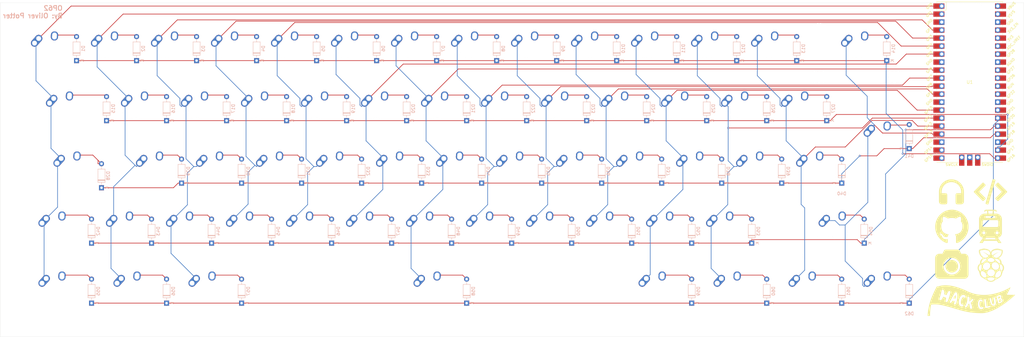
<source format=kicad_pcb>
(kicad_pcb (version 20240108) (generator "pcbnew") (generator_version "8.0")
  (title_block (title "OP62") (rev "3") (company "Oliver Potter"))
  (layers (0 "F.Cu" signal) (31 "B.Cu" signal) (34 "B.Paste" user) (35 "F.Paste" user) (36 "B.SilkS" user "B.Silkscreen") (37 "F.SilkS" user "F.Silkscreen") (38 "B.Mask" user) (39 "F.Mask" user) (44 "Edge.Cuts" user))
  (net 0 "")
  (net 1 "ROW00")
  (net 2 "Net-(D1-A)")
  (net 3 "Net-(D2-A)")
  (net 4 "Net-(D3-A)")
  (net 5 "Net-(D4-A)")
  (net 6 "Net-(D5-A)")
  (net 7 "Net-(D6-A)")
  (net 8 "Net-(D7-A)")
  (net 9 "Net-(D8-A)")
  (net 10 "Net-(D9-A)")
  (net 11 "Net-(D10-A)")
  (net 12 "Net-(D11-A)")
  (net 13 "Net-(D12-A)")
  (net 14 "Net-(D13-A)")
  (net 15 "Net-(D14-A)")
  (net 16 "Net-(D15-A)")
  (net 17 "ROW01")
  (net 18 "Net-(D16-A)")
  (net 19 "Net-(D17-A)")
  (net 20 "Net-(D18-A)")
  (net 21 "Net-(D19-A)")
  (net 22 "Net-(D20-A)")
  (net 23 "Net-(D21-A)")
  (net 24 "Net-(D22-A)")
  (net 25 "Net-(D23-A)")
  (net 26 "Net-(D24-A)")
  (net 27 "Net-(D25-A)")
  (net 28 "Net-(D26-A)")
  (net 29 "Net-(D27-A)")
  (net 30 "Net-(D28-A)")
  (net 31 "ROW02")
  (net 32 "Net-(D29-A)")
  (net 33 "Net-(D30-A)")
  (net 34 "Net-(D31-A)")
  (net 35 "Net-(D32-A)")
  (net 36 "Net-(D33-A)")
  (net 37 "Net-(D34-A)")
  (net 38 "Net-(D35-A)")
  (net 39 "Net-(D36-A)")
  (net 40 "Net-(D37-A)")
  (net 41 "Net-(D38-A)")
  (net 42 "Net-(D39-A)")
  (net 43 "Net-(D40-A)")
  (net 44 "Net-(D41-A)")
  (net 45 "Net-(D42-A)")
  (net 46 "ROW03")
  (net 47 "Net-(D43-A)")
  (net 48 "Net-(D44-A)")
  (net 49 "Net-(D45-A)")
  (net 50 "Net-(D46-A)")
  (net 51 "Net-(D47-A)")
  (net 52 "Net-(D48-A)")
  (net 53 "Net-(D49-A)")
  (net 54 "Net-(D50-A)")
  (net 55 "Net-(D51-A)")
  (net 56 "Net-(D52-A)")
  (net 57 "Net-(D53-A)")
  (net 58 "Net-(D54-A)")
  (net 59 "ROW04")
  (net 60 "Net-(D55-A)")
  (net 61 "Net-(D56-A)")
  (net 62 "Net-(D57-A)")
  (net 63 "Net-(D58-A)")
  (net 64 "Net-(D59-A)")
  (net 65 "Net-(D60-A)")
  (net 66 "Net-(D61-A)")
  (net 67 "Net-(D62-A)")
  (net 68 "COL00")
  (net 69 "COL01")
  (net 70 "COL02")
  (net 71 "COL03")
  (net 72 "COL04")
  (net 73 "COL05")
  (net 74 "COL06")
  (net 75 "COL07")
  (net 76 "COL08")
  (net 77 "COL09")
  (net 78 "COL10")
  (net 79 "COL11")
  (net 80 "COL12")
  (net 81 "COL13")
  (footprint "MX_Alps_Hybrid:MX-Alps-Hybrid-1U" (layer "F.Cu") (at 154.6225 78.8987)
    (property "Reference" "SW7")
    (property "Value" "SW_Push")
  )
  (footprint "MX_Alps_Hybrid:MX-Alps-Hybrid-1U" (layer "F.Cu") (at 240.3475 97.9487)
    (property "Reference" "SW25")
    (property "Value" "SW_Push")
  )
  (footprint "MX_Alps_Hybrid:MX-Alps-Hybrid-1.25U" (layer "F.Cu") (at 42.7038 136.0487)
    (property "Reference" "SW42")
    (property "Value" "SW_Push")
  )
  (footprint "MX_Alps_Hybrid:MX-Alps-Hybrid-1U" (layer "F.Cu") (at 159.385 136.0487)
    (property "Reference" "SW48")
    (property "Value" "SW_Push")
  )
  (footprint "MX_Alps_Hybrid:MX-Alps-Hybrid-1U" (layer "F.Cu") (at 92.71 116.9987)
    (property "Reference" "SW30")
    (property "Value" "SW_Push")
  )
  (footprint "MX_Alps_Hybrid:MX-Alps-Hybrid-1U" (layer "F.Cu") (at 187.96 116.9987)
    (property "Reference" "SW35")
    (property "Value" "SW_Push")
  )
  (footprint "MX_Alps_Hybrid:MX-Alps-Hybrid-1U" (layer "F.Cu") (at 126.0475 97.9487)
    (property "Reference" "SW19")
    (property "Value" "SW_Push")
  )
  (footprint "MX_Alps_Hybrid:MX-Alps-Hybrid-1U" (layer "F.Cu") (at 259.3975 97.9487)
    (property "Reference" "SW26")
    (property "Value" "SW_Push")
  )
  (footprint "MX_Alps_Hybrid:MX-Alps-Hybrid-1.5U" (layer "F.Cu") (at 45.085 97.9487)
    (property "Reference" "SW15")
    (property "Value" "SW_Push")
  )
  (footprint "MX_Alps_Hybrid:MX-Alps-Hybrid-1U" (layer "F.Cu") (at 183.1975 97.9487)
    (property "Reference" "SW22")
    (property "Value" "SW_Push")
  )
  (footprint "MX_Alps_Hybrid:MX-Alps-Hybrid-1U" (layer "F.Cu") (at 130.81 116.9987)
    (property "Reference" "SW32")
    (property "Value" "SW_Push")
  )
  (footprint "MX_Alps_Hybrid:MX-Alps-Hybrid-1U" (layer "F.Cu") (at 64.135 136.0487)
    (property "Reference" "SW43")
    (property "Value" "SW_Push")
  )
  (footprint "MX_Alps_Hybrid:MX-Alps-Hybrid-1U" (layer "F.Cu") (at 221.2975 97.9487)
    (property "Reference" "SW24")
    (property "Value" "SW_Push")
  )
  (footprint "MX_Alps_Hybrid:MX-Alps-Hybrid-1U" (layer "F.Cu") (at 102.235 136.0487)
    (property "Reference" "SW45")
    (property "Value" "SW_Push")
  )
  (footprint "MX_Alps_Hybrid:MX-Alps-Hybrid-1U" (layer "F.Cu") (at 73.66 116.9987)
    (property "Reference" "SW29")
    (property "Value" "SW_Push")
  )
  (footprint "MX_Alps_Hybrid:MX-Alps-Hybrid-1U" (layer "F.Cu") (at 145.0975 97.9487)
    (property "Reference" "SW20")
    (property "Value" "SW_Push")
  )
  (footprint "MX_Alps_Hybrid:MX-Alps-Hybrid-1U" (layer "F.Cu") (at 135.5725 78.8987)
    (property "Reference" "SW6")
    (property "Value" "SW_Push")
  )
  (footprint "MX_Alps_Hybrid:MX-Alps-Hybrid-1U" (layer "F.Cu") (at 235.585 136.0487)
    (property "Reference" "SW52")
    (property "Value" "SW_Push")
  )
  (footprint "MX_Alps_Hybrid:MX-Alps-Hybrid-1.25U" (layer "F.Cu") (at 257.0163 155.0987)
    (property "Reference" "SW60")
    (property "Value" "SW_Push")
  )
  (footprint "MX_Alps_Hybrid:MX-Alps-Hybrid-1.25U" (layer "F.Cu") (at 233.2038 155.0987)
    (property "Reference" "SW59")
    (property "Value" "SW_Push")
  )
  (footprint "MX_Alps_Hybrid:MX-Alps-Hybrid-6.25U" (layer "F.Cu") (at 161.7663 155.0987)
    (property "Reference" "SW58")
    (property "Value" "SW_Push")
  )
  (footprint "MX_Alps_Hybrid:MX-Alps-Hybrid-1U" (layer "F.Cu") (at 211.7725 78.8987)
    (property "Reference" "SW10")
    (property "Value" "SW_Push")
  )
  (footprint "MCU_RaspberryPi_and_Boards:RPi_Pico_SMD_TH" (layer "F.Cu") (at 333.365 88.745)
    (property "Reference" "U1")
    (property "Value" "Pico")
  )
  (footprint "MX_Alps_Hybrid:MX-Alps-Hybrid-1U" (layer "F.Cu") (at 230.8225 78.8987)
    (property "Reference" "SW11")
    (property "Value" "SW_Push")
  )
  (footprint "MX_Alps_Hybrid:MX-Alps-Hybrid-1U" (layer "F.Cu") (at 97.4725 78.8987)
    (property "Reference" "SW4")
    (property "Value" "SW_Push")
  )
  (footprint "MX_Alps_Hybrid:MX-Alps-Hybrid-1U" (layer "F.Cu") (at 207.01 116.9987)
    (property "Reference" "SW36")
    (property "Value" "SW_Push")
  )
  (footprint "MX_Alps_Hybrid:MX-Alps-Hybrid-1U" (layer "F.Cu") (at 140.335 136.0487)
    (property "Reference" "SW47")
    (property "Value" "SW_Push")
  )
  (footprint "MX_Alps_Hybrid:MX-Alps-Hybrid-1U" (layer "F.Cu") (at 226.06 116.9987)
    (property "Reference" "SW37")
    (property "Value" "SW_Push")
  )
  (footprint "MX_Alps_Hybrid:MX-Alps-Hybrid-1U" (layer "F.Cu") (at 149.86 116.9987)
    (property "Reference" "SW33")
    (property "Value" "SW_Push")
  )
  (footprint "MX_Alps_Hybrid:MX-Alps-Hybrid-ISO" (layer "F.Cu") (at 304.6413 107.4737)
    (property "Reference" "SW41")
    (property "Value" "SW_Push")
  )
  (footprint "MX_Alps_Hybrid:MX-Alps-Hybrid-1U" (layer "F.Cu") (at 121.285 136.0487)
    (property "Reference" "SW46")
    (property "Value" "SW_Push")
  )
  (footprint "MX_Alps_Hybrid:MX-Alps-Hybrid-1U" (layer "F.Cu") (at 173.6725 78.8987)
    (property "Reference" "SW8")
    (property "Value" "SW_Push")
  )
  (footprint "MX_Alps_Hybrid:MX-Alps-Hybrid-1U" (layer "F.Cu") (at 111.76 116.9987)
    (property "Reference" "SW31")
    (property "Value" "SW_Push")
  )
  (footprint "MX_Alps_Hybrid:MX-Alps-Hybrid-1U" (layer "F.Cu") (at 264.16 116.9987)
    (property "Reference" "SW39")
    (property "Value" "SW_Push")
  )
  (footprint "MX_Alps_Hybrid:MX-Alps-Hybrid-1U" (layer "F.Cu") (at 249.8725 78.8987)
    (property "Reference" "SW12")
    (property "Value" "SW_Push")
  )
  (footprint "MX_Alps_Hybrid:MX-Alps-Hybrid-1U" (layer "F.Cu") (at 87.9475 97.9487)
    (property "Reference" "SW17")
    (property "Value" "SW_Push")
  )
  (footprint "MX_Alps_Hybrid:MX-Alps-Hybrid-1U" (layer "F.Cu") (at 59.3725 78.8987)
    (property "Reference" "SW2")
    (property "Value" "SW_Push")
  )
  (footprint "MX_Alps_Hybrid:MX-Alps-Hybrid-1.25U" (layer "F.Cu") (at 42.7038 155.0987)
    (property "Reference" "SW55")
    (property "Value" "SW_Push")
  )
  (footprint "MX_Alps_Hybrid:MX-Alps-Hybrid-1U" (layer "F.Cu") (at 278.4475 97.9487)
    (property "Reference" "SW27")
    (property "Value" "SW_Push")
  )
  (footprint "MX_Alps_Hybrid:MX-Alps-Hybrid-1U" (layer "F.Cu") (at 106.9975 97.9487)
    (property "Reference" "SW18")
    (property "Value" "SW_Push")
  )
  (footprint "MX_Alps_Hybrid:MX-Alps-Hybrid-1U" (layer "F.Cu") (at 178.435 136.0487)
    (property "Reference" "SW49")
    (property "Value" "SW_Push")
  )
  (footprint "MX_Alps_Hybrid:MX-Alps-Hybrid-2U" (layer "F.Cu") (at 297.4975 78.8987)
    (property "Reference" "SW14")
    (property "Value" "SW_Push")
  )
  (footprint "MX_Alps_Hybrid:MX-Alps-Hybrid-1U" (layer "F.Cu") (at 202.2475 97.9487)
    (property "Reference" "SW23")
    (property "Value" "SW_Push")
  )
  (footprint "MX_Alps_Hybrid:MX-Alps-Hybrid-1U" (layer "F.Cu") (at 68.8975 97.9487)
    (property "Reference" "SW16")
    (property "Value" "SW_Push")
  )
  (footprint "MX_Alps_Hybrid:MX-Alps-Hybrid-1.25U" (layer "F.Cu") (at 280.8288 155.0987)
    (property "Reference" "SW61")
    (property "Value" "SW_Push")
  )
  (footprint "MX_Alps_Hybrid:MX-Alps-Hybrid-1U" (layer "F.Cu") (at 245.11 116.9987)
    (property "Reference" "SW38")
    (property "Value" "SW_Push")
  )
  (footprint "MX_Alps_Hybrid:MX-Alps-Hybrid-1U" (layer "F.Cu") (at 216.535 136.0487)
    (property "Reference" "SW51")
    (property "Value" "SW_Push")
  )
  (footprint "MX_Alps_Hybrid:MX-Alps-Hybrid-1U" (layer "F.Cu") (at 83.185 136.0487)
    (property "Reference" "SW44")
    (property "Value" "SW_Push")
  )
  (footprint "MX_Alps_Hybrid:MX-Alps-Hybrid-1U" (layer "F.Cu") (at 254.635 136.0487)
    (property "Reference" "SW53")
    (property "Value" "SW_Push")
  )
  (footprint "MX_Alps_Hybrid:MX-Alps-Hybrid-1U" (layer "F.Cu") (at 116.5225 78.8987)
    (property "Reference" "SW5")
    (property "Value" "SW_Push")
  )
  (footprint "MX_Alps_Hybrid:MX-Alps-Hybrid-1U" (layer "F.Cu") (at 283.21 116.9987)
    (property "Reference" "SW40")
    (property "Value" "SW_Push")
  )
  (footprint "MX_Alps_Hybrid:MX-Alps-Hybrid-1U" (layer "F.Cu") (at 192.7225 78.8987)
    (property "Reference" "SW9")
    (property "Value" "SW_Push")
  )
  (footprint "MX_Alps_Hybrid:MX-Alps-Hybrid-1.25U" (layer "F.Cu") (at 90.3288 155.0987)
    (property "Reference" "SW57")
    (property "Value" "SW_Push")
  )
  (footprint "MX_Alps_Hybrid:MX-Alps-Hybrid-1U" (layer "F.Cu") (at 164.1475 97.9487)
    (property "Reference" "SW21")
    (property "Value" "SW_Push")
  )
  (footprint "MX_Alps_Hybrid:MX-Alps-Hybrid-1U" (layer "F.Cu") (at 40.3225 78.8987)
    (property "Reference" "SW1")
    (property "Value" "SW_Push")
  )
  (footprint "MX_Alps_Hybrid:MX-Alps-Hybrid-1.75U" (layer "F.Cu") (at 47.4663 116.9987)
    (property "Reference" "SW28")
    (property "Value" "SW_Push")
  )
  (footprint "MX_Alps_Hybrid:MX-Alps-Hybrid-2.75U" (layer "F.Cu") (at 290.3538 136.0487)
    (property "Reference" "SW54")
    (property "Value" "SW_Push")
  )
  (footprint "MX_Alps_Hybrid:MX-Alps-Hybrid-1U" (layer "F.Cu") (at 168.91 116.9987)
    (property "Reference" "SW34")
    (property "Value" "SW_Push")
  )
  (footprint "MX_Alps_Hybrid:MX-Alps-Hybrid-1.25U" (layer "F.Cu") (at 304.6413 155.0987)
    (property "Reference" "SW62")
    (property "Value" "SW_Push")
  )
  (footprint "MX_Alps_Hybrid:MX-Alps-Hybrid-1.25U" (layer "F.Cu") (at 66.5163 155.0987)
    (property "Reference" "SW56")
    (property "Value" "SW_Push")
  )
  (footprint "MX_Alps_Hybrid:MX-Alps-Hybrid-1U" (layer "F.Cu") (at 197.485 136.0487)
    (property "Reference" "SW50")
    (property "Value" "SW_Push")
  )
  (footprint "MX_Alps_Hybrid:MX-Alps-Hybrid-1U" (layer "F.Cu") (at 78.4225 78.8987)
    (property "Reference" "SW3")
    (property "Value" "SW_Push")
  )
  (footprint "MX_Alps_Hybrid:MX-Alps-Hybrid-1U" (layer "F.Cu") (at 268.9225 78.8987)
    (property "Reference" "SW13")
    (property "Value" "SW_Push")
  )
  (footprint "Diode_THT:D_DO-35_SOD27_P7.62mm_Horizontal" (layer "B.Cu") (at 197.485 120.8087 90)
    (property "Reference" "D35")
    (property "Value" "1N4148")
  )
  (footprint "Diode_THT:D_DO-35_SOD27_P7.62mm_Horizontal" (layer "B.Cu") (at 187.96 139.8587 90)
    (property "Reference" "D49")
    (property "Value" "1N4148")
  )
  (footprint "Diode_THT:D_DO-35_SOD27_P7.62mm_Horizontal" (layer "B.Cu") (at 192.7225 100.9787 90)
    (property "Reference" "D22")
    (property "Value" "1N4148")
  )
  (footprint "Diode_THT:D_DO-35_SOD27_P7.62mm_Horizontal" (layer "B.Cu") (at 116.5225 100.9787 90)
    (property "Reference" "D18")
    (property "Value" "1N4148")
  )
  (footprint "Diode_THT:D_DO-35_SOD27_P7.62mm_Horizontal" (layer "B.Cu") (at 240.3475 81.9287 90)
    (property "Reference" "D11")
    (property "Value" "1N4148")
  )
  (footprint "Diode_THT:D_DO-35_SOD27_P7.62mm_Horizontal" (layer "B.Cu") (at 164.1475 81.9287 90)
    (property "Reference" "D7")
    (property "Value" "1N4148")
  )
  (footprint "Diode_THT:D_DO-35_SOD27_P7.62mm_Horizontal" (layer "B.Cu") (at 130.81 139.8587 90)
    (property "Reference" "D46")
    (property "Value" "1N4148")
  )
  (footprint "Diode_THT:D_DO-35_SOD27_P7.62mm_Horizontal" (layer "B.Cu") (at 140.335 120.8087 90)
    (property "Reference" "D32")
    (property "Value" "1N4148")
  )
  (footprint "Diode_THT:D_DO-35_SOD27_P7.62mm_Horizontal" (layer "B.Cu") (at 268.9225 158.9087 90)
    (property "Reference" "D60")
    (property "Value" "1N4148")
  )
  (footprint "Diode_THT:D_DO-35_SOD27_P7.62mm_Horizontal" (layer "B.Cu") (at 106.9975 81.9287 90)
    (property "Reference" "D4")
    (property "Value" "1N4148")
  )
  (footprint "Diode_THT:D_DO-35_SOD27_P7.62mm_Horizontal" (layer "B.Cu") (at 307.0225 81.9287 90)
    (property "Reference" "D14")
    (property "Value" "1N4148")
  )
  (footprint "Diode_THT:D_DO-35_SOD27_P7.62mm_Horizontal" (layer "B.Cu") (at 173.6725 158.9087 90)
    (property "Reference" "D58")
    (property "Value" "1N4148")
  )
  (footprint "Diode_THT:D_DO-35_SOD27_P7.62mm_Horizontal" (layer "B.Cu") (at 211.7725 100.9787 90)
    (property "Reference" "D23")
    (property "Value" "1N4148")
  )
  (footprint "Diode_THT:D_DO-35_SOD27_P7.62mm_Horizontal" (layer "B.Cu") (at 87.9475 81.9287 90)
    (property "Reference" "D3")
    (property "Value" "1N4148")
  )
  (footprint "Diode_THT:D_DO-35_SOD27_P7.62mm_Horizontal" (layer "B.Cu") (at 292.735 158.9087 90)
    (property "Reference" "D61")
    (property "Value" "1N4148")
  )
  (footprint "Diode_THT:D_DO-35_SOD27_P7.62mm_Horizontal" (layer "B.Cu") (at 287.9725 100.9787 90)
    (property "Reference" "D27")
    (property "Value" "1N4148")
  )
  (footprint "Diode_THT:D_DO-35_SOD27_P7.62mm_Horizontal" (layer "B.Cu") (at 68.8975 81.9287 90)
    (property "Reference" "D2")
    (property "Value" "1N4148")
  )
  (footprint "Diode_THT:D_DO-35_SOD27_P7.62mm_Horizontal" (layer "B.Cu") (at 102.235 158.9087 90)
    (property "Reference" "D57")
    (property "Value" "1N4148")
  )
  (footprint "Diode_THT:D_DO-35_SOD27_P7.62mm_Horizontal" (layer "B.Cu") (at 268.9225 100.9787 90)
    (property "Reference" "D26")
    (property "Value" "1N4148")
  )
  (footprint "Diode_THT:D_DO-35_SOD27_P7.62mm_Horizontal" (layer "B.Cu") (at 154.6225 100.9787 90)
    (property "Reference" "D20")
    (property "Value" "1N4148")
  )
  (footprint "Diode_THT:D_DO-35_SOD27_P7.62mm_Horizontal" (layer "B.Cu") (at 121.285 120.8087 90)
    (property "Reference" "D31")
    (property "Value" "1N4148")
  )
  (footprint "Diode_THT:D_DO-35_SOD27_P7.62mm_Horizontal" (layer "B.Cu") (at 216.535 120.8087 90)
    (property "Reference" "D36")
    (property "Value" "1N4148")
  )
  (footprint "Diode_THT:D_DO-35_SOD27_P7.62mm_Horizontal" (layer "B.Cu") (at 168.91 139.8587 90)
    (property "Reference" "D48")
    (property "Value" "1N4148")
  )
  (footprint "Diode_THT:D_DO-35_SOD27_P7.62mm_Horizontal" (layer "B.Cu") (at 292.735 120.8087 90)
    (property "Reference" "D40")
    (property "Value" "1N4148")
  )
  (footprint "Diode_THT:D_DO-35_SOD27_P7.62mm_Horizontal" (layer "B.Cu") (at 92.71 139.8587 90)
    (property "Reference" "D44")
    (property "Value" "1N4148")
  )
  (footprint "Diode_THT:D_DO-35_SOD27_P7.62mm_Horizontal" (layer "B.Cu") (at 83.185 120.8087 90)
    (property "Reference" "D29")
    (property "Value" "1N4148")
  )
  (footprint "Diode_THT:D_DO-35_SOD27_P7.62mm_Horizontal" (layer "B.Cu") (at 49.8475 81.9287 90)
    (property "Reference" "D1")
    (property "Value" "1N4148")
  )
  (footprint "Diode_THT:D_DO-35_SOD27_P7.62mm_Horizontal" (layer "B.Cu") (at 202.2475 81.9287 90)
    (property "Reference" "D9")
    (property "Value" "1N4148")
  )
  (footprint "Diode_THT:D_DO-35_SOD27_P7.62mm_Horizontal" (layer "B.Cu") (at 259.3975 81.9287 90)
    (property "Reference" "D12")
    (property "Value" "1N4148")
  )
  (footprint "Diode_THT:D_DO-35_SOD27_P7.62mm_Horizontal" (layer "B.Cu") (at 235.585 120.8087 90)
    (property "Reference" "D37")
    (property "Value" "1N4148")
  )
  (footprint "Diode_THT:D_DO-35_SOD27_P7.62mm_Horizontal" (layer "B.Cu") (at 126.0475 81.9287 90)
    (property "Reference" "D5")
    (property "Value" "1N4148")
  )
  (footprint "Diode_THT:D_DO-35_SOD27_P7.62mm_Horizontal" (layer "B.Cu") (at 264.16 139.8587 90)
    (property "Reference" "D53")
    (property "Value" "1N4148")
  )
  (footprint "Diode_THT:D_DO-35_SOD27_P7.62mm_Horizontal" (layer "B.Cu") (at 135.5725 100.9787 90)
    (property "Reference" "D19")
    (property "Value" "1N4148")
  )
  (footprint "Diode_THT:D_DO-35_SOD27_P7.62mm_Horizontal" (layer "B.Cu") (at 78.4225 100.9787 90)
    (property "Reference" "D16")
    (property "Value" "1N4148")
  )
  (footprint "Diode_THT:D_DO-35_SOD27_P7.62mm_Horizontal" (layer "B.Cu") (at 102.235 120.8087 90)
    (property "Reference" "D30")
    (property "Value" "1N4148")
  )
  (footprint "Diode_THT:D_DO-35_SOD27_P7.62mm_Horizontal" (layer "B.Cu") (at 73.66 139.8587 90)
    (property "Reference" "D43")
    (property "Value" "1N4148")
  )
  (footprint "Diode_THT:D_DO-35_SOD27_P7.62mm_Horizontal" (layer "B.Cu") (at 159.385 120.8087 90)
    (property "Reference" "D33")
    (property "Value" "1N4148")
  )
  (footprint "Diode_THT:D_DO-35_SOD27_P7.62mm_Horizontal" (layer "B.Cu") (at 273.685 120.8087 90)
    (property "Reference" "D39")
    (property "Value" "1N4148")
  )
  (footprint "Diode_THT:D_DO-35_SOD27_P7.62mm_Horizontal" (layer "B.Cu") (at 314.1663 109.855 90)
    (property "Reference" "D41")
    (property "Value" "1N4148")
  )
  (footprint "Diode_THT:D_DO-35_SOD27_P7.62mm_Horizontal" (layer "B.Cu") (at 245.11 158.9087 90)
    (property "Reference" "D59")
    (property "Value" "1N4148")
  )
  (footprint "Diode_THT:D_DO-35_SOD27_P7.62mm_Horizontal" (layer "B.Cu") (at 183.1975 81.9287 90)
    (property "Reference" "D8")
    (property "Value" "1N4148")
  )
  (footprint "Diode_THT:D_DO-35_SOD27_P7.62mm_Horizontal" (layer "B.Cu") (at 245.11 139.8587 90)
    (property "Reference" "D52")
    (property "Value" "1N4148")
  )
  (footprint "Diode_THT:D_DO-35_SOD27_P7.62mm_Horizontal" (layer "B.Cu") (at 97.4725 100.9787 90)
    (property "Reference" "D17")
    (property "Value" "1N4148")
  )
  (footprint "Diode_THT:D_DO-35_SOD27_P7.62mm_Horizontal" (layer "B.Cu") (at 54.61 139.8587 90)
    (property "Reference" "D42")
    (property "Value" "1N4148")
  )
  (footprint "Diode_THT:D_DO-35_SOD27_P7.62mm_Horizontal" (layer "B.Cu") (at 173.6725 100.9787 90)
    (property "Reference" "D21")
    (property "Value" "1N4148")
  )
  (footprint "Diode_THT:D_DO-35_SOD27_P7.62mm_Horizontal" (layer "B.Cu") (at 221.2975 81.9287 90)
    (property "Reference" "D10")
    (property "Value" "1N4148")
  )
  (footprint "Diode_THT:D_DO-35_SOD27_P7.62mm_Horizontal" (layer "B.Cu") (at 54.61 158.9087 90)
    (property "Reference" "D55")
    (property "Value" "1N4148")
  )
  (footprint "Diode_THT:D_DO-35_SOD27_P7.62mm_Horizontal" (layer "B.Cu") (at 57.7675 122.2837 90)
    (property "Reference" "D28")
    (property "Value" "1N4148")
  )
  (footprint "Diode_THT:D_DO-35_SOD27_P7.62mm_Horizontal" (layer "B.Cu") (at 249.8725 100.9787 90)
    (property "Reference" "D25")
    (property "Value" "1N4148")
  )
  (footprint "Diode_THT:D_DO-35_SOD27_P7.62mm_Horizontal" (layer "B.Cu") (at 254.635 120.8087 90)
    (property "Reference" "D38")
    (property "Value" "1N4148")
  )
  (footprint "Diode_THT:D_DO-35_SOD27_P7.62mm_Horizontal" (layer "B.Cu") (at 111.76 139.8587 90)
    (property "Reference" "D45")
    (property "Value" "1N4148")
  )
  (footprint "Diode_THT:D_DO-35_SOD27_P7.62mm_Horizontal" (layer "B.Cu") (at 78.4225 158.9087 90)
    (property "Reference" "D56")
    (property "Value" "1N4148")
  )
  (footprint "Diode_THT:D_DO-35_SOD27_P7.62mm_Horizontal" (layer "B.Cu") (at 230.8225 100.9787 90)
    (property "Reference" "D24")
    (property "Value" "1N4148")
  )
  (footprint "Diode_THT:D_DO-35_SOD27_P7.62mm_Horizontal" (layer "B.Cu") (at 299.8788 139.8587 90)
    (property "Reference" "D54")
    (property "Value" "1N4148")
  )
  (footprint "Diode_THT:D_DO-35_SOD27_P7.62mm_Horizontal" (layer "B.Cu") (at 145.0975 81.9287 90)
    (property "Reference" "D6")
    (property "Value" "1N4148")
  )
  (footprint "Diode_THT:D_DO-35_SOD27_P7.62mm_Horizontal" (layer "B.Cu") (at 59.3725 100.9787 90)
    (property "Reference" "D15")
    (property "Value" "1N4148")
  )
  (footprint "Diode_THT:D_DO-35_SOD27_P7.62mm_Horizontal" (layer "B.Cu") (at 314.1663 158.9087 90)
    (property "Reference" "D62")
    (property "Value" "1N4148")
  )
  (footprint "Diode_THT:D_DO-35_SOD27_P7.62mm_Horizontal" (layer "B.Cu") (at 178.435 120.8087 90)
    (property "Reference" "D34")
    (property "Value" "1N4148")
  )
  (footprint "Diode_THT:D_DO-35_SOD27_P7.62mm_Horizontal" (layer "B.Cu") (at 278.4475 81.9287 90)
    (property "Reference" "D13")
    (property "Value" "1N4148")
  )
  (footprint "Diode_THT:D_DO-35_SOD27_P7.62mm_Horizontal" (layer "B.Cu") (at 207.01 139.8587 90)
    (property "Reference" "D50")
    (property "Value" "1N4148")
  )
  (footprint "Diode_THT:D_DO-35_SOD27_P7.62mm_Horizontal" (layer "B.Cu") (at 226.06 139.8587 90)
    (property "Reference" "D51")
    (property "Value" "1N4148")
  )
  (footprint "Diode_THT:D_DO-35_SOD27_P7.62mm_Horizontal" (layer "B.Cu") (at 149.86 139.8587 90)
    (property "Reference" "D47")
    (property "Value" "1N4148")
  )
  (gr_poly (pts (xy 327.971034 129.255841) (xy 328.239774 129.27679) (xy 328.504606 129.311289) (xy 328.765197 129.358997) (xy 329.021216 129.419573) (xy 329.272329 129.492677) (xy 329.518204 129.577968) (xy 329.758509 129.675104) (xy 329.992911 129.783746) (xy 330.221077 129.903553) (xy 330.442677 130.034183) (xy 330.657376 130.175297) (xy 330.864842 130.326553) (xy 331.064744 130.48761) (xy 331.256748 130.658129) (xy 331.440523 130.837768) (xy 331.615735 131.026186) (xy 331.782052 131.223043) (xy 331.939142 131.427997) (xy 332.086673 131.640709) (xy 332.224312 131.860838) (xy 332.351726 132.088042) (xy 332.468583 132.321981) (xy 332.574551 132.562315) (xy 332.669297 132.808702) (xy 332.752489 133.060802) (xy 332.823794 133.318274) (xy 332.88288 133.580778) (xy 332.929415 133.847972) (xy 332.963065 134.119516) (xy 332.9835 134.395069) (xy 332.990385 134.67429) (xy 332.972864 135.119186) (xy 332.921206 135.554162) (xy 332.83677 135.977825) (xy 332.720915 136.388781) (xy 332.575 136.785638) (xy 332.400384 137.167002) (xy 332.198425 137.531481) (xy 331.970482 137.87768) (xy 331.717915 138.204207) (xy 331.442082 138.509668) (xy 331.144341 138.792671) (xy 330.826052 139.051821) (xy 330.488573 139.285726) (xy 330.133264 139.492993) (xy 329.761483 139.672228) (xy 329.374589 139.822038) (xy 329.349942 139.826407) (xy 329.326294 139.829517) (xy 329.303632 139.831412) (xy 329.281941 139.832138) (xy 329.261207 139.831739) (xy 329.241415 139.830263) (xy 329.222552 139.827753) (xy 329.204604 139.824254) (xy 329.187555 139.819813) (xy 329.171392 139.814475) (xy 329.1561 139.808284) (xy 329.141665 139.801286) (xy 329.128074 139.793527) (xy 329.115311 139.785051) (xy 329.103362 139.775904) (xy 329.092214 139.766131) (xy 329.081852 139.755777) (xy 329.072262 139.744888) (xy 329.063429 139.733509) (xy 329.055339 139.721685) (xy 329.047979 139.709462) (xy 329.041333 139.696885) (xy 329.035387 139.683998) (xy 329.030128 139.670848) (xy 329.021612 139.643938) (xy 329.01567 139.616517) (xy 329.012189 139.588946) (xy 329.011054 139.561589) (xy 329.014227 139.022281) (xy 329.0174 138.072532) (xy 329.015452 137.979775) (xy 329.009753 137.891109) (xy 329.000521 137.806516) (xy 328.987973 137.725973) (xy 328.972328 137.649463) (xy 328.953804 137.576964) (xy 328.932618 137.508457) (xy 328.908987 137.443921) (xy 328.883131 137.383337) (xy 328.855266 137.326684) (xy 328.825611 137.273942) (xy 328.794383 137.225092) (xy 328.7618 137.180112) (xy 328.72808 137.138984) (xy 328.69344 137.101687) (xy 328.6581 137.068201) (xy 328.879443 137.038888) (xy 329.100287 137.000064) (xy 329.318729 136.949824) (xy 329.532869 136.886264) (xy 329.740804 136.807477) (xy 329.841851 136.761779) (xy 329.940634 136.711559) (xy 330.036915 136.656581) (xy 330.130456 136.596606) (xy 330.22102 136.531396) (xy 330.30837 136.460712) (xy 330.392267 136.384317) (xy 330.472474 136.301973) (xy 330.548753 136.21344) (xy 330.620866 136.118483) (xy 330.688576 136.016861) (xy 330.751645 135.908337) (xy 330.809836 135.792673) (xy 330.862911 135.669631) (xy 330.910631 135.538972) (xy 330.95276 135.40046) (xy 330.98906 135.253854) (xy 331.019293 135.098918) (xy 331.043221 134.935413) (xy 331.060606 134.763101) (xy 331.071212 134.581744) (xy 331.0748 134.391104) (xy 331.072412 134.281289) (xy 331.065315 134.174016) (xy 331.053613 134.069278) (xy 331.037411 133.967066) (xy 331.016813 133.867374) (xy 330.991922 133.770193) (xy 330.962841 133.675516) (xy 330.929676 133.583336) (xy 330.89253 133.493645) (xy 330.851506 133.406435) (xy 330.80671 133.321699) (xy 330.758243 133.23943) (xy 330.706211 133.159619) (xy 330.650717 133.082259) (xy 330.591865 133.007342) (xy 330.529759 132.934862) (xy 330.555161 132.864486) (xy 330.570124 132.815514) (xy 330.58543 132.757781) (xy 330.600206 132.69161) (xy 330.613578 132.617321) (xy 330.624673 132.535237) (xy 330.632616 132.44568) (xy 330.636536 132.34897) (xy 330.635557 132.245431) (xy 330.632957 132.1912) (xy 330.628806 132.135382) (xy 330.622993 132.078018) (xy 330.61541 132.019147) (xy 330.605947 131.95881) (xy 330.594495 131.897047) (xy 330.580945 131.833898) (xy 330.565187 131.769404) (xy 330.547113 131.703604) (xy 330.526614 131.636539) (xy 330.503579 131.568249) (xy 330.477901 131.498774) (xy 330.456874 131.493894) (xy 330.430319 131.489975) (xy 330.392829 131.487009) (xy 330.344224 131.486451) (xy 330.315696 131.487529) (xy 330.284322 131.489754) (xy 330.250079 131.493307) (xy 330.212944 131.498372) (xy 330.172894 131.505129) (xy 330.129908 131.51376) (xy 330.083962 131.524447) (xy 330.035034 131.537372) (xy 329.983101 131.552716) (xy 329.928142 131.570662) (xy 329.870132 131.59139) (xy 329.80905 131.615084) (xy 329.744873 131.641923) (xy 329.677578 131.672092) (xy 329.607143 131.70577) (xy 329.533546 131.74314) (xy 329.456763 131.784384) (xy 329.376772 131.829684) (xy 329.293551 131.87922) (xy 329.207077 131.933176) (xy 329.117327 131.991732) (xy 329.024279 132.055071) (xy 328.86438 132.01281) (xy 328.702043 131.976131) (xy 328.537659 131.945016) (xy 328.37162 131.919452) (xy 328.204315 131.899423) (xy 328.036136 131.884914) (xy 327.867474 131.875909) (xy 327.698718 131.872394) (xy 327.529987 131.875909) (xy 327.361392 131.884914) (xy 327.193317 131.899423) (xy 327.026148 131.919452) (xy 326.860268 131.945016) (xy 326.696063 131.976131) (xy 326.533918 132.01281) (xy 326.374215 132.055071) (xy 326.191219 131.933176) (xy 326.021328 131.829684) (xy 325.864361 131.74314) (xy 325.72014 131.672092) (xy 325.588485 131.615084) (xy 325.469219 131.570662) (xy 325.362161 131.537372) (xy 325.267132 131.51376) (xy 325.183954 131.498372) (xy 325.112447 131.489754) (xy 325.052433 131.486451) (xy 325.003732 131.487009) (xy 324.939553 131.493894) (xy 324.918478 131.498774) (xy 324.869951 131.636539) (xy 324.83154 131.769404) (xy 324.802371 131.897047) (xy 324.781573 132.019147) (xy 324.768271 132.135382) (xy 324.761594 132.245431) (xy 324.760669 132.34897) (xy 324.764622 132.44568) (xy 324.772581 132.535237) (xy 324.783674 132.617321) (xy 324.797027 132.69161) (xy 324.811767 132.757781) (xy 324.84192 132.864486) (xy 324.867149 132.934862) (xy 324.805305 133.007342) (xy 324.746647 133.082259) (xy 324.691286 133.159619) (xy 324.639334 133.23943) (xy 324.590902 133.321699) (xy 324.546099 133.406435) (xy 324.505037 133.493645) (xy 324.467827 133.583336) (xy 324.434579 133.675516) (xy 324.405405 133.770193) (xy 324.380415 133.867374) (xy 324.35972 133.967066) (xy 324.343431 134.069278) (xy 324.331659 134.174016) (xy 324.324514 134.281289) (xy 324.322108 134.391104) (xy 324.325688 134.581294) (xy 324.336271 134.762267) (xy 324.353619 134.93426) (xy 324.377496 135.097506) (xy 324.407663 135.252242) (xy 324.443883 135.398702) (xy 324.485919 135.537123) (xy 324.533535 135.667738) (xy 324.586491 135.790783) (xy 324.644553 135.906493) (xy 324.707481 136.015105) (xy 324.775038 136.116852) (xy 324.846988 136.21197) (xy 324.923093 136.300695) (xy 325.003116 136.383262) (xy 325.08682 136.459905) (xy 325.173966 136.53086) (xy 325.264319 136.596363) (xy 325.35764 136.656648) (xy 325.453692 136.71195) (xy 325.653042 136.80855) (xy 325.860469 136.888044) (xy 326.074076 136.952313) (xy 326.291964 137.00324) (xy 326.512235 137.042706) (xy 326.732991 137.072593) (xy 326.7048 137.099199) (xy 326.677054 137.128249) (xy 326.649863 137.159756) (xy 326.623336 137.19373) (xy 326.597586 137.230183) (xy 326.57272 137.269125) (xy 326.54885 137.310567) (xy 326.526085 137.354521) (xy 326.504535 137.400997) (xy 326.484312 137.450006) (xy 326.465523 137.501559) (xy 326.448281 137.555667) (xy 326.432694 137.612342) (xy 326.418873 137.671594) (xy 326.406928 137.733434) (xy 326.396969 137.797873) (xy 326.335155 137.824787) (xy 326.263563 137.852355) (xy 326.183306 137.878863) (xy 326.095493 137.902598) (xy 326.001238 137.921845) (xy 325.901651 137.934892) (xy 325.850205 137.938554) (xy 325.797844 137.940023) (xy 325.744705 137.939085) (xy 325.690929 137.935525) (xy 325.636653 137.92913) (xy 325.582017 137.919685) (xy 325.527159 137.906976) (xy 325.472219 137.890789) (xy 325.417336 137.870909) (xy 325.362648 137.847122) (xy 325.308295 137.819215) (xy 325.254415 137.786972) (xy 325.201148 137.750179) (xy 325.148632 137.708623) (xy 325.097006 137.66209) (xy 325.046409 137.610364) (xy 324.99698 137.553231) (xy 324.948858 137.490478) (xy 324.902183 137.421891) (xy 324.857092 137.347254) (xy 324.844026 137.324775) (xy 324.827757 137.298885) (xy 324.805052 137.265189) (xy 324.775954 137.225161) (xy 324.740504 137.180272) (xy 324.698745 137.131994) (xy 324.650717 137.081799) (xy 324.624366 137.056442) (xy 324.596464 137.031158) (xy 324.567016 137.006131) (xy 324.536027 136.981545) (xy 324.503502 136.957583) (xy 324.469447 136.93443) (xy 324.433867 136.91227) (xy 324.396768 136.891286) (xy 324.358153 136.871663) (xy 324.318029 136.853585) (xy 324.276401 136.837235) (xy 324.233274 136.822798) (xy 324.188653 136.810458) (xy 324.142544 136.800398) (xy 324.094952 136.792803) (xy 324.045881 136.787857) (xy 324.024649 136.788215) (xy 323.972765 136.792027) (xy 323.940865 136.796513) (xy 323.907946 136.803404) (xy 323.876221 136.813212) (xy 323.8615 136.819371) (xy 323.847907 136.826452) (xy 323.835721 136.83452) (xy 323.825217 136.843638) (xy 323.816673 136.853871) (xy 323.810366 136.865283) (xy 323.806572 136.877938) (xy 323.805569 136.8919) (xy 323.807632 136.907234) (xy 323.81304 136.924004) (xy 323.822068 136.942273) (xy 323.834993 136.962107) (xy 323.852093 136.983569) (xy 323.873645 137.006724) (xy 323.899924 137.031635) (xy 323.931208 137.058367) (xy 323.967773 137.086985) (xy 324.009897 137.117552) (xy 324.025261 137.125938) (xy 324.043471 137.137065) (xy 324.067816 137.15339) (xy 324.097634 137.175342) (xy 324.132262 137.203352) (xy 324.171037 137.23785) (xy 324.191772 137.257667) (xy 324.213296 137.279267) (xy 324.235525 137.302704) (xy 324.258376 137.328032) (xy 324.281767 137.355305) (xy 324.305616 137.384576) (xy 324.329838 137.4159) (xy 324.354351 137.44933) (xy 324.379073 137.48492) (xy 324.40392 137.522723) (xy 324.428809 137.562794) (xy 324.453659 137.605187) (xy 324.478385 137.649954) (xy 324.502906 137.697151) (xy 324.527138 137.74683) (xy 324.550998 137.799046) (xy 324.574404 137.853852) (xy 324.597273 137.911302) (xy 324.613495 137.952273) (xy 324.635642 137.998509) (xy 324.668809 138.05749) (xy 324.714242 138.125896) (xy 324.741948 138.162597) (xy 324.773187 138.20041) (xy 324.808117 138.238921) (xy 324.846891 138.277715) (xy 324.889667 138.316377) (xy 324.936601 138.354492) (xy 324.987847 138.391646) (xy 325.043562 138.427423) (xy 325.103901 138.46141) (xy 325.169021 138.493192) (xy 325.239077 138.522353) (xy 325.314224 138.548479) (xy 325.39462 138.571155) (xy 325.480419 138.589967) (xy 325.571778 138.6045) (xy 325.668851 138.614338) (xy 325.771796 138.619068) (xy 325.880767 138.618275) (xy 325.995921 138.611543) (xy 326.117414 138.598459) (xy 326.2454 138.578607) (xy 326.380037 138.551573) (xy 326.387445 139.561589) (xy 326.386287 139.588705) (xy 326.382746 139.616041) (xy 326.380049 139.62968) (xy 326.376719 139.64324) (xy 326.372742 139.656678) (xy 326.368105 139.669948) (xy 326.362797 139.683006) (xy 326.356804 139.695807) (xy 326.350113 139.708308) (xy 326.342712 139.720464) (xy 326.334588 139.732229) (xy 326.325729 139.74356) (xy 326.316122 139.754413) (xy 326.305754 139.764742) (xy 326.294612 139.774503) (xy 326.282683 139.783653) (xy 326.269956 139.792145) (xy 326.256417 139.799936) (xy 326.242054 139.806982) (xy 326.226854 139.813238) (xy 326.210804 139.818659) (xy 326.193891 139.823201) (xy 326.176104 139.82682) (xy 326.157428 139.82947) (xy 326.137853 139.831108) (xy 326.117363 139.831689) (xy 326.095948 139.831169) (xy 326.073595 139.829503) (xy 326.05029 139.826647) (xy 326.026021 139.822555) (xy 325.830621 139.751506) (xy 325.63883 139.672915) (xy 325.450817 139.586957) (xy 325.266754 139.493806) (xy 325.08681 139.393637) (xy 324.911155 139.286624) (xy 324.739959 139.172942) (xy 324.573393 139.052766) (xy 324.411627 138.926271) (xy 324.25483 138.79363) (xy 324.103174 138.655019) (xy 323.956827 138.510612) (xy 323.815961 138.360584) (xy 323.680746 138.20511) (xy 323.55135 138.044364) (xy 323.427946 137.87852) (xy 323.310703 137.707754) (xy 323.19979 137.53224) (xy 323.095379 137.352152) (xy 322.997639 137.167666) (xy 322.90674 136.978955) (xy 322.822853 136.786195) (xy 322.746148 136.589561) (xy 322.676795 136.389225) (xy 322.614963 136.185365) (xy 322.560824 135.978153) (xy 322.514547 135.767765) (xy 322.476303 135.554375) (xy 322.446261 135.338158) (xy 322.424591 135.119289) (xy 322.411465 134.897941) (xy 322.407052 134.67429) (xy 322.413939 134.395069) (xy 322.434377 134.119516) (xy 322.468035 133.847972) (xy 322.514578 133.580778) (xy 322.573675 133.318274) (xy 322.644993 133.060802) (xy 322.728199 132.808702) (xy 322.82296 132.562315) (xy 322.928944 132.321981) (xy 323.045818 132.088042) (xy 323.173248 131.860838) (xy 323.310903 131.640709) (xy 323.45845 131.427997) (xy 323.615556 131.223043) (xy 323.781888 131.026186) (xy 323.957113 130.837768) (xy 324.140899 130.658129) (xy 324.332913 130.48761) (xy 324.532822 130.326553) (xy 324.740294 130.175297) (xy 324.954995 130.034183) (xy 325.176594 129.903553) (xy 325.404757 129.783746) (xy 325.639152 129.675104) (xy 325.879445 129.577968) (xy 326.125305 129.492677) (xy 326.376398 129.419573) (xy 326.632391 129.358997) (xy 326.892953 129.311289) (xy 327.15775 129.27679) (xy 327.426449 129.255841) (xy 327.698718 129.248782)) (stroke (width -0.000001)) (fill solid) (layer "F.SilkS"))
  (gr_poly (pts (xy 341.260465 129.249436) (xy 341.292288 129.251278) (xy 341.323779 129.254299) (xy 341.354918 129.258475) (xy 341.385681 129.263786) (xy 341.416047 129.27021) (xy 341.445993 129.277725) (xy 341.475498 129.286308) (xy 341.504539 129.295939) (xy 341.533094 129.306595) (xy 341.561141 129.318255) (xy 341.588658 129.330897) (xy 341.615623 129.344498) (xy 341.642014 129.359037) (xy 341.667808 129.374492) (xy 341.692984 129.390842) (xy 341.71752 129.408064) (xy 341.741392 129.426137) (xy 341.764581 129.445039) (xy 341.787062 129.464748) (xy 341.808814 129.485242) (xy 341.829816 129.5065) (xy 341.850044 129.528499) (xy 341.869477 129.551217) (xy 341.888093 129.574634) (xy 341.905869 129.598727) (xy 341.922784 129.623473) (xy 341.938815 129.648853) (xy 341.95394 129.674842) (xy 341.968138 129.701421) (xy 341.981386 129.728566) (xy 341.993661 129.756257) (xy 341.993661 129.756422) (xy 341.661692 129.896548) (xy 341.647192 129.865532) (xy 341.630554 129.835788) (xy 341.611877 129.807417) (xy 341.591259 129.780519) (xy 341.568799 129.755195) (xy 341.544595 129.731545) (xy 341.518746 129.709671) (xy 341.491351 129.689671) (xy 341.462507 129.671648) (xy 341.432314 129.655702) (xy 341.40087 129.641933) (xy 341.368274 129.630442) (xy 341.334623 129.621329) (xy 341.300017 129.614696) (xy 341.264554 129.610642) (xy 341.228333 129.609268) (xy 341.046164 129.609268) (xy 340.946697 130.494465) (xy 341.781023 130.494465) (xy 341.873523 130.496803) (xy 341.964806 130.503743) (xy 342.05476 130.515172) (xy 342.143272 130.530976) (xy 342.230229 130.551043) (xy 342.315519 130.57526) (xy 342.399028 130.603515) (xy 342.480644 130.635693) (xy 342.560255 130.671682) (xy 342.637746 130.71137) (xy 342.713006 130.754643) (xy 342.785922 130.801389) (xy 342.85638 130.851494) (xy 342.924268 130.904846) (xy 342.989474 130.961332) (xy 343.051883 131.020838) (xy 343.111385 131.083253) (xy 343.167865 131.148462) (xy 343.221211 131.216354) (xy 343.27131 131.286815) (xy 343.31805 131.359732) (xy 343.361317 131.434993) (xy 343.400999 131.512484) (xy 343.436983 131.592092) (xy 343.469156 131.673706) (xy 343.497405 131.757211) (xy 343.521617 131.842495) (xy 343.541681 131.929445) (xy 343.557482 132.017948) (xy 343.568908 132.107892) (xy 343.575846 132.199162) (xy 343.578184 132.291647) (xy 343.578184 136.625046) (xy 343.576592 136.695212) (xy 343.571861 136.764574) (xy 343.564061 136.833061) (xy 343.553261 136.900605) (xy 343.53953 136.967137) (xy 343.522936 137.032588) (xy 343.50355 137.096889) (xy 343.48144 137.159972) (xy 343.456675 137.221768) (xy 343.429325 137.282207) (xy 343.399458 137.341221) (xy 343.367143 137.398741) (xy 343.332451 137.454698) (xy 343.295449 137.509023) (xy 343.256206 137.561648) (xy 343.214793 137.612503) (xy 343.171278 137.661519) (xy 343.125731 137.708628) (xy 343.078219 137.753761) (xy 343.028813 137.796848) (xy 342.977581 137.837822) (xy 342.924593 137.876612) (xy 342.869918 137.913151) (xy 342.813624 137.947369) (xy 342.755781 137.979198) (xy 342.696459 138.008568) (xy 342.635725 138.035411) (xy 342.573649 138.059658) (xy 342.510301 138.08124) (xy 342.44575 138.100087) (xy 342.380063 138.116132) (xy 342.313312 138.129305) (xy 343.440188 139.832127) (xy 342.438286 139.832127) (xy 341.975718 139.132986) (xy 337.91883 139.132986) (xy 337.456264 139.832127) (xy 336.453989 139.832127) (xy 337.217671 138.678502) (xy 338.219463 138.678502) (xy 341.674734 138.678502) (xy 341.326559 138.152209) (xy 338.567638 138.152209) (xy 338.219463 138.678502) (xy 337.217671 138.678502) (xy 337.581217 138.129327) (xy 337.514435 138.116168) (xy 337.448721 138.100136) (xy 337.384143 138.081299) (xy 337.32077 138.059726) (xy 337.258671 138.035486) (xy 337.197916 138.008649) (xy 337.138574 137.979283) (xy 337.080713 137.947457) (xy 337.024403 137.913241) (xy 336.969712 137.876702) (xy 336.91671 137.837911) (xy 336.865465 137.796936) (xy 336.816048 137.753846) (xy 336.768526 137.708711) (xy 336.722969 137.661598) (xy 336.679445 137.612578) (xy 336.638025 137.561718) (xy 336.598776 137.509089) (xy 336.561769 137.454759) (xy 336.527071 137.398796) (xy 336.494753 137.341271) (xy 336.464883 137.282252) (xy 336.437529 137.221808) (xy 336.412762 137.160008) (xy 336.39065 137.09692) (xy 336.371263 137.032615) (xy 336.354669 136.967161) (xy 336.340937 136.900626) (xy 336.330136 136.83308) (xy 336.322336 136.764593) (xy 336.317605 136.695232) (xy 336.316013 136.625067) (xy 336.316013 136.59619) (xy 337.366822 136.59619) (xy 337.367442 136.620693) (xy 337.369282 136.644876) (xy 337.372313 136.668707) (xy 337.376504 136.692158) (xy 337.381825 136.715198) (xy 337.388246 136.737798) (xy 337.395738 136.759926) (xy 337.404271 136.781555) (xy 337.413815 136.802652) (xy 337.424339 136.823189) (xy 337.435814 136.843136) (xy 337.448211 136.862462) (xy 337.461498 136.881137) (xy 337.475647 136.899132) (xy 337.490627 136.916416) (xy 337.506408 136.93296) (xy 337.522961 136.948734) (xy 337.540255 136.963707) (xy 337.558261 136.97785) (xy 337.576948 136.991132) (xy 337.596288 137.003524) (xy 337.616249 137.014996) (xy 337.636802 137.025518) (xy 337.657918 137.035059) (xy 337.679565 137.04359) (xy 337.701715 137.051081) (xy 337.724337 137.057501) (xy 337.747402 137.062822) (xy 337.770879 137.067012) (xy 337.794738 137.070042) (xy 337.818951 137.071882) (xy 337.843486 137.072502) (xy 337.867989 137.071882) (xy 337.892171 137.070042) (xy 337.916003 137.067012) (xy 337.939454 137.062822) (xy 337.962494 137.057501) (xy 337.985093 137.051081) (xy 338.007222 137.04359) (xy 338.02885 137.035059) (xy 338.049948 137.025518) (xy 338.070485 137.014996) (xy 338.090431 137.003524) (xy 338.109757 136.991132) (xy 338.128433 136.97785) (xy 338.146427 136.963707) (xy 338.163712 136.948734) (xy 338.180256 136.932961) (xy 338.196029 136.916417) (xy 338.211002 136.899132) (xy 338.225145 136.881137) (xy 338.238428 136.862462) (xy 338.25082 136.843136) (xy 338.262291 136.82319) (xy 338.272813 136.802653) (xy 338.282354 136.781555) (xy 338.290885 136.759927) (xy 338.298376 136.737798) (xy 338.304797 136.715198) (xy 338.310117 136.692158) (xy 338.314307 136.668707) (xy 338.317338 136.644876) (xy 338.319178 136.620693) (xy 338.319798 136.59619) (xy 341.57438 136.59619) (xy 341.575 136.620693) (xy 341.57684 136.644876) (xy 341.57987 136.668707) (xy 341.58406 136.692158) (xy 341.589381 136.715198) (xy 341.595801 136.737798) (xy 341.603292 136.759926) (xy 341.611823 136.781555) (xy 341.621364 136.802652) (xy 341.631886 136.823189) (xy 341.643357 136.843136) (xy 341.655749 136.862462) (xy 341.669032 136.881137) (xy 341.683175 136.899132) (xy 341.698148 136.916416) (xy 341.713921 136.93296) (xy 341.730465 136.948734) (xy 341.74775 136.963707) (xy 341.765744 136.97785) (xy 341.78442 136.991132) (xy 341.803746 137.003524) (xy 341.823692 137.014996) (xy 341.844229 137.025518) (xy 341.865327 137.035059) (xy 341.886955 137.04359) (xy 341.909084 137.051081) (xy 341.931683 137.057501) (xy 341.954723 137.062822) (xy 341.978174 137.067012) (xy 342.002006 137.070042) (xy 342.026188 137.071882) (xy 342.050691 137.072502) (xy 342.075226 137.071882) (xy 342.099438 137.070042) (xy 342.123298 137.067012) (xy 342.146775 137.062822) (xy 342.16984 137.057501) (xy 342.192462 137.051081) (xy 342.214611 137.04359) (xy 342.236259 137.035059) (xy 342.257374 137.025518) (xy 342.277928 137.014996) (xy 342.297889 137.003524) (xy 342.317228 136.991132) (xy 342.335916 136.97785) (xy 342.353922 136.963707) (xy 342.371216 136.948734) (xy 342.387769 136.932961) (xy 342.40355 136.916417) (xy 342.41853 136.899132) (xy 342.432679 136.881137) (xy 342.445966 136.862462) (xy 342.458363 136.843136) (xy 342.469838 136.82319) (xy 342.480362 136.802653) (xy 342.489906 136.781555) (xy 342.498439 136.759927) (xy 342.505931 136.737798) (xy 342.512353 136.715198) (xy 342.517674 136.692158) (xy 342.521864 136.668707) (xy 342.524895 136.644876) (xy 342.526735 136.620693) (xy 342.527355 136.59619) (xy 342.526735 136.571655) (xy 342.524895 136.547445) (xy 342.521864 136.523587) (xy 342.517674 136.500113) (xy 342.512353 136.477052) (xy 342.505931 136.454435) (xy 342.498439 136.43229) (xy 342.489906 136.410648) (xy 342.480363 136.389539) (xy 342.469838 136.368992) (xy 342.458363 136.349037) (xy 342.445966 136.329705) (xy 342.432679 136.311025) (xy 342.41853 136.293027) (xy 342.40355 136.27574) (xy 342.387769 136.259195) (xy 342.371216 136.243421) (xy 342.353922 136.228449) (xy 342.335916 136.214308) (xy 342.317229 136.201028) (xy 342.297889 136.188639) (xy 342.277928 136.17717) (xy 342.257375 136.166652) (xy 342.236259 136.157115) (xy 342.214612 136.148588) (xy 342.192462 136.1411) (xy 342.16984 136.134683) (xy 342.146775 136.129366) (xy 342.123298 136.125178) (xy 342.099438 136.12215) (xy 342.075226 136.120311) (xy 342.050691 136.119692) (xy 342.026188 136.120311) (xy 342.002006 136.12215) (xy 341.978174 136.125178) (xy 341.954723 136.129366) (xy 341.931683 136.134683) (xy 341.909084 136.1411) (xy 341.886955 136.148588) (xy 341.865327 136.157115) (xy 341.844229 136.166652) (xy 341.823692 136.17717) (xy 341.803746 136.188639) (xy 341.78442 136.201028) (xy 341.765744 136.214308) (xy 341.74775 136.228449) (xy 341.730465 136.243421) (xy 341.713921 136.259195) (xy 341.698148 136.27574) (xy 341.683175 136.293027) (xy 341.669032 136.311025) (xy 341.655749 136.329705) (xy 341.643357 136.349037) (xy 341.631886 136.368992) (xy 341.621364 136.389539) (xy 341.611823 136.410648) (xy 341.603292 136.43229) (xy 341.595801 136.454435) (xy 341.589381 136.477052) (xy 341.58406 136.500113) (xy 341.57987 136.523587) (xy 341.57684 136.547445) (xy 341.575 136.571655) (xy 341.57438 136.59619) (xy 338.319798 136.59619) (xy 338.319178 136.571655) (xy 338.317338 136.547445) (xy 338.314307 136.523587) (xy 338.310117 136.500113) (xy 338.304797 136.477052) (xy 338.298376 136.454435) (xy 338.290885 136.43229) (xy 338.282354 136.410648) (xy 338.272813 136.389539) (xy 338.262291 136.368992) (xy 338.25082 136.349037) (xy 338.238428 136.329705) (xy 338.225145 136.311025) (xy 338.211002 136.293027) (xy 338.196029 136.27574) (xy 338.180256 136.259195) (xy 338.163712 136.243421) (xy 338.146427 136.228449) (xy 338.128433 136.214308) (xy 338.109757 136.201028) (xy 338.090431 136.188639) (xy 338.070485 136.17717) (xy 338.049948 136.166652) (xy 338.02885 136.157115) (xy 338.007222 136.148588) (xy 337.985093 136.1411) (xy 337.962494 136.134683) (xy 337.939454 136.129366) (xy 337.916003 136.125178) (xy 337.892171 136.12215) (xy 337.867989 136.120311) (xy 337.843486 136.119692) (xy 337.818951 136.120311) (xy 337.794738 136.12215) (xy 337.770879 136.125178) (xy 337.747402 136.129366) (xy 337.724337 136.134683) (xy 337.701715 136.1411) (xy 337.679565 136.148588) (xy 337.657918 136.157115) (xy 337.636802 136.166652) (xy 337.616249 136.17717) (xy 337.596288 136.188639) (xy 337.576948 136.201028) (xy 337.558261 136.214308) (xy 337.540255 136.228449) (xy 337.522961 136.243421) (xy 337.506408 136.259195) (xy 337.490627 136.27574) (xy 337.475647 136.293027) (xy 337.461498 136.311025) (xy 337.448211 136.329705) (xy 337.435814 136.349037) (xy 337.424339 136.368992) (xy 337.413815 136.389539) (xy 337.404271 136.410648) (xy 337.395738 136.43229) (xy 337.388246 136.454435) (xy 337.381825 136.477052) (xy 337.376504 136.500113) (xy 337.372313 136.523587) (xy 337.369282 136.547445) (xy 337.367442 136.571655) (xy 337.366822 136.59619) (xy 336.316013 136.59619) (xy 336.316013 132.977951) (xy 337.454465 132.977951) (xy 337.454465 134.341382) (xy 337.454997 134.362408) (xy 337.456573 134.383158) (xy 337.459168 134.403606) (xy 337.462758 134.423726) (xy 337.467315 134.443492) (xy 337.472816 134.46288) (xy 337.479233 134.481863) (xy 337.486542 134.500416) (xy 337.494717 134.518513) (xy 337.503732 134.536128) (xy 337.513562 134.553237) (xy 337.524181 134.569812) (xy 337.535563 134.585829) (xy 337.547683 134.601261) (xy 337.560515 134.616084) (xy 337.574034 134.630271) (xy 337.588214 134.643798) (xy 337.60303 134.656637) (xy 337.618455 134.668764) (xy 337.634465 134.680153) (xy 337.651033 134.690778) (xy 337.668135 134.700614) (xy 337.685743 134.709635) (xy 337.703834 134.717815) (xy 337.722381 134.725129) (xy 337.741358 134.731551) (xy 337.760741 134.737056) (xy 337.780503 134.741617) (xy 337.800619 134.745209) (xy 337.821063 134.747806) (xy 337.841809 134.749384) (xy 337.862833 134.749915) (xy 342.031364 134.749915) (xy 342.052389 134.749384) (xy 342.073139 134.747806) (xy 342.093588 134.745209) (xy 342.11371 134.741617) (xy 342.13348 134.737056) (xy 342.152872 134.731551) (xy 342.17186 134.725129) (xy 342.190419 134.717815) (xy 342.208522 134.709635) (xy 342.226145 134.700614) (xy 342.24326 134.690778) (xy 342.259844 134.680153) (xy 342.275869 134.668764) (xy 342.291311 134.656637) (xy 342.306143 134.643797) (xy 342.320339 134.630271) (xy 342.333875 134.616084) (xy 342.346723 134.601261) (xy 342.358859 134.585828) (xy 342.370257 134.569812) (xy 342.380891 134.553236) (xy 342.390736 134.536128) (xy 342.399764 134.518513) (xy 342.407952 134.500416) (xy 342.415273 134.481863) (xy 342.421701 134.46288) (xy 342.427211 134.443492) (xy 342.431776 134.423725) (xy 342.435372 134.403605) (xy 342.437973 134.383158) (xy 342.439552 134.362408) (xy 342.440084 134.341382) (xy 342.440084 132.977951) (xy 342.439552 132.956925) (xy 342.437973 132.936173) (xy 342.435372 132.915723) (xy 342.431776 132.8956) (xy 342.427211 132.875829) (xy 342.421701 132.856436) (xy 342.415273 132.837447) (xy 342.407952 132.818888) (xy 342.399764 132.800785) (xy 342.390736 132.783162) (xy 342.380891 132.766046) (xy 342.370257 132.749463) (xy 342.358859 132.733438) (xy 342.346723 132.717996) (xy 342.333875 132.703165) (xy 342.320339 132.688969) (xy 342.306143 132.675434) (xy 342.291311 132.662586) (xy 342.275869 132.65045) (xy 342.259844 132.639053) (xy 342.24326 132.62842) (xy 342.226145 132.618576) (xy 342.208522 132.609548) (xy 342.190419 132.601361) (xy 342.17186 132.594041) (xy 342.152872 132.587613) (xy 342.13348 132.582104) (xy 342.11371 132.577539) (xy 342.093588 132.573943) (xy 342.073139 132.571343) (xy 342.052389 132.569764) (xy 342.031364 132.569232) (xy 337.862854 132.569232) (xy 337.841828 132.569764) (xy 337.82108 132.571343) (xy 337.800634 132.573943) (xy 337.780517 132.577539) (xy 337.760755 132.582104) (xy 337.741371 132.587613) (xy 337.722393 132.594041) (xy 337.703846 132.601361) (xy 337.685755 132.609548) (xy 337.668146 132.618576) (xy 337.651045 132.62842) (xy 337.634476 132.639053) (xy 337.618467 132.65045) (xy 337.603042 132.662586) (xy 337.588227 132.675434) (xy 337.574047 132.688969) (xy 337.560529 132.703165) (xy 337.547697 132.717996) (xy 337.535577 132.733438) (xy 337.524196 132.749463) (xy 337.513578 132.766046) (xy 337.503749 132.783162) (xy 337.494734 132.800785) (xy 337.48656 132.818888) (xy 337.479252 132.837447) (xy 337.472835 132.856436) (xy 337.467335 132.875829) (xy 337.462778 132.8956) (xy 337.459188 132.915723) (xy 337.456593 132.936173) (xy 337.455017 132.956925) (xy 337.454486 132.977951) (xy 337.454465 132.977951) (xy 336.316013 132.977951) (xy 336.316013 132.291668) (xy 336.318352 132.199181) (xy 336.325293 132.107909) (xy 336.336723 132.017964) (xy 336.35253 131.92946) (xy 336.3726 131.842509) (xy 336.378967 131.820089) (xy 338.390904 131.820089) (xy 341.503273 131.820089) (xy 341.503273 131.301361) (xy 338.390904 131.301361) (xy 338.390904 131.820089) (xy 336.378967 131.820089) (xy 336.396821 131.757224) (xy 336.425078 131.673718) (xy 336.457261 131.592104) (xy 336.493254 131.512495) (xy 336.532946 131.435004) (xy 336.576223 131.359744) (xy 336.622973 131.286826) (xy 336.673082 131.216366) (xy 336.726437 131.148474) (xy 336.782926 131.083265) (xy 336.842435 131.020851) (xy 336.904852 130.961345) (xy 336.970063 130.90486) (xy 337.037955 130.851509) (xy 337.108416 130.801404) (xy 337.181333 130.754659) (xy 337.256591 130.711387) (xy 337.33408 130.671699) (xy 337.413684 130.635711) (xy 337.495292 130.603533) (xy 337.578791 130.575279) (xy 337.664067 130.551063) (xy 337.751007 130.530996) (xy 337.839499 130.515192) (xy 337.929429 130.503763) (xy 338.020685 130.496824) (xy 338.113154 130.494485) (xy 338.947294 130.494485) (xy 338.847869 129.609475) (xy 339.210472 129.609475) (xy 339.310084 130.494485) (xy 340.584114 130.494485) (xy 340.683395 129.609289) (xy 339.210472 129.609475) (xy 338.847869 129.609475) (xy 338.665492 129.609475) (xy 338.647327 129.609803) (xy 338.629336 129.610816) (xy 338.611534 129.612499) (xy 338.593931 129.614841) (xy 338.57654 129.617829) (xy 338.559374 129.621451) (xy 338.542444 129.625693) (xy 338.525764 129.630544) (xy 338.509345 129.63599) (xy 338.493201 129.642019) (xy 338.477342 129.648619) (xy 338.461783 129.655777) (xy 338.446534 129.66348) (xy 338.431609 129.671716) (xy 338.417019 129.680472) (xy 338.402777 129.689736) (xy 338.388896 129.699495) (xy 338.375387 129.709736) (xy 338.362264 129.720448) (xy 338.349538 129.731616) (xy 338.337221 129.74323) (xy 338.325327 129.755275) (xy 338.313867 129.76774) (xy 338.302855 129.780613) (xy 338.292301 129.793879) (xy 338.282219 129.807528) (xy 338.272621 129.821546) (xy 338.263519 129.83592) (xy 338.254925 129.850639) (xy 338.246853 129.865689) (xy 338.239313 129.881058) (xy 338.23232 129.896734) (xy 337.90035 129.756257) (xy 337.925903 129.701424) (xy 337.955251 129.648859) (xy 337.988218 129.598735) (xy 338.024627 129.551229) (xy 338.0643 129.506515) (xy 338.107061 129.464767) (xy 338.152732 129.426162) (xy 338.201135 129.390873) (xy 338.252095 129.359077) (xy 338.305433 129.330947) (xy 338.360973 129.30666) (xy 338.418537 129.28639) (xy 338.477948 129.270312) (xy 338.539029 129.258601) (xy 338.601602 129.251432) (xy 338.665492 129.24898) (xy 341.228333 129.248794)) (stroke (width -0.000001)) (fill solid) (layer "F.SilkS"))
  (gr_poly (pts (xy 340.793118 146.054019) (xy 340.786503 146.057106) (xy 340.793064 146.053675)) (stroke (width -0.000001)) (fill solid) (layer "F.SilkS"))
  (gr_poly (pts (xy 327.781954 145.220127) (xy 327.882711 145.227792) (xy 327.982005 145.240414) (xy 328.079712 145.257869) (xy 328.175706 145.280032) (xy 328.269863 145.306778) (xy 328.362059 145.337982) (xy 328.452167 145.373519) (xy 328.540064 145.413266) (xy 328.625625 145.457095) (xy 328.708724 145.504884) (xy 328.789238 145.556507) (xy 328.86704 145.611839) (xy 328.942007 145.670756) (xy 329.014014 145.733132) (xy 329.082935 145.798843) (xy 329.148646 145.867764) (xy 329.211023 145.939771) (xy 329.269939 146.014738) (xy 329.325272 146.092541) (xy 329.376894 146.173054) (xy 329.424683 146.256153) (xy 329.468513 146.341714) (xy 329.508259 146.429611) (xy 329.543796 146.51972) (xy 329.575 146.611915) (xy 329.601746 146.706072) (xy 329.623909 146.802066) (xy 329.641364 146.899773) (xy 329.653987 146.999067) (xy 329.661652 147.099824) (xy 329.664234 147.201919) (xy 329.661652 147.304013) (xy 329.653987 147.40477) (xy 329.641364 147.504064) (xy 329.623909 147.601771) (xy 329.601746 147.697765) (xy 329.575 147.791923) (xy 329.543796 147.884118) (xy 329.508259 147.974227) (xy 329.468513 148.062124) (xy 329.424683 148.147684) (xy 329.376894 148.230784) (xy 329.325272 148.311297) (xy 329.269939 148.3891) (xy 329.211023 148.464067) (xy 329.148646 148.536073) (xy 329.082935 148.604995) (xy 329.014014 148.670706) (xy 328.942007 148.733082) (xy 328.86704 148.791999) (xy 328.789238 148.847331) (xy 328.708724 148.898954) (xy 328.625625 148.946743) (xy 328.540064 148.990572) (xy 328.452167 149.030318) (xy 328.362059 149.065856) (xy 328.269863 149.09706) (xy 328.175706 149.123806) (xy 328.079712 149.145969) (xy 327.982005 149.163424) (xy 327.882711 149.176046) (xy 327.781954 149.183711) (xy 327.679859 149.186294) (xy 327.577765 149.183711) (xy 327.477008 149.176046) (xy 327.377714 149.163424) (xy 327.280007 149.145969) (xy 327.184013 149.123806) (xy 327.089855 149.09706) (xy 326.99766 149.065856) (xy 326.907552 149.030318) (xy 326.819655 148.990572) (xy 326.734094 148.946743) (xy 326.650995 148.898954) (xy 326.570481 148.847331) (xy 326.492678 148.791999) (xy 326.417712 148.733082) (xy 326.345705 148.670706) (xy 326.276784 148.604995) (xy 326.211072 148.536073) (xy 326.148696 148.464067) (xy 326.089779 148.3891) (xy 326.034447 148.311297) (xy 325.982824 148.230784) (xy 325.935036 148.147684) (xy 325.891206 148.062124) (xy 325.85146 147.974227) (xy 325.815922 147.884118) (xy 325.784718 147.791923) (xy 325.757973 147.697765) (xy 325.73581 147.601771) (xy 325.718355 147.504064) (xy 325.705732 147.40477) (xy 325.698067 147.304013) (xy 325.695484 147.201919) (xy 325.698067 147.099824) (xy 325.705732 146.999067) (xy 325.718355 146.899773) (xy 325.73581 146.802066) (xy 325.757973 146.706072) (xy 325.784718 146.611915) (xy 325.815922 146.51972) (xy 325.85146 146.429611) (xy 325.891206 146.341714) (xy 325.935036 146.256153) (xy 325.982824 146.173054) (xy 326.034447 146.092541) (xy 326.089779 146.014738) (xy 326.148696 145.939771) (xy 326.211072 145.867764) (xy 326.276784 145.798843) (xy 326.345705 145.733132) (xy 326.417712 145.670756) (xy 326.492678 145.611839) (xy 326.570481 145.556507) (xy 326.650995 145.504884) (xy 326.734094 145.457095) (xy 326.819655 145.413266) (xy 326.907552 145.373519) (xy 326.99766 145.337982) (xy 327.089855 145.306778) (xy 327.184013 145.280032) (xy 327.280007 145.257869) (xy 327.377714 145.240414) (xy 327.477008 145.227792) (xy 327.577765 145.220127) (xy 327.679859 145.217544)) (stroke (width -0.000001)) (fill solid) (layer "F.SilkS"))
  (gr_poly (pts (xy 342.769116 142.59371) (xy 342.751036 142.626783) (xy 342.703851 142.640012) (xy 342.572617 142.683624) (xy 342.630617 142.655035) (xy 342.769115 142.590183)) (stroke (width -0.000001)) (fill solid) (layer "F.SilkS"))
  (gr_poly (pts (xy 343.106379 157.755138) (xy 343.129204 157.756404) (xy 343.151678 157.758993) (xy 343.173739 157.76298) (xy 343.184594 157.765523) (xy 343.195322 157.768445) (xy 343.205914 157.771756) (xy 343.216362 157.775464) (xy 343.226658 157.779581) (xy 343.236795 157.784115) (xy 343.246764 157.789076) (xy 343.256557 157.794475) (xy 343.266167 157.80032) (xy 343.275584 157.806621) (xy 343.284802 157.813389) (xy 343.293811 157.820632) (xy 343.302605 157.82836) (xy 343.311175 157.836584) (xy 343.319513 157.845312) (xy 343.32761 157.854555) (xy 343.33546 157.864322) (xy 343.343053 157.874623) (xy 343.350383 157.885467) (xy 343.35744 157.896864) (xy 343.364217 157.908825) (xy 343.370705 157.921357) (xy 343.376898 157.934472) (xy 343.382786 157.948179) (xy 343.396547 157.988146) (xy 343.404721 158.026566) (xy 343.407644 158.063467) (xy 343.405657 158.098874) (xy 343.399096 158.132814) (xy 343.388301 158.165315) (xy 343.373611 158.196404) (xy 343.355363 158.226106) (xy 343.333896 158.25445) (xy 343.309549 158.281461) (xy 343.28266 158.307167) (xy 343.253568 158.331594) (xy 343.222611 158.35477) (xy 343.190128 158.376721) (xy 343.121937 158.417057) (xy 343.051702 158.452814) (xy 342.982132 158.48421) (xy 342.855818 158.534773) (xy 342.764659 158.570463) (xy 342.739032 158.583267) (xy 342.732392 158.588503) (xy 342.730318 158.592998) (xy 342.575806 157.948179) (xy 342.621834 157.918835) (xy 342.674002 157.888635) (xy 342.740836 157.853841) (xy 342.778634 157.836071) (xy 342.818757 157.818773) (xy 342.860758 157.802485) (xy 342.904189 157.787749) (xy 342.948602 157.775105) (xy 342.993552 157.765091) (xy 343.03859 157.758248) (xy 343.083269 157.755116)) (stroke (width -0.000001)) (fill solid) (layer "F.SilkS"))
  (gr_poly (pts (xy 342.317118 142.11746) (xy 342.302567 142.122311) (xy 342.316848 142.117192)) (stroke (width -0.000001)) (fill solid) (layer "F.SilkS"))
  (gr_poly (pts (xy 343.11087 142.255483) (xy 343.110868 142.255485) (xy 343.095434 142.254162)) (stroke (width -0.000001)) (fill solid) (layer "F.SilkS"))
  (gr_poly (pts (xy 343.410765 142.644747) (xy 343.41073 142.644863) (xy 343.407643 142.643981)) (stroke (width -0.000001)) (fill solid) (layer "F.SilkS"))
  (gr_poly (pts (xy 329.697704 141.911058) (xy 329.729694 141.913455) (xy 329.76027 141.917412) (xy 329.789498 141.922898) (xy 329.817443 141.929883) (xy 329.84417 141.938334) (xy 329.869744 141.948222) (xy 329.894232 141.959516) (xy 329.917697 141.972184) (xy 329.940207 141.986195) (xy 329.961825 142.001519) (xy 329.982618 142.018124) (xy 330.00265 142.03598) (xy 330.021987 142.055056) (xy 330.058837 142.096743) (xy 330.093692 142.142937) (xy 330.127073 142.193392) (xy 330.159504 142.247858) (xy 330.191506 142.306089) (xy 330.256319 142.432856) (xy 330.325693 142.571711) (xy 330.656422 143.233169) (xy 331.648609 143.233169) (xy 331.716683 143.23489) (xy 331.783863 143.24) (xy 331.850067 143.248413) (xy 331.915211 143.260048) (xy 331.979213 143.27482) (xy 332.041989 143.292648) (xy 332.103456 143.313448) (xy 332.163531 143.337136) (xy 332.22213 143.36363) (xy 332.279172 143.392846) (xy 332.334571 143.424702) (xy 332.388247 143.459113) (xy 332.440114 143.495998) (xy 332.49009 143.535272) (xy 332.538092 143.576853) (xy 332.584037 143.620658) (xy 332.627842 143.666603) (xy 332.669423 143.714605) (xy 332.708697 143.764581) (xy 332.745582 143.816448) (xy 332.779993 143.870123) (xy 332.811849 143.925523) (xy 332.841065 143.982564) (xy 332.867559 144.041164) (xy 332.891247 144.101239) (xy 332.912047 144.162706) (xy 332.929874 144.225482) (xy 332.944647 144.289483) (xy 332.956282 144.354628) (xy 332.964695 144.420832) (xy 332.969804 144.488012) (xy 332.971526 144.556085) (xy 332.971526 149.847752) (xy 332.969804 149.915825) (xy 332.964695 149.983006) (xy 332.956282 150.049209) (xy 332.944647 150.114354) (xy 332.929874 150.178356) (xy 332.912047 150.241131) (xy 332.891247 150.302598) (xy 332.867559 150.362673) (xy 332.841065 150.421273) (xy 332.811849 150.478314) (xy 332.779993 150.533714) (xy 332.745582 150.587389) (xy 332.708697 150.639256) (xy 332.669423 150.689232) (xy 332.627842 150.737235) (xy 332.584037 150.78318) (xy 332.538092 150.826984) (xy 332.49009 150.868565) (xy 332.440114 150.90784) (xy 332.388247 150.944724) (xy 332.334571 150.979136) (xy 332.279172 151.010991) (xy 332.22213 151.040207) (xy 332.163531 151.066701) (xy 332.103456 151.090389) (xy 332.041989 151.111189) (xy 331.979213 151.129017) (xy 331.915211 151.14379) (xy 331.850067 151.155424) (xy 331.783863 151.163838) (xy 331.716683 151.168947) (xy 331.648609 151.170668) (xy 323.71111 151.170668) (xy 323.643036 151.168947) (xy 323.575856 151.163838) (xy 323.509652 151.155424) (xy 323.444508 151.14379) (xy 323.380506 151.129017) (xy 323.31773 151.111189) (xy 323.256263 151.090389) (xy 323.196188 151.066701) (xy 323.137588 151.040207) (xy 323.080547 151.010991) (xy 323.025147 150.979136) (xy 322.971472 150.944724) (xy 322.919605 150.90784) (xy 322.869629 150.868565) (xy 322.821627 150.826984) (xy 322.775682 150.78318) (xy 322.731877 150.737235) (xy 322.690296 150.689232) (xy 322.651022 150.639256) (xy 322.614137 150.587389) (xy 322.579726 150.533714) (xy 322.54787 150.478314) (xy 322.518654 150.421273) (xy 322.49216 150.362673) (xy 322.468472 150.302598) (xy 322.447672 150.241131) (xy 322.429844 150.178356) (xy 322.415072 150.114354) (xy 322.403437 150.049209) (xy 322.395024 149.983006) (xy 322.389914 149.915825) (xy 322.388193 149.847752) (xy 322.388193 147.201919) (xy 325.034026 147.201919) (xy 325.037469 147.338065) (xy 325.047687 147.472425) (xy 325.064514 147.604832) (xy 325.087784 147.73512) (xy 325.11733 147.863123) (xy 325.152986 147.988674) (xy 325.194585 148.111608) (xy 325.241962 148.231758) (xy 325.29495 148.348957) (xy 325.353383 148.463039) (xy 325.417094 148.573839) (xy 325.485917 148.681189) (xy 325.559687 148.784923) (xy 325.638236 148.884876) (xy 325.721398 148.980881) (xy 325.809007 149.072771) (xy 325.900898 149.16038) (xy 325.996902 149.243542) (xy 326.096855 149.322091) (xy 326.200589 149.395861) (xy 326.30794 149.464684) (xy 326.418739 149.528396) (xy 326.532822 149.586828) (xy 326.650021 149.639816) (xy 326.77017 149.687193) (xy 326.893104 149.728793) (xy 327.018655 149.764448) (xy 327.146658 149.793994) (xy 327.276946 149.817264) (xy 327.409354 149.834091) (xy 327.543713 149.844309) (xy 327.679859 149.847752) (xy 327.816006 149.844309) (xy 327.950365 149.834091) (xy 328.082772 149.817264) (xy 328.213061 149.793994) (xy 328.341064 149.764448) (xy 328.466615 149.728793) (xy 328.589549 149.687193) (xy 328.709698 149.639816) (xy 328.826897 149.586828) (xy 328.94098 149.528396) (xy 329.051779 149.464684) (xy 329.159129 149.395861) (xy 329.262864 149.322091) (xy 329.362817 149.243542) (xy 329.458821 149.16038) (xy 329.550712 149.072771) (xy 329.638321 148.980881) (xy 329.721483 148.884876) (xy 329.800032 148.784923) (xy 329.873802 148.681189) (xy 329.942625 148.573839) (xy 330.006337 148.463039) (xy 330.064769 148.348957) (xy 330.117757 148.231758) (xy 330.165134 148.111608) (xy 330.206734 147.988674) (xy 330.242389 147.863123) (xy 330.271935 147.73512) (xy 330.295205 147.604832) (xy 330.312032 147.472425) (xy 330.32225 147.338065) (xy 330.325693 147.201919) (xy 330.32225 147.065773) (xy 330.312032 146.931413) (xy 330.295205 146.799006) (xy 330.271935 146.668717) (xy 330.242389 146.540714) (xy 330.206734 146.415163) (xy 330.165134 146.292229) (xy 330.117757 146.17208) (xy 330.064769 146.054881) (xy 330.006337 145.940798) (xy 329.942625 145.829999) (xy 329.873802 145.722649) (xy 329.800032 145.618914) (xy 329.721483 145.518961) (xy 329.638321 145.422957) (xy 329.550712 145.331067) (xy 329.458821 145.243457) (xy 329.362817 145.160295) (xy 329.262864 145.081746) (xy 329.159129 145.007977) (xy 329.051779 144.939153) (xy 328.94098 144.875442) (xy 328.826897 144.817009) (xy 328.709698 144.764021) (xy 328.589549 144.716644) (xy 328.466615 144.675045) (xy 328.341064 144.639389) (xy 328.213061 144.609843) (xy 328.082772 144.586574) (xy 327.950365 144.569747) (xy 327.816006 144.559528) (xy 327.679859 144.556085) (xy 327.543713 144.559528) (xy 327.409354 144.569747) (xy 327.276946 144.586574) (xy 327.146658 144.609843) (xy 327.018655 144.639389) (xy 326.893104 144.675045) (xy 326.77017 144.716644) (xy 326.650021 144.764021) (xy 326.532822 144.817009) (xy 326.418739 144.875442) (xy 326.30794 144.939153) (xy 326.200589 145.007977) (xy 326.096855 145.081746) (xy 325.996902 145.160295) (xy 325.900898 145.243457) (xy 325.809007 145.331067) (xy 325.721398 145.422957) (xy 325.638236 145.518961) (xy 325.559687 145.618914) (xy 325.485917 145.722649) (xy 325.417094 145.829999) (xy 325.353383 145.940798) (xy 325.29495 146.054881) (xy 325.241962 146.17208) (xy 325.194585 146.292229) (xy 325.152986 146.415163) (xy 325.11733 146.540714) (xy 325.087784 146.668717) (xy 325.064514 146.799006) (xy 325.047687 146.931413) (xy 325.037469 147.065773) (xy 325.034026 147.201919) (xy 322.388193 147.201919) (xy 322.388193 144.556085) (xy 322.389914 144.488012) (xy 322.395024 144.420832) (xy 322.403437 144.354628) (xy 322.415072 144.289483) (xy 322.429844 144.225482) (xy 322.447672 144.162706) (xy 322.468472 144.101239) (xy 322.49216 144.041164) (xy 322.518654 143.982564) (xy 322.54787 143.925523) (xy 322.579726 143.870123) (xy 322.614137 143.816448) (xy 322.651022 143.764581) (xy 322.690296 143.714605) (xy 322.731877 143.666603) (xy 322.775682 143.620658) (xy 322.821627 143.576853) (xy 322.869629 143.535272) (xy 322.919605 143.495998) (xy 322.971472 143.459113) (xy 323.025147 143.424702) (xy 323.080547 143.392846) (xy 323.137588 143.36363) (xy 323.196188 143.337136) (xy 323.256263 143.313448) (xy 323.31773 143.292648) (xy 323.380506 143.27482) (xy 323.444508 143.260048) (xy 323.509652 143.248413) (xy 323.575856 143.24) (xy 323.643036 143.23489) (xy 323.71111 143.233169) (xy 324.703297 143.233169) (xy 325.034026 142.571711) (xy 325.097799 142.443966) (xy 325.159982 142.322415) (xy 325.19157 142.265005) (xy 325.224072 142.210397) (xy 325.257925 142.159007) (xy 325.275494 142.13465) (xy 325.293565 142.111254) (xy 325.312192 142.088872) (xy 325.33143 142.067555) (xy 325.351334 142.047356) (xy 325.371957 142.028327) (xy 325.393355 142.010521) (xy 325.415582 141.993989) (xy 325.438694 141.978784) (xy 325.462744 141.964957) (xy 325.487787 141.952562) (xy 325.513877 141.94165) (xy 325.54107 141.932274) (xy 325.569421 141.924485) (xy 325.598983 141.918337) (xy 325.629811 141.91388) (xy 325.66196 141.911168) (xy 325.695484 141.910252) (xy 329.664234 141.910252)) (stroke (width -0.000001)) (fill solid) (layer "F.SilkS"))
  (gr_poly (pts (xy 341.940528 142.110405) (xy 341.935237 142.113492) (xy 341.940387 142.110268)) (stroke (width -0.000001)) (fill solid) (layer "F.SilkS"))
  (gr_poly (pts (xy 337.364117 142.590183) (xy 337.363941 142.590183) (xy 337.346479 142.583127)) (stroke (width -0.000001)) (fill solid) (layer "F.SilkS"))
  (gr_poly (pts (xy 337.604463 120.650368) (xy 337.615487 120.65119) (xy 337.626419 120.65255) (xy 337.637241 120.654441) (xy 337.647933 120.656854) (xy 337.658478 120.659783) (xy 337.668856 120.66322) (xy 337.679049 120.667156) (xy 337.689039 120.671585) (xy 337.698807 120.676498) (xy 337.708335 120.681888) (xy 337.717603 120.687747) (xy 337.726594 120.694067) (xy 337.735289 120.70084) (xy 337.743669 120.70806) (xy 337.751716 120.715717) (xy 338.337302 121.301304) (xy 338.344978 121.309351) (xy 338.352211 121.317731) (xy 338.358994 121.326425) (xy 338.36532 121.335416) (xy 338.371181 121.344685) (xy 338.37657 121.354212) (xy 338.381481 121.36398) (xy 338.385905 121.37397) (xy 338.389835 121.384163) (xy 338.393265 121.394541) (xy 338.396187 121.405086) (xy 338.398594 121.415778) (xy 338.400479 121.4266) (xy 338.401834 121.437532) (xy 338.402653 121.448557) (xy 338.402927 121.459655) (xy 338.402651 121.470772) (xy 338.40183 121.48181) (xy 338.400469 121.492752) (xy 338.398579 121.503579) (xy 338.396165 121.514274) (xy 338.393236 121.524818) (xy 338.389799 121.535193) (xy 338.385863 121.545382) (xy 338.381434 121.555366) (xy 338.376521 121.565127) (xy 338.371131 121.574648) (xy 338.365273 121.583909) (xy 338.358953 121.592894) (xy 338.352179 121.601584) (xy 338.34496 121.60996) (xy 338.337302 121.618006) (xy 336.380084 123.575) (xy 338.336966 125.532105) (xy 338.34493 125.54046) (xy 338.35238 125.549114) (xy 338.359316 125.558046) (xy 338.365739 125.567237) (xy 338.371648 125.576666) (xy 338.377043 125.586314) (xy 338.381925 125.596161) (xy 338.386293 125.606187) (xy 338.390148 125.616371) (xy 338.39349 125.626695) (xy 338.396318 125.637138) (xy 338.398633 125.64768) (xy 338.400434 125.658301) (xy 338.401722 125.668982) (xy 338.402497 125.679702) (xy 338.402759 125.690442) (xy 338.402508 125.701182) (xy 338.401743 125.711901) (xy 338.400466 125.72258) (xy 338.398675 125.733199) (xy 338.396372 125.743738) (xy 338.393556 125.754177) (xy 338.390226 125.764497) (xy 338.386384 125.774677) (xy 338.382029 125.784697) (xy 338.377162 125.794537) (xy 338.371781 125.804178) (xy 338.365888 125.8136) (xy 338.359483 125.822782) (xy 338.352564 125.831706) (xy 338.345134 125.84035) (xy 338.33719 125.848695) (xy 337.751603 126.434282) (xy 337.743556 126.441941) (xy 337.735176 126.449164) (xy 337.726482 126.455943) (xy 337.717491 126.46227) (xy 337.708222 126.468137) (xy 337.698695 126.473537) (xy 337.688927 126.47846) (xy 337.678937 126.482899) (xy 337.668744 126.486846) (xy 337.658366 126.490292) (xy 337.647821 126.493231) (xy 337.637129 126.495653) (xy 337.626307 126.497551) (xy 337.615375 126.498916) (xy 337.60435 126.499742) (xy 337.593252 126.500019) (xy 337.582154 126.499742) (xy 337.57113 126.498916) (xy 337.560197 126.497551) (xy 337.549376 126.495653) (xy 337.538683 126.493231) (xy 337.528139 126.490292) (xy 337.517761 126.486846) (xy 337.507567 126.482899) (xy 337.497577 126.47846) (xy 337.48781 126.473537) (xy 337.478282 126.468137) (xy 337.469014 126.46227) (xy 337.460023 126.455943) (xy 337.451328 126.449164) (xy 337.442948 126.441941) (xy 337.434901 126.434282) (xy 334.733857 123.733351) (xy 334.725914 123.724985) (xy 334.718483 123.716322) (xy 334.711565 123.707381) (xy 334.705159 123.698182) (xy 334.699265 123.688744) (xy 334.693884 123.679089) (xy 334.689016 123.669235) (xy 334.68466 123.659203) (xy 334.680816 123.649012) (xy 334.677485 123.638682) (xy 334.674666 123.628233) (xy 334.67236 123.617685) (xy 334.670567 123.607059) (xy 334.669285 123.596372) (xy 334.668517 123.585647) (xy 334.66826 123.574902) (xy 334.668517 123.564157) (xy 334.669285 123.553432) (xy 334.670567 123.542748) (xy 334.67236 123.532123) (xy 334.674666 123.521579) (xy 334.677485 123.511134) (xy 334.680816 123.500808) (xy 334.68466 123.490622) (xy 334.689016 123.480595) (xy 334.693884 123.470748) (xy 334.699265 123.461099) (xy 334.705159 123.451669) (xy 334.711565 123.442478) (xy 334.718483 123.433546) (xy 334.725914 123.424892) (xy 334.733857 123.416537) (xy 337.435013 120.715717) (xy 337.44306 120.70806) (xy 337.45144 120.70084) (xy 337.460135 120.694067) (xy 337.469126 120.687747) (xy 337.478394 120.681888) (xy 337.487922 120.676498) (xy 337.49769 120.671585) (xy 337.507679 120.667156) (xy 337.517873 120.66322) (xy 337.528251 120.659783) (xy 337.538795 120.656854) (xy 337.549488 120.654441) (xy 337.560309 120.65255) (xy 337.571242 120.65119) (xy 337.582266 120.650368) (xy 337.593364 120.650092)) (stroke (width -0.000001)) (fill solid) (layer "F.SilkS"))
  (gr_poly (pts (xy 327.812729 119.616385) (xy 328.068707 119.641309) (xy 328.323015 119.682849) (xy 328.574818 119.741005) (xy 328.823282 119.815777) (xy 329.067573 119.907165) (xy 329.306854 120.015169) (xy 329.540292 120.139789) (xy 329.654021 120.207999) (xy 329.764935 120.279642) (xy 329.872983 120.354627) (xy 329.97811 120.432864) (xy 330.080267 120.514262) (xy 330.1794 120.598732) (xy 330.275457 120.686182) (xy 330.368386 120.776522) (xy 330.458136 120.869663) (xy 330.544653 120.965512) (xy 330.627885 121.063982) (xy 330.707781 121.16498) (xy 330.784288 121.268416) (xy 330.857354 121.374201) (xy 330.926928 121.482243) (xy 330.992955 121.592453) (xy 331.055386 121.704739) (xy 331.114167 121.819013) (xy 331.169245 121.935182) (xy 331.22057 122.053158) (xy 331.268089 122.172849) (xy 331.31175 122.294165) (xy 331.351499 122.417016) (xy 331.387287 122.541311) (xy 331.419059 122.66696) (xy 331.446764 122.793873) (xy 331.47035 122.92196) (xy 331.489765 123.051129) (xy 331.504956 123.181291) (xy 331.515872 123.312355) (xy 331.522459 123.444231) (xy 331.524667 123.576828) (xy 331.524667 126.22266) (xy 331.524296 126.376768) (xy 331.522531 126.512944) (xy 331.518388 126.6331) (xy 331.510886 126.739149) (xy 331.505569 126.78748) (xy 331.499044 126.833002) (xy 331.491188 126.875953) (xy 331.481879 126.916571) (xy 331.470994 126.955097) (xy 331.458409 126.991769) (xy 331.444004 127.026826) (xy 331.427654 127.060507) (xy 331.411381 127.09139) (xy 331.39395 127.121522) (xy 331.375387 127.150875) (xy 331.355721 127.17942) (xy 331.334982 127.207129) (xy 331.313195 127.233974) (xy 331.290391 127.259925) (xy 331.266597 127.284954) (xy 331.241842 127.309032) (xy 331.216153 127.332131) (xy 331.18956 127.354223) (xy 331.16209 127.375278) (xy 331.133771 127.395268) (xy 331.104632 127.414165) (xy 331.074701 127.43194) (xy 331.044007 127.448564) (xy 331.007736 127.46564) (xy 330.969843 127.480585) (xy 330.930051 127.493541) (xy 330.888082 127.504649) (xy 330.843659 127.514052) (xy 330.796503 127.521891) (xy 330.746337 127.52831) (xy 330.692883 127.533449) (xy 330.635863 127.537452) (xy 330.575 127.54046) (xy 330.440633 127.54406) (xy 330.287559 127.545386) (xy 330.113555 127.545576) (xy 329.725501 127.545576) (xy 329.530164 127.54468) (xy 329.450091 127.542553) (xy 329.379889 127.53841) (xy 329.348053 127.535373) (xy 329.318161 127.53158) (xy 329.290039 127.526948) (xy 329.263513 127.521392) (xy 329.238408 127.514828) (xy 329.21455 127.507172) (xy 329.191764 127.498341) (xy 329.169875 127.48825) (xy 329.151189 127.478337) (xy 329.132965 127.467716) (xy 329.11522 127.456404) (xy 329.097972 127.44442) (xy 329.081239 127.431781) (xy 329.065038 127.418504) (xy 329.049387 127.404607) (xy 329.034302 127.390108) (xy 329.019803 127.375024) (xy 329.005907 127.359373) (xy 328.99263 127.343171) (xy 328.979991 127.326438) (xy 328.968006 127.30919) (xy 328.956695 127.291445) (xy 328.946074 127.273221) (xy 328.93616 127.254534) (xy 328.926069 127.233373) (xy 328.917238 127.211126) (xy 328.909582 127.187639) (xy 328.903018 127.162757) (xy 328.897462 127.136324) (xy 328.89283 127.108187) (xy 328.889037 127.078188) (xy 328.886 127.046175) (xy 328.883634 127.011991) (xy 328.881857 126.975481) (xy 328.87973 126.894866) (xy 328.878946 126.803089) (xy 328.878834 126.698909) (xy 328.878834 124.864466) (xy 328.87973 124.669128) (xy 328.881857 124.589056) (xy 328.886 124.518853) (xy 328.889037 124.487017) (xy 328.89283 124.457126) (xy 328.897462 124.429004) (xy 328.903018 124.402478) (xy 328.909582 124.377373) (xy 328.917238 124.353514) (xy 328.926069 124.330728) (xy 328.93616 124.30884) (xy 328.946391 124.290083) (xy 328.957236 124.271848) (xy 328.968687 124.254144) (xy 328.98074 124.236975) (xy 328.993387 124.22035) (xy 329.006621 124.204273) (xy 329.020437 124.188752) (xy 329.034828 124.173792) (xy 329.049787 124.159402) (xy 329.065308 124.145586) (xy 329.081385 124.132351) (xy 329.098011 124.119704) (xy 329.115179 124.107652) (xy 329.132884 124.0962) (xy 329.151118 124.085356) (xy 329.169875 124.075125) (xy 329.191037 124.065034) (xy 329.213284 124.056203) (xy 329.236771 124.048547) (xy 329.261653 124.041983) (xy 329.288085 124.036427) (xy 329.316223 124.031794) (xy 329.346221 124.028001) (xy 329.378235 124.024964) (xy 329.412419 124.022599) (xy 329.448928 124.020821) (xy 329.529544 124.018694) (xy 329.621321 124.01791) (xy 329.725501 124.017798) (xy 330.642722 124.017798) (xy 330.642722 123.576826) (xy 330.638929 123.42376) (xy 330.627618 123.271733) (xy 330.608894 123.120998) (xy 330.582862 122.971808) (xy 330.549628 122.824416) (xy 330.509295 122.679075) (xy 330.461968 122.536037) (xy 330.407753 122.395557) (xy 330.346754 122.257887) (xy 330.279077 122.123279) (xy 330.204824 121.991988) (xy 330.124103 121.864265) (xy 330.037017 121.740365) (xy 329.94367 121.620539) (xy 329.844169 121.505042) (xy 329.738618 121.394125) (xy 329.627701 121.288574) (xy 329.512204 121.189073) (xy 329.392378 121.095727) (xy 329.268478 121.00864) (xy 329.140755 120.927919) (xy 329.009464 120.853667) (xy 328.874857 120.785989) (xy 328.737186 120.72499) (xy 328.596706 120.670775) (xy 328.453669 120.623449) (xy 328.308327 120.583116) (xy 328.160935 120.549881) (xy 328.011745 120.52385) (xy 327.86101 120.505126) (xy 327.708983 120.493815) (xy 327.555917 120.490021) (xy 327.555917 120.490022) (xy 327.402851 120.493816) (xy 327.250824 120.505127) (xy 327.100089 120.52385) (xy 326.950899 120.549882) (xy 326.803507 120.583117) (xy 326.658166 120.62345) (xy 326.515128 120.670776) (xy 326.374648 120.724991) (xy 326.236977 120.78599) (xy 326.10237 120.853668) (xy 325.971079 120.92792) (xy 325.843356 121.008641) (xy 325.719456 121.095728) (xy 325.59963 121.189074) (xy 325.484133 121.288575) (xy 325.373216 121.394126) (xy 325.267665 121.505043) (xy 325.168164 121.62054) (xy 325.074818 121.740366) (xy 324.987731 121.864266) (xy 324.90701 121.991989) (xy 324.832758 122.12328) (xy 324.76508 122.257888) (xy 324.704081 122.395558) (xy 324.649866 122.536039) (xy 324.60254 122.679076) (xy 324.562207 122.824417) (xy 324.528972 122.97181) (xy 324.50294 123.121) (xy 324.484217 123.271735) (xy 324.472906 123.423762) (xy 324.469112 123.576828) (xy 324.469112 124.0178) (xy 325.386334 124.0178) (xy 325.581671 124.018695) (xy 325.661743 124.020823) (xy 325.731946 124.024965) (xy 325.763782 124.028002) (xy 325.793673 124.031795) (xy 325.821795 124.036428) (xy 325.848321 124.041984) (xy 325.873426 124.048548) (xy 325.897285 124.056204) (xy 325.920071 124.065035) (xy 325.941959 124.075126) (xy 325.960716 124.085357) (xy 325.978951 124.096201) (xy 325.996655 124.107653) (xy 326.013824 124.119705) (xy 326.030449 124.132352) (xy 326.046526 124.145587) (xy 326.062047 124.159402) (xy 326.077007 124.173793) (xy 326.091398 124.188753) (xy 326.105213 124.204274) (xy 326.118448 124.220351) (xy 326.131095 124.236976) (xy 326.143147 124.254145) (xy 326.154599 124.271849) (xy 326.165443 124.290084) (xy 326.175674 124.308841) (xy 326.185765 124.330003) (xy 326.194596 124.352249) (xy 326.202252 124.375736) (xy 326.208816 124.400618) (xy 326.214372 124.427051) (xy 326.219005 124.455189) (xy 326.222798 124.485187) (xy 326.225835 124.5172) (xy 326.2282 124.551384) (xy 326.229978 124.587894) (xy 326.232105 124.668509) (xy 326.232889 124.760286) (xy 326.233001 124.864466) (xy 326.233001 126.69891) (xy 326.232105 126.894247) (xy 326.229978 126.974319) (xy 326.225835 127.044522) (xy 326.222798 127.076358) (xy 326.219005 127.106249) (xy 326.214372 127.134371) (xy 326.208816 127.160897) (xy 326.202252 127.186002) (xy 326.194596 127.209861) (xy 326.185765 127.232647) (xy 326.175674 127.254535) (xy 326.165443 127.273293) (xy 326.154599 127.291527) (xy 326.143147 127.309231) (xy 326.131095 127.3264) (xy 326.118448 127.343026) (xy 326.105213 127.359103) (xy 326.091398 127.374624) (xy 326.077007 127.389583) (xy 326.062047 127.403974) (xy 326.046526 127.41779) (xy 326.030449 127.431024) (xy 326.013824 127.443671) (xy 325.996655 127.455724) (xy 325.978951 127.467175) (xy 325.960716 127.47802) (xy 325.941959 127.488251) (xy 325.920798 127.498342) (xy 325.898551 127.507173) (xy 325.875064 127.514828) (xy 325.850182 127.521392) (xy 325.823749 127.526949) (xy 325.795611 127.531581) (xy 325.765613 127.535374) (xy 325.7336 127.538411) (xy 325.699416 127.540776) (xy 325.662906 127.542554) (xy 325.582291 127.544681) (xy 325.490514 127.545465) (xy 325.386334 127.545577) (xy 324.998278 127.545577) (xy 324.67127 127.544061) (xy 324.537066 127.540461) (xy 324.419502 127.53345) (xy 324.366282 127.52831) (xy 324.316408 127.521892) (xy 324.269609 127.514052) (xy 324.225613 127.504649) (xy 324.184149 127.493541) (xy 324.144946 127.480585) (xy 324.107732 127.46564) (xy 324.072237 127.448564) (xy 324.041355 127.432291) (xy 324.011223 127.41486) (xy 323.98187 127.396297) (xy 323.953325 127.376632) (xy 323.925616 127.355892) (xy 323.898771 127.334106) (xy 323.87282 127.311302) (xy 323.847792 127.287508) (xy 323.823713 127.262753) (xy 323.800614 127.237064) (xy 323.778523 127.21047) (xy 323.757467 127.183) (xy 323.737477 127.154682) (xy 323.71858 127.125543) (xy 323.700806 127.095612) (xy 323.684182 127.064918) (xy 323.668558 127.03046) (xy 323.654691 126.994724) (xy 323.642479 126.957463) (xy 323.631816 126.918432) (xy 323.6226 126.877386) (xy 323.614728 126.834079) (xy 323.608097 126.788265) (xy 323.602602 126.7397) (xy 323.59814 126.688138) (xy 323.594609 126.633333) (xy 323.591905 126.57504) (xy 323.589924 126.513013) (xy 323.587719 126.376777) (xy 323.587168 126.22266) (xy 323.587168 123.576827) (xy 323.595963 123.312354) (xy 323.622069 123.051128) (xy 323.66507 122.793873) (xy 323.724548 122.54131) (xy 323.800085 122.294164) (xy 323.891264 122.053157) (xy 323.997668 121.819012) (xy 324.118879 121.592452) (xy 324.25448 121.3742) (xy 324.404054 121.164979) (xy 324.567183 120.965512) (xy 324.743449 120.776522) (xy 324.932435 120.598732) (xy 325.133725 120.432864) (xy 325.3469 120.279642) (xy 325.571543 120.139789) (xy 325.804981 120.015169) (xy 326.044262 119.907165) (xy 326.288552 119.815777) (xy 326.537017 119.741005) (xy 326.78882 119.682849) (xy 327.043128 119.641309) (xy 327.299105 119.616385) (xy 327.555917 119.608077)) (stroke (width -0.000001)) (fill solid) (layer "F.SilkS"))
  (gr_poly (pts (xy 337.363941 142.590183) (xy 337.367104 142.591461) (xy 337.363237 142.590183)) (stroke (width -0.000001)) (fill solid) (layer "F.SilkS"))
  (gr_poly (pts (xy 328.871083 156.365461) (xy 328.873131 156.36565) (xy 328.875144 156.36595) (xy 328.889159 156.371659) (xy 328.901324 156.383191) (xy 328.911731 156.400153) (xy 328.920472 156.422151) (xy 328.927639 156.448792) (xy 328.933325 156.479681) (xy 328.940622 156.552628) (xy 328.943099 156.637844) (xy 328.941492 156.732178) (xy 328.936541 156.832479) (xy 328.92898 156.935597) (xy 328.908983 157.137683) (xy 328.887397 157.313234) (xy 328.863052 157.483918) (xy 328.159013 157.363719) (xy 328.838661 156.375045) (xy 328.841218 156.373575) (xy 328.843737 156.37223) (xy 328.846218 156.371008) (xy 328.848662 156.369909) (xy 328.851067 156.368932) (xy 328.853436 156.368076) (xy 328.855768 156.367339) (xy 328.858063 156.366722) (xy 328.860322 156.366222) (xy 328.862545 156.36584) (xy 328.864733 156.365573) (xy 328.866885 156.365422) (xy 328.869001 156.365385)) (stroke (width -0.000001)) (fill solid) (layer "F.SilkS"))
  (gr_poly (pts (xy 338.127883 141.603728) (xy 338.147856 141.606647) (xy 338.167594 141.609945) (xy 338.1871 141.61362) (xy 338.206376 141.617667) (xy 338.225424 141.622083) (xy 338.244248 141.626866) (xy 338.281231 141.637517) (xy 338.317345 141.649595) (xy 338.352613 141.663073) (xy 338.387053 141.677926) (xy 338.415834 141.691789) (xy 338.436746 141.685408) (xy 338.457086 141.679891) (xy 338.47646 141.675328) (xy 338.494912 141.671675) (xy 338.512486 141.66889) (xy 338.529228 141.666928) (xy 338.54518 141.665745) (xy 338.560387 141.665298) (xy 338.574893 141.665544) (xy 338.588742 141.666439) (xy 338.601979 141.667939) (xy 338.614648 141.670001) (xy 338.638457 141.675635) (xy 338.660522 141.682992) (xy 338.816681 141.762037) (xy 338.840022 141.757563) (xy 338.862366 141.754045) (xy 338.883752 141.751452) (xy 338.904221 141.749755) (xy 338.923814 141.748925) (xy 338.942573 141.748933) (xy 338.960536 141.749749) (xy 338.977746 141.751343) (xy 338.994243 141.753687) (xy 339.010067 141.756751) (xy 339.02526 141.760505) (xy 339.039861 141.76492) (xy 339.053912 141.769967) (xy 339.067454 141.775617) (xy 339.080526 141.781839) (xy 339.093171 141.788605) (xy 339.117337 141.80365) (xy 339.140279 141.820517) (xy 339.162321 141.83897) (xy 339.18379 141.858775) (xy 339.22631 141.901498) (xy 339.270441 141.946804) (xy 339.412434 141.942835) (xy 339.469903 141.984434) (xy 339.525351 142.028319) (xy 339.578714 142.074423) (xy 339.629923 142.122676) (xy 339.678913 142.173009) (xy 339.725617 142.225353) (xy 339.769968 142.279639) (xy 339.8119 142.335797) (xy 339.851346 142.393758) (xy 339.888241 142.453454) (xy 339.922516 142.514816) (xy 339.954106 142.577773) (xy 339.982945 142.642258) (xy 340.008965 142.7082) (xy 340.032101 142.775532) (xy 340.052285 142.844183) (xy 340.054931 142.855207) (xy 340.075502 142.784694) (xy 340.098968 142.715741) (xy 340.125261 142.648407) (xy 340.154308 142.582755) (xy 340.18604 142.518844) (xy 340.220385 142.456735) (xy 340.257275 142.396489) (xy 340.296638 142.338167) (xy 340.338404 142.281829) (xy 340.382503 142.227536) (xy 340.428864 142.175349) (xy 340.477416 142.125329) (xy 340.52809 142.077536) (xy 340.580815 142.032031) (xy 340.63552 141.988874) (xy 340.692135 141.948127) (xy 340.697427 141.944599) (xy 340.838979 141.947686) (xy 340.883111 141.902127) (xy 340.904409 141.880253) (xy 340.92563 141.859292) (xy 340.947099 141.839475) (xy 340.969142 141.821035) (xy 340.98048 141.812404) (xy 340.992083 141.804203) (xy 341.003993 141.796463) (xy 341.01625 141.789212) (xy 341.028894 141.782479) (xy 341.041967 141.776293) (xy 341.055508 141.770682) (xy 341.069559 141.765677) (xy 341.084161 141.761306) (xy 341.099353 141.757598) (xy 341.115177 141.754582) (xy 341.131674 141.752287) (xy 341.148884 141.750742) (xy 341.166848 141.749976) (xy 341.185606 141.750018) (xy 341.205199 141.750896) (xy 341.225669 141.752641) (xy 341.247055 141.75528) (xy 341.269398 141.758844) (xy 341.292739 141.76336) (xy 341.448954 141.683103) (xy 341.459781 141.679188) (xy 341.471002 141.675656) (xy 341.482661 141.67255) (xy 341.494803 141.669912) (xy 341.507473 141.667784) (xy 341.520715 141.666208) (xy 341.534575 141.665228) (xy 341.549096 141.664885) (xy 341.564324 141.665222) (xy 341.580304 141.66628) (xy 341.597079 141.668102) (xy 341.614696 141.670731) (xy 341.633198 141.674209) (xy 341.65263 141.678578) (xy 341.673038 141.68388) (xy 341.694465 141.690158) (xy 341.721564 141.68107) (xy 341.74837 141.670676) (xy 341.801587 141.64799) (xy 341.82824 141.636706) (xy 341.855083 141.626131) (xy 341.882238 141.616771) (xy 341.909825 141.60913) (xy 341.923818 141.606111) (xy 341.937965 141.60371) (xy 341.95228 141.601991) (xy 341.966779 141.601017) (xy 341.981476 141.600849) (xy 341.996387 141.601553) (xy 342.011527 141.603189) (xy 342.02691 141.605822) (xy 342.042553 141.609515) (xy 342.05847 141.61433) (xy 342.074676 141.62033) (xy 342.091186 141.627578) (xy 342.108016 141.636138) (xy 342.12518 141.646072) (xy 342.142694 141.657443) (xy 342.160573 141.670315) (xy 342.171542 141.664192) (xy 342.182779 141.6584) (xy 342.194273 141.652946) (xy 342.206014 141.647839) (xy 342.217989 141.643089) (xy 342.230189 141.638704) (xy 342.242601 141.634694) (xy 342.255216 141.631068) (xy 342.268023 141.627835) (xy 342.281009 141.625003) (xy 342.294165 141.622582) (xy 342.307479 141.620581) (xy 342.32094 141.619009) (xy 342.334537 141.617875) (xy 342.34826 141.617188) (xy 342.362097 141.616957) (xy 342.380517 141.617367) (xy 342.398724 141.618587) (xy 342.416701 141.620599) (xy 342.43443 141.623386) (xy 342.451897 141.626929) (xy 342.469083 141.631212) (xy 342.485972 141.636217) (xy 342.502547 141.641927) (xy 342.518791 141.648324) (xy 342.534688 141.655391) (xy 342.55022 141.663111) (xy 342.565371 141.671465) (xy 342.580125 141.680437) (xy 342.594463 141.690009) (xy 342.60837 141.700164) (xy 342.621829 141.710884) (xy 342.621388 141.710443) (xy 342.66097 141.706401) (xy 342.697169 141.704131) (xy 342.730189 141.703534) (xy 342.760233 141.704511) (xy 342.787504 141.706963) (xy 342.812206 141.710792) (xy 342.834543 141.715899) (xy 342.854718 141.722184) (xy 342.872934 141.729549) (xy 342.889395 141.737896) (xy 342.904305 141.747125) (xy 342.917866 141.757138) (xy 342.930283 141.767835) (xy 342.941759 141.779118) (xy 342.952497 141.790889) (xy 342.962701 141.803047) (xy 343.04076 141.799327) (xy 343.070893 141.79901) (xy 343.104018 141.799792) (xy 343.139509 141.802098) (xy 343.176738 141.806355) (xy 343.215078 141.812988) (xy 343.234469 141.81733) (xy 343.253902 141.822426) (xy 343.273299 141.828329) (xy 343.292583 141.835093) (xy 343.311673 141.842771) (xy 343.330492 141.851416) (xy 343.348962 141.861082) (xy 343.367005 141.871822) (xy 343.38454 141.883689) (xy 343.401492 141.896737) (xy 343.41778 141.911018) (xy 343.433326 141.926586) (xy 343.448053 141.943495) (xy 343.461881 141.961797) (xy 343.49465 141.958899) (xy 343.525982 141.957611) (xy 343.55588 141.957878) (xy 343.584344 141.959646) (xy 343.611376 141.96286) (xy 343.636975 141.967465) (xy 343.661144 141.973409) (xy 343.683883 141.980635) (xy 343.705194 141.98909) (xy 343.725076 141.998719) (xy 343.743531 142.009468) (xy 343.760561 142.021282) (xy 343.776165 142.034107) (xy 343.790346 142.047889) (xy 343.803103 142.062572) (xy 343.814439 142.078104) (xy 343.824353 142.094428) (xy 343.832847 142.111492) (xy 343.839922 142.129239) (xy 343.845579 142.147617) (xy 343.849818 142.16657) (xy 343.852642 142.186045) (xy 343.85405 142.205986) (xy 343.854043 142.226339) (xy 343.852624 142.24705) (xy 343.849792 142.268065) (xy 343.845548 142.289329) (xy 343.839894 142.310787) (xy 343.832831 142.332386) (xy 343.824359 142.35407) (xy 343.81448 142.375785) (xy 343.803194 142.397478) (xy 343.812394 142.407697) (xy 343.821132 142.418334) (xy 343.82939 142.429372) (xy 343.837149 142.440796) (xy 343.844391 142.45259) (xy 343.851098 142.464737) (xy 343.857252 142.477222) (xy 343.862835 142.490027) (xy 343.867829 142.503137) (xy 343.872216 142.516536) (xy 343.875978 142.530208) (xy 343.879096 142.544135) (xy 343.881553 142.558304) (xy 343.88333 142.572696) (xy 343.88441 142.587297) (xy 343.884773 142.602089) (xy 343.884307 142.618843) (xy 343.882926 142.635356) (xy 343.880655 142.651603) (xy 343.877518 142.667559) (xy 343.873542 142.6832) (xy 343.868751 142.698502) (xy 343.863171 142.713438) (xy 343.856827 142.727986) (xy 343.849744 142.742121) (xy 343.841947 142.755818) (xy 343.833461 142.769052) (xy 343.824312 142.781799) (xy 343.814525 142.794034) (xy 343.804125 142.805734) (xy 343.793137 142.816872) (xy 343.781587 142.827426) (xy 343.781146 142.827867) (xy 343.787039 142.839008) (xy 343.792318 142.850192) (xy 343.79698 142.861425) (xy 343.801026 142.872712) (xy 343.804455 142.884058) (xy 343.807266 142.895466) (xy 343.80946 142.906943) (xy 343.811036 142.918493) (xy 343.811992 142.930122) (xy 343.812329 142.941833) (xy 343.812047 142.953632) (xy 343.811144 142.965525) (xy 343.809621 142.977515) (xy 343.807476 142.989608) (xy 343.804709 143.001809) (xy 343.80132 143.014122) (xy 343.797309 143.026553) (xy 343.792674 143.039107) (xy 343.787416 143.051787) (xy 343.781533 143.064601) (xy 343.775026 143.077551) (xy 343.767894 143.090644) (xy 343.751752 143.117275) (xy 343.733104 143.144535) (xy 343.711946 143.172461) (xy 343.688273 143.201095) (xy 343.662083 143.230474) (xy 343.664291 143.23971) (xy 343.666272 143.249216) (xy 343.668005 143.258969) (xy 343.66947 143.268949) (xy 343.670645 143.279136) (xy 343.671509 143.289509) (xy 343.672044 143.300048) (xy 343.672226 143.310731) (xy 343.671414 143.334008) (xy 343.669012 143.356838) (xy 343.665075 143.379168) (xy 343.659658 143.400944) (xy 343.652815 143.422114) (xy 343.6446 143.442622) (xy 343.635067 143.462416) (xy 343.62427 143.481443) (xy 343.612265 143.499647) (xy 343.599104 143.516976) (xy 343.584842 143.533376) (xy 343.569534 143.548794) (xy 343.553234 143.563176) (xy 343.535996 143.576468) (xy 343.517875 143.588616) (xy 343.498924 143.599568) (xy 343.49716 143.60045) (xy 343.498878 143.621263) (xy 343.499127 143.641534) (xy 343.497985 143.661265) (xy 343.495533 143.680457) (xy 343.491851 143.699111) (xy 343.487018 143.717227) (xy 343.481115 143.734808) (xy 343.474223 143.751855) (xy 343.46642 143.768368) (xy 343.457786 143.784348) (xy 343.448403 143.799797) (xy 343.43835 143.814716) (xy 343.427706 143.829105) (xy 343.416553 143.842967) (xy 343.393036 143.869112) (xy 343.368438 143.893159) (xy 343.343401 143.915116) (xy 343.318564 143.934994) (xy 343.294568 143.9528) (xy 343.219789 144.003498) (xy 343.214393 144.028208) (xy 343.208103 144.052675) (xy 343.200635 144.076825) (xy 343.191704 144.100581) (xy 343.181027 144.123867) (xy 343.174944 144.135309) (xy 343.168319 144.146606) (xy 343.161114 144.157747) (xy 343.153296 144.168722) (xy 343.144827 144.179523) (xy 343.135673 144.19014) (xy 343.125798 144.200563) (xy 343.115167 144.210782) (xy 343.103744 144.220789) (xy 343.091493 144.230573) (xy 343.07838 144.240126) (xy 343.064368 144.249437) (xy 343.049421 144.258497) (xy 343.033506 144.267296) (xy 343.016585 144.275826) (xy 342.998623 144.284076) (xy 342.979586 144.292037) (xy 342.959436 144.299699) (xy 342.93814 144.307053) (xy 342.91566 144.31409) (xy 342.891963 144.320799) (xy 342.867011 144.327172) (xy 342.862967 144.345255) (xy 342.858207 144.362401) (xy 342.852757 144.378641) (xy 342.846641 144.394007) (xy 342.839884 144.408531) (xy 342.832508 144.422244) (xy 342.82454 144.435178) (xy 342.816003 144.447364) (xy 342.806921 144.458835) (xy 342.79732 144.469622) (xy 342.787222 144.479757) (xy 342.776652 144.489271) (xy 342.765636 144.498195) (xy 342.754196 144.506562) (xy 342.742357 144.514404) (xy 342.730144 144.521751) (xy 342.717581 144.528636) (xy 342.704692 144.535089) (xy 342.678035 144.546831) (xy 342.650365 144.557229) (xy 342.621879 144.566537) (xy 342.592769 144.575008) (xy 342.563232 144.582894) (xy 342.503649 144.597929) (xy 342.557217 144.624405) (xy 342.609665 144.652628) (xy 342.660953 144.682558) (xy 342.711045 144.714156) (xy 342.759902 144.747383) (xy 342.807487 144.7822) (xy 342.85376 144.818569) (xy 342.898685 144.856449) (xy 342.942223 144.895802) (xy 342.984336 144.936588) (xy 343.024986 144.978769) (xy 343.064135 145.022306) (xy 343.101745 145.067159) (xy 343.137778 145.11329) (xy 343.172196 145.160659) (xy 343.204961 145.209227) (xy 343.236034 145.258955) (xy 343.265379 145.309804) (xy 343.292956 145.361735) (xy 343.318729 145.414709) (xy 343.342658 145.468687) (xy 343.364705 145.52363) (xy 343.384834 145.579498) (xy 343.403005 145.636253) (xy 343.419181 145.693855) (xy 343.433323 145.752266) (xy 343.445394 145.811446) (xy 343.455356 145.871357) (xy 343.46317 145.931958) (xy 343.468798 145.993212) (xy 343.472203 146.055078) (xy 343.473347 146.117519) (xy 343.473016 146.150578) (xy 343.472024 146.183555) (xy 343.470371 146.216366) (xy 343.468056 146.248929) (xy 343.468497 146.243196) (xy 343.548313 146.375488) (xy 343.628421 146.432687) (xy 343.704741 146.494354) (xy 343.777084 146.560294) (xy 343.845259 146.630315) (xy 343.909075 146.704221) (xy 343.968341 146.78182) (xy 344.022868 146.862917) (xy 344.072463 146.947319) (xy 344.116938 147.034831) (xy 344.156101 147.125261) (xy 344.189762 147.218415) (xy 344.217729 147.314097) (xy 344.229519 147.362827) (xy 344.239814 147.412116) (xy 344.24859 147.461941) (xy 344.255824 147.512277) (xy 344.261492 147.563099) (xy 344.265571 147.614385) (xy 344.268035 147.66611) (xy 344.268862 147.718248) (xy 344.26699 147.796591) (xy 344.261431 147.87397) (xy 344.25227 147.9503) (xy 344.239592 148.025496) (xy 344.223483 148.099472) (xy 344.204028 148.172143) (xy 344.181313 148.243424) (xy 344.155421 148.31323) (xy 344.12644 148.381475) (xy 344.094454 148.448075) (xy 344.059548 148.512943) (xy 344.021807 148.575994) (xy 343.981317 148.637145) (xy 343.938164 148.696308) (xy 343.892431 148.753398) (xy 343.844988 148.80744) (xy 343.821331 148.910331) (xy 343.796009 149.01049) (xy 343.769085 149.107797) (xy 343.740522 149.202561) (xy 343.710286 149.295093) (xy 343.678338 149.385702) (xy 343.644644 149.474699) (xy 343.618964 149.538179) (xy 343.598347 149.654645) (xy 343.56921 149.772472) (xy 343.532619 149.886945) (xy 343.488851 149.997798) (xy 343.438185 150.104765) (xy 343.380897 150.207581) (xy 343.317267 150.305977) (xy 343.247571 150.399689) (xy 343.172087 150.488451) (xy 343.091093 150.571996) (xy 343.004866 150.650058) (xy 342.913686 150.722371) (xy 342.817828 150.788669) (xy 342.717572 150.848685) (xy 342.613195 150.902154) (xy 342.504974 150.948809) (xy 342.493067 150.95322) (xy 342.434864 150.999316) (xy 342.37553 151.044323) (xy 342.315095 151.088214) (xy 342.253585 151.130966) (xy 342.191029 151.172552) (xy 342.127454 151.212948) (xy 342.062888 151.252128) (xy 341.997359 151.290067) (xy 341.930895 151.32674) (xy 341.863523 151.362122) (xy 341.795272 151.396187) (xy 341.726168 151.428911) (xy 341.65624 151.460268) (xy 341.585516 151.490233) (xy 341.514023 151.518781) (xy 341.441789 151.545886) (xy 341.416213 151.554264) (xy 341.352988 151.620068) (xy 341.286594 151.68262) (xy 341.217161 151.74179) (xy 341.144816 151.797447) (xy 341.069688 151.849461) (xy 340.991906 151.897701) (xy 340.911598 151.942037) (xy 340.828894 151.982338) (xy 340.74392 152.018474) (xy 340.656807 152.050315) (xy 340.567682 152.077729) (xy 340.476674 152.100587) (xy 340.383912 152.118758) (xy 340.289523 152.132112) (xy 340.193638 152.140517) (xy 340.096384 152.143844) (xy 340.054932 152.143844) (xy 339.9571 152.140678) (xy 339.860639 152.132424) (xy 339.765682 152.119214) (xy 339.672361 152.10118) (xy 339.580807 152.078454) (xy 339.491153 152.051168) (xy 339.403529 152.019453) (xy 339.318068 151.983441) (xy 339.234901 151.943263) (xy 339.15416 151.899053) (xy 339.075978 151.850941) (xy 339.000485 151.799059) (xy 338.927814 151.743539) (xy 338.858096 151.684513) (xy 338.791463 151.622112) (xy 338.728047 151.556469) (xy 338.726724 151.555146) (xy 338.649826 151.526482) (xy 338.57423 151.496551) (xy 338.499914 151.46536) (xy 338.426856 151.432914) (xy 338.355037 151.399216) (xy 338.284433 151.364274) (xy 338.215025 151.328091) (xy 338.146791 151.290673) (xy 338.079709 151.252025) (xy 338.013757 151.212152) (xy 337.962137 151.179438) (xy 338.914136 151.179438) (xy 338.91514 151.196945) (xy 338.919567 151.216285) (xy 338.927308 151.237296) (xy 338.938256 151.259817) (xy 338.9523 151.283685) (xy 338.969333 151.30874) (xy 338.989245 151.334818) (xy 339.011928 151.36176) (xy 339.037273 151.389402) (xy 339.065172 151.417583) (xy 339.095514 151.446142) (xy 339.128193 151.474916) (xy 339.163098 151.503745) (xy 339.200121 151.532465) (xy 339.239154 151.560916) (xy 339.280088 151.588936) (xy 339.322813 151.616363) (xy 339.367222 151.643035) (xy 339.413205 151.668791) (xy 339.460653 151.693468) (xy 339.509458 151.716906) (xy 339.559512 151.738942) (xy 339.610704 151.759414) (xy 339.662928 151.778162) (xy 339.716073 151.795022) (xy 339.770031 151.809834) (xy 339.824693 151.822436) (xy 339.87995 151.832666) (xy 339.935695 151.840362) (xy 339.991817 151.845362) (xy 340.048209 151.847505) (xy 340.104761 151.84663) (xy 340.159622 151.846346) (xy 340.214491 151.843114) (xy 340.269251 151.837085) (xy 340.323786 151.828407) (xy 340.377981 151.817231) (xy 340.431718 151.803708) (xy 340.537355 151.770218) (xy 340.639767 151.729136) (xy 340.738025 151.681663) (xy 340.831197 151.628999) (xy 340.918355 151.572345) (xy 340.998567 151.5129) (xy 341.070903 151.451865) (xy 341.134434 151.39044) (xy 341.18823 151.329824) (xy 341.231359 151.271219) (xy 341.262892 151.215824) (xy 341.274019 151.189706) (xy 341.281898 151.16484) (xy 341.286414 151.141377) (xy 341.287448 151.119467) (xy 341.284838 151.098508) (xy 341.278593 151.077819) (xy 341.268862 151.057429) (xy 341.255794 151.037369) (xy 341.239537 151.017668) (xy 341.22024 150.998355) (xy 341.198051 150.97946) (xy 341.173119 150.961013) (xy 341.145593 150.943043) (xy 341.115619 150.92558) (xy 341.083348 150.908654) (xy 341.048928 150.892294) (xy 340.974233 150.861392) (xy 340.892723 150.83311) (xy 340.805585 150.807686) (xy 340.714008 150.785357) (xy 340.619179 150.766359) (xy 340.522286 150.750931) (xy 340.424517 150.739308) (xy 340.32706 150.731729) (xy 340.231103 150.728429) (xy 340.137834 150.729647) (xy 340.138275 150.724356) (xy 340.044474 150.724704) (xy 339.945973 150.729893) (xy 339.844273 150.739687) (xy 339.740876 150.753852) (xy 339.637282 150.772155) (xy 339.534994 150.794359) (xy 339.435511 150.820231) (xy 339.340335 150.849536) (xy 339.250968 150.88204) (xy 339.168911 150.917509) (xy 339.095664 150.955707) (xy 339.03273 150.9964) (xy 338.981609 151.039355) (xy 338.960947 151.061607) (xy 338.943802 151.084336) (xy 338.93036 151.107513) (xy 338.92081 151.131108) (xy 338.91534 151.155093) (xy 338.914136 151.179438) (xy 337.962137 151.179438) (xy 337.948916 151.17106) (xy 337.885163 151.128753) (xy 337.822477 151.085237) (xy 337.760838 151.040517) (xy 337.700222 150.994598) (xy 337.64061 150.947486) (xy 337.647665 150.953218) (xy 337.537338 150.905716) (xy 337.431097 150.851531) (xy 337.329203 150.790933) (xy 337.231918 150.724196) (xy 337.139504 150.651591) (xy 337.052221 150.57339) (xy 336.970332 150.489864) (xy 336.894099 150.401287) (xy 336.823782 150.30793) (xy 336.759645 150.210065) (xy 336.701947 150.107963) (xy 336.650951 150.001897) (xy 336.606918 149.892139) (xy 336.570111 149.778961) (xy 336.54079 149.662634) (xy 336.519217 149.543431) (xy 336.517894 149.533729) (xy 336.485591 149.455016) (xy 336.454264 149.372919) (xy 336.433244 149.313685) (xy 336.89327 149.313685) (xy 336.894365 149.358385) (xy 336.897092 149.404172) (xy 336.901484 149.45097) (xy 336.907574 149.498702) (xy 336.915396 149.547293) (xy 336.924982 149.596666) (xy 336.936364 149.646745) (xy 336.949577 149.697455) (xy 336.964653 149.748719) (xy 336.981624 149.800461) (xy 337.000525 149.852605) (xy 337.021387 149.905075) (xy 337.044243 149.957796) (xy 337.069128 150.01069) (xy 337.096073 150.063682) (xy 337.125112 150.116696) (xy 337.170233 150.177942) (xy 337.216393 150.23572) (xy 337.263483 150.290096) (xy 337.311394 150.341139) (xy 337.360018 150.388916) (xy 337.409246 150.433496) (xy 337.45897 150.474947) (xy 337.509081 150.513336) (xy 337.559471 150.548733) (xy 337.61003 150.581203) (xy 337.66065 150.610817) (xy 337.711223 150.637641) (xy 337.76164 150.661743) (xy 337.811792 150.683192) (xy 337.910869 150.718402) (xy 338.007584 150.743814) (xy 338.101068 150.759972) (xy 338.190453 150.767421) (xy 338.274871 150.766702) (xy 338.353451 150.758362) (xy 338.425326 150.742943) (xy 338.489626 150.72099) (xy 338.545483 150.693046) (xy 338.571419 150.671397) (xy 338.594773 150.646899) (xy 338.61559 150.619704) (xy 338.633918 150.589962) (xy 338.649805 150.557825) (xy 338.663297 150.523444) (xy 338.674442 150.48697) (xy 338.683287 150.448554) (xy 338.689878 150.408348) (xy 338.694264 150.366503) (xy 338.69649 150.323169) (xy 338.696605 150.278498) (xy 338.694656 150.232641) (xy 338.690689 150.185749) (xy 338.676893 150.089465) (xy 338.655592 149.990856) (xy 338.627166 149.891131) (xy 338.591991 149.791499) (xy 338.550444 149.693169) (xy 338.502902 149.59735) (xy 338.449744 149.505253) (xy 338.391345 149.418085) (xy 338.360299 149.376728) (xy 338.328084 149.337056) (xy 338.328084 149.337498) (xy 338.270143 149.273998) (xy 338.913254 149.273998) (xy 338.913254 149.289432) (xy 338.917857 149.346878) (xy 338.925175 149.403498) (xy 338.935141 149.459228) (xy 338.947688 149.514002) (xy 338.962751 149.567754) (xy 338.980264 149.620419) (xy 339.00016 149.671931) (xy 339.022374 149.722226) (xy 339.046838 149.771237) (xy 339.073488 149.818899) (xy 339.102256 149.865146) (xy 339.133077 149.909914) (xy 339.165885 149.953136) (xy 339.200614 149.994747) (xy 339.237196 150.034681) (xy 339.275567 150.072874) (xy 339.315661 150.10926) (xy 339.35741 150.143772) (xy 339.400749 150.176346) (xy 339.445611 150.206917) (xy 339.491932 150.235418) (xy 339.539643 150.261784) (xy 339.58868 150.28595) (xy 339.638977 150.30785) (xy 339.690466 150.327419) (xy 339.743082 150.344591) (xy 339.796759 150.359301) (xy 339.851431 150.371484) (xy 339.907032 150.381073) (xy 339.963494 150.388003) (xy 340.020754 150.392209) (xy 340.078743 150.393626) (xy 340.094949 150.393537) (xy 340.111154 150.393241) (xy 340.12736 150.392697) (xy 340.142074 150.39194) (xy 340.15251 150.392442) (xy 340.165284 150.392855) (xy 340.178554 150.393103) (xy 340.192073 150.393186) (xy 340.250141 150.391755) (xy 340.30747 150.387509) (xy 340.363992 150.380513) (xy 340.41964 150.370836) (xy 340.474348 150.358544) (xy 340.528047 150.343706) (xy 340.58067 150.326389) (xy 340.594041 150.321264) (xy 341.442618 150.321264) (xy 341.447783 150.412698) (xy 341.453908 150.455738) (xy 341.462472 150.496774) (xy 341.473534 150.535643) (xy 341.487152 150.572179) (xy 341.503384 150.606219) (xy 341.522288 150.6376) (xy 341.543923 150.666156) (xy 341.568347 150.691724) (xy 341.594425 150.709617) (xy 341.622972 150.726115) (xy 341.653875 150.741132) (xy 341.687018 150.754583) (xy 341.722288 150.766383) (xy 341.759571 150.776447) (xy 341.798752 150.78469) (xy 341.839718 150.791025) (xy 341.882353 150.795369) (xy 341.926543 150.797635) (xy 341.972175 150.797738) (xy 342.019134 150.795593) (xy 342.067305 150.791116) (xy 342.116576 150.784219) (xy 342.16683 150.77482) (xy 342.217955 150.762831) (xy 342.269835 150.748168) (xy 342.322357 150.730745) (xy 342.375406 150.710477) (xy 342.428868 150.68728) (xy 342.482628 150.661067) (xy 342.536574 150.631754) (xy 342.590589 150.599254) (xy 342.644561 150.563484) (xy 342.698374 150.524357) (xy 342.751915 150.481789) (xy 342.805069 150.435693) (xy 342.857722 150.385986) (xy 342.909759 150.332581) (xy 342.961068 150.275393) (xy 343.011532 150.214337) (xy 343.061038 150.149328) (xy 343.088766 150.108455) (xy 343.115032 150.066397) (xy 343.139791 150.023201) (xy 343.163 149.978913) (xy 343.184611 149.933579) (xy 343.20458 149.887244) (xy 343.222862 149.839954) (xy 343.239412 149.791755) (xy 343.254184 149.742693) (xy 343.267133 149.692814) (xy 343.278214 149.642164) (xy 343.287382 149.590789) (xy 343.294591 149.538734) (xy 343.299796 149.486045) (xy 343.302953 149.432769) (xy 343.304015 149.37895) (xy 343.303116 149.329315) (xy 343.300439 149.280143) (xy 343.296015 149.231465) (xy 343.289876 149.18331) (xy 343.282052 149.135708) (xy 343.272575 149.088689) (xy 343.261475 149.042282) (xy 343.248783 148.996517) (xy 343.234531 148.951424) (xy 343.218749 148.907032) (xy 343.201468 148.863372) (xy 343.18272 148.820473) (xy 343.162535 148.778364) (xy 343.140945 148.737076) (xy 343.11798 148.696637) (xy 343.093671 148.657079) (xy 343.096758 148.66237) (xy 343.066173 148.641059) (xy 343.034798 148.622966) (xy 343.002664 148.608018) (xy 342.969802 148.59614) (xy 342.936243 148.587258) (xy 342.902019 148.581299) (xy 342.86716 148.57819) (xy 342.831699 148.577855) (xy 342.795666 148.580222) (xy 342.759093 148.585216) (xy 342.72201 148.592764) (xy 342.68445 148.602792) (xy 342.646443 148.615227) (xy 342.60802 148.629993) (xy 342.569213 148.647019) (xy 342.530054 148.666229) (xy 342.490572 148.68755) (xy 342.4508 148.710908) (xy 342.37051 148.763441) (xy 342.289434 148.823237) (xy 342.20782 148.889705) (xy 342.12592 148.962256) (xy 342.043983 149.040299) (xy 341.962259 149.123243) (xy 341.880998 149.210498) (xy 341.880997 149.205207) (xy 341.81218 149.290957) (xy 341.747756 149.383787) (xy 341.688193 149.482383) (xy 341.633956 149.585435) (xy 341.585512 149.691628) (xy 341.543327 149.799651) (xy 341.507869 149.90819) (xy 341.479602 150.015934) (xy 341.458993 150.121569) (xy 341.44651 150.223783) (xy 341.442618 150.321264) (xy 340.594041 150.321264) (xy 340.632149 150.306659) (xy 340.682419 150.284584) (xy 340.73141 150.260232) (xy 340.779056 150.23367) (xy 340.82529 150.204965) (xy 340.870044 150.174184) (xy 340.91325 150.141396) (xy 340.954842 150.106666) (xy 340.994752 150.070063) (xy 341.032913 150.031655) (xy 341.069257 149.991507) (xy 341.103718 149.949688) (xy 341.136227 149.906265) (xy 341.166717 149.861305) (xy 341.195122 149.814875) (xy 341.221373 149.767044) (xy 341.245404 149.717878) (xy 341.267146 149.667445) (xy 341.286534 149.615811) (xy 341.303498 149.563045) (xy 341.317973 149.509214) (xy 341.32989 149.454384) (xy 341.339183 149.398624) (xy 341.345784 149.342001) (xy 341.349625 149.284581) (xy 341.349625 149.269589) (xy 341.354035 149.262975) (xy 341.351389 149.263414) (xy 341.346826 149.205969) (xy 341.33955 149.149349) (xy 341.329625 149.093619) (xy 341.317119 149.038845) (xy 341.302096 148.985093) (xy 341.284624 148.932428) (xy 341.264767 148.880916) (xy 341.242593 148.830621) (xy 341.218167 148.78161) (xy 341.191555 148.733948) (xy 341.162823 148.687701) (xy 341.132038 148.642933) (xy 341.099265 148.599711) (xy 341.064571 148.5581) (xy 341.028021 148.518165) (xy 340.989682 148.479973) (xy 340.949619 148.443587) (xy 340.907899 148.409075) (xy 340.864587 148.3765) (xy 340.819751 148.34593) (xy 340.773455 148.317429) (xy 340.725766 148.291063) (xy 340.676749 148.266897) (xy 340.626472 148.244996) (xy 340.575 148.225428) (xy 340.522399 148.208255) (xy 340.468734 148.193545) (xy 340.414073 148.181363) (xy 340.358482 148.171774) (xy 340.302025 148.164843) (xy 340.24477 148.160637) (xy 340.186782 148.159221) (xy 340.170576 148.15931) (xy 340.15437 148.159606) (xy 340.138164 148.160151) (xy 340.123173 148.160922) (xy 340.115337 148.160661) (xy 340.104926 148.160378) (xy 340.094101 148.160178) (xy 340.083153 148.160102) (xy 340.024673 148.161537) (xy 339.966935 148.165796) (xy 339.910005 148.172811) (xy 339.853952 148.182517) (xy 339.798842 148.194846) (xy 339.744742 148.20973) (xy 339.691721 148.227103) (xy 339.639845 148.246898) (xy 339.589181 148.269047) (xy 339.539797 148.293484) (xy 339.49176 148.320141) (xy 339.445138 148.348951) (xy 339.399996 148.379848) (xy 339.356404 148.412763) (xy 339.314427 148.44763) (xy 339.274134 148.484382) (xy 339.235592 148.522952) (xy 339.198867 148.563273) (xy 339.164027 148.605276) (xy 339.13114 148.648897) (xy 339.100272 148.694067) (xy 339.071491 148.740718) (xy 339.044864 148.788785) (xy 339.020458 148.8382) (xy 338.998341 148.888896) (xy 338.97858 148.940806) (xy 338.961242 148.993863) (xy 338.946395 149.047999) (xy 338.934105 149.103148) (xy 338.92444 149.159242) (xy 338.917467 149.216214) (xy 338.913254 149.273998) (xy 338.270143 149.273998) (xy 338.251677 149.25376) (xy 338.172904 149.174805) (xy 338.09221 149.101057) (xy 338.010039 149.032938) (xy 337.926838 148.97087) (xy 337.843051 148.915276) (xy 337.759123 148.866578) (xy 337.6755 148.825198) (xy 337.592626 148.79156) (xy 337.551609 148.777776) (xy 337.510946 148.766086) (xy 337.470693 148.756542) (xy 337.430905 148.749197) (xy 337.391639 148.744105) (xy 337.352949 148.741317) (xy 337.314892 148.740887) (xy 337.277523 148.742868) (xy 337.240898 148.747312) (xy 337.205071 148.754272) (xy 337.1701 148.763801) (xy 337.136039 148.775952) (xy 337.102945 148.790778) (xy 337.070872 148.808331) (xy 337.05033 148.8253) (xy 337.030893 148.844573) (xy 337.012594 148.866074) (xy 336.995466 148.889726) (xy 336.979542 148.915454) (xy 336.964855 148.943181) (xy 336.951438 148.972831) (xy 336.939324 149.004329) (xy 336.928546 149.037598) (xy 336.919137 149.072562) (xy 336.911129 149.109145) (xy 336.904557 149.147271) (xy 336.899451 149.186864) (xy 336.895846 149.227848) (xy 336.893775 149.270147) (xy 336.89327 149.313685) (xy 336.433244 149.313685) (xy 336.424063 149.287814) (xy 336.395139 149.200079) (xy 336.367641 149.11009) (xy 336.341719 149.018226) (xy 336.317523 148.924863) (xy 336.295204 148.830379) (xy 336.289471 148.800834) (xy 336.241158 148.746046) (xy 336.195329 148.689061) (xy 336.152073 148.629966) (xy 336.111477 148.568848) (xy 336.073627 148.505796) (xy 336.03861 148.440895) (xy 336.006515 148.374233) (xy 335.977428 148.305898) (xy 335.951436 148.235976) (xy 335.928627 148.164555) (xy 335.909088 148.091722) (xy 335.892906 148.017564) (xy 335.880168 147.942169) (xy 335.870962 147.865623) (xy 335.865374 147.788013) (xy 335.864548 147.753525) (xy 336.245813 147.753525) (xy 336.247571 147.820984) (xy 336.252786 147.887539) (xy 336.26137 147.953099) (xy 336.273236 148.017578) (xy 336.288295 148.080886) (xy 336.30646 148.142936) (xy 336.327644 148.203637) (xy 336.351757 148.262903) (xy 336.378712 148.320645) (xy 336.408422 148.376773) (xy 336.440798 148.4312) (xy 336.475752 148.483837) (xy 336.513198 148.534596) (xy 336.553047 148.583388) (xy 336.59521 148.630124) (xy 336.639601 148.674717) (xy 336.640042 148.675157) (xy 336.640042 148.668543) (xy 336.681406 148.679771) (xy 336.722135 148.67687) (xy 336.76208 148.66077) (xy 336.801087 148.632405) (xy 336.839008 148.592704) (xy 336.87569 148.5426) (xy 336.910982 148.483024) (xy 336.944733 148.414908) (xy 337.00701 148.256781) (xy 337.061311 148.075672) (xy 337.106428 147.879033) (xy 337.141152 147.674316) (xy 337.164275 147.468974) (xy 337.172905 147.302852) (xy 337.54624 147.302852) (xy 337.548298 147.37304) (xy 337.554395 147.442142) (xy 337.564416 147.510043) (xy 337.578245 147.576627) (xy 337.595766 147.641779) (xy 337.616864 147.705385) (xy 337.641422 147.76733) (xy 337.669326 147.827498) (xy 337.70046 147.885776) (xy 337.734708 147.942046) (xy 337.771955 147.996196) (xy 337.812084 148.048109) (xy 337.854981 148.097671) (xy 337.900529 148.144766) (xy 337.948614 148.18928) (xy 337.999119 148.231099) (xy 338.001765 148.232862) (xy 338.033215 148.249369) (xy 338.065372 148.264974) (xy 338.098207 148.279656) (xy 338.131693 148.293392) (xy 338.165801 148.306159) (xy 338.200504 148.317934) (xy 338.235775 148.328695) (xy 338.271584 148.338419) (xy 338.307906 148.347084) (xy 338.344711 148.354667) (xy 338.381972 148.361146) (xy 338.419661 148.366497) (xy 338.457751 148.370698) (xy 338.496214 148.373727) (xy 338.535021 148.375561) (xy 338.574146 148.376178) (xy 338.657702 148.37335) (xy 338.739742 148.364991) (xy 338.820081 148.351281) (xy 338.898536 148.332404) (xy 338.974925 148.308543) (xy 339.049063 148.279881) (xy 339.120767 148.2466) (xy 339.189854 148.208884) (xy 339.25614 148.166914) (xy 339.319441 148.120875) (xy 339.379575 148.070948) (xy 339.436357 148.017316) (xy 339.489605 147.960163) (xy 339.539135 147.89967) (xy 339.584763 147.836022) (xy 339.626306 147.7694) (xy 339.629393 147.763667) (xy 339.657766 147.725998) (xy 339.684645 147.687105) (xy 339.709985 147.647034) (xy 339.733738 147.605834) (xy 339.755858 147.563551) (xy 339.776299 147.520233) (xy 339.795013 147.475926) (xy 339.811955 147.430678) (xy 339.827078 147.384537) (xy 339.840336 147.337548) (xy 339.851682 147.28976) (xy 339.861069 147.241219) (xy 339.868451 147.191972) (xy 339.873781 147.142068) (xy 339.877013 147.091552) (xy 339.878101 147.040473) (xy 339.876102 146.972123) (xy 340.336712 146.972123) (xy 340.337816 147.023446) (xy 340.341096 147.074197) (xy 340.346508 147.124332) (xy 340.354006 147.173806) (xy 340.363546 147.222574) (xy 340.375082 147.270593) (xy 340.388568 147.317817) (xy 340.40396 147.364202) (xy 340.421213 147.409704) (xy 340.44028 147.454277) (xy 340.461118 147.497877) (xy 340.48368 147.54046) (xy 340.507922 147.581981) (xy 340.533797 147.622396) (xy 340.561262 147.661659) (xy 340.590271 147.699727) (xy 340.588507 147.697522) (xy 340.609365 147.731795) (xy 340.631245 147.765313) (xy 340.654125 147.798053) (xy 340.677982 147.829995) (xy 340.702794 147.861115) (xy 340.728539 147.891392) (xy 340.755196 147.920805) (xy 340.782742 147.949331) (xy 340.811154 147.976949) (xy 340.840412 148.003637) (xy 340.870492 148.029373) (xy 340.901372 148.054136) (xy 340.933031 148.077903) (xy 340.965446 148.100653) (xy 340.998595 148.122364) (xy 341.032456 148.143014) (xy 341.067007 148.162582) (xy 341.102226 148.181045) (xy 341.13809 148.198382) (xy 341.174578 148.21457) (xy 341.211668 148.229589) (xy 341.249336 148.243417) (xy 341.287562 148.256031) (xy 341.326323 148.26741) (xy 341.365596 148.277531) (xy 341.405361 148.286374) (xy 341.445594 148.293916) (xy 341.486273 148.300136) (xy 341.527377 148.305012) (xy 341.568883 148.308521) (xy 341.61077 148.310643) (xy 341.653014 148.311355) (xy 341.691489 148.310764) (xy 341.729677 148.309001) (xy 341.767561 148.306085) (xy 341.805122 148.302033) (xy 341.842341 148.296862) (xy 341.879202 148.290589) (xy 341.915685 148.283233) (xy 341.951773 148.27481) (xy 341.987447 148.265338) (xy 342.02269 148.254834) (xy 342.057483 148.243316) (xy 342.091809 148.230802) (xy 342.125649 148.217308) (xy 342.158985 148.202853) (xy 342.191799 148.187453) (xy 342.224073 148.171126) (xy 342.217458 148.174213) (xy 342.268433 148.132332) (xy 342.316939 148.087794) (xy 342.362863 148.040709) (xy 342.406091 147.991189) (xy 342.44651 147.939346) (xy 342.484008 147.885293) (xy 342.518471 147.82914) (xy 342.549786 147.770999) (xy 342.57784 147.710983) (xy 342.602521 147.649202) (xy 342.623714 147.585769) (xy 342.641308 147.520796) (xy 342.655189 147.454393) (xy 342.665244 147.386674) (xy 342.67136 147.317749) (xy 342.673423 147.24773) (xy 342.673206 147.237619) (xy 342.935265 147.237619) (xy 342.945523 147.436313) (xy 342.968599 147.641905) (xy 343.003287 147.846954) (xy 343.04838 148.044021) (xy 343.102669 148.225663) (xy 343.164949 148.38444) (xy 343.198707 148.452929) (xy 343.234011 148.512912) (xy 343.270708 148.563458) (xy 343.308648 148.603637) (xy 343.34768 148.632519) (xy 343.387653 148.649175) (xy 343.428417 148.652673) (xy 343.469819 148.642085) (xy 343.514288 148.59758) (xy 343.556519 148.550942) (xy 343.596427 148.502256) (xy 343.633923 148.451613) (xy 343.66892 148.399098) (xy 343.701332 148.344801) (xy 343.731071 148.288809) (xy 343.758049 148.231209) (xy 343.78218 148.17209) (xy 343.803377 148.11154) (xy 343.821552 148.049646) (xy 343.836618 147.986497) (xy 343.848487 147.92218) (xy 343.857074 147.856782) (xy 343.86229 147.790393) (xy 343.864047 147.723099) (xy 343.861021 147.634801) (xy 343.852076 147.548138) (xy 343.83741 147.463307) (xy 343.817222 147.380505) (xy 343.791711 147.29993) (xy 343.761077 147.221781) (xy 343.725518 147.146254) (xy 343.685233 147.073547) (xy 343.640421 147.003858) (xy 343.591282 146.937385) (xy 343.538013 146.874325) (xy 343.480815 146.814875) (xy 343.419885 146.759235) (xy 343.355424 146.7076) (xy 343.287629 146.66017) (xy 343.2167 146.617141) (xy 343.210526 146.614054) (xy 343.210526 146.607439) (xy 343.210527 146.606998) (xy 343.161939 146.600615) (xy 343.118518 146.608047) (xy 343.080112 146.628365) (xy 343.046571 146.660639) (xy 343.017744 146.703938) (xy 342.993479 146.757333) (xy 342.973627 146.819893) (xy 342.958036 146.890688) (xy 342.939034 147.053263) (xy 342.935265 147.237619) (xy 342.673206 147.237619) (xy 342.67232 147.196408) (xy 342.669038 147.145657) (xy 342.663624 147.095522) (xy 342.656122 147.046048) (xy 342.646576 146.997279) (xy 342.63503 146.94926) (xy 342.62153 146.902036) (xy 342.60612 146.855651) (xy 342.588844 146.81015) (xy 342.569747 146.765576) (xy 342.548874 146.721976) (xy 342.526269 146.679393) (xy 342.501977 146.637872) (xy 342.476042 146.597457) (xy 342.44851 146.558194) (xy 342.419423 146.520126) (xy 342.421188 146.522331) (xy 342.400658 146.488179) (xy 342.379101 146.454778) (xy 342.35654 146.422149) (xy 342.332998 146.390314) (xy 342.308495 146.359296) (xy 342.283056 146.329115) (xy 342.256701 146.299795) (xy 342.229454 146.271356) (xy 342.201337 146.243821) (xy 342.172373 146.217212) (xy 342.142583 146.19155) (xy 342.111989 146.166857) (xy 342.080616 146.143156) (xy 342.048484 146.120467) (xy 342.015616 146.098814) (xy 341.982034 146.078217) (xy 341.947762 146.0587) (xy 341.91282 146.040283) (xy 341.877233 146.022988) (xy 341.841021 146.006838) (xy 341.804207 145.991854) (xy 341.766814 145.978058) (xy 341.728864 145.965472) (xy 341.69038 145.954118) (xy 341.651383 145.944018) (xy 341.611896 145.935194) (xy 341.571942 145.927667) (xy 341.531543 145.92146) (xy 341.49072 145.916594) (xy 341.449498 145.913091) (xy 341.407897 145.910973) (xy 341.365941 145.910262) (xy 341.326737 145.910884) (xy 341.28785 145.912738) (xy 341.249298 145.915803) (xy 341.211098 145.92006) (xy 341.173267 145.925491) (xy 341.135823 145.932075) (xy 341.098784 145.939793) (xy 341.062166 145.948627) (xy 341.025988 145.958556) (xy 340.990266 145.969561) (xy 340.955019 145.981623) (xy 340.920263 145.994722) (xy 340.886016 146.00884) (xy 340.852295 146.023956) (xy 340.819119 146.040051) (xy 340.793064 146.053675) (xy 340.791795 146.04564) (xy 340.740902 146.087526) (xy 340.692478 146.132078) (xy 340.646635 146.179182) (xy 340.603486 146.228726) (xy 340.563143 146.280596) (xy 340.525718 146.334677) (xy 340.491325 146.390856) (xy 340.460074 146.44902) (xy 340.432079 146.509054) (xy 340.407452 146.570845) (xy 340.386305 146.63428) (xy 340.368751 146.699244) (xy 340.354903 146.765624) (xy 340.344872 146.833306) (xy 340.338771 146.902177) (xy 340.336712 146.972123) (xy 339.876102 146.972123) (xy 339.876053 146.97045) (xy 339.869985 146.901512) (xy 339.860009 146.833775) (xy 339.846241 146.767353) (xy 339.828793 146.702359) (xy 339.80778 146.638908) (xy 339.783315 146.577115) (xy 339.755511 146.517094) (xy 339.724483 146.458959) (xy 339.690343 146.402825) (xy 339.653207 146.348805) (xy 339.613187 146.297015) (xy 339.570397 146.247568) (xy 339.524951 146.200579) (xy 339.476963 146.156162) (xy 339.426546 146.114431) (xy 339.4239 146.112667) (xy 339.424782 146.105172) (xy 339.393584 146.08915) (xy 339.361691 146.074008) (xy 339.32913 146.059766) (xy 339.295928 146.046446) (xy 339.262115 146.03407) (xy 339.227716 146.022657) (xy 339.192761 146.012231) (xy 339.157277 146.002811) (xy 339.121292 145.99442) (xy 339.084833 145.987078) (xy 339.047928 145.980808) (xy 339.010605 145.975629) (xy 338.972893 145.971565) (xy 338.934818 145.968635) (xy 338.896408 145.966861) (xy 338.857691 145.966266) (xy 338.774052 145.969067) (xy 338.691926 145.977354) (xy 338.611491 145.990944) (xy 338.532929 146.00966) (xy 338.456419 146.033321) (xy 338.382139 146.061748) (xy 338.31027 146.094761) (xy 338.240992 146.132181) (xy 338.174483 146.173829) (xy 338.110924 146.219523) (xy 338.050494 146.269086) (xy 337.993372 146.322337) (xy 337.939739 146.379097) (xy 337.889773 146.439186) (xy 337.843655 146.502425) (xy 337.801563 146.568634) (xy 337.798476 146.574366) (xy 337.7697 146.612216) (xy 337.742439 146.651319) (xy 337.71674 146.691626) (xy 337.69265 146.733088) (xy 337.670216 146.775657) (xy 337.649485 146.819281) (xy 337.630505 146.863914) (xy 337.613323 146.909505) (xy 337.597986 146.956006) (xy 337.58454 147.003367) (xy 337.573034 147.051539) (xy 337.563514 147.100473) (xy 337.556027 147.150121) (xy 337.550621 147.200433) (xy 337.547343 147.251359) (xy 337.54624 147.302852) (xy 337.172905 147.302852) (xy 337.174587 147.270459) (xy 337.170882 147.086223) (xy 337.151949 146.923719) (xy 337.136395 146.852946) (xy 337.11658 146.7904) (xy 337.092355 146.737013) (xy 337.063567 146.693717) (xy 337.030067 146.661443) (xy 336.991702 146.641123) (xy 336.948321 146.633688) (xy 336.899775 146.640071) (xy 336.86333 146.661467) (xy 336.827681 146.683969) (xy 336.792853 146.707551) (xy 336.758868 146.732191) (xy 336.72575 146.757863) (xy 336.693523 146.784544) (xy 336.66221 146.81221) (xy 336.631836 146.840837) (xy 336.602423 146.8704) (xy 336.573996 146.900876) (xy 336.546578 146.932241) (xy 336.520193 146.964469) (xy 336.494865 146.997539) (xy 336.470616 147.031424) (xy 336.447471 147.066102) (xy 336.425454 147.101548) (xy 336.404588 147.137738) (xy 336.384896 147.174648) (xy 336.366403 147.212255) (xy 336.349132 147.250533) (xy 336.333107 147.289459) (xy 336.318351 147.329009) (xy 336.304888 147.369159) (xy 336.292742 147.409884) (xy 336.281936 147.451161) (xy 336.272495 147.492966) (xy 336.26444 147.535274) (xy 336.257798 147.578061) (xy 336.25259 147.621304) (xy 336.248841 147.664979) (xy 336.246574 147.70906) (xy 336.245813 147.753525) (xy 335.864548 147.753525) (xy 335.863492 147.709428) (xy 335.866786 147.605643) (xy 335.876536 147.503609) (xy 335.892539 147.403523) (xy 335.914596 147.305587) (xy 335.942506 147.209999) (xy 335.976066 147.11696) (xy 336.015078 147.026669) (xy 336.059339 146.939325) (xy 336.108648 146.855128) (xy 336.162806 146.774278) (xy 336.221611 146.696975) (xy 336.284861 146.623417) (xy 336.352357 146.553804) (xy 336.423898 146.488337) (xy 336.499281 146.427215) (xy 336.578308 146.370636) (xy 336.58404 146.367108) (xy 336.659888 146.234816) (xy 336.658793 146.220482) (xy 336.657827 146.205637) (xy 336.656305 146.174679) (xy 336.655361 146.142481) (xy 336.655181 146.124226) (xy 337.056195 146.124226) (xy 337.056761 146.21762) (xy 337.065323 146.248068) (xy 337.084693 146.266785) (xy 337.114075 146.274465) (xy 337.152675 146.271802) (xy 337.1997 146.259491) (xy 337.254355 146.238225) (xy 337.383377 146.171607) (xy 337.533387 146.077502) (xy 337.698032 145.961465) (xy 337.870957 145.829048) (xy 338.045807 145.685807) (xy 338.216228 145.537295) (xy 338.375867 145.389066) (xy 338.518368 145.246673) (xy 338.530053 145.233811) (xy 339.002772 145.233811) (xy 339.004067 145.261934) (xy 339.007925 145.290043) (xy 339.014305 145.318081) (xy 339.023165 145.345992) (xy 339.034463 145.37372) (xy 339.048158 145.40121) (xy 339.064209 145.428404) (xy 339.082574 145.455248) (xy 339.103211 145.481685) (xy 339.126079 145.507658) (xy 339.151137 145.533113) (xy 339.178342 145.557993) (xy 339.207654 145.582241) (xy 339.239031 145.605803) (xy 339.272432 145.628621) (xy 339.307814 145.65064) (xy 339.345137 145.671804) (xy 339.384359 145.692056) (xy 339.425438 145.711341) (xy 339.468333 145.729603) (xy 339.513003 145.746786) (xy 339.559405 145.762833) (xy 339.607499 145.777688) (xy 339.657243 145.791296) (xy 339.708596 145.803601) (xy 339.761515 145.814546) (xy 339.81596 145.824075) (xy 339.871888 145.832133) (xy 339.929259 145.838663) (xy 339.988031 145.843609) (xy 340.048162 145.846915) (xy 340.109612 145.848526) (xy 340.234213 145.846409) (xy 340.35269 145.838596) (xy 340.464789 145.825377) (xy 340.570255 145.80704) (xy 340.668836 145.783874) (xy 340.760277 145.756167) (xy 340.844325 145.724209) (xy 340.920725 145.688288) (xy 340.989224 145.648692) (xy 341.049567 145.605711) (xy 341.101502 145.559634) (xy 341.144773 145.510748) (xy 341.179128 145.459343) (xy 341.192883 145.432786) (xy 341.204312 145.405708) (xy 341.213386 145.378144) (xy 341.220072 145.350131) (xy 341.224339 145.321704) (xy 341.226154 145.292901) (xy 341.224996 145.260022) (xy 341.220292 145.227085) (xy 341.21218 145.194163) (xy 341.200798 145.161329) (xy 341.186284 145.128657) (xy 341.168777 145.096219) (xy 341.148415 145.06409) (xy 341.125336 145.032341) (xy 341.099679 145.001048) (xy 341.071581 144.970283) (xy 341.04118 144.940119) (xy 341.008616 144.91063) (xy 340.996793 144.900806) (xy 341.315896 144.900806) (xy 341.326811 144.936387) (xy 341.348362 144.978985) (xy 341.379757 145.027906) (xy 341.468901 145.141937) (xy 341.587891 145.272923) (xy 341.730374 145.415307) (xy 341.89 145.563533) (xy 342.060417 145.712045) (xy 342.235272 145.855286) (xy 342.408215 145.987699) (xy 342.572894 146.103728) (xy 342.722957 146.197817) (xy 342.852052 146.264409) (xy 342.906751 146.285657) (xy 342.953827 146.297947) (xy 342.992485 146.300585) (xy 343.021932 146.292875) (xy 343.041372 146.274124) (xy 343.050013 146.243637) (xy 343.050577 146.150845) (xy 343.046479 146.060768) (xy 343.03784 145.973449) (xy 343.024781 145.888934) (xy 343.007423 145.807267) (xy 342.985885 145.728494) (xy 342.96029 145.65266) (xy 342.930758 145.579809) (xy 342.897409 145.509986) (xy 342.860365 145.443236) (xy 342.819746 145.379604) (xy 342.775673 145.319136) (xy 342.728268 145.261875) (xy 342.677649 145.207866) (xy 342.62394 145.157156) (xy 342.567259 145.109787) (xy 342.507729 145.065807) (xy 342.445469 145.025258) (xy 342.380601 144.988187) (xy 342.313245 144.954637) (xy 342.243523 144.924655) (xy 342.171555 144.898285) (xy 342.097461 144.875571) (xy 342.021363 144.856559) (xy 341.943382 144.841294) (xy 341.863637 144.829819) (xy 341.782251 144.822182) (xy 341.699343 144.818425) (xy 341.615035 144.818595) (xy 341.529448 144.822735) (xy 341.442701 144.830892) (xy 341.354917 144.843109) (xy 341.329155 144.853472) (xy 341.316413 144.872936) (xy 341.315896 144.900806) (xy 340.996793 144.900806) (xy 340.974026 144.881888) (xy 340.937549 144.853969) (xy 340.899323 144.826943) (xy 340.859485 144.800886) (xy 340.818175 144.77587) (xy 340.77553 144.751969) (xy 340.731689 144.729255) (xy 340.686789 144.707803) (xy 340.64097 144.687686) (xy 340.59437 144.668976) (xy 340.547125 144.651747) (xy 340.499376 144.636073) (xy 340.45126 144.622027) (xy 340.402915 144.609681) (xy 340.35448 144.599111) (xy 340.306093 144.590388) (xy 340.257891 144.583586) (xy 340.210014 144.578778) (xy 340.1626 144.576038) (xy 340.115786 144.575439) (xy 340.105202 144.575439) (xy 340.052572 144.575386) (xy 340.000167 144.577795) (xy 339.94808 144.582553) (xy 339.896408 144.589549) (xy 339.794683 144.609796) (xy 339.695752 144.63763) (xy 339.600374 144.672146) (xy 339.509308 144.712439) (xy 339.423313 144.757602) (xy 339.343147 144.806729) (xy 339.26957 144.858916) (xy 339.203341 144.913257) (xy 339.145218 144.968845) (xy 339.095961 145.024776) (xy 339.056329 145.080144) (xy 339.027081 145.134043) (xy 339.016588 145.160158) (xy 339.008975 145.185567) (xy 339.004338 145.210155) (xy 339.002772 145.233811) (xy 338.530053 145.233811) (xy 338.637378 145.115672) (xy 338.726542 145.001615) (xy 338.757946 144.952676) (xy 338.779506 144.910056) (xy 338.790427 144.87445) (xy 338.789916 144.84655) (xy 338.777177 144.827053) (xy 338.751417 144.816651) (xy 338.751417 144.810037) (xy 338.750976 144.810037) (xy 338.663194 144.797821) (xy 338.576455 144.789669) (xy 338.490879 144.785538) (xy 338.406587 144.785384) (xy 338.3237 144.789163) (xy 338.242337 144.796831) (xy 338.162619 144.808344) (xy 338.084667 144.823658) (xy 338.008602 144.84273) (xy 337.934543 144.865516) (xy 337.862611 144.891972) (xy 337.792926 144.922053) (xy 337.72561 144.955717) (xy 337.660782 144.992918) (xy 337.598564 145.033615) (xy 337.539074 145.077762) (xy 337.482435 145.125316) (xy 337.428766 145.176232) (xy 337.378188 145.230468) (xy 337.330822 145.287979) (xy 337.286787 145.348721) (xy 337.246205 145.412651) (xy 337.209195 145.479725) (xy 337.175879 145.549898) (xy 337.146376 145.623128) (xy 337.120808 145.699369) (xy 337.099294 145.778579) (xy 337.081955 145.860714) (xy 337.068912 145.945729) (xy 337.060285 146.033581) (xy 337.056195 146.124226) (xy 336.655181 146.124226) (xy 336.655037 146.10958) (xy 336.659578 145.985274) (xy 336.67299 145.863426) (xy 336.694956 145.744356) (xy 336.725158 145.628383) (xy 336.76328 145.515826) (xy 336.809004 145.407003) (xy 336.862013 145.302235) (xy 336.92199 145.201839) (xy 336.988618 145.106136) (xy 337.06158 145.015444) (xy 337.140558 144.930082) (xy 337.225235 144.85037) (xy 337.315294 144.776627) (xy 337.410418 144.709172) (xy 337.51029 144.648323) (xy 337.614592 144.5944) (xy 337.624735 144.58999) (xy 337.565551 144.575081) (xy 337.536349 144.56723) (xy 337.507629 144.558777) (xy 337.47956 144.549473) (xy 337.452311 144.539063) (xy 337.426049 144.527297) (xy 337.400941 144.513922) (xy 337.377157 144.498688) (xy 337.365813 144.490294) (xy 337.354863 144.48134) (xy 337.344328 144.471796) (xy 337.334228 144.461629) (xy 337.324585 144.450808) (xy 337.31542 144.439302) (xy 337.306754 144.427078) (xy 337.298607 144.414106) (xy 337.291001 144.400354) (xy 337.283956 144.385791) (xy 337.277494 144.370384) (xy 337.271636 144.354103) (xy 337.266402 144.336916) (xy 337.261815 144.318792) (xy 337.237023 144.312419) (xy 337.213476 144.30571) (xy 337.191136 144.298674) (xy 337.169968 144.291319) (xy 337.149938 144.283657) (xy 337.131009 144.275696) (xy 337.113145 144.267446) (xy 337.096312 144.258916) (xy 337.080474 144.250117) (xy 337.065595 144.241057) (xy 337.05164 144.231746) (xy 337.038572 144.222194) (xy 337.026358 144.212409) (xy 337.014961 144.202403) (xy 337.004345 144.192183) (xy 336.994475 144.18176) (xy 336.976832 144.160343) (xy 336.961747 144.138226) (xy 336.948935 144.115487) (xy 336.938113 144.092201) (xy 336.928997 144.068446) (xy 336.921301 144.044296) (xy 336.914743 144.019828) (xy 336.909037 143.995119) (xy 336.834072 143.944386) (xy 336.810066 143.926585) (xy 336.78523 143.906682) (xy 336.760204 143.884648) (xy 336.735625 143.860457) (xy 336.723702 143.847543) (xy 336.71213 143.834079) (xy 336.70099 143.820062) (xy 336.690359 143.805488) (xy 336.68032 143.790353) (xy 336.67095 143.774655) (xy 336.662331 143.758389) (xy 336.654541 143.741553) (xy 336.64766 143.724142) (xy 336.641769 143.706154) (xy 336.636947 143.687584) (xy 336.633274 143.66843) (xy 336.63083 143.648687) (xy 336.629693 143.628353) (xy 336.629945 143.607424) (xy 336.631665 143.585896) (xy 336.621888 143.580368) (xy 336.612321 143.574536) (xy 336.602972 143.568408) (xy 336.593846 143.56199) (xy 336.58495 143.555289) (xy 336.576292 143.54831) (xy 336.567876 143.541063) (xy 336.559711 143.533552) (xy 336.551802 143.525784) (xy 336.544156 143.517767) (xy 336.53678 143.509507) (xy 336.529679 143.50101) (xy 336.522862 143.492284) (xy 336.516333 143.483335) (xy 336.5101 143.474169) (xy 336.504169 143.464794) (xy 336.498547 143.455217) (xy 336.493241 143.445443) (xy 336.488256 143.435479) (xy 336.483599 143.425333) (xy 336.479278 143.415011) (xy 336.475298 143.40452) (xy 336.471666 143.393866) (xy 336.468389 143.383056) (xy 336.465472 143.372097) (xy 336.462923 143.360995) (xy 336.460749 143.349758) (xy 336.458955 143.338391) (xy 336.457548 143.326902) (xy 336.456536 143.315298) (xy 336.455923 143.303584) (xy 336.455717 143.291768) (xy 336.455902 143.28075) (xy 336.456448 143.26985) (xy 336.457345 143.259065) (xy 336.458584 143.248387) (xy 336.460153 143.237813) (xy 336.462043 143.227338) (xy 336.464242 143.216955) (xy 336.466227 143.208781) (xy 336.441515 143.180498) (xy 336.419079 143.152605) (xy 336.398983 143.125175) (xy 336.381221 143.098195) (xy 336.365784 143.071655) (xy 336.352664 143.045542) (xy 336.341855 143.019845) (xy 336.333348 142.994553) (xy 336.327135 142.969653) (xy 336.323209 142.945135) (xy 336.321562 142.920985) (xy 336.32159 142.909046) (xy 336.322186 142.897194) (xy 336.323347 142.885429) (xy 336.325073 142.873749) (xy 336.330216 142.850639) (xy 336.337607 142.827852) (xy 336.347238 142.805376) (xy 336.335615 142.794905) (xy 336.324573 142.783849) (xy 336.314136 142.772232) (xy 336.304326 142.76008) (xy 336.295168 142.747415) (xy 336.286684 142.734264) (xy 336.278897 142.72065) (xy 336.271832 142.706598) (xy 336.265511 142.692133) (xy 336.259957 142.677278) (xy 336.255194 142.66206) (xy 336.251244 142.646502) (xy 336.248132 142.630628) (xy 336.245938 142.614877) (xy 336.513483 142.614877) (xy 336.522972 142.633021) (xy 336.532814 142.65035) (xy 336.542973 142.666896) (xy 336.553414 142.682692) (xy 336.564101 142.69777) (xy 336.574999 142.712164) (xy 336.597288 142.739024) (xy 336.619998 142.763534) (xy 336.642847 142.785952) (xy 336.665552 142.806538) (xy 336.687832 142.825551) (xy 336.729985 142.859901) (xy 336.749294 142.875756) (xy 336.767048 142.891077) (xy 336.782965 142.906125) (xy 336.796763 142.921158) (xy 336.802779 142.928751) (xy 336.808159 142.936437) (xy 336.812868 142.944249) (xy 336.816871 142.952221) (xy 336.810516 142.955522) (xy 336.804022 142.958643) (xy 336.797395 142.96158) (xy 336.79064 142.964327) (xy 336.783764 142.96688) (xy 336.776773 142.969235) (xy 336.769672 142.971387) (xy 336.762466 142.973332) (xy 336.755163 142.975065) (xy 336.747767 142.976582) (xy 336.740285 142.977878) (xy 336.732721 142.978948) (xy 336.725083 142.979788) (xy 336.717376 142.980394) (xy 336.709606 142.980761) (xy 336.701777 142.980884) (xy 336.693944 142.980761) (xy 336.686158 142.980393) (xy 336.678425 142.979785) (xy 336.670751 142.978941) (xy 336.663141 142.977864) (xy 336.655602 142.976559) (xy 336.648139 142.975028) (xy 336.640758 142.973277) (xy 336.633465 142.971309) (xy 336.626265 142.969128) (xy 336.619165 142.966737) (xy 336.612171 142.964141) (xy 336.605287 142.961343) (xy 336.59852 142.958348) (xy 336.591876 142.955159) (xy 336.586976 142.952617) (xy 336.623459 143.002146) (xy 336.661366 143.050413) (xy 336.700421 143.097057) (xy 336.740638 143.142114) (xy 336.782033 143.185622) (xy 336.824623 143.227615) (xy 336.868421 143.26813) (xy 336.913444 143.307203) (xy 336.916531 143.309408) (xy 336.909592 143.312544) (xy 336.902505 143.315502) (xy 336.895277 143.318277) (xy 336.887916 143.320867) (xy 336.880428 143.323268) (xy 336.87282 143.325477) (xy 336.865101 143.327491) (xy 336.857275 143.329307) (xy 336.849352 143.330921) (xy 336.841337 143.332331) (xy 336.833239 143.333533) (xy 336.825064 143.334523) (xy 336.816819 143.335299) (xy 336.808511 143.335857) (xy 336.800147 143.336194) (xy 336.791736 143.336308) (xy 336.781176 143.336123) (xy 336.770672 143.335577) (xy 336.760242 143.33468) (xy 336.749899 143.333441) (xy 336.739659 143.331872) (xy 336.729538 143.329982) (xy 336.719552 143.327783) (xy 336.712069 143.325881) (xy 336.732853 143.347769) (xy 336.754144 143.369419) (xy 336.775787 143.390673) (xy 336.797778 143.411528) (xy 336.820114 143.431982) (xy 336.842788 143.452034) (xy 336.865797 143.471682) (xy 336.889135 143.490923) (xy 336.9128 143.509757) (xy 336.936785 143.52818) (xy 336.961087 143.54619) (xy 336.985701 143.563787) (xy 337.010623 143.580968) (xy 337.035847 143.597731) (xy 337.06137 143.614074) (xy 337.087187 143.629995) (xy 337.095125 143.634405) (xy 337.092451 143.637208) (xy 337.0894 143.639834) (xy 337.085983 143.642289) (xy 337.082214 143.64458) (xy 337.078104 143.646712) (xy 337.073667 143.648693) (xy 337.063857 143.652223) (xy 337.052885 143.655221) (xy 337.040849 143.657737) (xy 337.027849 143.659821) (xy 337.013986 143.661525) (xy 336.999357 143.662897) (xy 336.984063 143.66399) (xy 336.951878 143.665535) (xy 336.883899 143.667478) (xy 336.91018 143.688782) (xy 336.936924 143.709693) (xy 336.991758 143.750291) (xy 337.019824 143.769956) (xy 337.048308 143.789183) (xy 337.077197 143.807963) (xy 337.10648 143.826283) (xy 337.136145 143.844133) (xy 337.166181 143.861501) (xy 337.196577 143.878377) (xy 337.22732 143.894751) (xy 337.258399 143.91061) (xy 337.289802 143.925943) (xy 337.321518 143.940741) (xy 337.353534 143.954992) (xy 337.366323 143.959842) (xy 337.357766 143.965562) (xy 337.348971 143.970973) (xy 337.339943 143.976067) (xy 337.330693 143.980837) (xy 337.321229 143.985273) (xy 337.311559 143.989368) (xy 337.30169 143.993112) (xy 337.291633 143.996498) (xy 337.281395 143.999517) (xy 337.270984 144.002161) (xy 337.260409 144.004421) (xy 337.249679 144.006289) (xy 337.238801 144.007757) (xy 337.227784 144.008815) (xy 337.216637 144.009457) (xy 337.205368 144.009672) (xy 337.199581 144.009611) (xy 337.193799 144.009431) (xy 337.188028 144.009137) (xy 337.182272 144.008735) (xy 337.176537 144.00823) (xy 337.170827 144.007626) (xy 337.165149 144.006929) (xy 337.161774 144.00646) (xy 337.188584 144.023252) (xy 337.216438 144.039838) (xy 337.244815 144.055888) (xy 337.273698 144.071388) (xy 337.303069 144.086321) (xy 337.332911 144.100674) (xy 337.363207 144.114431) (xy 337.393938 144.127577) (xy 337.425089 144.140098) (xy 337.45664 144.15198) (xy 337.488575 144.163206) (xy 337.520876 144.173762) (xy 337.553526 144.183634) (xy 337.586508 144.192806) (xy 337.619803 144.201263) (xy 337.653395 144.208992) (xy 337.663538 144.210756) (xy 337.660531 144.215583) (xy 337.657382 144.220307) (xy 337.650671 144.229431) (xy 337.643429 144.238104) (xy 337.635681 144.246302) (xy 337.627449 144.254002) (xy 337.618757 144.261179) (xy 337.614247 144.264564) (xy 337.609631 144.267809) (xy 337.604912 144.270912) (xy 337.600093 144.27387) (xy 337.595177 144.276679) (xy 337.590167 144.279336) (xy 337.585066 144.281838) (xy 337.579878 144.284183) (xy 337.574604 144.286368) (xy 337.569249 144.288389) (xy 337.563814 144.290244) (xy 337.558304 144.291929) (xy 337.55272 144.293442) (xy 337.547067 144.294779) (xy 337.541346 144.295938) (xy 337.535562 144.296915) (xy 337.529716 144.297708) (xy 337.523812 144.298313) (xy 337.517854 144.298728) (xy 337.511843 144.29895) (xy 337.530629 144.308977) (xy 337.54983 144.318091) (xy 337.589271 144.333783) (xy 337.629759 144.346429) (xy 337.670889 144.356435) (xy 337.712254 144.364206) (xy 337.753448 144.370147) (xy 337.833698 144.37816) (xy 337.908386 144.383712) (xy 337.974264 144.390045) (xy 338.002884 144.394517) (xy 338.028081 144.400399) (xy 338.049451 144.408095) (xy 338.058573 144.412751) (xy 338.066586 144.418012) (xy 338.061054 144.428433) (xy 338.055051 144.438519) (xy 338.048592 144.448257) (xy 338.041692 144.457631) (xy 338.034365 144.466628) (xy 338.026627 144.475234) (xy 338.018493 144.483434) (xy 338.009976 144.491214) (xy 338.001093 144.49856) (xy 337.991858 144.505458) (xy 337.982285 144.511893) (xy 337.97239 144.517851) (xy 337.962188 144.523319) (xy 337.951693 144.528281) (xy 337.94092 144.532724) (xy 337.929885 144.536634) (xy 337.928121 144.537075) (xy 338.070632 144.541197) (xy 338.156815 144.539476) (xy 338.250478 144.534085) (xy 338.349767 144.524161) (xy 338.452825 144.508844) (xy 338.5578 144.487272) (xy 338.662836 144.458582) (xy 338.766078 144.421913) (xy 338.816448 144.400318) (xy 338.865673 144.376404) (xy 338.913523 144.350065) (xy 338.959766 144.321193) (xy 339.00417 144.28968) (xy 339.046502 144.255418) (xy 339.086532 144.218299) (xy 339.124027 144.178217) (xy 339.158755 144.135062) (xy 339.190486 144.088728) (xy 339.218986 144.039107) (xy 339.244024 143.986091) (xy 339.265369 143.929572) (xy 339.282788 143.869443) (xy 339.178558 143.773151) (xy 339.072269 143.678935) (xy 338.963961 143.586837) (xy 338.853673 143.496897) (xy 338.741445 143.409156) (xy 338.627316 143.323655) (xy 338.511325 143.240433) (xy 338.393512 143.159533) (xy 338.273916 143.080994) (xy 338.152577 143.004858) (xy 338.029533 142.931164) (xy 337.904825 142.859954) (xy 337.778492 142.791269) (xy 337.650573 142.725149) (xy 337.521107 142.661634) (xy 337.390135 142.600766) (xy 337.367104 142.591461) (xy 337.513382 142.639804) (xy 337.661052 142.692247) (xy 337.806275 142.747491) (xy 337.949075 142.805515) (xy 338.089481 142.866298) (xy 338.227517 142.929821) (xy 338.363212 142.996061) (xy 338.49659 143.064999) (xy 338.62768 143.136614) (xy 338.756506 143.210885) (xy 338.883097 143.287792) (xy 339.007477 143.367313) (xy 339.129674 143.449429) (xy 339.249715 143.534118) (xy 339.367625 143.62136) (xy 339.469771 143.700545) (xy 339.53245 143.668124) (xy 339.588391 143.632979) (xy 339.637828 143.595298) (xy 339.681006 143.555263) (xy 339.718172 143.513057) (xy 339.74957 143.468864) (xy 339.775446 143.422865) (xy 339.796046 143.375244) (xy 339.811614 143.326183) (xy 339.822396 143.275864) (xy 339.828637 143.224472) (xy 339.82932 143.206122) (xy 340.281984 143.206122) (xy 340.28392 143.258208) (xy 340.290164 143.30936) (xy 340.300961 143.359392) (xy 340.316558 143.408124) (xy 340.337201 143.455372) (xy 340.363135 143.500954) (xy 340.394607 143.544686) (xy 340.431861 143.586386) (xy 340.475145 143.625872) (xy 340.524704 143.66296) (xy 340.580783 143.697468) (xy 340.643629 143.729214) (xy 340.75725 143.642185) (xy 340.873176 143.557415) (xy 340.991347 143.474961) (xy 341.1117 143.394881) (xy 341.234175 143.317233) (xy 341.358709 143.242073) (xy 341.485242 143.16946) (xy 341.613712 143.09945) (xy 341.744059 143.032102) (xy 341.876219 142.967473) (xy 342.010133 142.90562) (xy 342.145738 142.846601) (xy 342.282974 142.790473) (xy 342.421779 142.737294) (xy 342.562092 142.687121) (xy 342.572617 142.683624) (xy 342.49457 142.722093) (xy 342.360944 142.79135) (xy 342.229709 142.8628) (xy 342.100836 142.936435) (xy 341.974295 143.01225) (xy 341.850056 143.090237) (xy 341.728089 143.170392) (xy 341.608366 143.252706) (xy 341.490855 143.337174) (xy 341.375528 143.423789) (xy 341.262354 143.512545) (xy 341.151304 143.603435) (xy 341.042349 143.696452) (xy 340.935457 143.791592) (xy 340.833739 143.885935) (xy 340.851289 143.945925) (xy 340.87277 144.002474) (xy 340.897901 144.055514) (xy 340.926452 144.105151) (xy 340.958195 144.151495) (xy 340.992901 144.194653) (xy 341.03034 144.234733) (xy 341.070283 144.271844) (xy 341.112501 144.306093) (xy 341.156766 144.337588) (xy 341.202846 144.366438) (xy 341.250515 144.392751) (xy 341.299542 144.416634) (xy 341.349698 144.438196) (xy 341.400755 144.457544) (xy 341.452482 144.474787) (xy 341.557033 144.50339) (xy 341.661518 144.524867) (xy 341.764104 144.540084) (xy 341.862958 144.549904) (xy 341.956246 144.555193) (xy 342.042136 144.556813) (xy 342.118793 144.555631) (xy 342.184385 144.552509) (xy 342.173034 144.548599) (xy 342.161977 144.544159) (xy 342.151227 144.539202) (xy 342.140798 144.533747) (xy 342.130705 144.527808) (xy 342.120963 144.521402) (xy 342.111585 144.514545) (xy 342.102585 144.507254) (xy 342.093978 144.499544) (xy 342.085778 144.491431) (xy 342.077999 144.482933) (xy 342.070656 144.474064) (xy 342.063762 144.464841) (xy 342.057332 144.45528) (xy 342.05138 144.445398) (xy 342.04592 144.43521) (xy 342.045479 144.433887) (xy 342.053507 144.429208) (xy 342.062674 144.425062) (xy 342.072925 144.421403) (xy 342.08421 144.418185) (xy 342.109664 144.412892) (xy 342.138614 144.408814) (xy 342.205306 144.402843) (xy 342.280903 144.397342) (xy 342.320982 144.393852) (xy 342.362018 144.389381) (xy 342.403588 144.383563) (xy 342.445268 144.37603) (xy 342.486636 144.366418) (xy 342.527267 144.35436) (xy 342.547175 144.347299) (xy 342.56674 144.339489) (xy 342.58591 144.330884) (xy 342.604631 144.321439) (xy 342.590948 144.318942) (xy 342.57814 144.316366) (xy 342.566151 144.31364) (xy 342.554926 144.310698) (xy 342.544408 144.307468) (xy 342.534543 144.303882) (xy 342.525274 144.299872) (xy 342.516547 144.295367) (xy 342.508306 144.290299) (xy 342.500495 144.284598) (xy 342.493058 144.278196) (xy 342.485941 144.271024) (xy 342.479087 144.263012) (xy 342.472441 144.25409) (xy 342.465948 144.244191) (xy 342.459551 144.233245) (xy 342.495008 144.225055) (xy 342.529946 144.216199) (xy 342.564374 144.206681) (xy 342.598299 144.196507) (xy 342.631731 144.185681) (xy 342.664678 144.17421) (xy 342.697149 144.162098) (xy 342.729151 144.14935) (xy 342.760693 144.135972) (xy 342.791784 144.121968) (xy 342.822431 144.107345) (xy 342.852644 144.092106) (xy 342.88243 144.076258) (xy 342.911799 144.059805) (xy 342.969316 144.025106) (xy 342.962701 144.029075) (xy 342.957163 144.029878) (xy 342.95147 144.030625) (xy 342.945632 144.031299) (xy 342.93966 144.031886) (xy 342.933564 144.032369) (xy 342.927355 144.032733) (xy 342.921042 144.032963) (xy 342.914636 144.033044) (xy 342.903764 144.032853) (xy 342.892982 144.032288) (xy 342.882297 144.031355) (xy 342.871717 144.03006) (xy 342.861247 144.028411) (xy 342.850895 144.026416) (xy 342.840669 144.024081) (xy 342.830575 144.021413) (xy 342.820621 144.018419) (xy 342.810813 144.015107) (xy 342.801159 144.011484) (xy 342.791666 144.007557) (xy 342.782341 144.003332) (xy 342.773191 143.998817) (xy 342.764223 143.99402) (xy 342.756882 143.989777) (xy 342.824855 143.959359) (xy 342.890622 143.927148) (xy 342.954189 143.893191) (xy 343.015673 143.857481) (xy 343.075193 143.820015) (xy 343.132868 143.780787) (xy 343.188817 143.739791) (xy 343.243159 143.697023) (xy 343.239632 143.699669) (xy 343.206566 143.699604) (xy 343.174037 143.699152) (xy 343.142831 143.697924) (xy 343.12797 143.696899) (xy 343.113734 143.695534) (xy 343.100221 143.693782) (xy 343.087531 143.691594) (xy 343.07576 143.688921) (xy 343.065007 143.685716) (xy 343.05537 143.681929) (xy 343.046947 143.677512) (xy 343.039838 143.672417) (xy 343.036806 143.6696) (xy 343.034139 143.666596) (xy 343.061678 143.650126) (xy 343.088737 143.633294) (xy 343.11532 143.616097) (xy 343.141433 143.598534) (xy 343.167081 143.580605) (xy 343.192269 143.562307) (xy 343.217002 143.54364) (xy 343.241286 143.524603) (xy 343.265125 143.505193) (xy 343.288525 143.485409) (xy 343.311491 143.465252) (xy 343.334027 143.444718) (xy 343.356141 143.423807) (xy 343.377835 143.402517) (xy 343.399116 143.380848) (xy 343.419989 143.358797) (xy 343.420872 143.357915) (xy 343.399168 143.36126) (xy 343.37899 143.363876) (xy 343.360275 143.365801) (xy 343.342958 143.367072) (xy 343.326974 143.367726) (xy 343.312259 143.367798) (xy 343.298748 143.367327) (xy 343.286376 143.366349) (xy 343.275079 143.3649) (xy 343.264792 143.363018) (xy 343.255451 143.36074) (xy 343.246991 143.358101) (xy 343.239348 143.35514) (xy 343.232456 143.351892) (xy 343.226252 143.348395) (xy 343.220671 143.344686) (xy 343.244824 143.325783) (xy 343.268498 143.306451) (xy 343.29169 143.286691) (xy 343.314398 143.26651) (xy 343.336617 143.24591) (xy 343.358344 143.224895) (xy 343.379577 143.203469) (xy 343.400311 143.181636) (xy 343.420545 143.159401) (xy 343.440274 143.136766) (xy 343.459495 143.113736) (xy 343.478205 143.090314) (xy 343.496401 143.066505) (xy 343.51408 143.042312) (xy 343.531238 143.017739) (xy 343.547872 142.99279) (xy 343.550958 142.987499) (xy 343.544603 142.990717) (xy 343.538109 142.993757) (xy 343.531482 142.996612) (xy 343.524728 142.999281) (xy 343.517852 143.001758) (xy 343.51086 143.00404) (xy 343.503759 143.006123) (xy 343.496554 143.008004) (xy 343.48925 143.009677) (xy 343.481854 143.01114) (xy 343.474372 143.012389) (xy 343.466809 143.013419) (xy 343.459171 143.014227) (xy 343.451464 143.014809) (xy 343.443693 143.015162) (xy 343.435865 143.01528) (xy 343.428037 143.015161) (xy 343.420264 143.014809) (xy 343.412551 143.014225) (xy 343.404901 143.013412) (xy 343.397318 143.012376) (xy 343.389806 143.011117) (xy 343.382369 143.00964) (xy 343.375011 143.007949) (xy 343.367736 143.006045) (xy 343.360547 143.003932) (xy 343.353448 143.001615) (xy 343.346444 142.999095) (xy 343.339538 142.996376) (xy 343.332734 142.993461) (xy 343.326037 142.990354) (xy 343.320862 142.987765) (xy 343.324899 142.980009) (xy 343.329735 142.972236) (xy 343.335244 142.964587) (xy 343.341388 142.957028) (xy 343.348131 142.949524) (xy 343.355439 142.942042) (xy 343.3716 142.92701) (xy 343.389583 142.911659) (xy 343.409099 142.89572) (xy 343.451575 142.860995) (xy 343.473957 142.841666) (xy 343.496717 142.820667) (xy 343.519566 142.797726) (xy 343.530933 142.785443) (xy 343.542215 142.772573) (xy 343.553375 142.759082) (xy 343.564376 142.744936) (xy 343.575184 142.730102) (xy 343.58576 142.714546) (xy 343.596071 142.698234) (xy 343.606079 142.681132) (xy 343.615748 142.663206) (xy 343.625042 142.644422) (xy 343.612751 142.647415) (xy 343.600052 142.650093) (xy 343.586991 142.652429) (xy 343.573614 142.654399) (xy 343.559969 142.655976) (xy 343.546102 142.657135) (xy 343.532059 142.657849) (xy 343.517887 142.658092) (xy 343.503708 142.657866) (xy 343.489623 142.65719) (xy 343.475641 142.656069) (xy 343.461772 142.654509) (xy 343.448028 142.652516) (xy 343.434418 142.650093) (xy 343.420953 142.647246) (xy 343.410765 142.644747) (xy 343.418708 142.617965) (xy 343.42726 142.591509) (xy 343.43638 142.565492) (xy 343.446063 142.539912) (xy 343.456304 142.514766) (xy 343.467099 142.490051) (xy 343.478441 142.465765) (xy 343.490326 142.441906) (xy 343.502748 142.41847) (xy 343.515702 142.395455) (xy 343.529184 142.37286) (xy 343.543187 142.35068) (xy 343.557707 142.328913) (xy 343.572739 142.307557) (xy 343.588277 142.28661) (xy 343.604316 142.266068) (xy 343.602553 142.268273) (xy 343.569914 142.26943) (xy 343.53525 142.270257) (xy 343.499179 142.270753) (xy 343.462323 142.270919) (xy 343.415937 142.270651) (xy 343.369712 142.269851) (xy 343.323642 142.268524) (xy 343.277721 142.266674) (xy 343.231945 142.264308) (xy 343.186309 142.261431) (xy 343.140807 142.258047) (xy 343.11087 142.255483) (xy 343.235664 142.129808) (xy 343.214798 142.126049) (xy 343.193261 142.122725) (xy 343.171124 142.119855) (xy 343.148461 142.11746) (xy 343.125342 142.115562) (xy 343.101842 142.114181) (xy 343.078031 142.113337) (xy 343.053983 142.113051) (xy 343.029499 142.113349) (xy 343.005167 142.114241) (xy 342.980993 142.115719) (xy 342.956982 142.117777) (xy 342.933143 142.120409) (xy 342.90948 142.123608) (xy 342.886 142.127368) (xy 342.862711 142.131682) (xy 342.839618 142.136543) (xy 342.816728 142.141946) (xy 342.794047 142.147884) (xy 342.771581 142.154351) (xy 342.749338 142.161339) (xy 342.727324 142.168842) (xy 342.705545 142.176855) (xy 342.690267 142.182895) (xy 342.684844 142.178767) (xy 342.679814 142.174256) (xy 342.675512 142.169638) (xy 342.671917 142.164915) (xy 342.669007 142.160092) (xy 342.666761 142.155173) (xy 342.665158 142.150162) (xy 342.664178 142.145063) (xy 342.663797 142.139879) (xy 342.663997 142.134616) (xy 342.664755 142.129277) (xy 342.66605 142.123867) (xy 342.667861 142.118388) (xy 342.670168 142.112846) (xy 342.672948 142.107243) (xy 342.67618 142.101585) (xy 342.679845 142.095876) (xy 342.683919 142.090119) (xy 342.688383 142.084318) (xy 342.693215 142.078477) (xy 342.703898 142.066694) (xy 342.715799 142.054801) (xy 342.728749 142.04283) (xy 342.74258 142.030815) (xy 342.75712 142.018786) (xy 342.772203 142.006776) (xy 342.709265 142.015828) (xy 342.647724 142.026441) (xy 342.587485 142.038604) (xy 342.528455 142.052307) (xy 342.470541 142.067539) (xy 342.41365 142.084291) (xy 342.35769 142.102552) (xy 342.316848 142.117192) (xy 342.310884 142.111278) (xy 342.305711 142.105132) (xy 342.301555 142.09902) (xy 342.29837 142.092939) (xy 342.296114 142.086887) (xy 342.29474 142.080861) (xy 342.294205 142.074859) (xy 342.294464 142.068878) (xy 342.295472 142.062915) (xy 342.297185 142.056969) (xy 342.299558 142.051037) (xy 342.302546 142.045116) (xy 342.306106 142.039204) (xy 342.310192 142.033298) (xy 342.31476 142.027395) (xy 342.319765 142.021494) (xy 342.330909 142.009685) (xy 342.343267 141.997851) (xy 342.356484 141.985972) (xy 342.370201 141.974027) (xy 342.397714 141.949863) (xy 342.410796 141.937602) (xy 342.422952 141.925197) (xy 342.389037 141.931458) (xy 342.355585 141.938496) (xy 342.322596 141.946302) (xy 342.290068 141.954866) (xy 342.258 141.964179) (xy 342.22639 141.974232) (xy 342.195238 141.985017) (xy 342.164542 141.996524) (xy 342.134301 142.008744) (xy 342.104513 142.021668) (xy 342.075177 142.035287) (xy 342.046293 142.049592) (xy 342.017857 142.064574) (xy 341.989871 142.080224) (xy 341.962331 142.096533) (xy 341.940387 142.110268) (xy 341.933527 142.103604) (xy 341.927386 142.096845) (xy 341.922072 142.090126) (xy 341.917554 142.083449) (xy 341.913799 142.076812) (xy 341.910777 142.070215) (xy 341.908455 142.063659) (xy 341.906801 142.057144) (xy 341.905783 142.050668) (xy 341.905369 142.044232) (xy 341.905528 142.037836) (xy 341.906228 142.031479) (xy 341.907436 142.025162) (xy 341.909121 142.018884) (xy 341.911251 142.012646) (xy 341.913794 142.006446) (xy 341.916718 142.000285) (xy 341.919992 141.994162) (xy 341.927458 141.982032) (xy 341.935939 141.970054) (xy 341.945179 141.958228) (xy 341.954923 141.946552) (xy 341.964916 141.935024) (xy 341.984626 141.912408) (xy 341.955619 141.924024) (xy 341.927135 141.936213) (xy 341.899169 141.948969) (xy 341.871717 141.962286) (xy 341.844773 141.976159) (xy 341.818334 141.990582) (xy 341.792395 142.005548) (xy 341.766951 142.021053) (xy 341.741998 142.03709) (xy 341.717532 142.053653) (xy 341.693548 142.070737) (xy 341.67004 142.088336) (xy 341.647006 142.106443) (xy 341.62444 142.125054) (xy 341.602338 142.144163) (xy 341.580695 142.163763) (xy 341.581577 142.162881) (xy 341.56635 142.146596) (xy 341.558767 142.138436) (xy 341.55146 142.130083) (xy 341.54462 142.121399) (xy 341.541436 142.116891) (xy 341.53844 142.112248) (xy 341.535657 142.107454) (xy 341.533111 142.102492) (xy 341.530826 142.097344) (xy 341.528826 142.091994) (xy 341.527134 142.086425) (xy 341.525775 142.080618) (xy 341.524773 142.074558) (xy 341.524151 142.068227) (xy 341.523935 142.061607) (xy 341.524147 142.054683) (xy 341.524811 142.047436) (xy 341.525952 142.039849) (xy 341.527594 142.031906) (xy 341.529761 142.02359) (xy 341.532476 142.014882) (xy 341.535763 142.005767) (xy 341.539647 141.996227) (xy 341.544152 141.986244) (xy 341.549301 141.975802) (xy 341.555119 141.964884) (xy 341.531301 141.978531) (xy 341.507971 141.992678) (xy 341.485129 142.00732) (xy 341.462776 142.022452) (xy 341.440915 142.038066) (xy 341.419545 142.054158) (xy 341.39867 142.070721) (xy 341.378289 142.08775) (xy 341.358404 142.105239) (xy 341.339016 142.123182) (xy 341.320128 142.141573) (xy 341.301739 142.160407) (xy 341.283851 142.179678) (xy 341.266466 142.199379) (xy 341.249585 142.219505) (xy 341.233209 142.240051) (xy 341.231445 142.242256) (xy 341.223767 142.236675) (xy 341.216757 142.231016) (xy 341.210387 142.225282) (xy 341.204628 142.219478) (xy 341.199453 142.213606) (xy 341.194835 142.207672) (xy 341.190744 142.201678) (xy 341.187155 142.19563) (xy 341.184038 142.18953) (xy 341.181366 142.183384) (xy 341.179111 142.177194) (xy 341.177246 142.170965) (xy 341.175743 142.164701) (xy 341.174574 142.158406) (xy 341.173711 142.152084) (xy 341.173126 142.145738) (xy 341.172681 142.132992) (xy 341.173016 142.1202) (xy 341.173909 142.107394) (xy 341.175138 142.094606) (xy 341.177715 142.069208) (xy 341.178618 142.056661) (xy 341.178969 142.044259) (xy 341.132353 142.086349) (xy 341.086744 142.12896) (xy 341.042117 142.17212) (xy 340.998446 142.215852) (xy 340.955705 142.260185) (xy 340.913869 142.305142) (xy 340.872911 142.350751) (xy 340.832806 142.397037) (xy 340.828837 142.401888) (xy 340.826343 142.400492) (xy 340.823905 142.398871) (xy 340.821521 142.397024) (xy 340.819189 142.394952) (xy 340.816908 142.392656) (xy 340.814677 142.390137) (xy 340.812494 142.387397) (xy 340.810358 142.384435) (xy 340.808267 142.381253) (xy 340.806219 142.377851) (xy 340.804214 142.374231) (xy 340.80225 142.370393) (xy 340.798438 142.362069) (xy 340.794772 142.352885) (xy 340.791241 142.342848) (xy 340.787832 142.331965) (xy 340.784534 142.320244) (xy 340.781336 142.307692) (xy 340.778226 142.294315) (xy 340.775192 142.280122) (xy 340.772222 142.265118) (xy 340.769306 142.249311) (xy 340.703514 142.316883) (xy 340.636268 142.394599) (xy 340.569534 142.480998) (xy 340.505281 142.574618) (xy 340.445474 142.673997) (xy 340.392081 142.777674) (xy 340.368404 142.830668) (xy 340.347068 142.884187) (xy 340.32832 142.93805) (xy 340.312403 142.992074) (xy 340.299566 143.046075) (xy 340.290053 143.099873) (xy 340.284111 143.153282) (xy 340.281984 143.206122) (xy 339.82932 143.206122) (xy 339.830584 143.172187) (xy 339.82848 143.119194) (xy 339.822572 143.065675) (xy 339.813105 143.011812) (xy 339.800324 142.957788) (xy 339.784475 142.903786) (xy 339.765804 142.849989) (xy 339.744554 142.796579) (xy 339.720973 142.74374) (xy 339.667795 142.640502) (xy 339.608233 142.541737) (xy 339.54425 142.448908) (xy 339.477809 142.363475) (xy 339.410874 142.286901) (xy 339.345407 142.220648) (xy 339.338562 142.251469) (xy 339.331578 142.279614) (xy 339.324439 142.304844) (xy 339.320806 142.316292) (xy 339.317129 142.326922) (xy 339.313405 142.336705) (xy 339.309633 142.34561) (xy 339.305811 142.353608) (xy 339.301936 142.36067) (xy 339.298007 142.366766) (xy 339.294022 142.371865) (xy 339.289979 142.375939) (xy 339.285875 142.378957) (xy 339.244508 142.331221) (xy 339.202738 142.284561) (xy 339.160534 142.238934) (xy 339.117865 142.1943) (xy 339.074699 142.150616) (xy 339.031007 142.107842) (xy 338.986756 142.065935) (xy 338.941916 142.024856) (xy 338.938389 142.021769) (xy 338.938749 142.034317) (xy 338.939681 142.047117) (xy 338.942358 142.073239) (xy 338.943654 142.086446) (xy 338.944621 142.099671) (xy 338.945036 142.112859) (xy 338.944673 142.125949) (xy 338.943307 142.138884) (xy 338.942178 142.145276) (xy 338.940714 142.151606) (xy 338.938887 142.157869) (xy 338.936669 142.164057) (xy 338.934032 142.170163) (xy 338.930948 142.176178) (xy 338.927388 142.182097) (xy 338.923324 142.187912) (xy 338.918729 142.193616) (xy 338.913574 142.1992) (xy 338.907831 142.204659) (xy 338.901473 142.209985) (xy 338.89447 142.21517) (xy 338.886795 142.220207) (xy 338.870591 142.199119) (xy 338.853899 142.178522) (xy 338.836727 142.158423) (xy 338.819085 142.138827) (xy 338.80098 142.11974) (xy 338.782422 142.101168) (xy 338.763417 142.083116) (xy 338.743975 142.065591) (xy 338.724104 142.048598) (xy 338.703813 142.032143) (xy 338.68311 142.016232) (xy 338.662003 142.000871) (xy 338.6405 141.986066) (xy 338.618611 141.971821) (xy 338.596343 141.958144) (xy 338.573705 141.94504) (xy 338.568854 141.942394) (xy 338.574665 141.952746) (xy 338.579797 141.962645) (xy 338.584274 141.972111) (xy 338.588122 141.981161) (xy 338.591367 141.989815) (xy 338.594035 141.99809) (xy 338.596149 142.006004) (xy 338.597738 142.013577) (xy 338.598825 142.020826) (xy 338.599436 142.02777) (xy 338.599597 142.034426) (xy 338.599333 142.040815) (xy 338.59867 142.046953) (xy 338.597633 142.052858) (xy 338.596248 142.058551) (xy 338.594541 142.064048) (xy 338.592536 142.069367) (xy 338.59026 142.074529) (xy 338.584994 142.084448) (xy 338.578949 142.093954) (xy 338.572327 142.103191) (xy 338.558171 142.121447) (xy 338.551045 142.13076) (xy 338.54416 142.140391) (xy 338.523465 142.11934) (xy 338.502234 142.098858) (xy 338.480477 142.078959) (xy 338.458205 142.059652) (xy 338.435429 142.040949) (xy 338.41216 142.022863) (xy 338.388409 142.005405) (xy 338.364188 141.988586) (xy 338.339506 141.972419) (xy 338.314376 141.956914) (xy 338.288808 141.942083) (xy 338.262812 141.927939) (xy 338.236401 141.914492) (xy 338.209585 141.901754) (xy 338.182375 141.889738) (xy 338.154781 141.878453) (xy 338.147285 141.875808) (xy 338.189039 141.925334) (xy 338.198993 141.937826) (xy 338.208211 141.950377) (xy 338.216421 141.962995) (xy 338.220064 141.969331) (xy 338.223352 141.975688) (xy 338.226253 141.982065) (xy 338.228733 141.988463) (xy 338.230757 141.994885) (xy 338.232292 142.00133) (xy 338.233304 142.007799) (xy 338.233759 142.014294) (xy 338.233622 142.020815) (xy 338.232861 142.027364) (xy 338.23144 142.033941) (xy 338.229327 142.040548) (xy 338.226488 142.047185) (xy 338.222887 142.053853) (xy 338.218492 142.060554) (xy 338.213269 142.067288) (xy 338.207183 142.074056) (xy 338.200201 142.08086) (xy 338.174371 142.064367) (xy 338.147991 142.048469) (xy 338.121078 142.03318) (xy 338.093651 142.018517) (xy 338.065728 142.004495) (xy 338.037327 141.991129) (xy 338.008467 141.978434) (xy 337.979164 141.966427) (xy 337.949437 141.955123) (xy 337.919305 141.944537) (xy 337.888786 141.934685) (xy 337.857896 141.925582) (xy 337.826656 141.917244) (xy 337.795082 141.909687) (xy 337.763193 141.902925) (xy 337.731007 141.896974) (xy 337.72351 141.896092) (xy 337.735284 141.908422) (xy 337.748042 141.92077) (xy 337.775069 141.945516) (xy 337.801715 141.970313) (xy 337.813994 141.982726) (xy 337.825099 141.995146) (xy 337.834669 142.007571) (xy 337.838766 142.013785) (xy 337.842344 142.019999) (xy 337.845359 142.026214) (xy 337.847765 142.032429) (xy 337.849518 142.038644) (xy 337.850572 142.044858) (xy 337.850883 142.051072) (xy 337.850405 142.057285) (xy 337.849094 142.063497) (xy 337.846904 142.069707) (xy 337.843791 142.075916) (xy 337.839709 142.082123) (xy 337.834615 142.088327) (xy 337.828461 142.09453) (xy 337.777723 142.0753) (xy 337.725171 142.057357) (xy 337.670975 142.040789) (xy 337.615306 142.025683) (xy 337.558336 142.012127) (xy 337.500233 142.00021) (xy 337.44117 141.990018) (xy 337.381316 141.981641) (xy 337.372055 141.980759) (xy 337.401322 142.005322) (xy 337.415176 142.017405) (xy 337.428259 142.029342) (xy 337.440383 142.041121) (xy 337.451361 142.052731) (xy 337.461004 142.064162) (xy 337.469124 142.075403) (xy 337.472555 142.080948) (xy 337.475534 142.086441) (xy 337.478039 142.091882) (xy 337.480046 142.097268) (xy 337.481531 142.102598) (xy 337.482471 142.107871) (xy 337.482843 142.113085) (xy 337.482622 142.118239) (xy 337.481786 142.123332) (xy 337.480311 142.128362) (xy 337.478173 142.133328) (xy 337.475349 142.138228) (xy 337.471815 142.143062) (xy 337.467548 142.147827) (xy 337.462525 142.152523) (xy 337.456722 142.157148) (xy 337.43576 142.148297) (xy 337.414391 142.139943) (xy 337.392634 142.132095) (xy 337.370505 142.124764) (xy 337.348022 142.11796) (xy 337.325203 142.111693) (xy 337.302064 142.105974) (xy 337.278624 142.100814) (xy 337.2549 142.096221) (xy 337.230909 142.092208) (xy 337.206668 142.088783) (xy 337.182196 142.085958) (xy 337.157509 142.083743) (xy 337.132625 142.082148) (xy 337.107562 142.081183) (xy 337.082336 142.08086) (xy 337.058734 142.081147) (xy 337.035235 142.082003) (xy 337.01186 142.083418) (xy 336.98863 142.08538) (xy 336.965565 142.087879) (xy 336.942686 142.090905) (xy 336.920014 142.094449) (xy 336.897569 142.098498) (xy 336.903743 142.097617) (xy 337.028979 142.222853) (xy 336.988185 142.226921) (xy 336.945966 142.230515) (xy 336.902506 142.233612) (xy 336.857992 142.236192) (xy 336.81261 142.238235) (xy 336.766545 142.23972) (xy 336.719985 142.240626) (xy 336.673114 142.240932) (xy 336.636734 142.24076) (xy 336.600354 142.240216) (xy 336.563974 142.239258) (xy 336.527594 142.237846) (xy 336.534649 142.238287) (xy 336.550853 142.258216) (xy 336.566546 142.278637) (xy 336.581717 142.299537) (xy 336.596351 142.3209) (xy 336.610434 142.342713) (xy 336.623954 142.364961) (xy 336.636896 142.38763) (xy 336.649247 142.410707) (xy 336.660993 142.434176) (xy 336.672121 142.458023) (xy 336.682618 142.482235) (xy 336.692469 142.506797) (xy 336.701661 142.531695) (xy 336.710181 142.556915) (xy 336.718015 142.582442) (xy 336.725149 142.608262) (xy 336.726472 142.614877) (xy 336.724382 142.616643) (xy 336.721842 142.618225) (xy 336.718868 142.619629) (xy 336.715475 142.620864) (xy 336.71168 142.621935) (xy 336.707496 142.62285) (xy 336.698029 142.624241) (xy 336.687198 142.625091) (xy 336.675126 142.625458) (xy 336.661939 142.625397) (xy 336.647759 142.624964) (xy 336.616918 142.62321) (xy 336.583597 142.620644) (xy 336.513483 142.614877) (xy 336.245938 142.614877) (xy 336.24588 142.614464) (xy 336.244512 142.598034) (xy 336.244051 142.581362) (xy 336.24442 142.566482) (xy 336.245516 142.551787) (xy 336.247321 142.537294) (xy 336.249818 142.523023) (xy 336.252989 142.508992) (xy 336.256817 142.49522) (xy 336.261285 142.481726) (xy 336.266375 142.468528) (xy 336.272069 142.455646) (xy 336.278351 142.443097) (xy 336.285202 142.430902) (xy 336.292606 142.419077) (xy 336.300544 142.407643) (xy 336.309 142.396618) (xy 336.317956 142.38602) (xy 336.327395 142.375869) (xy 336.31631 142.354117) (xy 336.306622 142.332309) (xy 336.298332 142.310502) (xy 336.29144 142.288752) (xy 336.285948 142.267117) (xy 336.281857 142.245653) (xy 336.279168 142.224418) (xy 336.277882 142.203469) (xy 336.278 142.182864) (xy 336.279524 142.162658) (xy 336.282454 142.142909) (xy 336.286792 142.123675) (xy 336.292539 142.105012) (xy 336.299696 142.086977) (xy 336.308264 142.069628) (xy 336.318244 142.053022) (xy 336.329638 142.037215) (xy 336.342446 142.022265) (xy 336.35667 142.008229) (xy 336.37231 141.995164) (xy 336.389368 141.983127) (xy 336.407845 141.972175) (xy 336.427743 141.962366) (xy 336.449062 141.953755) (xy 336.471803 141.946401) (xy 336.495967 141.94036) (xy 336.521556 141.93569) (xy 336.548571 141.932448) (xy 336.577013 141.93069) (xy 336.606883 141.930475) (xy 336.638182 141.931858) (xy 336.670912 141.934897) (xy 336.684506 141.916402) (xy 336.699026 141.899327) (xy 336.71439 141.883619) (xy 336.730519 141.869222) (xy 336.747333 141.856082) (xy 336.764751 141.844143) (xy 336.782694 141.833353) (xy 336.801081 141.823654) (xy 336.819833 141.814994) (xy 336.838869 141.807318) (xy 336.877473 141.794696) (xy 336.916253 141.785352) (xy 336.954567 141.778848) (xy 336.991776 141.774747) (xy 337.027238 141.772611) (xy 337.060313 141.772004) (xy 337.090359 141.772488) (xy 337.167447 141.776588) (xy 337.177704 141.764282) (xy 337.188592 141.752248) (xy 337.200294 141.740601) (xy 337.206509 141.73496) (xy 337.212998 141.729459) (xy 337.219782 141.724113) (xy 337.226887 141.718936) (xy 337.234334 141.713944) (xy 337.242148 141.70915) (xy 337.25035 141.704569) (xy 337.258965 141.700216) (xy 337.268015 141.696106) (xy 337.277524 141.692252) (xy 337.287515 141.688669) (xy 337.298011 141.685372) (xy 337.309036 141.682376) (xy 337.320611 141.679694) (xy 337.332762 141.677342) (xy 337.34551 141.675334) (xy 337.358878 141.673685) (xy 337.372891 141.672408) (xy 337.387572 141.671519) (xy 337.402943 141.671032) (xy 337.419027 141.670962) (xy 337.435848 141.671323) (xy 337.453429 141.672129) (xy 337.471793 141.673396) (xy 337.490964 141.675138) (xy 337.510964 141.677369) (xy 337.524598 141.666644) (xy 337.5387 141.656475) (xy 337.553252 141.646881) (xy 337.568235 141.637881) (xy 337.583632 141.629493) (xy 337.599424 141.621737) (xy 337.615593 141.61463) (xy 337.632121 141.608191) (xy 337.64899 141.60244) (xy 337.666183 141.597395) (xy 337.68368 141.593075) (xy 337.701464 141.589498) (xy 337.719517 141.586684) (xy 337.73782 141.58465) (xy 337.756356 141.583416) (xy 337.775106 141.583001) (xy 337.788696 141.583217) (xy 337.802176 141.58386) (xy 337.81554 141.584925) (xy 337.828781 141.586405) (xy 337.841893 141.588292) (xy 337.854869 141.590582) (xy 337.867703 141.593267) (xy 337.880389 141.59634) (xy 337.892919 141.599796) (xy 337.905288 141.603628) (xy 337.917489 141.60783) (xy 337.929516 141.612394) (xy 337.941361 141.617315) (xy 337.95302 141.622587) (xy 337.964484 141.628202) (xy 337.973747 141.633096) (xy 337.982642 141.625434) (xy 337.99207 141.617972) (xy 338.001815 141.610897) (xy 338.011867 141.604223) (xy 338.022213 141.597962) (xy 338.032843 141.592127) (xy 338.043743 141.586731) (xy 338.054903 141.581788) (xy 338.066311 141.57731) (xy 338.077956 141.57331) (xy 338.089826 141.569801) (xy 338.101908 141.566795) (xy 338.114192 141.564306) (xy 338.126666 141.562347) (xy 338.139319 141.560931) (xy 338.152138 141.56007) (xy 338.152579 141.56007)) (stroke (width -0.000001)) (fill solid) (layer "F.SilkS"))
  (gr_poly (pts (xy 340.832313 119.549862) (xy 340.843407 119.550537) (xy 340.854535 119.551777) (xy 340.865679 119.553594) (xy 340.876822 119.555995) (xy 340.887945 119.558991) (xy 341.362663 119.699088) (xy 341.373222 119.702493) (xy 341.383556 119.7064) (xy 341.393649 119.710796) (xy 341.403486 119.71567) (xy 341.413051 119.721008) (xy 341.42233 119.726798) (xy 341.431305 119.733027) (xy 341.439963 119.739684) (xy 341.448287 119.746756) (xy 341.456263 119.754229) (xy 341.463874 119.762093) (xy 341.471106 119.770334) (xy 341.477943 119.77894) (xy 341.484369 119.787898) (xy 341.49037 119.797196) (xy 341.495929 119.806821) (xy 341.501004 119.816689) (xy 341.50556 119.826753) (xy 341.509595 119.836993) (xy 341.513109 119.847389) (xy 341.516099 119.857921) (xy 341.518563 119.86857) (xy 341.520501 119.879317) (xy 341.52191 119.89014) (xy 341.522789 119.901022) (xy 341.523136 119.911941) (xy 341.52295 119.922879) (xy 341.522228 119.933816) (xy 341.52097 119.944732) (xy 341.519174 119.955607) (xy 341.516837 119.966421) (xy 341.513959 119.977156) (xy 339.310143 127.440497) (xy 339.307269 127.44954) (xy 339.304051 127.458376) (xy 339.300498 127.467) (xy 339.296619 127.475407) (xy 339.292425 127.483592) (xy 339.287926 127.491548) (xy 339.278048 127.506757) (xy 339.267064 127.520991) (xy 339.255051 127.534209) (xy 339.242088 127.546368) (xy 339.228252 127.557426) (xy 339.21362 127.567341) (xy 339.198271 127.576071) (xy 339.182282 127.583574) (xy 339.165731 127.589807) (xy 339.148695 127.594728) (xy 339.131254 127.598295) (xy 339.113483 127.600467) (xy 339.095462 127.6012) (xy 339.087589 127.601058) (xy 339.079682 127.600629) (xy 339.071749 127.599912) (xy 339.063797 127.598904) (xy 339.055835 127.597602) (xy 339.04787 127.596003) (xy 339.03991 127.594105) (xy 339.031964 127.591905) (xy 338.557246 127.451808) (xy 338.546686 127.448384) (xy 338.536349 127.444464) (xy 338.52625 127.440057) (xy 338.516407 127.435177) (xy 338.506835 127.429835) (xy 338.49755 127.424043) (xy 338.488568 127.417813) (xy 338.479905 127.411156) (xy 338.471576 127.404084) (xy 338.463597 127.39661) (xy 338.455986 127.388744) (xy 338.448756 127.380499) (xy 338.441925 127.371887) (xy 338.435508 127.362919) (xy 338.429521 127.353607) (xy 338.423981 127.343963) (xy 338.418924 127.334095) (xy 338.414382 127.324031) (xy 338.410356 127.313791) (xy 338.406848 127.303395) (xy 338.403861 127.292863) (xy 338.401395 127.282214) (xy 338.399455 127.271467) (xy 338.398041 127.260644) (xy 338.397156 127.249762) (xy 338.396803 127.238843) (xy 338.396982 127.227905) (xy 338.397697 127.216968) (xy 338.398949 127.206053) (xy 338.40074 127.195178) (xy 338.403073 127.184363) (xy 338.40595 127.173629) (xy 340.609766 119.710399) (xy 340.613302 119.699431) (xy 340.617347 119.688768) (xy 340.621882 119.678422) (xy 340.626891 119.668401) (xy 340.632356 119.658715) (xy 340.638259 119.649374) (xy 340.644583 119.640387) (xy 340.65131 119.631764) (xy 340.658423 119.623515) (xy 340.665903 119.615648) (xy 340.673734 119.608175) (xy 340.681898 119.601104) (xy 340.690376 119.594444) (xy 340.699152 119.588207) (xy 340.708209 119.582401) (xy 340.717527 119.577035) (xy 340.72709 119.57212) (xy 340.736881 119.567665) (xy 340.746881 119.56368) (xy 340.757072 119.560174) (xy 340.767439 119.557157) (xy 340.777962 119.554639) (xy 340.788624 119.552629) (xy 340.799408 119.551136) (xy 340.810296 119.550171) (xy 340.82127 119.549743)) (stroke (width -0.000001)) (fill solid) (layer "F.SilkS"))
  (gr_poly (pts (xy 340.142074 150.39194) (xy 340.140479 150.391863) (xy 340.143566 150.391863)) (stroke (width -0.000001)) (fill solid) (layer "F.SilkS"))
  (gr_poly (pts (xy 342.811291 156.821772) (xy 342.830658 156.823587) (xy 342.840056 156.824973) (xy 342.849257 156.826691) (xy 342.858256 156.828748) (xy 342.867047 156.831153) (xy 342.875626 156.833916) (xy 342.883987 156.837044) (xy 342.892125 156.840546) (xy 342.900035 156.844432) (xy 342.907711 156.848708) (xy 342.915149 156.853385) (xy 342.922343 156.858471) (xy 342.929288 156.863974) (xy 342.93598 156.869903) (xy 342.942412 156.876267) (xy 342.948579 156.883074) (xy 342.954477 156.890334) (xy 342.9601 156.898053) (xy 342.965443 156.906243) (xy 342.970501 156.914909) (xy 342.975268 156.924063) (xy 342.97974 156.933712) (xy 342.983912 156.943864) (xy 342.987777 156.954529) (xy 342.991331 156.965715) (xy 342.994569 156.977431) (xy 342.997486 156.989685) (xy 343.001958 157.018091) (xy 343.00292 157.046022) (xy 343.000593 157.073448) (xy 342.995198 157.100342) (xy 342.986955 157.126675) (xy 342.976087 157.152421) (xy 342.962812 157.17755) (xy 342.947354 157.202036) (xy 342.929931 157.22585) (xy 342.910765 157.248964) (xy 342.890078 157.271351) (xy 342.868089 157.292982) (xy 342.84502 157.31383) (xy 342.821092 157.333867) (xy 342.77154 157.371395) (xy 342.7212 157.405344) (xy 342.67184 157.435491) (xy 342.625226 157.461611) (xy 342.583125 157.483483) (xy 342.51953 157.513587) (xy 342.495191 157.524019) (xy 342.26027 156.973871) (xy 342.526805 156.877962) (xy 342.591622 156.85726) (xy 342.623273 156.848205) (xy 342.654301 156.840208) (xy 342.684618 156.833417) (xy 342.714136 156.827977) (xy 342.742766 156.824034) (xy 342.77042 156.821736) (xy 342.791198 156.821178)) (stroke (width -0.000001)) (fill solid) (layer "F.SilkS"))
  (gr_poly (pts (xy 342.756882 143.989777) (xy 342.756767 143.989828) (xy 342.755445 143.988946)) (stroke (width -0.000001)) (fill solid) (layer "F.SilkS"))
  (gr_poly (pts (xy 343.320862 142.987765) (xy 343.320771 142.987939) (xy 343.319448 142.987058)) (stroke (width -0.000001)) (fill solid) (layer "F.SilkS"))
  (gr_poly (pts (xy 340.125045 148.160984) (xy 340.121958 148.160984) (xy 340.123173 148.160922)) (stroke (width -0.000001)) (fill solid) (layer "F.SilkS"))
  (gr_poly (pts (xy 323.105018 153.54046) (xy 323.114306 153.541052) (xy 323.123882 153.542066) (xy 323.133226 153.543606) (xy 323.141834 153.545743) (xy 323.149727 153.54845) (xy 323.156926 153.551699) (xy 323.163453 153.555463) (xy 323.169328 153.559716) (xy 323.174573 153.564429) (xy 323.17921 153.569577) (xy 323.183258 153.575131) (xy 323.186741 153.581066) (xy 323.189677 153.587352) (xy 323.19209 153.593965) (xy 323.194 153.600875) (xy 323.195428 153.608057) (xy 323.196396 153.615483) (xy 323.196924 153.623125) (xy 323.197035 153.630958) (xy 323.196748 153.638953) (xy 323.196086 153.647084) (xy 323.195069 153.655323) (xy 323.193718 153.663644) (xy 323.192056 153.672018) (xy 323.18788 153.688822) (xy 323.182709 153.705516) (xy 323.176714 153.721885) (xy 323.170065 153.73771) (xy 323.162929 153.752776) (xy 322.975552 154.148492) (xy 322.784674 154.569751) (xy 322.548007 155.113684) (xy 322.279804 155.760594) (xy 322.13833 156.116511) (xy 321.994317 156.490787) (xy 321.849547 156.880959) (xy 321.705801 157.284567) (xy 321.56486 157.699146) (xy 321.428506 158.122237) (xy 321.30382 158.549993) (xy 321.195891 158.977807) (xy 321.103516 159.402085) (xy 321.025493 159.819232) (xy 320.96062 160.225652) (xy 320.907695 160.61775) (xy 320.832882 161.344599) (xy 320.791434 161.971017) (xy 320.773735 162.468243) (xy 320.771117 162.960069) (xy 319.988043 162.960069) (xy 319.992425 162.778617) (xy 320.017297 162.428699) (xy 320.068242 161.93408) (xy 320.15084 161.318524) (xy 320.205754 160.972822) (xy 320.270674 160.605797) (xy 320.346298 160.220421) (xy 320.433325 159.819664) (xy 320.532451 159.406496) (xy 320.644374 158.983889) (xy 320.769793 158.554812) (xy 320.909404 158.122237) (xy 321.21849 157.267326) (xy 321.546659 156.450677) (xy 321.87693 155.694393) (xy 322.192317 155.020577) (xy 322.475837 154.451329) (xy 322.710507 154.008753) (xy 322.879342 153.714951) (xy 322.96536 153.592024) (xy 322.967919 153.589338) (xy 322.971105 153.586287) (xy 322.97555 153.582369) (xy 322.981246 153.577789) (xy 322.988183 153.57275) (xy 322.992114 153.570122) (xy 322.996352 153.567457) (xy 323.000896 153.564779) (xy 323.005745 153.562114) (xy 323.010898 153.559488) (xy 323.016353 153.556925) (xy 323.02211 153.554452) (xy 323.028167 153.552094) (xy 323.034523 153.549877) (xy 323.041178 153.547826) (xy 323.04813 153.545967) (xy 323.055378 153.544324) (xy 323.06292 153.542925) (xy 323.070757 153.541793) (xy 323.078886 153.540956) (xy 323.087306 153.540437) (xy 323.096017 153.540264)) (stroke (width -0.000001)) (fill solid) (layer "F.SilkS"))
  (gr_poly (pts (xy 342.337612 120.652746) (xy 342.348488 120.653484) (xy 342.359316 120.654715) (xy 342.370073 120.656437) (xy 342.380736 120.658652) (xy 342.39128 120.661358) (xy 342.401682 120.664557) (xy 342.411919 120.668248) (xy 342.421966 120.672431) (xy 342.431801 120.677107) (xy 342.441398 120.682274) (xy 342.450736 120.687934) (xy 342.459789 120.694085) (xy 342.468535 120.700729) (xy 342.476949 120.707865) (xy 342.485009 120.715493) (xy 345.186052 123.416537) (xy 345.193995 123.424892) (xy 345.201426 123.433547) (xy 345.208345 123.442481) (xy 345.21475 123.451674) (xy 345.220644 123.461106) (xy 345.226025 123.470758) (xy 345.230893 123.480609) (xy 345.23525 123.49064) (xy 345.239093 123.50083) (xy 345.242424 123.51116) (xy 345.245243 123.521609) (xy 345.247549 123.532159) (xy 345.249343 123.542789) (xy 345.250624 123.553478) (xy 345.251393 123.564208) (xy 345.251649 123.574958) (xy 345.251393 123.585708) (xy 345.250624 123.596439) (xy 345.249343 123.60713) (xy 345.247549 123.617762) (xy 345.245243 123.628315) (xy 345.242424 123.638768) (xy 345.239093 123.649102) (xy 345.23525 123.659297) (xy 345.230893 123.669334) (xy 345.226025 123.679191) (xy 345.220644 123.688849) (xy 345.21475 123.698289) (xy 345.208345 123.707491) (xy 345.201426 123.716433) (xy 345.193995 123.725098) (xy 345.186052 123.733464) (xy 342.485232 126.434394) (xy 342.477184 126.442053) (xy 342.468801 126.449276) (xy 342.460101 126.456056) (xy 342.451104 126.462383) (xy 342.441829 126.46825) (xy 342.432295 126.473649) (xy 342.42252 126.478572) (xy 342.412524 126.483011) (xy 342.402326 126.486958) (xy 342.391945 126.490405) (xy 342.381401 126.493344) (xy 342.370711 126.495766) (xy 342.359895 126.497664) (xy 342.348972 126.499029) (xy 342.337961 126.499855) (xy 342.326881 126.500132) (xy 342.315783 126.499855) (xy 342.304759 126.499029) (xy 342.293826 126.497664) (xy 342.283005 126.495766) (xy 342.272312 126.493344) (xy 342.261768 126.490405) (xy 342.25139 126.486958) (xy 342.241196 126.483011) (xy 342.231206 126.478572) (xy 342.221438 126.473649) (xy 342.211911 126.46825) (xy 342.202642 126.462383) (xy 342.193651 126.456056) (xy 342.184957 126.449276) (xy 342.176576 126.442053) (xy 342.168529 126.434394) (xy 341.582944 125.848808) (xy 341.575 125.840452) (xy 341.567569 125.831799) (xy 341.560651 125.822866) (xy 341.554245 125.813675) (xy 341.548351 125.804246) (xy 341.54297 125.794597) (xy 341.538102 125.78475) (xy 341.533746 125.774724) (xy 341.529902 125.764538) (xy 341.526571 125.754214) (xy 341.523753 125.74377) (xy 341.521446 125.733226) (xy 341.519653 125.722603) (xy 341.518372 125.711921) (xy 341.517603 125.701198) (xy 341.517347 125.690456) (xy 341.517603 125.679714) (xy 341.518372 125.668991) (xy 341.519653 125.658309) (xy 341.521446 125.647686) (xy 341.523753 125.637142) (xy 341.526571 125.626698) (xy 341.529902 125.616374) (xy 341.533746 125.606188) (xy 341.538102 125.596162) (xy 341.54297 125.586315) (xy 341.548351 125.576667) (xy 341.554245 125.567237) (xy 341.560651 125.558046) (xy 341.567569 125.549114) (xy 341.575 125.54046) (xy 341.582944 125.532105) (xy 343.540049 123.574776) (xy 341.582831 121.617782) (xy 341.574888 121.609427) (xy 341.567457 121.600773) (xy 341.560539 121.591841) (xy 341.554133 121.58265) (xy 341.548239 121.57322) (xy 341.542858 121.563572) (xy 341.53799 121.553725) (xy 341.533634 121.543699) (xy 341.52979 121.533513) (xy 341.526459 121.523189) (xy 341.52364 121.512745) (xy 341.521334 121.502201) (xy 341.519541 121.491578) (xy 341.518259 121.480896) (xy 341.517491 121.470173) (xy 341.517234 121.459431) (xy 341.517491 121.448689) (xy 341.518259 121.437966) (xy 341.519541 121.427284) (xy 341.521334 121.416661) (xy 341.52364 121.406117) (xy 341.526459 121.395673) (xy 341.52979 121.385349) (xy 341.533634 121.375163) (xy 341.53799 121.365137) (xy 341.542858 121.35529) (xy 341.548239 121.345641) (xy 341.554133 121.336212) (xy 341.560539 121.327021) (xy 341.567457 121.318089) (xy 341.574888 121.309435) (xy 341.582831 121.30108) (xy 342.168418 120.715493) (xy 342.176477 120.707865) (xy 342.184892 120.700729) (xy 342.193638 120.694085) (xy 342.202691 120.687934) (xy 342.212028 120.682274) (xy 342.221626 120.677107) (xy 342.23146 120.672431) (xy 342.241508 120.668248) (xy 342.251744 120.664557) (xy 342.262146 120.661358) (xy 342.272691 120.658652) (xy 342.283353 120.656437) (xy 342.29411 120.654715) (xy 342.304938 120.653484) (xy 342.315814 120.652746) (xy 342.326713 120.6525)) (stroke (width -0.000001)) (fill solid) (layer "F.SilkS"))
  (gr_poly (pts (xy 325.968552 153.228261) (xy 326.572539 153.266406) (xy 327.236659 153.347918) (xy 327.591644 153.406946) (xy 327.962111 153.479226) (xy 328.348211 153.565563) (xy 328.750094 153.666759) (xy 329.167909 153.78362) (xy 329.601805 153.916947) (xy 330.051934 154.067546) (xy 330.518445 154.236219) (xy 331.001487 154.423771) (xy 331.501211 154.631005) (xy 332.017766 154.858724) (xy 332.551302 155.107732) (xy 333.136478 155.36958) (xy 333.721004 155.595071) (xy 334.303926 155.785907) (xy 334.88429 155.943791) (xy 335.461139 156.070426) (xy 336.03352 156.167513) (xy 336.600477 156.236755) (xy 337.161055 156.279855) (xy 337.714299 156.298516) (xy 338.259254 156.294439) (xy 338.794966 156.269327) (xy 339.320479 156.224883) (xy 339.834838 156.162809) (xy 340.337089 156.084807) (xy 340.826276 155.99258) (xy 341.301445 155.887831) (xy 342.205907 155.647575) (xy 343.042835 155.377658) (xy 343.80459 155.0917) (xy 344.483532 154.803321) (xy 345.072021 154.526141) (xy 345.562418 154.273778) (xy 346.218375 153.897987) (xy 346.221963 153.896051) (xy 346.225679 153.894582) (xy 346.229504 153.893561) (xy 346.233417 153.892968) (xy 346.237399 153.892785) (xy 346.241431 153.892993) (xy 346.245491 153.893573) (xy 346.249561 153.894506) (xy 346.253621 153.895773) (xy 346.25765 153.897355) (xy 346.26163 153.899234) (xy 346.265539 153.90139) (xy 346.269359 153.903805) (xy 346.27307 153.906459) (xy 346.276652 153.909334) (xy 346.280084 153.912411) (xy 346.283348 153.91567) (xy 346.286423 153.919094) (xy 346.289289 153.922662) (xy 346.291928 153.926357) (xy 346.294318 153.930158) (xy 346.296441 153.934048) (xy 346.298275 153.938008) (xy 346.299803 153.942017) (xy 346.301003 153.946059) (xy 346.301856 153.950113) (xy 346.302342 153.95416) (xy 346.302441 153.958183) (xy 346.302134 153.962161) (xy 346.301401 153.966076) (xy 346.300221 153.969909) (xy 346.298575 153.973641) (xy 345.161799 156.186426) (xy 345.160241 156.189712) (xy 345.158927 156.193029) (xy 345.157851 156.196367) (xy 345.15701 156.199718) (xy 345.156397 156.203073) (xy 345.156007 156.206423) (xy 345.155836 156.20976) (xy 345.155878 156.213074) (xy 345.156129 156.216357) (xy 345.156582 156.219601) (xy 345.157233 156.222797) (xy 345.158077 156.225936) (xy 345.159109 156.229008) (xy 345.160324 156.232007) (xy 345.161716 156.234922) (xy 345.16328 156.237746) (xy 345.165012 156.240468) (xy 345.166905 156.243082) (xy 345.168956 156.245578) (xy 345.171159 156.247946) (xy 345.173508 156.25018) (xy 345.176 156.252269) (xy 345.178628 156.254206) (xy 345.181387 156.255981) (xy 345.184273 156.257586) (xy 345.18728 156.259011) (xy 345.190403 156.260249) (xy 345.193637 156.261291) (xy 345.196978 156.262128) (xy 345.200419 156.262751) (xy 345.203955 156.263151) (xy 345.207583 156.26332) (xy 346.126 156.270917) (xy 346.8554 156.270886) (xy 347.688465 156.26394) (xy 347.692893 156.26404) (xy 347.697192 156.264449) (xy 347.701355 156.265152) (xy 347.705374 156.266136) (xy 347.709242 156.267387) (xy 347.712951 156.26889) (xy 347.716494 156.270633) (xy 347.719863 156.2726) (xy 347.723049 156.274777) (xy 347.726047 156.277151) (xy 347.728848 156.279707) (xy 347.731444 156.282432) (xy 347.733829 156.285311) (xy 347.735994 156.28833) (xy 347.737932 156.291476) (xy 347.739635 156.294734) (xy 347.741095 156.29809) (xy 347.742306 156.30153) (xy 347.74326 156.30504) (xy 347.743948 156.308606) (xy 347.744363 156.312214) (xy 347.744499 156.31585) (xy 347.744347 156.3195) (xy 347.743899 156.32315) (xy 347.743148 156.326785) (xy 347.742087 156.330392) (xy 347.740707 156.333957) (xy 347.739002 156.337465) (xy 347.736964 156.340903) (xy 347.734584 156.344256) (xy 347.731856 156.347511) (xy 347.728773 156.350653) (xy 347.229324 156.807635) (xy 346.358397 157.557228) (xy 345.184807 158.490463) (xy 344.506017 158.991894) (xy 343.777368 159.498372) (xy 343.00746 159.996277) (xy 342.204896 160.471987) (xy 341.378278 160.911881) (xy 340.536207 161.302339) (xy 339.687286 161.629739) (xy 339.262944 161.765536) (xy 338.840116 161.880461) (xy 338.419876 161.97281) (xy 338.003299 162.040882) (xy 337.591461 162.082974) (xy 337.185438 162.097383) (xy 336.340807 162.085027) (xy 335.542193 162.049275) (xy 334.785817 161.992097) (xy 334.067905 161.915467) (xy 333.384679 161.821357) (xy 332.732362 161.711737) (xy 332.107178 161.588581) (xy 331.50535 161.453861) (xy 330.923102 161.309548) (xy 330.356657 161.157614) (xy 329.256068 160.838773) (xy 328.173372 160.513114) (xy 327.078355 160.196414) (xy 326.668746 160.085898) (xy 331.840952 160.085898) (xy 331.843514 160.117853) (xy 331.84945 160.147602) (xy 331.858639 160.174987) (xy 331.870956 160.199848) (xy 331.886278 160.222026) (xy 331.904481 160.241361) (xy 331.925443 160.257693) (xy 331.949038 160.270862) (xy 331.975145 160.280711) (xy 332.00364 160.287078) (xy 332.034398 160.289805) (xy 332.067297 160.288732) (xy 332.102213 160.283699) (xy 332.139023 160.274547) (xy 332.177603 160.261117) (xy 332.217829 160.243249) (xy 332.259579 160.220783) (xy 332.302728 160.19356) (xy 332.347153 160.16142) (xy 332.392731 160.124204) (xy 332.439338 160.081753) (xy 332.486851 160.033907) (xy 332.535147 159.980506) (xy 332.5841 159.921391) (xy 332.63359 159.856402) (xy 332.683491 159.78538) (xy 332.707866 159.748348) (xy 332.732322 159.705802) (xy 332.756629 159.658834) (xy 332.780561 159.608533) (xy 332.803889 159.555991) (xy 332.826386 159.502297) (xy 332.867969 159.395817) (xy 332.903488 159.297815) (xy 332.931118 159.217014) (xy 332.955411 159.141905) (xy 333.187749 159.115757) (xy 333.295078 159.610245) (xy 333.378722 160.030929) (xy 333.413306 160.227049) (xy 333.43745 160.391752) (xy 333.443865 160.425884) (xy 333.453592 160.458941) (xy 333.466402 160.490781) (xy 333.482066 160.521262) (xy 333.500355 160.550242) (xy 333.521042 160.577579) (xy 333.543897 160.603131) (xy 333.568692 160.626755) (xy 333.595198 160.648311) (xy 333.623186 160.667655) (xy 333.652427 160.684646) (xy 333.682694 160.699141) (xy 333.713756 160.711) (xy 333.745387 160.720079) (xy 333.777356 160.726237) (xy 333.809436 160.729331) (xy 333.841397 160.72922) (xy 333.873011 160.725762) (xy 333.904049 160.718814) (xy 333.934282 160.708235) (xy 333.963483 160.693882) (xy 333.991422 160.675614) (xy 334.01787 160.653288) (xy 334.042599 160.626763) (xy 334.06538 160.595896) (xy 334.085985 160.560546) (xy 334.104185 160.52057) (xy 334.11975 160.475826) (xy 334.132453 160.426172) (xy 334.142065 160.371467) (xy 334.148357 160.311568) (xy 334.151101 160.246334) (xy 334.139361 160.149062) (xy 334.121543 160.043553) (xy 334.097492 159.929768) (xy 334.067054 159.807668) (xy 334.030075 159.677214) (xy 333.986401 159.538366) (xy 333.935878 159.391087) (xy 333.878353 159.235336) (xy 333.862664 159.192805) (xy 335.968461 159.192805) (xy 335.969698 159.319361) (xy 335.974044 159.414565) (xy 335.980673 159.507154) (xy 335.989566 159.597078) (xy 336.000708 159.684287) (xy 336.014082 159.768731) (xy 336.029672 159.850362) (xy 336.047461 159.929129) (xy 336.067432 160.004983) (xy 336.089569 160.077874) (xy 336.113855 160.147752) (xy 336.140274 160.214568) (xy 336.168809 160.278271) (xy 336.199444 160.338813) (xy 336.232161 160.396144) (xy 336.266945 160.450214) (xy 336.303779 160.500972) (xy 336.342646 160.548371) (xy 336.383529 160.592359) (xy 336.426412 160.632888) (xy 336.471279 160.669907) (xy 336.518113 160.703367) (xy 336.566897 160.733218) (xy 336.617615 160.759411) (xy 336.67025 160.781896) (xy 336.724786 160.800623) (xy 336.781206 160.815542) (xy 336.839493 160.826604) (xy 336.899631 160.833759) (xy 336.961603 160.836958) (xy 337.025393 160.836151) (xy 337.090984 160.831288) (xy 337.158359 160.822319) (xy 337.224017 160.81011) (xy 337.284587 160.795679) (xy 337.340254 160.779196) (xy 337.391202 160.760827) (xy 337.437614 160.74074) (xy 337.479674 160.719103) (xy 337.517566 160.696084) (xy 337.551473 160.67185) (xy 337.581581 160.646568) (xy 337.608071 160.620407) (xy 337.631129 160.593534) (xy 337.650938 160.566117) (xy 337.667682 160.538323) (xy 337.681545 160.510321) (xy 337.69271 160.482277) (xy 337.701362 160.454359) (xy 337.707684 160.426736) (xy 337.71186 160.399575) (xy 337.714074 160.373042) (xy 337.714509 160.347307) (xy 337.713351 160.322537) (xy 337.710781 160.298899) (xy 337.706985 160.276561) (xy 337.702145 160.255691) (xy 337.696447 160.236456) (xy 337.690073 160.219025) (xy 337.683208 160.203564) (xy 337.676035 160.190241) (xy 337.668738 160.179224) (xy 337.661501 160.170681) (xy 337.654508 160.16478) (xy 337.647942 160.161687) (xy 337.638273 160.158572) (xy 337.62907 160.154662) (xy 337.610156 160.145758) (xy 337.599491 160.141413) (xy 337.587385 160.137573) (xy 337.573363 160.134562) (xy 337.556948 160.132705) (xy 337.537662 160.132327) (xy 337.515031 160.133753) (xy 337.488576 160.137307) (xy 337.457821 160.143315) (xy 337.422291 160.152101) (xy 337.381508 160.163991) (xy 337.334997 160.179308) (xy 337.282279 160.198377) (xy 337.254495 160.208184) (xy 337.227136 160.216549) (xy 337.200197 160.223458) (xy 337.17367 160.228897) (xy 337.147549 160.232848) (xy 337.121826 160.235299) (xy 337.096495 160.236233) (xy 337.071549 160.235635) (xy 337.046981 160.233491) (xy 337.022785 160.229785) (xy 336.998953 160.224502) (xy 336.975479 160.217628) (xy 336.952355 160.209146) (xy 336.929576 160.199043) (xy 336.907133 160.187302) (xy 336.885022 160.17391) (xy 336.863233 160.15885) (xy 336.841762 160.142108) (xy 336.8206 160.123669) (xy 336.799741 160.103517) (xy 336.779179 160.081638) (xy 336.758906 160.058016) (xy 336.738915 160.032637) (xy 336.719201 160.005485) (xy 336.699755 159.976545) (xy 336.680571 159.945803) (xy 336.642963 159.878849) (xy 336.606321 159.804503) (xy 336.570591 159.722644) (xy 336.547999 159.661402) (xy 336.527087 159.594146) (xy 336.508198 159.521691) (xy 336.491676 159.444852) (xy 336.477867 159.364444) (xy 336.467114 159.281283) (xy 336.459762 159.196184) (xy 336.456156 159.109961) (xy 336.456639 159.023429) (xy 336.461556 158.937405) (xy 336.471251 158.852703) (xy 336.486069 158.770138) (xy 336.506355 158.690525) (xy 336.532452 158.61468) (xy 336.547787 158.578425) (xy 336.564705 158.543417) (xy 336.583248 158.509759) (xy 336.603458 158.477552) (xy 336.609738 158.468452) (xy 336.615993 158.459763) (xy 336.622217 158.451471) (xy 336.628408 158.443565) (xy 336.634558 158.436033) (xy 336.640664 158.428864) (xy 336.652724 158.415564) (xy 336.664547 158.403569) (xy 336.676094 158.392785) (xy 336.687326 158.383115) (xy 336.698204 158.374463) (xy 336.708689 158.366736) (xy 336.718742 158.359836) (xy 336.728324 158.35367) (xy 336.737394 158.34814) (xy 336.767789 158.330481) (xy 336.780376 158.323272) (xy 336.792962 158.316968) (xy 336.805523 158.311528) (xy 336.81804 158.306912) (xy 336.830491 158.30308) (xy 336.842853 158.299992) (xy 336.855107 158.297606) (xy 336.867229 158.295884) (xy 336.879199 158.294784) (xy 336.890996 158.294266) (xy 336.902597 158.29429) (xy 336.913981 158.294816) (xy 336.925127 158.295804) (xy 336.936014 158.297213) (xy 336.946619 158.299003) (xy 336.956922 158.301133) (xy 336.9669 158.303564) (xy 336.976533 158.306254) (xy 336.994675 158.312255) (xy 337.011178 158.318812) (xy 337.025868 158.325604) (xy 337.038574 158.332308) (xy 337.049124 158.338602) (xy 337.057346 158.344164) (xy 337.063068 158.348671) (xy 337.097438 158.372524) (xy 337.130052 158.393126) (xy 337.160929 158.410587) (xy 337.190086 158.42502) (xy 337.217541 158.436536) (xy 337.243309 158.445245) (xy 337.26741 158.451259) (xy 337.289859 158.45469) (xy 337.310675 158.455648) (xy 337.329875 158.454244) (xy 337.347475 158.450591) (xy 337.363493 158.444799) (xy 337.377947 158.436979) (xy 337.390854 158.427243) (xy 337.40223 158.415702) (xy 337.412094 158.402467) (xy 337.420463 158.38765) (xy 337.427353 158.371361) (xy 337.432783 158.353712) (xy 337.436769 158.334814) (xy 337.439328 158.314778) (xy 337.440479 158.293716) (xy 337.440238 158.271739) (xy 337.438622 158.248958) (xy 337.43565 158.225485) (xy 337.431337 158.20143) (xy 337.425702 158.176904) (xy 337.418762 158.15202) (xy 337.410534 158.126888) (xy 337.401035 158.10162) (xy 337.390282 158.076326) (xy 337.378293 158.051118) (xy 337.349994 158.012705) (xy 337.321057 157.976532) (xy 337.29516 157.946836) (xy 337.979188 157.946836) (xy 337.981279 158.023045) (xy 337.986008 158.104711) (xy 338.002203 158.281865) (xy 338.025417 158.473193) (xy 338.053297 158.673589) (xy 338.113639 159.081163) (xy 338.141393 159.278131) (xy 338.164396 159.463746) (xy 338.218918 159.978675) (xy 338.229605 160.069844) (xy 338.24143 160.157648) (xy 338.255551 160.247918) (xy 338.273124 160.346483) (xy 338.28195 160.37063) (xy 338.298251 160.390886) (xy 338.321525 160.407454) (xy 338.351271 160.420533) (xy 338.386985 160.430325) (xy 338.428166 160.43703) (xy 338.474312 160.44085) (xy 338.524922 160.441985) (xy 338.637521 160.437003) (xy 338.761948 160.423693) (xy 338.894186 160.403662) (xy 339.03022 160.378516) (xy 339.297609 160.31931) (xy 339.531986 160.25893) (xy 339.701221 160.210234) (xy 339.773186 160.186078) (xy 339.780929 160.182275) (xy 339.791328 160.178329) (xy 339.818737 160.169065) (xy 339.835065 160.163277) (xy 339.85269 160.156404) (xy 339.87127 160.148212) (xy 339.890467 160.138464) (xy 339.909938 160.126927) (xy 339.919671 160.120413) (xy 339.929344 160.113363) (xy 339.938917 160.105749) (xy 339.948346 160.097539) (xy 339.957588 160.088706) (xy 339.966602 160.079219) (xy 339.975344 160.06905) (xy 339.983772 160.058168) (xy 339.991844 160.046544) (xy 339.999517 160.03415) (xy 340.006749 160.020955) (xy 340.013496 160.00693) (xy 340.019717 159.992045) (xy 340.025368 159.976272) (xy 340.030876 159.960647) (xy 340.034238 159.945583) (xy 340.03555 159.931089) (xy 340.034909 159.917171) (xy 340.03241 159.903835) (xy 340.02815 159.891089) (xy 340.022225 159.878939) (xy 340.014731 159.867392) (xy 340.005765 159.856455) (xy 339.995423 159.846135) (xy 339.9838 159.836438) (xy 339.970994 159.827371) (xy 339.9571 159.818941) (xy 339.942215 159.811155) (xy 339.909855 159.79754) (xy 339.874684 159.786582) (xy 339.837472 159.778333) (xy 339.798988 159.772849) (xy 339.760002 159.770184) (xy 339.721285 159.770391) (xy 339.683605 159.773525) (xy 339.647732 159.77964) (xy 339.614437 159.78879) (xy 339.531485 159.813464) (xy 339.417464 159.842194) (xy 339.284063 159.871159) (xy 339.213748 159.884535) (xy 339.142973 159.896536) (xy 339.073197 159.906685) (xy 339.005884 159.914504) (xy 338.942493 159.919516) (xy 338.884486 159.921241) (xy 338.833324 159.919204) (xy 338.810767 159.916625) (xy 338.790469 159.912926) (xy 338.772613 159.908047) (xy 338.757382 159.901929) (xy 338.744958 159.894511) (xy 338.735525 159.885735) (xy 338.72119 159.855548) (xy 338.709358 159.80437) (xy 338.699519 159.734425) (xy 338.691163 159.647934) (xy 338.662362 159.180975) (xy 338.643595 158.906019) (xy 338.616476 158.627121) (xy 338.59851 158.491752) (xy 338.576925 158.362065) (xy 338.551211 158.240285) (xy 338.520859 158.128633) (xy 338.514461 158.090993) (xy 338.507738 158.054845) (xy 338.500703 158.020169) (xy 338.49337 157.986943) (xy 338.48575 157.955148) (xy 338.477855 157.924763) (xy 338.4697 157.895768) (xy 338.461296 157.868142) (xy 338.452656 157.841864) (xy 338.443793 157.816915) (xy 338.434719 157.793273) (xy 338.425447 157.770919) (xy 338.415989 157.749832) (xy 338.406359 157.729991) (xy 338.396568 157.711376) (xy 338.386629 157.693966) (xy 338.376556 157.677742) (xy 338.36636 157.662682) (xy 338.356054 157.648766) (xy 338.345651 157.635974) (xy 338.335164 157.624285) (xy 338.324604 157.613679) (xy 338.313985 157.604136) (xy 338.30332 157.595634) (xy 338.29262 157.588154) (xy 338.281899 157.581674) (xy 338.271169 157.576175) (xy 338.260443 157.571636) (xy 338.249734 157.568037) (xy 338.239053 157.565357) (xy 338.228414 157.563576) (xy 338.217829 157.562673) (xy 338.217829 157.562674) (xy 338.205914 157.562686) (xy 338.194104 157.56377) (xy 338.182416 157.565896) (xy 338.170869 157.569033) (xy 338.15948 157.573154) (xy 338.14827 157.578226) (xy 338.137255 157.584222) (xy 338.126454 157.59111) (xy 338.115886 157.598861) (xy 338.105568 157.607446) (xy 338.08576 157.626996) (xy 338.067174 157.649523) (xy 338.04996 157.674786) (xy 338.034262 157.702549) (xy 338.020228 157.732572) (xy 338.008005 157.764617) (xy 337.99774 157.798447) (xy 337.989578 157.833822) (xy 337.983668 157.870504) (xy 337.980156 157.908255) (xy 337.979188 157.946836) (xy 337.29516 157.946836) (xy 337.291489 157.942627) (xy 337.2613 157.911018) (xy 337.230496 157.881736) (xy 337.199086 157.854807) (xy 337.167077 157.830262) (xy 337.134478 157.808128) (xy 337.101296 157.788435) (xy 337.067539 157.77121) (xy 337.033215 157.756483) (xy 336.998332 157.744283) (xy 336.962898 157.734638) (xy 336.92692 157.727576) (xy 336.890406 157.723127) (xy 336.853365 157.721319) (xy 336.824196 157.721758) (xy 336.794717 157.723826) (xy 336.764932 157.727537) (xy 336.734843 157.732904) (xy 336.704456 157.739941) (xy 336.673772 157.74866) (xy 336.642797 157.759075) (xy 336.611534 157.7712) (xy 336.579986 157.785047) (xy 336.548157 157.800631) (xy 336.51605 157.817964) (xy 336.48367 157.837059) (xy 336.45102 157.85793) (xy 336.418103 157.880591) (xy 336.384923 157.905054) (xy 336.351484 157.931333) (xy 336.306649 157.979352) (xy 336.264061 158.032394) (xy 336.223837 158.090487) (xy 336.186095 158.153662) (xy 336.150953 158.221951) (xy 336.118529 158.295383) (xy 336.08894 158.37399) (xy 336.062305 158.457802) (xy 336.038742 158.54685) (xy 336.018367 158.641165) (xy 336.0013 158.740776) (xy 335.987658 158.845715) (xy 335.977559 158.956012) (xy 335.971121 159.071699) (xy 335.968461 159.192805) (xy 333.862664 159.192805) (xy 333.860109 159.185879) (xy 333.839237 159.134329) (xy 333.812252 159.074029) (xy 333.79687 159.042738) (xy 333.780442 159.011826) (xy 333.763131 158.982152) (xy 333.745098 158.954569) (xy 333.726502 158.929935) (xy 333.717045 158.918991) (xy 333.707507 158.909105) (xy 333.697909 158.900384) (xy 333.688272 158.892936) (xy 333.678616 158.886866) (xy 333.66896 158.882282) (xy 333.784102 158.764465) (xy 333.903591 158.637759) (xy 334.042634 158.484137) (xy 334.184939 158.317308) (xy 334.252224 158.233226) (xy 334.314214 158.150985) (xy 334.368872 158.072297) (xy 334.414164 157.998877) (xy 334.448051 157.932438) (xy 334.460082 157.902372) (xy 334.468497 157.874695) (xy 334.479691 157.82057) (xy 334.48572 157.769424) (xy 334.486246 157.722134) (xy 334.484338 157.700207) (xy 334.480927 157.679572) (xy 334.475971 157.660337) (xy 334.469426 157.642613) (xy 334.46125 157.626507) (xy 334.451401 157.612131) (xy 334.439836 157.599592) (xy 334.426513 157.589) (xy 334.41139 157.580465) (xy 334.394423 157.574095) (xy 334.37557 157.570001) (xy 334.35479 157.56829) (xy 334.332039 157.569073) (xy 334.307275 157.572459) (xy 334.280455 157.578557) (xy 334.251538 157.587477) (xy 334.22048 157.599327) (xy 334.187239 157.614216) (xy 334.151773 157.632255) (xy 334.114039 157.653553) (xy 334.073995 157.678218) (xy 334.031598 157.70636) (xy 333.986805 157.738089) (xy 333.939575 157.773513) (xy 333.889865 157.812742) (xy 333.837632 157.855885) (xy 333.785593 157.900073) (xy 333.736429 157.942375) (xy 333.690061 157.982823) (xy 333.646408 158.021448) (xy 333.605389 158.058282) (xy 333.566925 158.093357) (xy 333.530936 158.126704) (xy 333.49734 158.158355) (xy 333.466059 158.188342) (xy 333.437011 158.216697) (xy 333.410116 158.24345) (xy 333.385295 158.268635) (xy 333.362466 158.292282) (xy 333.341551 158.314423) (xy 333.322467 158.33509) (xy 333.305136 158.354314) (xy 333.27541 158.388563) (xy 333.251729 158.417423) (xy 333.233453 158.441147) (xy 333.219939 158.459989) (xy 333.210546 158.474203) (xy 333.204631 158.484042) (xy 333.200669 158.491608) (xy 333.221662 158.389578) (xy 333.242894 158.275298) (xy 333.26683 158.130626) (xy 333.290131 157.964402) (xy 333.309458 157.785463) (xy 333.316588 157.693989) (xy 333.321471 157.60265) (xy 333.322877 157.545609) (xy 339.672668 157.545609) (xy 339.672838 157.571046) (xy 339.674795 157.597193) (xy 339.688927 157.702957) (xy 339.70929 157.813518) (xy 339.737359 157.936536) (xy 339.774612 158.079673) (xy 339.882579 158.456943) (xy 340.045005 159.006616) (xy 340.07156 159.082095) (xy 340.100797 159.152233) (xy 340.132505 159.217217) (xy 340.166469 159.277238) (xy 340.202476 159.332484) (xy 340.240313 159.383145) (xy 340.279766 159.42941) (xy 340.320622 159.471469) (xy 340.362668 159.50951) (xy 340.405689 159.543722) (xy 340.449473 159.574296) (xy 340.493807 159.60142) (xy 340.538476 159.625284) (xy 340.583268 159.646077) (xy 340.627969 159.663988) (xy 340.672366 159.679207) (xy 340.716245 159.691922) (xy 340.759393 159.702324) (xy 340.842642 159.716942) (xy 340.920407 159.724575) (xy 340.99098 159.726737) (xy 341.052654 159.724943) (xy 341.103721 159.720707) (xy 341.167209 159.710966) (xy 341.199433 159.702343) (xy 341.230059 159.69226) (xy 341.259137 159.680778) (xy 341.286719 159.667958) (xy 341.312856 159.653861) (xy 341.337598 159.638546) (xy 341.360997 159.622075) (xy 341.383103 159.604507) (xy 341.403967 159.585905) (xy 341.42364 159.566327) (xy 341.442173 159.545836) (xy 341.459618 159.524491) (xy 341.491443 159.479482) (xy 341.519524 159.431787) (xy 341.544267 159.38189) (xy 341.56608 159.330276) (xy 341.58537 159.277429) (xy 341.602545 159.223835) (xy 341.632179 159.116344) (xy 341.658239 159.01168) (xy 341.669108 158.952278) (xy 341.675318 158.881952) (xy 341.677188 158.801909) (xy 341.675038 158.713354) (xy 341.669187 158.617495) (xy 341.659954 158.515538) (xy 341.632623 158.298153) (xy 341.595601 158.07085) (xy 341.551443 157.84328) (xy 341.502707 157.625092) (xy 341.451948 157.425937) (xy 341.434094 157.380164) (xy 341.414985 157.336985) (xy 341.394747 157.29645) (xy 341.373507 157.258611) (xy 341.351391 157.223519) (xy 341.340044 157.207019) (xy 341.328526 157.191224) (xy 341.316852 157.176142) (xy 341.305038 157.161779) (xy 341.2931 157.148141) (xy 341.281054 157.135234) (xy 341.268916 157.123064) (xy 341.2567 157.111639) (xy 341.244424 157.100965) (xy 341.232103 157.091047) (xy 341.219753 157.081893) (xy 341.207389 157.073509) (xy 341.195027 157.0659) (xy 341.182684 157.059074) (xy 341.170375 157.053037) (xy 341.158116 157.047796) (xy 341.145922 157.043355) (xy 341.13381 157.039723) (xy 341.121795 157.036906) (xy 341.109893 157.034909) (xy 341.09812 157.033739) (xy 341.086492 157.033403) (xy 341.068728 157.034552) (xy 341.051413 157.037757) (xy 341.034605 157.043043) (xy 341.018364 157.050433) (xy 341.002749 157.059952) (xy 340.98782 157.071622) (xy 340.973636 157.085468) (xy 340.960256 157.101514) (xy 340.94774 157.119784) (xy 340.936147 157.140301) (xy 340.925536 157.163089) (xy 340.915967 157.188173) (xy 340.907499 157.215576) (xy 340.900191 157.245322) (xy 340.894103 157.277435) (xy 340.889294 157.311939) (xy 340.889469 157.336738) (xy 340.891167 157.362666) (xy 340.894273 157.38973) (xy 340.898672 157.417943) (xy 340.910886 157.477852) (xy 340.926888 157.542473) (xy 340.966563 157.686172) (xy 340.988392 157.765411) (xy 341.01032 157.849684) (xy 341.04109 158.035571) (xy 341.070319 158.226993) (xy 341.095183 158.418319) (xy 341.105095 158.512188) (xy 341.112857 158.603922) (xy 341.118116 158.692819) (xy 341.120518 158.778173) (xy 341.11971 158.859283) (xy 341.11534 158.935444) (xy 341.107055 159.005952) (xy 341.094501 159.070105) (xy 341.077325 159.127198) (xy 341.066894 159.152877) (xy 341.055175 159.176528) (xy 341.044332 159.190922) (xy 341.0328 159.204208) (xy 341.020623 159.216393) (xy 341.007846 159.227486) (xy 340.994516 159.237496) (xy 340.980676 159.246433) (xy 340.966374 159.254305) (xy 340.951653 159.26112) (xy 340.936559 159.266888) (xy 340.921138 159.271618) (xy 340.905435 159.275318) (xy 340.889495 159.277997) (xy 340.873363 159.279664) (xy 340.857085 159.280328) (xy 340.840706 159.279998) (xy 340.824271 159.278683) (xy 340.807825 159.276391) (xy 340.791415 159.273131) (xy 340.775085 159.268912) (xy 340.758881 159.263744) (xy 340.742847 159.257634) (xy 340.727029 159.250592) (xy 340.711473 159.242627) (xy 340.696224 159.233747) (xy 340.681327 159.223961) (xy 340.666827 159.213279) (xy 340.652769 159.201709) (xy 340.6392 159.189259) (xy 340.626164 159.175939) (xy 340.613706 159.161758) (xy 340.601873 159.146724) (xy 340.590708 159.130846) (xy 340.55196 159.043752) (xy 340.514576 158.944806) (xy 340.478498 158.836028) (xy 340.443667 158.719435) (xy 340.377513 158.470876) (xy 340.315648 158.215276) (xy 340.257605 157.96878) (xy 340.202918 157.747533) (xy 340.176687 157.651424) (xy 340.15112 157.56768) (xy 340.126159 157.498322) (xy 340.101745 157.445367) (xy 340.085507 157.418318) (xy 340.068655 157.393991) (xy 340.05127 157.372318) (xy 340.033432 157.353233) (xy 340.015221 157.336668) (xy 339.996716 157.322557) (xy 339.977998 157.310831) (xy 339.959147 157.301426) (xy 339.940242 157.294272) (xy 339.921364 157.289304) (xy 339.902593 157.286454) (xy 339.884009 157.285656) (xy 339.865692 157.286841) (xy 339.847722 157.289944) (xy 339.830178 157.294896) (xy 339.813142 157.301632) (xy 339.796692 157.310084) (xy 339.780909 157.320184) (xy 339.765874 157.331867) (xy 339.751665 157.345064) (xy 339.738363 157.359709) (xy 339.726049 157.375736) (xy 339.714801 157.393075) (xy 339.704701 157.411662) (xy 339.695827 157.431428) (xy 339.688261 157.452307) (xy 339.682082 157.474232) (xy 339.67737 157.497135) (xy 339.674205 157.52095) (xy 339.672668 157.545609) (xy 333.322877 157.545609) (xy 333.323691 157.512552) (xy 333.322831 157.4248) (xy 333.325209 157.393639) (xy 333.325992 157.362883) (xy 333.325238 157.332571) (xy 333.323008 157.302742) (xy 333.31936 157.273435) (xy 333.314353 157.244689) (xy 333.308047 157.216543) (xy 333.300501 157.189035) (xy 333.291775 157.162205) (xy 333.281927 157.136092) (xy 333.271017 157.110734) (xy 333.259104 157.086171) (xy 333.246248 157.062441) (xy 333.232508 157.039584) (xy 333.217943 157.017638) (xy 333.202612 156.996643) (xy 333.186575 156.976636) (xy 333.16989 156.957658) (xy 333.152618 156.939747) (xy 333.142715 156.930399) (xy 341.842089 156.930399) (xy 341.842314 156.941221) (xy 341.84407 156.962512) (xy 341.847104 156.983371) (xy 341.850861 157.003847) (xy 341.85833 157.043841) (xy 342.129398 157.93109) (xy 342.317196 158.571848) (xy 342.380109 158.804921) (xy 342.398313 158.882558) (xy 342.405584 158.927757) (xy 342.407162 158.934536) (xy 342.409973 158.940884) (xy 342.413975 158.946803) (xy 342.419125 158.952295) (xy 342.425381 158.957364) (xy 342.432701 158.962011) (xy 342.450363 158.970051) (xy 342.471773 158.976432) (xy 342.496592 158.981175) (xy 342.524482 158.984298) (xy 342.555104 158.98582) (xy 342.588121 158.98576) (xy 342.623193 158.984138) (xy 342.659983 158.980971) (xy 342.698153 158.976279) (xy 342.737363 158.970081) (xy 342.777276 158.962396) (xy 342.817553 158.953243) (xy 342.857856 158.94264) (xy 342.973724 158.901452) (xy 343.082548 158.857371) (xy 343.184181 158.810555) (xy 343.232254 158.786171) (xy 343.278474 158.761164) (xy 343.322823 158.735553) (xy 343.365281 158.709357) (xy 343.40583 158.682598) (xy 343.444452 158.655295) (xy 343.481128 158.627468) (xy 343.51584 158.599136) (xy 343.54857 158.570321) (xy 343.579298 158.541041) (xy 343.608006 158.511317) (xy 343.634676 158.481168) (xy 343.659289 158.450615) (xy 343.681827 158.419678) (xy 343.702272 158.388375) (xy 343.720604 158.356729) (xy 343.736806 158.324757) (xy 343.750859 158.292481) (xy 343.762743 158.25992) (xy 343.772442 158.227094) (xy 343.779936 158.194023) (xy 343.785207 158.160728) (xy 343.788237 158.127227) (xy 343.789006 158.093541) (xy 343.787497 158.05969) (xy 343.783691 158.025694) (xy 343.772022 157.958616) (xy 343.756933 157.893788) (xy 343.74814 157.862293) (xy 343.738535 157.83145) (xy 343.72813 157.80129) (xy 343.716941 157.771843) (xy 343.704979 157.743138) (xy 343.692261 157.715205) (xy 343.678798 157.688075) (xy 343.664607 157.661777) (xy 343.6497 157.636342) (xy 343.634091 157.611799) (xy 343.617794 157.588178) (xy 343.600824 157.56551) (xy 343.583194 157.543824) (xy 343.564918 157.52315) (xy 343.54601 157.503519) (xy 343.526484 157.48496) (xy 343.506354 157.467502) (xy 343.485634 157.451178) (xy 343.464338 157.436015) (xy 343.44248 157.422044) (xy 343.420073 157.409296) (xy 343.397132 157.397799) (xy 343.373671 157.387585) (xy 343.349703 157.378683) (xy 343.325243 157.371123) (xy 343.300304 157.364934) (xy 343.274901 157.360148) (xy 343.249047 157.356794) (xy 343.262897 157.327685) (xy 343.27815 157.29356) (xy 343.297125 157.248397) (xy 343.318448 157.193704) (xy 343.340748 157.130988) (xy 343.362652 157.061755) (xy 343.373026 157.025167) (xy 343.382786 156.987514) (xy 343.386425 156.965486) (xy 343.389216 156.943275) (xy 343.391178 156.92092) (xy 343.392325 156.89846) (xy 343.392675 156.875933) (xy 343.392244 156.853377) (xy 343.391049 156.830831) (xy 343.389106 156.808333) (xy 343.383044 156.763639) (xy 343.37419 156.719601) (xy 343.362678 156.676529) (xy 343.348639 156.634731) (xy 343.332207 156.594515) (xy 343.313513 156.556189) (xy 343.292692 156.520063) (xy 343.281524 156.502921) (xy 343.269874 156.486444) (xy 343.257758 156.470671) (xy 343.245194 156.455641) (xy 343.232196 156.441391) (xy 343.218783 156.427962) (xy 343.20497 156.41539) (xy 343.190774 156.403715) (xy 343.176212 156.392976) (xy 343.1613 156.38321) (xy 343.148362 156.378702) (xy 343.13531 156.374483) (xy 343.122144 156.370551) (xy 343.108862 156.366906) (xy 343.095463 156.363549) (xy 343.081946 156.360479) (xy 343.054557 156.355197) (xy 343.026687 156.35106) (xy 342.99833 156.348063) (xy 342.969478 156.346206) (xy 342.940125 156.345486) (xy 342.895139 156.346533) (xy 342.848981 156.350132) (xy 342.801628 156.356275) (xy 342.753054 156.364956) (xy 342.703235 156.376169) (xy 342.652144 156.389908) (xy 342.599758 156.406165) (xy 342.546052 156.424934) (xy 342.491 156.446209) (xy 342.434577 156.469982) (xy 342.376759 156.496249) (xy 342.31752 156.525002) (xy 342.256837 156.556234) (xy 342.194683 156.589939) (xy 342.131033 156.626111) (xy 342.065864 156.664743) (xy 342.040466 156.679477) (xy 342.016981 156.693965) (xy 341.99534 156.708212) (xy 341.975473 156.722224) (xy 341.957312 156.736008) (xy 341.940786 156.74957) (xy 341.925827 156.762915) (xy 341.912365 156.77605) (xy 341.900331 156.78898) (xy 341.889655 156.801712) (xy 341.88027 156.814252) (xy 341.872104 156.826605) (xy 341.865089 156.838779) (xy 341.859156 156.850777) (xy 341.854235 156.862608) (xy 341.850257 156.874277) (xy 341.847153 156.885789) (xy 341.844854 156.897152) (xy 341.843289 156.90837) (xy 341.842391 156.91945) (xy 341.842089 156.930399) (xy 333.142715 156.930399) (xy 333.134818 156.922943) (xy 333.116548 156.907283) (xy 333.097868 156.892807) (xy 333.078837 156.879554) (xy 333.059516 156.867563) (xy 333.039962 156.856873) (xy 333.020235 156.847522) (xy 333.000395 156.839551) (xy 332.9805 156.832997) (xy 332.96061 156.827899) (xy 332.940785 156.824297) (xy 332.921083 156.82223) (xy 332.901565 156.821736) (xy 332.901565 156.821737) (xy 332.884029 156.822687) (xy 332.866739 156.825) (xy 332.849738 156.828705) (xy 332.833071 156.833832) (xy 332.816783 156.840408) (xy 332.800917 156.848464) (xy 332.793157 156.853056) (xy 332.78552 156.858028) (xy 332.77801 156.863385) (xy 332.770634 156.86913) (xy 332.763397 156.875266) (xy 332.756305 156.881797) (xy 332.749363 156.888728) (xy 332.742577 156.89606) (xy 332.735953 156.903799) (xy 332.729495 156.911948) (xy 332.717103 156.929488) (xy 332.705445 156.948711) (xy 332.694567 156.969645) (xy 332.684512 156.99232) (xy 332.675326 157.016764) (xy 332.647309 157.115888) (xy 332.62688 157.216285) (xy 332.612521 157.318567) (xy 332.602716 157.42335) (xy 332.57869 157.879782) (xy 332.568898 158.006288) (xy 332.554558 158.138983) (xy 332.534153 158.278481) (xy 332.506166 158.425397) (xy 332.46908 158.580345) (xy 332.421379 158.74394) (xy 332.361545 158.916797) (xy 332.288062 159.099531) (xy 332.267135 159.147667) (xy 332.243253 159.199723) (xy 332.188799 159.312144) (xy 332.129057 159.429887) (xy 332.068378 159.546049) (xy 331.903384 159.856797) (xy 331.883099 159.898632) (xy 331.866931 159.939219) (xy 331.854756 159.978399) (xy 331.84645 160.016012) (xy 331.84189 160.051898) (xy 331.840952 160.085898) (xy 326.668746 160.085898) (xy 326.051361 159.919322) (xy 325.144065 159.692809) (xy 324.728366 159.598635) (xy 324.334266 159.517243) (xy 323.958988 159.448678) (xy 323.599759 159.392988) (xy 323.253803 159.350216) (xy 322.918344 159.320411) (xy 322.590607 159.303616) (xy 322.267816 159.299878) (xy 321.947197 159.309242) (xy 321.625974 159.331755) (xy 321.301372 159.367462) (xy 320.970614 159.41641) (xy 320.967023 159.416888) (xy 320.963473 159.417126) (xy 320.959972 159.417132) (xy 320.956527 159.416913) (xy 320.953143 159.416477) (xy 320.949829 159.415831) (xy 320.946591 159.414982) (xy 320.943435 159.413938) (xy 320.940369 159.412707) (xy 320.937399 159.411294) (xy 320.934533 159.409709) (xy 320.931776 159.407958) (xy 320.929136 159.406049) (xy 320.92662 159.403988) (xy 320.924235 159.401785) (xy 320.921987 159.399445) (xy 320.919883 159.396977) (xy 320.917929 159.394387) (xy 320.916134 159.391684) (xy 320.914503 159.388874) (xy 320.913044 159.385965) (xy 320.911763 159.382964) (xy 320.910667 159.379879) (xy 320.909763 159.376717) (xy 320.909057 159.373485) (xy 320.908557 159.370192) (xy 320.90827 159.366844) (xy 320.908201 159.363448) (xy 320.908359 159.360013) (xy 320.90875 159.356545) (xy 320.90938 159.353051) (xy 320.910256 159.349541) (xy 321.396757 157.641115) (xy 323.744569 157.641115) (xy 323.747464 157.707745) (xy 323.756315 157.766658) (xy 323.770699 157.818091) (xy 323.790191 157.862277) (xy 323.81437 157.899451) (xy 323.84281 157.929848) (xy 323.87509 157.953704) (xy 323.910786 157.971252) (xy 323.949475 157.982728) (xy 323.990734 157.988367) (xy 324.034138 157.988402) (xy 324.079266 157.983069) (xy 324.125693 157.972603) (xy 324.172997 157.957239) (xy 324.220754 157.937211) (xy 324.26854 157.912754) (xy 324.315934 157.884103) (xy 324.362511 157.851492) (xy 324.407848 157.815157) (xy 324.451522 157.775332) (xy 324.49311 157.732253) (xy 324.532188 157.686153) (xy 324.568334 157.637268) (xy 324.601123 157.585832) (xy 324.630133 157.53208) (xy 324.756159 157.290621) (xy 324.867109 157.074298) (xy 324.976158 156.858737) (xy 325.879359 157.204968) (xy 325.833703 157.453155) (xy 325.786633 157.69556) (xy 325.732287 157.95655) (xy 325.708889 158.036415) (xy 325.691687 158.110568) (xy 325.680368 158.17909) (xy 325.674619 158.242063) (xy 325.674127 158.299567) (xy 325.678579 158.351684) (xy 325.687663 158.398495) (xy 325.701064 158.44008) (xy 325.718471 158.476521) (xy 325.73957 158.507898) (xy 325.764049 158.534293) (xy 325.791593 158.555787) (xy 325.821891 158.572461) (xy 325.85463 158.584396) (xy 325.889495 158.591672) (xy 325.926176 158.594371) (xy 325.964357 158.592575) (xy 326.003727 158.586363) (xy 326.011265 158.584388) (xy 327.025844 158.584388) (xy 327.026011 158.62205) (xy 327.029891 158.657663) (xy 327.037349 158.690946) (xy 327.04825 158.72162) (xy 327.062459 158.749403) (xy 327.07984 158.774016) (xy 327.100258 158.795176) (xy 327.123577 158.812605) (xy 327.149663 158.826021) (xy 327.17838 158.835144) (xy 327.209593 158.839693) (xy 327.243167 158.839388) (xy 327.278967 158.833949) (xy 327.316856 158.823094) (xy 327.356701 158.806543) (xy 327.398365 158.784015) (xy 327.441713 158.755231) (xy 327.486611 158.719909) (xy 327.532923 158.677769) (xy 327.580513 158.628531) (xy 327.629247 158.571914) (xy 327.678989 158.507636) (xy 327.729604 158.435419) (xy 327.780957 158.354981) (xy 327.832912 158.266042) (xy 327.885334 158.168321) (xy 328.599502 158.248109) (xy 328.534824 158.441285) (xy 328.469708 158.644404) (xy 328.396724 158.884453) (xy 328.379278 158.934562) (xy 328.366111 158.981991) (xy 328.357038 159.026712) (xy 328.351877 159.068698) (xy 328.350445 159.107922) (xy 328.35256 159.144354) (xy 328.358038 159.177968) (xy 328.366697 159.208735) (xy 328.378354 159.236629) (xy 328.392826 159.261622) (xy 328.40993 159.283685) (xy 328.429483 159.302791) (xy 328.451303 159.318912) (xy 328.475206 159.332021) (xy 328.50101 159.34209) (xy 328.528532 159.349091) (xy 328.557589 159.352997) (xy 328.587998 159.35378) (xy 328.619577 159.351411) (xy 328.652142 159.345865) (xy 328.685511 159.337111) (xy 328.719501 159.325124) (xy 328.753929 159.309876) (xy 328.788612 159.291338) (xy 328.823368 159.269482) (xy 328.858013 159.244282) (xy 328.892365 159.21571) (xy 328.926241 159.183738) (xy 328.959457 159.148337) (xy 328.991832 159.109481) (xy 329.023182 159.067142) (xy 329.053325 159.021292) (xy 329.075133 158.974836) (xy 329.105108 158.888649) (xy 329.179741 158.622674) (xy 329.88297 158.622674) (xy 329.885261 158.735326) (xy 329.892273 158.851408) (xy 329.90486 158.969315) (xy 329.923877 159.087439) (xy 329.950177 159.204175) (xy 329.984615 159.317916) (xy 330.028045 159.427055) (xy 330.050904 159.476722) (xy 330.07557 159.523298) (xy 330.1019 159.566886) (xy 330.129747 159.607587) (xy 330.158967 159.645503) (xy 330.189416 159.680737) (xy 330.220949 159.71339) (xy 330.253422 159.743564) (xy 330.286689 159.771361) (xy 330.320607 159.796884) (xy 330.35503 159.820233) (xy 330.389815 159.841513) (xy 330.424815 159.860823) (xy 330.459887 159.878266) (xy 330.494887 159.893945) (xy 330.529669 159.907961) (xy 330.598002 159.931412) (xy 330.663729 159.949436) (xy 330.725693 159.962848) (xy 330.782739 159.972465) (xy 330.877442 159.983575) (xy 330.938583 159.989294) (xy 330.996402 159.970488) (xy 331.049339 159.950422) (xy 331.097571 159.929217) (xy 331.141277 159.906991) (xy 331.180635 159.883862) (xy 331.215825 159.859951) (xy 331.247023 159.835375) (xy 331.274409 159.810255) (xy 331.29816 159.784709) (xy 331.318456 159.758856) (xy 331.335474 159.732815) (xy 331.349393 159.706706) (xy 331.360392 159.680646) (xy 331.368648 159.654756) (xy 331.37434 159.629154) (xy 331.377646 159.60396) (xy 331.378745 159.579292) (xy 331.377815 159.555269) (xy 331.375035 159.53201) (xy 331.370582 159.509635) (xy 331.364636 159.488263) (xy 331.357374 159.468011) (xy 331.348974 159.449001) (xy 331.339616 159.431349) (xy 331.329478 159.415177) (xy 331.318737 159.400602) (xy 331.307573 159.387743) (xy 331.296164 159.37672) (xy 331.284687 159.367652) (xy 331.273322 159.360657) (xy 331.262247 159.355855) (xy 331.251639 159.353364) (xy 331.196944 159.351748) (xy 331.138583 159.350864) (xy 331.077571 159.348625) (xy 331.046386 159.346345) (xy 331.014918 159.342942) (xy 330.983293 159.338157) (xy 330.951638 159.331728) (xy 330.920079 159.323395) (xy 330.888742 159.312895) (xy 330.857755 159.299968) (xy 330.842432 159.292513) (xy 330.827244 159.284354) (xy 330.812207 159.275457) (xy 330.797335 159.26579) (xy 330.782646 159.255321) (xy 330.768156 159.244017) (xy 330.744652 159.223429) (xy 330.72289 159.201055) (xy 330.702816 159.176998) (xy 330.684375 159.151363) (xy 330.667514 159.124254) (xy 330.652177 159.095775) (xy 330.638311 159.066031) (xy 330.625861 159.035125) (xy 330.604994 158.970245) (xy 330.589141 158.901968) (xy 330.577867 158.831127) (xy 330.570739 158.758556) (xy 330.567323 158.685088) (xy 330.567184 158.611555) (xy 330.569887 158.53879) (xy 330.575 158.467628) (xy 330.582087 158.3989) (xy 330.590714 158.33344) (xy 330.610853 158.215656) (xy 330.668279 158.016103) (xy 330.702662 157.905736) (xy 330.740854 157.79156) (xy 330.782875 157.676014) (xy 330.828746 157.561537) (xy 330.878489 157.450566) (xy 330.932123 157.345542) (xy 330.960406 157.296021) (xy 330.98967 157.248901) (xy 331.019918 157.204486) (xy 331.051151 157.163083) (xy 331.083374 157.124994) (xy 331.116587 157.090526) (xy 331.150795 157.059982) (xy 331.185999 157.033668) (xy 331.222202 157.011889) (xy 331.259407 156.99495) (xy 331.297616 156.983154) (xy 331.336833 156.976808) (xy 331.377059 156.976215) (xy 331.418297 156.981681) (xy 331.46055 156.993511) (xy 331.503821 157.012009) (xy 331.529847 157.044068) (xy 331.555371 157.073165) (xy 331.580382 157.099398) (xy 331.604869 157.122867) (xy 331.628819 157.143671) (xy 331.652221 157.16191) (xy 331.675064 157.177683) (xy 331.697336 157.191089) (xy 331.719025 157.202227) (xy 331.740121 157.211197) (xy 331.760611 157.218098) (xy 331.780484 157.223029) (xy 331.799728 157.226089) (xy 331.818333 157.227378) (xy 331.836286 157.226996) (xy 331.853575 157.22504) (xy 331.87019 157.221612) (xy 331.886119 157.216809) (xy 331.90135 157.210732) (xy 331.915872 157.203479) (xy 331.929673 157.19515) (xy 331.942741 157.185844) (xy 331.955066 157.17566) (xy 331.966635 157.164698) (xy 331.977437 157.153057) (xy 331.987461 157.140836) (xy 331.996695 157.128134) (xy 332.005127 157.115052) (xy 332.012747 157.101687) (xy 332.019541 157.08814) (xy 332.0255 157.074509) (xy 332.030611 157.060895) (xy 332.038057 157.036991) (xy 332.043996 157.011537) (xy 332.048398 156.984685) (xy 332.051234 156.956592) (xy 332.052474 156.92741) (xy 332.052088 156.897296) (xy 332.050046 156.866402) (xy 332.04632 156.834885) (xy 332.04088 156.802897) (xy 332.033695 156.770594) (xy 332.024737 156.738131) (xy 332.013976 156.705661) (xy 332.001382 156.67334) (xy 331.986926 156.641321) (xy 331.970578 156.609759) (xy 331.952308 156.57881) (xy 331.932087 156.548626) (xy 331.909886 156.519363) (xy 331.885674 156.491175) (xy 331.859423 156.464218) (xy 331.831102 156.438644) (xy 331.800682 156.414609) (xy 331.768133 156.392267) (xy 331.733426 156.371773) (xy 331.696532 156.353281) (xy 331.65742 156.336946) (xy 331.616061 156.322923) (xy 331.572426 156.311365) (xy 331.526484 156.302427) (xy 331.478207 156.296264) (xy 331.427564 156.29303) (xy 331.374527 156.29288) (xy 331.374526 156.292879) (xy 331.359977 156.293382) (xy 331.345258 156.294121) (xy 331.330369 156.295099) (xy 331.315307 156.296318) (xy 331.30007 156.297778) (xy 331.284656 156.299482) (xy 331.269065 156.301431) (xy 331.253293 156.303628) (xy 331.163261 156.309197) (xy 331.07693 156.324161) (xy 330.994246 156.347892) (xy 330.915152 156.379762) (xy 330.839595 156.419144) (xy 330.767517 156.465411) (xy 330.698864 156.517933) (xy 330.633581 156.576085) (xy 330.571612 156.639237) (xy 330.512903 156.706762) (xy 330.457397 156.778033) (xy 330.405039 156.852422) (xy 330.355775 156.929301) (xy 330.309548 157.008042) (xy 330.225987 157.168602) (xy 330.153914 157.329078) (xy 330.092886 157.48445) (xy 330.04246 157.629696) (xy 330.002195 157.759794) (xy 329.950377 157.954461) (xy 329.93389 158.028277) (xy 329.912444 158.167109) (xy 329.895886 158.321371) (xy 329.884547 158.515061) (xy 329.88297 158.622674) (xy 329.179741 158.622674) (xy 329.182345 158.613393) (xy 329.270621 158.22814) (xy 329.355519 157.76551) (xy 329.392195 157.515372) (xy 329.422621 157.258121) (xy 329.444994 156.997835) (xy 329.457513 156.738591) (xy 329.458374 156.484467) (xy 329.445776 156.239539) (xy 329.417917 156.007885) (xy 329.372995 155.793582) (xy 329.356182 155.762528) (xy 329.338819 155.731569) (xy 329.32099 155.700955) (xy 329.302779 155.670939) (xy 329.284271 155.641772) (xy 329.26555 155.613707) (xy 329.246701 155.586994) (xy 329.227806 155.561886) (xy 329.208952 155.538635) (xy 329.190221 155.517492) (xy 329.171698 155.498708) (xy 329.162542 155.49028) (xy 329.153468 155.482537) (xy 329.144489 155.475509) (xy 329.135615 155.469229) (xy 329.126856 155.463727) (xy 329.118223 155.459036) (xy 329.109726 155.455186) (xy 329.101375 155.45221) (xy 329.093183 155.450139) (xy 329.085158 155.449003) (xy 329.075916 155.448084) (xy 329.066588 155.447296) (xy 329.057165 155.446664) (xy 329.04764 155.446213) (xy 329.011111 155.446131) (xy 328.973441 155.448767) (xy 328.934752 155.454463) (xy 328.895167 155.463561) (xy 328.85481 155.476401) (xy 328.813804 155.493327) (xy 328.772271 155.514679) (xy 328.730334 155.5408) (xy 328.688117 155.572032) (xy 328.666942 155.589671) (xy 328.645742 155.608716) (xy 328.624534 155.62921) (xy 328.603333 155.651194) (xy 328.582154 155.674713) (xy 328.561012 155.699809) (xy 328.539923 155.726523) (xy 328.518902 155.7549) (xy 328.497965 155.784982) (xy 328.477127 155.816812) (xy 328.456403 155.850432) (xy 328.435808 155.885885) (xy 328.395071 155.962461) (xy 328.106881 156.511908) (xy 327.752752 157.16827) (xy 327.398613 157.813887) (xy 327.110394 158.331101) (xy 327.085441 158.375165) (xy 327.065013 158.418863) (xy 327.048975 158.461915) (xy 327.03719 158.50404) (xy 327.029525 158.544958) (xy 327.025844 158.584388) (xy 326.011265 158.584388) (xy 326.043973 158.575817) (xy 326.084781 158.561018) (xy 326.125839 158.542047) (xy 326.166833 158.518986) (xy 326.207451 158.491914) (xy 326.24738 158.460913) (xy 326.286306 158.426065) (xy 326.323917 158.38745) (xy 326.3599 158.345149) (xy 326.393942 158.299243) (xy 326.425729 158.249814) (xy 326.454949 158.196942) (xy 326.481289 158.140708) (xy 326.504436 158.081194) (xy 326.847112 156.995183) (xy 326.957169 156.625688) (xy 327.060195 156.257415) (xy 327.147796 155.910575) (xy 327.211577 155.605376) (xy 327.227553 155.561115) (xy 327.238644 155.517307) (xy 327.245078 155.474164) (xy 327.247083 155.431898) (xy 327.244885 155.390721) (xy 327.238712 155.350845) (xy 327.228792 155.312482) (xy 327.215352 155.275843) (xy 327.198619 155.24114) (xy 327.178821 155.208586) (xy 327.156186 155.178391) (xy 327.13094 155.150768) (xy 327.103311 155.125929) (xy 327.073528 155.104085) (xy 327.041816 155.085449) (xy 327.008404 155.070231) (xy 326.973519 155.058645) (xy 326.937389 155.050901) (xy 326.900241 155.047212) (xy 326.862302 155.04779) (xy 326.8238 155.052846) (xy 326.784962 155.062591) (xy 326.746016 155.077239) (xy 326.70719 155.097001) (xy 326.66871 155.122088) (xy 326.630804 155.152713) (xy 326.593699 155.189087) (xy 326.557624 155.231422) (xy 326.522805 155.27993) (xy 326.48947 155.334822) (xy 326.457847 155.396312) (xy 326.428162 155.46461) (xy 326.396439 155.521151) (xy 326.362865 155.584157) (xy 326.292316 155.723985) (xy 326.220818 155.87293) (xy 326.152673 156.019829) (xy 326.04365 156.262829) (xy 325.999661 156.363676) (xy 325.625803 156.222234) (xy 325.487877 156.168109) (xy 325.366903 156.118687) (xy 325.280251 156.080073) (xy 325.255223 156.066727) (xy 325.248234 156.061878) (xy 325.245289 156.058372) (xy 325.242906 156.050908) (xy 325.241191 156.042766) (xy 325.239613 156.024544) (xy 325.240248 156.003902) (xy 325.242794 155.981032) (xy 325.246945 155.956129) (xy 325.252398 155.929387) (xy 325.265989 155.871163) (xy 325.281134 155.807911) (xy 325.295396 155.741185) (xy 325.301436 155.707003) (xy 325.306343 155.672535) (xy 325.309811 155.637975) (xy 325.311538 155.603516) (xy 325.308492 155.537961) (xy 325.304173 155.474919) (xy 325.298627 155.414357) (xy 325.291897 155.356246) (xy 325.284028 155.300556) (xy 325.275066 155.247255) (xy 325.265054 155.196312) (xy 325.254038 155.147698) (xy 325.242063 155.101381) (xy 325.229172 155.05733) (xy 325.215411 155.015516) (xy 325.200824 154.975907) (xy 325.185457 154.938473) (xy 325.169353 154.903183) (xy 325.152558 154.870007) (xy 325.135117 154.838913) (xy 325.117073 154.809871) (xy 325.098472 154.782851) (xy 325.079359 154.757822) (xy 325.059778 154.734752) (xy 325.039774 154.713612) (xy 325.019391 154.694371) (xy 324.998675 154.676998) (xy 324.977669 154.661463) (xy 324.95642 154.647734) (xy 324.934971 154.635782) (xy 324.913367 154.625575) (xy 324.891653 154.617083) (xy 324.869874 154.610275) (xy 324.848074 154.605121) (xy 324.826299 154.601589) (xy 324.804592 154.59965) (xy 324.787785 154.599222) (xy 324.771069 154.599725) (xy 324.754463 154.601143) (xy 324.73799 154.603463) (xy 324.72167 154.606669) (xy 324.705524 154.610747) (xy 324.689573 154.615684) (xy 324.673839 154.621463) (xy 324.658341 154.628072) (xy 324.643102 154.635495) (xy 324.628142 154.643718) (xy 324.613482 154.652727) (xy 324.599143 154.662507) (xy 324.585147 154.673044) (xy 324.571514 154.684323) (xy 324.558265 154.696329) (xy 324.545421 154.70905) (xy 324.533003 154.722469) (xy 324.521033 154.736573) (xy 324.509531 154.751347) (xy 324.498518 154.766777) (xy 324.488015 154.782848) (xy 324.478044 154.799545) (xy 324.468625 154.816855) (xy 324.459779 154.834763) (xy 324.451528 154.853255) (xy 324.443891 154.872315) (xy 324.436892 154.89193) (xy 324.430549 154.912085) (xy 324.424885 154.932766) (xy 324.41992 154.953958) (xy 324.415675 154.975647) (xy 324.349491 155.326032) (xy 324.304837 155.53885) (xy 324.251164 155.775409) (xy 324.187489 156.034705) (xy 324.112827 156.315729) (xy 324.026195 156.617476) (xy 323.92661 156.938938) (xy 323.875965 157.066154) (xy 323.834239 157.18401) (xy 323.801008 157.292741) (xy 323.775848 157.392583) (xy 323.758338 157.483769) (xy 323.748052 157.566535) (xy 323.744569 157.641115) (xy 321.396757 157.641115) (xy 321.60148 156.922195) (xy 322.945171 153.845897) (xy 322.945887 153.844313) (xy 322.946634 153.842771) (xy 322.947414 153.84127) (xy 322.948229 153.83981) (xy 322.949082 153.83839) (xy 322.949975 153.837011) (xy 322.95091 153.835672) (xy 322.951889 153.834371) (xy 322.952916 153.83311) (xy 322.953991 153.831887) (xy 322.955118 153.830702) (xy 322.956299 153.829554) (xy 322.957535 153.828444) (xy 322.95883 153.82737) (xy 322.960185 153.826332) (xy 322.961604 153.82533) (xy 323.041048 153.776015) (xy 323.200091 153.692147) (xy 323.441279 153.587386) (xy 323.593474 153.531438) (xy 323.76716 153.47539) (xy 323.962656 153.420948) (xy 324.180281 153.36982) (xy 324.420352 153.323713) (xy 324.683188 153.284335) (xy 324.969108 153.253393) (xy 325.27843 153.232595) (xy 325.611472 153.223649)) (stroke (width -0.000001)) (fill solid) (layer "F.SilkS"))
  (gr_poly (pts (xy 342.690622 142.183165) (xy 342.684007 142.18537) (xy 342.690267 142.182895)) (stroke (width -0.000001)) (fill solid) (layer "F.SilkS"))
  (gr_rect (start 25.575 63.575) (end 350.575 169.575) (stroke (width 0.05)) (fill none) (layer "Edge.Cuts"))
  (gr_text "OP62\nBy: Oliver Potter" (at 45.575 68.575 0) (layer "B.SilkS") (effects (font (size 1.5 1.5) (thickness 0.3) (bold yes)) (justify left bottom mirror)))
  (segment (start 68.8975 81.9287) (end 87.9475 81.9287) (width 0.2) (layer "F.Cu") (net 1))
  (segment (start 126.0475 81.9287) (end 145.0975 81.9287) (width 0.2) (layer "F.Cu") (net 1))
  (segment (start 87.9475 81.9287) (end 106.9975 81.9287) (width 0.2) (layer "F.Cu") (net 1))
  (segment (start 49.8475 81.9287) (end 68.8975 81.9287) (width 0.2) (layer "F.Cu") (net 1))
  (segment (start 278.4475 81.9287) (end 259.3975 81.9287) (width 0.2) (layer "F.Cu") (net 1))
  (segment (start 221.2975 81.9287) (end 240.3475 81.9287) (width 0.2) (layer "F.Cu") (net 1))
  (segment (start 342.255 112.875) (end 341.1033 112.875) (width 0.2) (layer "F.Cu") (net 1))
  (segment (start 183.1975 81.9287) (end 164.1475 81.9287) (width 0.2) (layer "F.Cu") (net 1))
  (segment (start 202.2475 81.9287) (end 221.2975 81.9287) (width 0.2) (layer "F.Cu") (net 1))
  (segment (start 339.7153 111.487) (end 312.1105 111.487) (width 0.2) (layer "F.Cu") (net 1))
  (segment (start 126.0475 81.9287) (end 106.9975 81.9287) (width 0.2) (layer "F.Cu") (net 1))
  (segment (start 259.3975 81.9287) (end 240.3475 81.9287) (width 0.2) (layer "F.Cu") (net 1))
  (segment (start 341.1033 112.875) (end 339.7153 111.487) (width 0.2) (layer "F.Cu") (net 1))
  (segment (start 183.1975 81.9287) (end 202.2475 81.9287) (width 0.2) (layer "F.Cu") (net 1))
  (segment (start 307.0225 81.9287) (end 278.4475 81.9287) (width 0.2) (layer "F.Cu") (net 1))
  (segment (start 145.0975 81.9287) (end 164.1475 81.9287) (width 0.2) (layer "F.Cu") (net 1))
  (via (at 312.1105 111.487) (size 0.6) (drill 0.3) (layers "F.Cu" "B.Cu") (net 1))
  (segment (start 312.1105 103.9634) (end 312.1105 111.487) (width 0.2) (layer "B.Cu") (net 1))
  (segment (start 306.8398 83.2131) (end 306.8398 98.6927) (width 0.2) (layer "B.Cu") (net 1))
  (segment (start 306.8398 98.6927) (end 312.1105 103.9634) (width 0.2) (layer "B.Cu") (net 1))
  (segment (start 307.0225 81.9287) (end 307.0225 83.0304) (width 0.2) (layer "B.Cu") (net 1))
  (segment (start 307.0225 83.0304) (end 306.8398 83.2131) (width 0.2) (layer "B.Cu") (net 1))
  (segment (start 42.8625 73.8187) (end 49.3575 73.8187) (width 0.2) (layer "F.Cu") (net 2))
  (segment (start 49.3575 73.8187) (end 49.8475 74.3087) (width 0.2) (layer "F.Cu") (net 2))
  (segment (start 42.8625 73.8187) (end 42.8225 73.8587) (width 0.2) (layer "B.Cu") (net 2))
  (segment (start 42.8225 73.8587) (end 42.8225 74.3987) (width 0.2) (layer "B.Cu") (net 2))
  (segment (start 61.9125 73.8187) (end 68.4075 73.8187) (width 0.2) (layer "F.Cu") (net 3))
  (segment (start 68.4075 73.8187) (end 68.8975 74.3087) (width 0.2) (layer "F.Cu") (net 3))
  (segment (start 61.9125 73.8187) (end 61.8725 73.8587) (width 0.2) (layer "B.Cu") (net 3))
  (segment (start 61.8725 73.8587) (end 61.8725 74.3987) (width 0.2) (layer "B.Cu") (net 3))
  (segment (start 80.9625 73.8187) (end 87.4575 73.8187) (width 0.2) (layer "F.Cu") (net 4))
  (segment (start 87.4575 73.8187) (end 87.9475 74.3087) (width 0.2) (layer "F.Cu") (net 4))
  (segment (start 80.9225 73.8587) (end 80.9225 74.3987) (width 0.2) (layer "B.Cu") (net 4))
  (segment (start 80.9625 73.8187) (end 80.9225 73.8587) (width 0.2) (layer "B.Cu") (net 4))
  (segment (start 106.508 73.8187) (end 106.9975 74.3082) (width 0.2) (layer "F.Cu") (net 5))
  (segment (start 100.012 73.8187) (end 100.0125 73.8187) (width 0.2) (layer "F.Cu") (net 5))
  (segment (start 106.9975 74.3082) (end 106.998 74.3087) (width 0.2) (layer "F.Cu") (net 5))
  (segment (start 100.0125 73.8187) (end 106.508 73.8187) (width 0.2) (layer "F.Cu") (net 5))
  (segment (start 106.9975 74.3082) (end 106.9975 74.3087) (width 0.2) (layer "F.Cu") (net 5))
  (segment (start 99.9725 73.8587) (end 99.9725 74.3987) (width 0.2) (layer "B.Cu") (net 5))
  (segment (start 100.0125 73.8187) (end 99.9725 73.8587) (width 0.2) (layer "B.Cu") (net 5))
  (segment (start 126.0475 74.3082) (end 126.0475 74.3087) (width 0.2) (layer "F.Cu") (net 6))
  (segment (start 125.558 73.8187) (end 126.0475 74.3082) (width 0.2) (layer "F.Cu") (net 6))
  (segment (start 119.062 73.8187) (end 119.0625 73.8187) (width 0.2) (layer "F.Cu") (net 6))
  (segment (start 126.0475 74.3082) (end 126.048 74.3087) (width 0.2) (layer "F.Cu") (net 6))
  (segment (start 119.0625 73.8187) (end 125.558 73.8187) (width 0.2) (layer "F.Cu") (net 6))
  (segment (start 119.0225 73.8587) (end 119.0225 74.3987) (width 0.2) (layer "B.Cu") (net 6))
  (segment (start 119.0625 73.8187) (end 119.0225 73.8587) (width 0.2) (layer "B.Cu") (net 6))
  (segment (start 145.0975 74.3082) (end 145.098 74.3087) (width 0.2) (layer "F.Cu") (net 7))
  (segment (start 138.112 73.8187) (end 138.1125 73.8187) (width 0.2) (layer "F.Cu") (net 7))
  (segment (start 138.1125 73.8187) (end 144.608 73.8187) (width 0.2) (layer "F.Cu") (net 7))
  (segment (start 145.0975 74.3082) (end 145.0975 74.3087) (width 0.2) (layer "F.Cu") (net 7))
  (segment (start 144.608 73.8187) (end 145.0975 74.3082) (width 0.2) (layer "F.Cu") (net 7))
  (segment (start 138.1125 73.8187) (end 138.0725 73.8587) (width 0.2) (layer "B.Cu") (net 7))
  (segment (start 138.0725 73.8587) (end 138.0725 74.3987) (width 0.2) (layer "B.Cu") (net 7))
  (segment (start 164.1475 74.3082) (end 164.1475 74.3087) (width 0.2) (layer "F.Cu") (net 8))
  (segment (start 157.162 73.8187) (end 157.1625 73.8187) (width 0.2) (layer "F.Cu") (net 8))
  (segment (start 163.658 73.8187) (end 164.1475 74.3082) (width 0.2) (layer "F.Cu") (net 8))
  (segment (start 157.1625 73.8187) (end 163.658 73.8187) (width 0.2) (layer "F.Cu") (net 8))
  (segment (start 164.1475 74.3082) (end 164.148 74.3087) (width 0.2) (layer "F.Cu") (net 8))
  (segment (start 157.1625 73.8187) (end 157.1225 73.8587) (width 0.2) (layer "B.Cu") (net 8))
  (segment (start 157.1225 73.8587) (end 157.1225 74.3987) (width 0.2) (layer "B.Cu") (net 8))
  (segment (start 176.2125 73.8187) (end 182.708 73.8187) (width 0.2) (layer "F.Cu") (net 9))
  (segment (start 182.708 73.8187) (end 183.1975 74.3082) (width 0.2) (layer "F.Cu") (net 9))
  (segment (start 183.1975 74.3082) (end 183.1975 74.3087) (width 0.2) (layer "F.Cu") (net 9))
  (segment (start 183.1975 74.3082) (end 183.198 74.3087) (width 0.2) (layer "F.Cu") (net 9))
  (segment (start 176.212 73.8187) (end 176.2125 73.8187) (width 0.2) (layer "F.Cu") (net 9))
  (segment (start 176.1725 73.8587) (end 176.1725 74.3987) (width 0.2) (layer "B.Cu") (net 9))
  (segment (start 176.2125 73.8187) (end 176.1725 73.8587) (width 0.2) (layer "B.Cu") (net 9))
  (segment (start 195.262 73.8187) (end 195.2625 73.8187) (width 0.2) (layer "F.Cu") (net 10))
  (segment (start 202.2475 74.3082) (end 202.248 74.3087) (width 0.2) (layer "F.Cu") (net 10))
  (segment (start 202.2475 74.3082) (end 202.2475 74.3087) (width 0.2) (layer "F.Cu") (net 10))
  (segment (start 195.2625 73.8187) (end 201.758 73.8187) (width 0.2) (layer "F.Cu") (net 10))
  (segment (start 201.758 73.8187) (end 202.2475 74.3082) (width 0.2) (layer "F.Cu") (net 10))
  (segment (start 195.2625 73.8187) (end 195.2225 73.8587) (width 0.2) (layer "B.Cu") (net 10))
  (segment (start 195.2225 73.8587) (end 195.2225 74.3987) (width 0.2) (layer "B.Cu") (net 10))
  (segment (start 221.2975 74.3082) (end 221.298 74.3087) (width 0.2) (layer "F.Cu") (net 11))
  (segment (start 220.808 73.8187) (end 221.2975 74.3082) (width 0.2) (layer "F.Cu") (net 11))
  (segment (start 214.312 73.8187) (end 214.3125 73.8187) (width 0.2) (layer "F.Cu") (net 11))
  (segment (start 214.3125 73.8187) (end 220.808 73.8187) (width 0.2) (layer "F.Cu") (net 11))
  (segment (start 221.2975 74.3082) (end 221.2975 74.3087) (width 0.2) (layer "F.Cu") (net 11))
  (segment (start 214.2725 73.8587) (end 214.2725 74.3987) (width 0.2) (layer "B.Cu") (net 11))
  (segment (start 214.3125 73.8187) (end 214.2725 73.8587) (width 0.2) (layer "B.Cu") (net 11))
  (segment (start 240.3475 74.3082) (end 240.348 74.3087) (width 0.2) (layer "F.Cu") (net 12))
  (segment (start 240.3475 74.3082) (end 240.3475 74.3087) (width 0.2) (layer "F.Cu") (net 12))
  (segment (start 233.362 73.8187) (end 233.3625 73.8187) (width 0.2) (layer "F.Cu") (net 12))
  (segment (start 233.3625 73.8187) (end 239.858 73.8187) (width 0.2) (layer "F.Cu") (net 12))
  (segment (start 239.858 73.8187) (end 240.3475 74.3082) (width 0.2) (layer "F.Cu") (net 12))
  (segment (start 233.3625 73.8187) (end 233.3225 73.8587) (width 0.2) (layer "B.Cu") (net 12))
  (segment (start 233.3225 73.8587) (end 233.3225 74.3987) (width 0.2) (layer "B.Cu") (net 12))
  (segment (start 252.412 73.8187) (end 252.4125 73.8187) (width 0.2) (layer "F.Cu") (net 13))
  (segment (start 252.4125 73.8187) (end 258.908 73.8187) (width 0.2) (layer "F.Cu") (net 13))
  (segment (start 259.3975 74.3082) (end 259.3975 74.3087) (width 0.2) (layer "F.Cu") (net 13))
  (segment (start 258.908 73.8187) (end 259.3975 74.3082) (width 0.2) (layer "F.Cu") (net 13))
  (segment (start 259.3975 74.3082) (end 259.398 74.3087) (width 0.2) (layer "F.Cu") (net 13))
  (segment (start 252.4125 73.8187) (end 252.3725 73.8587) (width 0.2) (layer "B.Cu") (net 13))
  (segment (start 252.3725 73.8587) (end 252.3725 74.3987) (width 0.2) (layer "B.Cu") (net 13))
  (segment (start 271.4625 73.8187) (end 277.958 73.8187) (width 0.2) (layer "F.Cu") (net 14))
  (segment (start 278.4475 74.3082) (end 278.4475 74.3087) (width 0.2) (layer "F.Cu") (net 14))
  (segment (start 277.958 73.8187) (end 278.4475 74.3082) (width 0.2) (layer "F.Cu") (net 14))
  (segment (start 278.4475 74.3082) (end 278.448 74.3087) (width 0.2) (layer "F.Cu") (net 14))
  (segment (start 271.462 73.8187) (end 271.4625 73.8187) (width 0.2) (layer "F.Cu") (net 14))
  (segment (start 271.4625 73.8187) (end 271.4225 73.8587) (width 0.2) (layer "B.Cu") (net 14))
  (segment (start 271.4225 73.8587) (end 271.4225 74.3987) (width 0.2) (layer "B.Cu") (net 14))
  (segment (start 306.532 73.8187) (end 306.777 74.0637) (width 0.2) (layer "F.Cu") (net 15))
  (segment (start 300.038 73.8187) (end 300.0375 73.8187) (width 0.2) (layer "F.Cu") (net 15))
  (segment (start 300.038 73.8187) (end 306.532 73.8187) (width 0.2) (layer "F.Cu") (net 15))
  (segment (start 306.7775 74.0637) (end 307.0225 74.3087) (width 0.2) (layer "F.Cu") (net 15))
  (segment (start 306.777 74.0637) (end 307.022 74.3087) (width 0.2) (layer "F.Cu") (net 15))
  (segment (start 306.777 74.0637) (end 306.7775 74.0637) (width 0.2) (layer "F.Cu") (net 15))
  (segment (start 299.9975 73.8587) (end 299.9975 74.3987) (width 0.2) (layer "B.Cu") (net 15))
  (segment (start 300.0375 73.8187) (end 299.9975 73.8587) (width 0.2) (layer "B.Cu") (net 15))
  (segment (start 47.625 92.8687) (end 58.8825 92.8687) (width 0.2) (layer "F.Cu") (net 16))
  (segment (start 58.8825 92.8687) (end 59.3725 93.3587) (width 0.2) (layer "F.Cu") (net 16))
  (segment (start 47.585 92.9087) (end 47.585 93.4487) (width 0.2) (layer "B.Cu") (net 16))
  (segment (start 47.625 92.8687) (end 47.585 92.9087) (width 0.2) (layer "B.Cu") (net 16))
  (segment (start 173.6725 100.9787) (end 154.6225 100.9787) (width 0.2) (layer "F.Cu") (net 17))
  (segment (start 289.0742 100.9787) (end 291.0296 99.0233) (width 0.2) (layer "F.Cu") (net 17))
  (segment (start 135.5725 100.9787) (end 116.5225 100.9787) (width 0.2) (layer "F.Cu") (net 17))
  (segment (start 211.7725 100.9787) (end 192.7225 100.9787) (width 0.2) (layer "F.Cu") (net 17))
  (segment (start 173.6725 100.9787) (end 192.7225 100.9787) (width 0.2) (layer "F.Cu") (net 17))
  (segment (start 59.3725 100.9787) (end 78.4225 100.9787) (width 0.2) (layer "F.Cu") (net 17))
  (segment (start 230.8225 100.9787) (end 211.7725 100.9787) (width 0.2) (layer "F.Cu") (net 17))
  (segment (start 287.9725 100.9787) (end 289.0742 100.9787) (width 0.2) (layer "F.Cu") (net 17))
  (segment (start 249.8725 100.9787) (end 268.9225 100.9787) (width 0.2) (layer "F.Cu") (net 17))
  (segment (start 97.4725 100.9787) (end 116.5225 100.9787) (width 0.2) (layer "F.Cu") (net 17))
  (segment (start 249.8725 100.9787) (end 230.8225 100.9787) (width 0.2) (layer "F.Cu") (net 17))
  (segment (start 78.4225 100.9787) (end 97.4725 100.9787) (width 0.2) (layer "F.Cu") (net 17))
  (segment (start 291.0296 99.0233) (end 345.4073 99.0233) (width 0.2) (layer "F.Cu") (net 17))
  (segment (start 135.5725 100.9787) (end 154.6225 100.9787) (width 0.2) (layer "F.Cu") (net 17))
  (segment (start 268.9225 100.9787) (end 287.9725 100.9787) (width 0.2) (layer "F.Cu") (net 17))
  (via (at 345.4073 99.0233) (size 0.6) (drill 0.3) (layers "F.Cu" "B.Cu") (net 17))
  (segment (start 345.4073 106.8228) (end 345.4073 99.0233) (width 0.2) (layer "B.Cu") (net 17))
  (segment (start 343.0468 109.1833) (end 345.4073 106.8228) (width 0.2) (layer "B.Cu") (net 17))
  (segment (start 342.255 109.1833) (end 343.0468 109.1833) (width 0.2) (layer "B.Cu") (net 17))
  (segment (start 342.255 110.335) (end 342.255 109.1833) (width 0.2) (layer "B.Cu") (net 17))
  (segment (start 77.9325 92.8687) (end 78.4225 93.3587) (width 0.2) (layer "F.Cu") (net 18))
  (segment (start 71.4375 92.8687) (end 77.9325 92.8687) (width 0.2) (layer "F.Cu") (net 18))
  (segment (start 71.4375 92.8687) (end 71.3975 92.9087) (width 0.2) (layer "B.Cu") (net 18))
  (segment (start 71.3975 92.9087) (end 71.3975 93.4487) (width 0.2) (layer "B.Cu") (net 18))
  (segment (start 96.9825 92.8687) (end 97.4725 93.3587) (width 0.2) (layer "F.Cu") (net 19))
  (segment (start 90.4875 92.8687) (end 96.9825 92.8687) (width 0.2) (layer "F.Cu") (net 19))
  (segment (start 90.4475 92.9087) (end 90.4475 93.4487) (width 0.2) (layer "B.Cu") (net 19))
  (segment (start 90.4875 92.8687) (end 90.4475 92.9087) (width 0.2) (layer "B.Cu") (net 19))
  (segment (start 109.538 92.8687) (end 116.032 92.8687) (width 0.2) (layer "F.Cu") (net 20))
  (segment (start 109.538 92.8687) (end 109.5375 92.8687) (width 0.2) (layer "F.Cu") (net 20))
  (segment (start 116.5225 93.3587) (end 116.522 93.3587) (width 0.2) (layer "F.Cu") (net 20))
  (segment (start 116.032 92.8687) (end 116.522 93.3587) (width 0.2) (layer "F.Cu") (net 20))
  (segment (start 109.5375 92.8687) (end 109.4975 92.9087) (width 0.2) (layer "B.Cu") (net 20))
  (segment (start 109.4975 92.9087) (end 109.4975 93.4487) (width 0.2) (layer "B.Cu") (net 20))
  (segment (start 135.5725 93.3587) (end 135.572 93.3587) (width 0.2) (layer "F.Cu") (net 21))
  (segment (start 128.588 92.8687) (end 135.082 92.8687) (width 0.2) (layer "F.Cu") (net 21))
  (segment (start 128.588 92.8687) (end 128.5875 92.8687) (width 0.2) (layer "F.Cu") (net 21))
  (segment (start 135.082 92.8687) (end 135.572 93.3587) (width 0.2) (layer "F.Cu") (net 21))
  (segment (start 128.5475 92.9087) (end 128.5475 93.4487) (width 0.2) (layer "B.Cu") (net 21))
  (segment (start 128.5875 92.8687) (end 128.5475 92.9087) (width 0.2) (layer "B.Cu") (net 21))
  (segment (start 147.638 92.8687) (end 147.6375 92.8687) (width 0.2) (layer "F.Cu") (net 22))
  (segment (start 154.132 92.8687) (end 154.622 93.3587) (width 0.2) (layer "F.Cu") (net 22))
  (segment (start 154.6225 93.3587) (end 154.622 93.3587) (width 0.2) (layer "F.Cu") (net 22))
  (segment (start 147.638 92.8687) (end 154.132 92.8687) (width 0.2) (layer "F.Cu") (net 22))
  (segment (start 147.6375 92.8687) (end 147.5975 92.9087) (width 0.2) (layer "B.Cu") (net 22))
  (segment (start 147.5975 92.9087) (end 147.5975 93.4487) (width 0.2) (layer "B.Cu") (net 22))
  (segment (start 166.688 92.8687) (end 173.182 92.8687) (width 0.2) (layer "F.Cu") (net 23))
  (segment (start 166.688 92.8687) (end 166.6875 92.8687) (width 0.2) (layer "F.Cu") (net 23))
  (segment (start 173.6725 93.3587) (end 173.672 93.3587) (width 0.2) (layer "F.Cu") (net 23))
  (segment (start 173.182 92.8687) (end 173.672 93.3587) (width 0.2) (layer "F.Cu") (net 23))
  (segment (start 166.6875 92.8687) (end 166.6475 92.9087) (width 0.2) (layer "B.Cu") (net 23))
  (segment (start 166.6475 92.9087) (end 166.6475 93.4487) (width 0.2) (layer "B.Cu") (net 23))
  (segment (start 192.7225 93.3587) (end 192.722 93.3587) (width 0.2) (layer "F.Cu") (net 24))
  (segment (start 185.738 92.8687) (end 185.7375 92.8687) (width 0.2) (layer "F.Cu") (net 24))
  (segment (start 192.232 92.8687) (end 192.722 93.3587) (width 0.2) (layer "F.Cu") (net 24))
  (segment (start 185.738 92.8687) (end 192.232 92.8687) (width 0.2) (layer "F.Cu") (net 24))
  (segment (start 185.6975 92.9087) (end 185.6975 93.4487) (width 0.2) (layer "B.Cu") (net 24))
  (segment (start 185.7375 92.8687) (end 185.6975 92.9087) (width 0.2) (layer "B.Cu") (net 24))
  (segment (start 211.282 92.8687) (end 211.772 93.3587) (width 0.2) (layer "F.Cu") (net 25))
  (segment (start 204.788 92.8687) (end 204.7875 92.8687) (width 0.2) (layer "F.Cu") (net 25))
  (segment (start 211.7725 93.3587) (end 211.772 93.3587) (width 0.2) (layer "F.Cu") (net 25))
  (segment (start 204.788 92.8687) (end 211.282 92.8687) (width 0.2) (layer "F.Cu") (net 25))
  (segment (start 204.7475 92.9087) (end 204.7475 93.4487) (width 0.2) (layer "B.Cu") (net 25))
  (segment (start 204.7875 92.8687) (end 204.7475 92.9087) (width 0.2) (layer "B.Cu") (net 25))
  (segment (start 230.332 92.8687) (end 230.822 93.3587) (width 0.2) (layer "F.Cu") (net 26))
  (segment (start 223.838 92.8687) (end 230.332 92.8687) (width 0.2) (layer "F.Cu") (net 26))
  (segment (start 223.838 92.8687) (end 223.8375 92.8687) (width 0.2) (layer "F.Cu") (net 26))
  (segment (start 230.8225 93.3587) (end 230.822 93.3587) (width 0.2) (layer "F.Cu") (net 26))
  (segment (start 223.8375 92.8687) (end 223.7975 92.9087) (width 0.2) (layer "B.Cu") (net 26))
  (segment (start 223.7975 92.9087) (end 223.7975 93.4487) (width 0.2) (layer "B.Cu") (net 26))
  (segment (start 242.888 92.8687) (end 249.382 92.8687) (width 0.2) (layer "F.Cu") (net 27))
  (segment (start 242.888 92.8687) (end 242.8875 92.8687) (width 0.2) (layer "F.Cu") (net 27))
  (segment (start 249.8725 93.3587) (end 249.872 93.3587) (width 0.2) (layer "F.Cu") (net 27))
  (segment (start 249.382 92.8687) (end 249.872 93.3587) (width 0.2) (layer "F.Cu") (net 27))
  (segment (start 242.8875 92.8687) (end 242.8475 92.9087) (width 0.2) (layer "B.Cu") (net 27))
  (segment (start 242.8475 92.9087) (end 242.8475 93.4487) (width 0.2) (layer "B.Cu") (net 27))
  (segment (start 261.938 92.8687) (end 268.432 92.8687) (width 0.2) (layer "F.Cu") (net 28))
  (segment (start 268.9225 93.3587) (end 268.922 93.3587) (width 0.2) (layer "F.Cu") (net 28))
  (segment (start 261.938 92.8687) (end 261.9375 92.8687) (width 0.2) (layer "F.Cu") (net 28))
  (segment (start 268.432 92.8687) (end 268.922 93.3587) (width 0.2) (layer "F.Cu") (net 28))
  (segment (start 261.9375 92.8687) (end 261.8975 92.9087) (width 0.2) (layer "B.Cu") (net 28))
  (segment (start 261.8975 92.9087) (end 261.8975 93.4487) (width 0.2) (layer "B.Cu") (net 28))
  (segment (start 287.727 93.1137) (end 287.7275 93.1137) (width 0.2) (layer "F.Cu") (net 29))
  (segment (start 287.727 93.1137) (end 287.972 93.3587) (width 0.2) (layer "F.Cu") (net 29))
  (segment (start 280.988 92.8687) (end 280.9875 92.8687) (width 0.2) (layer "F.Cu") (net 29))
  (segment (start 287.7275 93.1137) (end 287.9725 93.3587) (width 0.2) (layer "F.Cu") (net 29))
  (segment (start 287.482 92.8687) (end 287.727 93.1137) (width 0.2) (layer "F.Cu") (net 29))
  (segment (start 280.988 92.8687) (end 287.482 92.8687) (width 0.2) (layer "F.Cu") (net 29))
  (segment (start 280.9875 92.8687) (end 280.9475 92.9087) (width 0.2) (layer "B.Cu") (net 29))
  (segment (start 280.9475 92.9087) (end 280.9475 93.4487) (width 0.2) (layer "B.Cu") (net 29))
  (segment (start 56.6658 113.5623) (end 57.7675 114.664) (width 0.2) (layer "F.Cu") (net 30))
  (segment (start 55.0225 111.919) (end 56.6658 113.5623) (width 0.2) (layer "F.Cu") (net 30))
  (segment (start 50.0066 111.919) (end 55.0225 111.919) (width 0.2) (layer "F.Cu") (net 30))
  (segment (start 50.0063 111.919) (end 50.0066 111.919) (width 0.2) (layer "F.Cu") (net 30))
  (segment (start 56.6658 113.5623) (end 56.6658 114.6637) (width 0.2) (layer "F.Cu") (net 30))
  (segment (start 57.7675 114.6637) (end 56.6658 114.6637) (width 0.2) (layer "F.Cu") (net 30))
  (segment (start 50.0066 111.919) (end 50.0063 111.9187) (width 0.2) (layer "F.Cu") (net 30))
  (segment (start 50.0063 111.9187) (end 49.9663 111.9587) (width 0.2) (layer "B.Cu") (net 30))
  (segment (start 49.9663 111.9587) (end 49.9663 112.4987) (width 0.2) (layer "B.Cu") (net 30))
  (segment (start 339.9516 106.4067) (end 318.7163 106.4067) (width 0.2) (layer "F.Cu") (net 31))
  (segment (start 83.185 120.8087) (end 102.235 120.8087) (width 0.2) (layer "F.Cu") (net 31))
  (segment (start 121.285 120.8087) (end 140.335 120.8087) (width 0.2) (layer "F.Cu") (net 31))
  (segment (start 306.1772 109.855) (end 303.8822 112.15) (width 0.2) (layer "F.Cu") (net 31))
  (segment (start 303.8822 112.15) (end 298.4653 112.15) (width 0.2) (layer "F.Cu") (net 31))
  (segment (start 314.1663 109.855) (end 306.1772 109.855) (width 0.2) (layer "F.Cu") (net 31))
  (segment (start 140.335 120.8087) (end 159.385 120.8087) (width 0.2) (layer "F.Cu") (net 31))
  (segment (start 178.435 120.8087) (end 197.485 120.8087) (width 0.2) (layer "F.Cu") (net 31))
  (segment (start 254.635 120.8087) (end 235.585 120.8087) (width 0.2) (layer "F.Cu") (net 31))
  (segment (start 235.585 120.8087) (end 216.535 120.8087) (width 0.2) (layer "F.Cu") (net 31))
  (segment (start 216.535 120.8087) (end 197.485 120.8087) (width 0.2) (layer "F.Cu") (net 31))
  (segment (start 341.1033 105.255) (end 339.9516 106.4067) (width 0.2) (layer "F.Cu") (net 31))
  (segment (start 82.6342 120.8087) (end 82.0833 120.8087) (width 0.2) (layer "F.Cu") (net 31))
  (segment (start 273.685 120.8087) (end 254.635 120.8087) (width 0.2) (layer "F.Cu") (net 31))
  (segment (start 57.7675 122.2837) (end 80.6083 122.2837) (width 0.2) (layer "F.Cu") (net 31))
  (segment (start 314.1663 109.855) (end 315.268 109.855) (width 0.2) (layer "F.Cu") (net 31))
  (segment (start 80.6083 122.2837) (end 82.0833 120.8087) (width 0.2) (layer "F.Cu") (net 31))
  (segment (start 82.6342 120.8087) (end 83.185 120.8087) (width 0.2) (layer "F.Cu") (net 31))
  (segment (start 102.235 120.8087) (end 121.285 120.8087) (width 0.2) (layer "F.Cu") (net 31))
  (segment (start 318.7163 106.4067) (end 315.268 109.855) (width 0.2) (layer "F.Cu") (net 31))
  (segment (start 342.255 105.255) (end 341.1033 105.255) (width 0.2) (layer "F.Cu") (net 31))
  (segment (start 159.385 120.8087) (end 178.435 120.8087) (width 0.2) (layer "F.Cu") (net 31))
  (segment (start 292.735 120.8087) (end 273.685 120.8087) (width 0.2) (layer "F.Cu") (net 31))
  (via (at 298.4653 112.15) (size 0.6) (drill 0.3) (layers "F.Cu" "B.Cu") (net 31))
  (segment (start 292.735 120.8087) (end 292.735 117.8803) (width 0.2) (layer "B.Cu") (net 31))
  (segment (start 292.735 117.8803) (end 298.4653 112.15) (width 0.2) (layer "B.Cu") (net 31))
  (segment (start 76.2003 111.919) (end 81.915 111.919) (width 0.2) (layer "F.Cu") (net 32))
  (segment (start 76.2 111.919) (end 76.2003 111.919) (width 0.2) (layer "F.Cu") (net 32))
  (segment (start 82.5503 112.554) (end 83.185 113.1887) (width 0.2) (layer "F.Cu") (net 32))
  (segment (start 82.55 112.554) (end 82.5503 112.554) (width 0.2) (layer "F.Cu") (net 32))
  (segment (start 76.2003 111.919) (end 76.2 111.9187) (width 0.2) (layer "F.Cu") (net 32))
  (segment (start 82.55 112.554) (end 83.185 113.189) (width 0.2) (layer "F.Cu") (net 32))
  (segment (start 81.915 111.919) (end 82.55 112.554) (width 0.2) (layer "F.Cu") (net 32))
  (segment (start 76.16 111.9587) (end 76.16 112.4987) (width 0.2) (layer "B.Cu") (net 32))
  (segment (start 76.2 111.9187) (end 76.16 111.9587) (width 0.2) (layer "B.Cu") (net 32))
  (segment (start 101.6 112.554) (end 102.235 113.189) (width 0.2) (layer "F.Cu") (net 33))
  (segment (start 95.2503 111.919) (end 100.965 111.919) (width 0.2) (layer "F.Cu") (net 33))
  (segment (start 101.6003 112.554) (end 102.235 113.1887) (width 0.2) (layer "F.Cu") (net 33))
  (segment (start 100.965 111.919) (end 101.6 112.554) (width 0.2) (layer "F.Cu") (net 33))
  (segment (start 95.25 111.919) (end 95.2503 111.919) (width 0.2) (layer "F.Cu") (net 33))
  (segment (start 95.2503 111.919) (end 95.25 111.9187) (width 0.2) (layer "F.Cu") (net 33))
  (segment (start 101.6 112.554) (end 101.6003 112.554) (width 0.2) (layer "F.Cu") (net 33))
  (segment (start 95.21 111.9587) (end 95.21 112.4987) (width 0.2) (layer "B.Cu") (net 33))
  (segment (start 95.25 111.9187) (end 95.21 111.9587) (width 0.2) (layer "B.Cu") (net 33))
  (segment (start 114.3003 111.919) (end 114.3 111.9187) (width 0.2) (layer "F.Cu") (net 34))
  (segment (start 120.6503 112.554) (end 121.285 113.1887) (width 0.2) (layer "F.Cu") (net 34))
  (segment (start 114.3 111.919) (end 114.3003 111.919) (width 0.2) (layer "F.Cu") (net 34))
  (segment (start 120.65 112.554) (end 120.6503 112.554) (width 0.2) (layer "F.Cu") (net 34))
  (segment (start 120.65 112.554) (end 121.285 113.189) (width 0.2) (layer "F.Cu") (net 34))
  (segment (start 114.3003 111.919) (end 120.015 111.919) (width 0.2) (layer "F.Cu") (net 34))
  (segment (start 120.015 111.919) (end 120.65 112.554) (width 0.2) (layer "F.Cu") (net 34))
  (segment (start 114.26 111.9587) (end 114.26 112.4987) (width 0.2) (layer "B.Cu") (net 34))
  (segment (start 114.3 111.9187) (end 114.26 111.9587) (width 0.2) (layer "B.Cu") (net 34))
  (segment (start 133.3503 111.919) (end 139.065 111.919) (width 0.2) (layer "F.Cu") (net 35))
  (segment (start 133.3503 111.919) (end 133.35 111.9187) (width 0.2) (layer "F.Cu") (net 35))
  (segment (start 139.7 112.554) (end 140.335 113.189) (width 0.2) (layer "F.Cu") (net 35))
  (segment (start 133.35 111.919) (end 133.3503 111.919) (width 0.2) (layer "F.Cu") (net 35))
  (segment (start 139.7 112.554) (end 139.7003 112.554) (width 0.2) (layer "F.Cu") (net 35))
  (segment (start 139.065 111.919) (end 139.7 112.554) (width 0.2) (layer "F.Cu") (net 35))
  (segment (start 139.7003 112.554) (end 140.335 113.1887) (width 0.2) (layer "F.Cu") (net 35))
  (segment (start 133.35 111.9187) (end 133.31 111.9587) (width 0.2) (layer "B.Cu") (net 35))
  (segment (start 133.31 111.9587) (end 133.31 112.4987) (width 0.2) (layer "B.Cu") (net 35))
  (segment (start 152.4003 111.919) (end 152.4 111.9187) (width 0.2) (layer "F.Cu") (net 36))
  (segment (start 158.115 111.919) (end 158.75 112.554) (width 0.2) (layer "F.Cu") (net 36))
  (segment (start 158.75 112.554) (end 159.385 113.189) (width 0.2) (layer "F.Cu") (net 36))
  (segment (start 152.4 111.919) (end 152.4003 111.919) (width 0.2) (layer "F.Cu") (net 36))
  (segment (start 158.75 112.554) (end 158.7503 112.554) (width 0.2) (layer "F.Cu") (net 36))
  (segment (start 152.4003 111.919) (end 158.115 111.919) (width 0.2) (layer "F.Cu") (net 36))
  (segment (start 158.7503 112.554) (end 159.385 113.1887) (width 0.2) (layer "F.Cu") (net 36))
  (segment (start 152.4 111.9187) (end 152.36 111.9587) (width 0.2) (layer "B.Cu") (net 36))
  (segment (start 152.36 111.9587) (end 152.36 112.4987) (width 0.2) (layer "B.Cu") (net 36))
  (segment (start 171.4503 111.919) (end 171.45 111.9187) (width 0.2) (layer "F.Cu") (net 37))
  (segment (start 177.165 111.919) (end 177.8 112.554) (width 0.2) (layer "F.Cu") (net 37))
  (segment (start 171.45 111.919) (end 171.4503 111.919) (width 0.2) (layer "F.Cu") (net 37))
  (segment (start 177.8 112.554) (end 178.435 113.189) (width 0.2) (layer "F.Cu") (net 37))
  (segment (start 171.4503 111.919) (end 177.165 111.919) (width 0.2) (layer "F.Cu") (net 37))
  (segment (start 177.8003 112.554) (end 178.435 113.1887) (width 0.2) (layer "F.Cu") (net 37))
  (segment (start 177.8 112.554) (end 177.8003 112.554) (width 0.2) (layer "F.Cu") (net 37))
  (segment (start 171.41 111.9587) (end 171.41 112.4987) (width 0.2) (layer "B.Cu") (net 37))
  (segment (start 171.45 111.9187) (end 171.41 111.9587) (width 0.2) (layer "B.Cu") (net 37))
  (segment (start 196.8503 112.554) (end 197.485 113.1887) (width 0.2) (layer "F.Cu") (net 38))
  (segment (start 196.85 112.554) (end 196.8503 112.554) (width 0.2) (layer "F.Cu") (net 38))
  (segment (start 190.5 111.919) (end 190.5003 111.919) (width 0.2) (layer "F.Cu") (net 38))
  (segment (start 196.215 111.919) (end 196.85 112.554) (width 0.2) (layer "F.Cu") (net 38))
  (segment (start 190.5003 111.919) (end 190.5 111.9187) (width 0.2) (layer "F.Cu") (net 38))
  (segment (start 190.5003 111.919) (end 196.215 111.919) (width 0.2) (layer "F.Cu") (net 38))
  (segment (start 196.85 112.554) (end 197.485 113.189) (width 0.2) (layer "F.Cu") (net 38))
  (segment (start 190.5 111.9187) (end 190.46 111.9587) (width 0.2) (layer "B.Cu") (net 38))
  (segment (start 190.46 111.9587) (end 190.46 112.4987) (width 0.2) (layer "B.Cu") (net 38))
  (segment (start 209.5503 111.919) (end 215.265 111.919) (width 0.2) (layer "F.Cu") (net 39))
  (segment (start 215.9 112.554) (end 216.535 113.189) (width 0.2) (layer "F.Cu") (net 39))
  (segment (start 215.265 111.919) (end 215.9 112.554) (width 0.2) (layer "F.Cu") (net 39))
  (segment (start 215.9003 112.554) (end 216.535 113.1887) (width 0.2) (layer "F.Cu") (net 39))
  (segment (start 209.5503 111.919) (end 209.55 111.9187) (width 0.2) (layer "F.Cu") (net 39))
  (segment (start 209.55 111.919) (end 209.5503 111.919) (width 0.2) (layer "F.Cu") (net 39))
  (segment (start 215.9 112.554) (end 215.9003 112.554) (width 0.2) (layer "F.Cu") (net 39))
  (segment (start 209.55 111.9187) (end 209.51 111.9587) (width 0.2) (layer "B.Cu") (net 39))
  (segment (start 209.51 111.9587) (end 209.51 112.4987) (width 0.2) (layer "B.Cu") (net 39))
  (segment (start 234.95 112.554) (end 234.9503 112.554) (width 0.2) (layer "F.Cu") (net 40))
  (segment (start 228.6003 111.919) (end 234.315 111.919) (width 0.2) (layer "F.Cu") (net 40))
  (segment (start 234.315 111.919) (end 234.95 112.554) (width 0.2) (layer "F.Cu") (net 40))
  (segment (start 228.6003 111.919) (end 228.6 111.9187) (width 0.2) (layer "F.Cu") (net 40))
  (segment (start 228.6 111.919) (end 228.6003 111.919) (width 0.2) (layer "F.Cu") (net 40))
  (segment (start 234.9503 112.554) (end 235.585 113.1887) (width 0.2) (layer "F.Cu") (net 40))
  (segment (start 234.95 112.554) (end 235.585 113.189) (width 0.2) (layer "F.Cu") (net 40))
  (segment (start 228.56 111.9587) (end 228.56 112.4987) (width 0.2) (layer "B.Cu") (net 40))
  (segment (start 228.6 111.9187) (end 228.56 111.9587) (width 0.2) (layer "B.Cu") (net 40))
  (segment (start 253.365 111.919) (end 254 112.554) (width 0.2) (layer "F.Cu") (net 41))
  (segment (start 254 112.554) (end 254.0003 112.554) (width 0.2) (layer "F.Cu") (net 41))
  (segment (start 247.65 111.919) (end 247.6503 111.919) (width 0.2) (layer "F.Cu") (net 41))
  (segment (start 254.0003 112.554) (end 254.635 113.1887) (width 0.2) (layer "F.Cu") (net 41))
  (segment (start 254 112.554) (end 254.635 113.189) (width 0.2) (layer "F.Cu") (net 41))
  (segment (start 247.6503 111.919) (end 253.365 111.919) (width 0.2) (layer "F.Cu") (net 41))
  (segment (start 247.6503 111.919) (end 247.65 111.9187) (width 0.2) (layer "F.Cu") (net 41))
  (segment (start 247.61 111.9587) (end 247.61 112.4987) (width 0.2) (layer "B.Cu") (net 41))
  (segment (start 247.65 111.9187) (end 247.61 111.9587) (width 0.2) (layer "B.Cu") (net 41))
  (segment (start 273.05 112.554) (end 273.685 113.189) (width 0.2) (layer "F.Cu") (net 42))
  (segment (start 266.7003 111.919) (end 272.415 111.919) (width 0.2) (layer "F.Cu") (net 42))
  (segment (start 266.7 111.919) (end 266.7003 111.919) (width 0.2) (layer "F.Cu") (net 42))
  (segment (start 273.05 112.554) (end 273.0503 112.554) (width 0.2) (layer "F.Cu") (net 42))
  (segment (start 273.0503 112.554) (end 273.685 113.1887) (width 0.2) (layer "F.Cu") (net 42))
  (segment (start 266.7003 111.919) (end 266.7 111.9187) (width 0.2) (layer "F.Cu") (net 42))
  (segment (start 272.415 111.919) (end 273.05 112.554) (width 0.2) (layer "F.Cu") (net 42))
  (segment (start 266.7 111.9187) (end 266.66 111.9587) (width 0.2) (layer "B.Cu") (net 42))
  (segment (start 266.66 111.9587) (end 266.66 112.4987) (width 0.2) (layer "B.Cu") (net 42))
  (segment (start 292.1 112.554) (end 292.735 113.189) (width 0.2) (layer "F.Cu") (net 43))
  (segment (start 292.1003 112.554) (end 292.735 113.1887) (width 0.2) (layer "F.Cu") (net 43))
  (segment (start 291.465 111.919) (end 292.1 112.554) (width 0.2) (layer "F.Cu") (net 43))
  (segment (start 285.75 111.919) (end 285.7503 111.919) (width 0.2) (layer "F.Cu") (net 43))
  (segment (start 285.7503 111.919) (end 285.75 111.9187) (width 0.2) (layer "F.Cu") (net 43))
  (segment (start 292.1 112.554) (end 292.1003 112.554) (width 0.2) (layer "F.Cu") (net 43))
  (segment (start 285.7503 111.919) (end 291.465 111.919) (width 0.2) (layer "F.Cu") (net 43))
  (segment (start 285.71 111.9587) (end 285.71 112.4987) (width 0.2) (layer "B.Cu") (net 43))
  (segment (start 285.75 111.9187) (end 285.71 111.9587) (width 0.2) (layer "B.Cu") (net 43))
  (segment (start 314.087 102.3145) (end 314.166 102.235) (width 0.2) (layer "F.Cu") (net 44))
  (segment (start 314.008 102.394) (end 314.087 102.3145) (width 0.2) (layer "F.Cu") (net 44))
  (segment (start 307.1816 102.394) (end 307.1813 102.3937) (width 0.2) (layer "F.Cu") (net 44))
  (segment (start 307.1816 102.394) (end 314.008 102.394) (width 0.2) (layer "F.Cu") (net 44))
  (segment (start 314.087 102.3145) (end 314.1663 102.2352) (width 0.2) (layer "F.Cu") (net 44))
  (segment (start 307.181 102.394) (end 307.1816 102.394) (width 0.2) (layer "F.Cu") (net 44))
  (segment (start 314.1663 102.2352) (end 314.1663 102.235) (width 0.2) (layer "F.Cu") (net 44))
  (segment (start 307.1813 102.3937) (end 307.1413 102.4337) (width 0.2) (layer "B.Cu") (net 44))
  (segment (start 307.1413 102.4337) (end 307.1413 102.9737) (width 0.2) (layer "B.Cu") (net 44))
  (segment (start 45.2438 130.969) (end 45.2441 130.969) (width 0.2) (layer "F.Cu") (net 45))
  (segment (start 53.34 130.969) (end 53.975 131.604) (width 0.2) (layer "F.Cu") (net 45))
  (segment (start 53.9753 131.604) (end 54.61 132.2387) (width 0.2) (layer "F.Cu") (net 45))
  (segment (start 53.975 131.604) (end 53.9753 131.604) (width 0.2) (layer "F.Cu") (net 45))
  (segment (start 45.2441 130.969) (end 45.2438 130.9687) (width 0.2) (layer "F.Cu") (net 45))
  (segment (start 53.975 131.604) (end 54.61 132.239) (width 0.2) (layer "F.Cu") (net 45))
  (segment (start 45.2441 130.969) (end 53.34 130.969) (width 0.2) (layer "F.Cu") (net 45))
  (segment (start 45.2438 130.9687) (end 45.2038 131.0087) (width 0.2) (layer "B.Cu") (net 45))
  (segment (start 45.2038 131.0087) (end 45.2038 131.5487) (width 0.2) (layer "B.Cu") (net 45))
  (segment (start 149.86 139.8587) (end 130.81 139.8587) (width 0.2) (layer "F.Cu") (net 46))
  (segment (start 297.6694 138.751) (end 264.166 138.751) (width 0.2) (layer "F.Cu") (net 46))
  (segment (start 264.16 139.8587) (end 263.0583 139.8587) (width 0.2) (layer "F.Cu") (net 46))
  (segment (start 226.06 139.8587) (end 207.01 139.8587) (width 0.2) (layer "F.Cu") (net 46))
  (segment (start 226.06 139.8587) (end 227.1617 139.8587) (width 0.2) (layer "F.Cu") (net 46))
  (segment (start 264.166 138.751) (end 263.0583 139.8587) (width 0.2) (layer "F.Cu") (net 46))
  (segment (start 339.9516 103.8667) (end 313.0646 103.8667) (width 0.2) (layer "F.Cu") (net 46))
  (segment (start 227.1617 139.8587) (end 245.11 139.8587) (width 0.2) (layer "F.Cu") (net 46))
  (segment (start 92.71 139.8587) (end 111.76 139.8587) (width 0.2) (layer "F.Cu") (net 46))
  (segment (start 54.61 139.8587) (end 73.66 139.8587) (width 0.2) (layer "F.Cu") (net 46))
  (segment (start 299.8788 139.8587) (end 298.7771 139.8587) (width 0.2) (layer "F.Cu") (net 46))
  (segment (start 245.11 139.8587) (end 263.0583 139.8587) (width 0.2) (layer "F.Cu") (net 46))
  (segment (start 207.01 139.8587) (end 187.96 139.8587) (width 0.2) (layer "F.Cu") (net 46))
  (segment (start 298.7771 139.8587) (end 297.6694 138.751) (width 0.2) (layer "F.Cu") (net 46))
  (segment (start 111.76 139.8587) (end 130.81 139.8587) (width 0.2) (layer "F.Cu") (net 46))
  (segment (start 342.255 102.715) (end 341.1033 102.715) (width 0.2) (layer "F.Cu") (net 46))
  (segment (start 73.66 139.8587) (end 92.71 139.8587) (width 0.2) (layer "F.Cu") (net 46))
  (segment (start 149.86 139.8587) (end 168.91 139.8587) (width 0.2) (layer "F.Cu") (net 46))
  (segment (start 341.1033 102.715) (end 339.9516 103.8667) (width 0.2) (layer "F.Cu") (net 46))
  (segment (start 168.91 139.8587) (end 187.96 139.8587) (width 0.2) (layer "F.Cu") (net 46))
  (via (at 313.0646 103.8667) (size 0.6) (drill 0.3) (layers "F.Cu" "B.Cu") (net 46))
  (segment (start 313.0646 111.503) (end 313.0646 103.8667) (width 0.2) (layer "B.Cu") (net 46))
  (segment (start 299.8788 138.757) (end 306.6593 131.9765) (width 0.2) (layer "B.Cu") (net 46))
  (segment (start 306.6593 117.9083) (end 313.0646 111.503) (width 0.2) (layer "B.Cu") (net 46))
  (segment (start 299.8788 139.8587) (end 299.8788 138.757) (width 0.2) (layer "B.Cu") (net 46))
  (segment (start 306.6593 131.9765) (end 306.6593 117.9083) (width 0.2) (layer "B.Cu") (net 46))
  (segment (start 73.025 131.604) (end 73.66 132.239) (width 0.2) (layer "F.Cu") (net 47))
  (segment (start 72.39 130.969) (end 73.025 131.604) (width 0.2) (layer "F.Cu") (net 47))
  (segment (start 66.675 130.969) (end 66.6753 130.969) (width 0.2) (layer "F.Cu") (net 47))
  (segment (start 73.0253 131.604) (end 73.66 132.2387) (width 0.2) (layer "F.Cu") (net 47))
  (segment (start 66.6753 130.969) (end 66.675 130.9687) (width 0.2) (layer "F.Cu") (net 47))
  (segment (start 73.025 131.604) (end 73.0253 131.604) (width 0.2) (layer "F.Cu") (net 47))
  (segment (start 66.6753 130.969) (end 72.39 130.969) (width 0.2) (layer "F.Cu") (net 47))
  (segment (start 66.675 130.9687) (end 66.635 131.0087) (width 0.2) (layer "B.Cu") (net 47))
  (segment (start 66.635 131.0087) (end 66.635 131.5487) (width 0.2) (layer "B.Cu") (net 47))
  (segment (start 92.075 131.604) (end 92.0753 131.604) (width 0.2) (layer "F.Cu") (net 48))
  (segment (start 92.075 131.604) (end 92.71 132.239) (width 0.2) (layer "F.Cu") (net 48))
  (segment (start 85.7253 130.969) (end 91.44 130.969) (width 0.2) (layer "F.Cu") (net 48))
  (segment (start 91.44 130.969) (end 92.075 131.604) (width 0.2) (layer "F.Cu") (net 48))
  (segment (start 92.0753 131.604) (end 92.71 132.2387) (width 0.2) (layer "F.Cu") (net 48))
  (segment (start 85.7253 130.969) (end 85.725 130.9687) (width 0.2) (layer "F.Cu") (net 48))
  (segment (start 85.725 130.969) (end 85.7253 130.969) (width 0.2) (layer "F.Cu") (net 48))
  (segment (start 85.685 131.0087) (end 85.685 131.5487) (width 0.2) (layer "B.Cu") (net 48))
  (segment (start 85.725 130.9687) (end 85.685 131.0087) (width 0.2) (layer "B.Cu") (net 48))
  (segment (start 104.7753 130.969) (end 110.49 130.969) (width 0.2) (layer "F.Cu") (net 49))
  (segment (start 111.1253 131.604) (end 111.76 132.2387) (width 0.2) (layer "F.Cu") (net 49))
  (segment (start 111.125 131.604) (end 111.76 132.239) (width 0.2) (layer "F.Cu") (net 49))
  (segment (start 111.125 131.604) (end 111.1253 131.604) (width 0.2) (layer "F.Cu") (net 49))
  (segment (start 104.775 130.969) (end 104.7753 130.969) (width 0.2) (layer "F.Cu") (net 49))
  (segment (start 104.7753 130.969) (end 104.775 130.9687) (width 0.2) (layer "F.Cu") (net 49))
  (segment (start 110.49 130.969) (end 111.125 131.604) (width 0.2) (layer "F.Cu") (net 49))
  (segment (start 104.775 130.9687) (end 104.735 131.0087) (width 0.2) (layer "B.Cu") (net 49))
  (segment (start 104.735 131.0087) (end 104.735 131.5487) (width 0.2) (layer "B.Cu") (net 49))
  (segment (start 130.175 131.604) (end 130.81 132.239) (width 0.2) (layer "F.Cu") (net 50))
  (segment (start 123.825 130.969) (end 123.8253 130.969) (width 0.2) (layer "F.Cu") (net 50))
  (segment (start 130.175 131.604) (end 130.1753 131.604) (width 0.2) (layer "F.Cu") (net 50))
  (segment (start 123.8253 130.969) (end 123.825 130.9687) (width 0.2) (layer "F.Cu") (net 50))
  (segment (start 130.1753 131.604) (end 130.81 132.2387) (width 0.2) (layer "F.Cu") (net 50))
  (segment (start 129.54 130.969) (end 130.175 131.604) (width 0.2) (layer "F.Cu") (net 50))
  (segment (start 123.8253 130.969) (end 129.54 130.969) (width 0.2) (layer "F.Cu") (net 50))
  (segment (start 123.785 131.0087) (end 123.785 131.5487) (width 0.2) (layer "B.Cu") (net 50))
  (segment (start 123.825 130.9687) (end 123.785 131.0087) (width 0.2) (layer "B.Cu") (net 50))
  (segment (start 142.875 130.969) (end 142.8753 130.969) (width 0.2) (layer "F.Cu") (net 51))
  (segment (start 149.225 131.604) (end 149.2253 131.604) (width 0.2) (layer "F.Cu") (net 51))
  (segment (start 142.8753 130.969) (end 142.875 130.9687) (width 0.2) (layer "F.Cu") (net 51))
  (segment (start 148.59 130.969) (end 149.225 131.604) (width 0.2) (layer "F.Cu") (net 51))
  (segment (start 142.8753 130.969) (end 148.59 130.969) (width 0.2) (layer "F.Cu") (net 51))
  (segment (start 149.225 131.604) (end 149.86 132.239) (width 0.2) (layer "F.Cu") (net 51))
  (segment (start 149.2253 131.604) (end 149.86 132.2387) (width 0.2) (layer "F.Cu") (net 51))
  (segment (start 142.875 130.9687) (end 142.835 131.0087) (width 0.2) (layer "B.Cu") (net 51))
  (segment (start 142.835 131.0087) (end 142.835 131.5487) (width 0.2) (layer "B.Cu") (net 51))
  (segment (start 168.275 131.604) (end 168.91 132.239) (width 0.2) (layer "F.Cu") (net 52))
  (segment (start 161.925 130.969) (end 161.9253 130.969) (width 0.2) (layer "F.Cu") (net 52))
  (segment (start 167.64 130.969) (end 168.275 131.604) (width 0.2) (layer "F.Cu") (net 52))
  (segment (start 161.9253 130.969) (end 161.925 130.9687) (width 0.2) (layer "F.Cu") (net 52))
  (segment (start 161.9253 130.969) (end 167.64 130.969) (width 0.2) (layer "F.Cu") (net 52))
  (segment (start 168.275 131.604) (end 168.2753 131.604) (width 0.2) (layer "F.Cu") (net 52))
  (segment (start 168.2753 131.604) (end 168.91 132.2387) (width 0.2) (layer "F.Cu") (net 52))
  (segment (start 161.885 131.0087) (end 161.885 131.5487) (width 0.2) (layer "B.Cu") (net 52))
  (segment (start 161.925 130.9687) (end 161.885 131.0087) (width 0.2) (layer "B.Cu") (net 52))
  (segment (start 187.3253 131.604) (end 187.96 132.2387) (width 0.2) (layer "F.Cu") (net 53))
  (segment (start 180.975 130.969) (end 180.9753 130.969) (width 0.2) (layer "F.Cu") (net 53))
  (segment (start 187.325 131.604) (end 187.3253 131.604) (width 0.2) (layer "F.Cu") (net 53))
  (segment (start 186.69 130.969) (end 187.325 131.604) (width 0.2) (layer "F.Cu") (net 53))
  (segment (start 180.9753 130.969) (end 186.69 130.969) (width 0.2) (layer "F.Cu") (net 53))
  (segment (start 187.325 131.604) (end 187.96 132.239) (width 0.2) (layer "F.Cu") (net 53))
  (segment (start 180.9753 130.969) (end 180.975 130.9687) (width 0.2) (layer "F.Cu") (net 53))
  (segment (start 180.975 130.9687) (end 180.935 131.0087) (width 0.2) (layer "B.Cu") (net 53))
  (segment (start 180.935 131.0087) (end 180.935 131.5487) (width 0.2) (layer "B.Cu") (net 53))
  (segment (start 200.0253 130.969) (end 200.025 130.9687) (width 0.2) (layer "F.Cu") (net 54))
  (segment (start 206.3753 131.604) (end 207.01 132.2387) (width 0.2) (layer "F.Cu") (net 54))
  (segment (start 206.375 131.604) (end 206.3753 131.604) (width 0.2) (layer "F.Cu") (net 54))
  (segment (start 200.025 130.969) (end 200.0253 130.969) (width 0.2) (layer "F.Cu") (net 54))
  (segment (start 206.375 131.604) (end 207.01 132.239) (width 0.2) (layer "F.Cu") (net 54))
  (segment (start 205.74 130.969) (end 206.375 131.604) (width 0.2) (layer "F.Cu") (net 54))
  (segment (start 200.0253 130.969) (end 205.74 130.969) (width 0.2) (layer "F.Cu") (net 54))
  (segment (start 200.025 130.9687) (end 199.985 131.0087) (width 0.2) (layer "B.Cu") (net 54))
  (segment (start 199.985 131.0087) (end 199.985 131.5487) (width 0.2) (layer "B.Cu") (net 54))
  (segment (start 225.425 131.604) (end 225.4253 131.604) (width 0.2) (layer "F.Cu") (net 55))
  (segment (start 225.4253 131.604) (end 226.06 132.2387) (width 0.2) (layer "F.Cu") (net 55))
  (segment (start 224.79 130.969) (end 225.425 131.604) (width 0.2) (layer "F.Cu") (net 55))
  (segment (start 219.075 130.969) (end 219.0753 130.969) (width 0.2) (layer "F.Cu") (net 55))
  (segment (start 219.0753 130.969) (end 224.79 130.969) (width 0.2) (layer "F.Cu") (net 55))
  (segment (start 225.425 131.604) (end 226.06 132.239) (width 0.2) (layer "F.Cu") (net 55))
  (segment (start 219.0753 130.969) (end 219.075 130.9687) (width 0.2) (layer "F.Cu") (net 55))
  (segment (start 219.075 130.9687) (end 219.035 131.0087) (width 0.2) (layer "B.Cu") (net 55))
  (segment (start 219.035 131.0087) (end 219.035 131.5487) (width 0.2) (layer "B.Cu") (net 55))
  (segment (start 238.125 130.969) (end 238.1253 130.969) (width 0.2) (layer "F.Cu") (net 56))
  (segment (start 244.475 131.604) (end 244.4753 131.604) (width 0.2) (layer "F.Cu") (net 56))
  (segment (start 244.475 131.604) (end 245.11 132.239) (width 0.2) (layer "F.Cu") (net 56))
  (segment (start 244.4753 131.604) (end 245.11 132.2387) (width 0.2) (layer "F.Cu") (net 56))
  (segment (start 238.1253 130.969) (end 238.125 130.9687) (width 0.2) (layer "F.Cu") (net 56))
  (segment (start 243.84 130.969) (end 244.475 131.604) (width 0.2) (layer "F.Cu") (net 56))
  (segment (start 238.1253 130.969) (end 243.84 130.969) (width 0.2) (layer "F.Cu") (net 56))
  (segment (start 238.125 130.9687) (end 238.085 131.0087) (width 0.2) (layer "B.Cu") (net 56))
  (segment (start 238.085 131.0087) (end 238.085 131.5487) (width 0.2) (layer "B.Cu") (net 56))
  (segment (start 257.175 130.969) (end 257.1753 130.969) (width 0.2) (layer "F.Cu") (net 57))
  (segment (start 257.1753 130.969) (end 262.89 130.969) (width 0.2) (layer "F.Cu") (net 57))
  (segment (start 263.525 131.604) (end 263.5253 131.604) (width 0.2) (layer "F.Cu") (net 57))
  (segment (start 263.5253 131.604) (end 264.16 132.2387) (width 0.2) (layer "F.Cu") (net 57))
  (segment (start 263.525 131.604) (end 264.16 132.239) (width 0.2) (layer "F.Cu") (net 57))
  (segment (start 262.89 130.969) (end 263.525 131.604) (width 0.2) (layer "F.Cu") (net 57))
  (segment (start 257.1753 130.969) (end 257.175 130.9687) (width 0.2) (layer "F.Cu") (net 57))
  (segment (start 257.175 130.9687) (end 257.135 131.0087) (width 0.2) (layer "B.Cu") (net 57))
  (segment (start 257.135 131.0087) (end 257.135 131.5487) (width 0.2) (layer "B.Cu") (net 57))
  (segment (start 298.609 130.969) (end 299.244 131.604) (width 0.2) (layer "F.Cu") (net 58))
  (segment (start 299.244 131.604) (end 299.2441 131.604) (width 0.2) (layer "F.Cu") (net 58))
  (segment (start 292.894 130.969) (end 292.8941 130.969) (width 0.2) (layer "F.Cu") (net 58))
  (segment (start 292.8941 130.969) (end 292.8938 130.9687) (width 0.2) (layer "F.Cu") (net 58))
  (segment (start 299.2441 131.604) (end 299.8788 132.2387) (width 0.2) (layer "F.Cu") (net 58))
  (segment (start 299.244 131.604) (end 299.879 132.239) (width 0.2) (layer "F.Cu") (net 58))
  (segment (start 292.8941 130.969) (end 298.609 130.969) (width 0.2) (layer "F.Cu") (net 58))
  (segment (start 292.8538 131.0087) (end 292.8538 131.5487) (width 0.2) (layer "B.Cu") (net 58))
  (segment (start 292.8938 130.9687) (end 292.8538 131.0087) (width 0.2) (layer "B.Cu") (net 58))
  (segment (start 54.61 158.9087) (end 78.4225 158.9087) (width 0.2) (layer "F.Cu") (net 59))
  (segment (start 101.6842 158.9087) (end 102.235 158.9087) (width 0.2) (layer "F.Cu") (net 59))
  (segment (start 102.235 158.9087) (end 173.6725 158.9087) (width 0.2) (layer "F.Cu") (net 59))
  (segment (start 173.6725 158.9087) (end 245.11 158.9087) (width 0.2) (layer "F.Cu") (net 59))
  (segment (start 101.6842 158.9087) (end 101.1333 158.9087) (width 0.2) (layer "F.Cu") (net 59))
  (segment (start 314.1663 158.9087) (end 292.735 158.9087) (width 0.2) (layer "F.Cu") (net 59))
  (segment (start 78.4225 158.9087) (end 101.1333 158.9087) (width 0.2) (layer "F.Cu") (net 59))
  (segment (start 292.735 158.9087) (end 268.9225 158.9087) (width 0.2) (layer "F.Cu") (net 59))
  (segment (start 245.11 158.9087) (end 268.9225 158.9087) (width 0.2) (layer "F.Cu") (net 59))
  (segment (start 340.8652 131.1081) (end 340.8652 102.448) (width 0.2) (layer "B.Cu") (net 59))
  (segment (start 342.255 100.175) (end 342.255 101.3267) (width 0.2) (layer "B.Cu") (net 59))
  (segment (start 340.8652 102.448) (end 341.9865 101.3267) (width 0.2) (layer "B.Cu") (net 59))
  (segment (start 314.1663 157.807) (end 340.8652 131.1081) (width 0.2) (layer "B.Cu") (net 59))
  (segment (start 314.1663 158.9087) (end 314.1663 157.807) (width 0.2) (layer "B.Cu") (net 59))
  (segment (start 341.9865 101.3267) (end 342.255 101.3267) (width 0.2) (layer "B.Cu") (net 59))
  (segment (start 53.34 150.019) (end 53.975 150.654) (width 0.2) (layer "F.Cu") (net 60))
  (segment (start 53.9753 150.654) (end 54.61 151.2887) (width 0.2) (layer "F.Cu") (net 60))
  (segment (start 45.2441 150.019) (end 53.34 150.019) (width 0.2) (layer "F.Cu") (net 60))
  (segment (start 53.975 150.654) (end 54.61 151.289) (width 0.2) (layer "F.Cu") (net 60))
  (segment (start 45.2438 150.019) (end 45.2441 150.019) (width 0.2) (layer "F.Cu") (net 60))
  (segment (start 45.2441 150.019) (end 45.2438 150.0187) (width 0.2) (layer "F.Cu") (net 60))
  (segment (start 53.975 150.654) (end 53.9753 150.654) (width 0.2) (layer "F.Cu") (net 60))
  (segment (start 45.2038 150.0587) (end 45.2038 150.5987) (width 0.2) (layer "B.Cu") (net 60))
  (segment (start 45.2438 150.0187) (end 45.2038 150.0587) (width 0.2) (layer "B.Cu") (net 60))
  (segment (start 77.7875 150.654) (end 77.7878 150.654) (width 0.2) (layer "F.Cu") (net 61))
  (segment (start 77.7875 150.654) (end 78.4225 151.289) (width 0.2) (layer "F.Cu") (net 61))
  (segment (start 77.1525 150.019) (end 77.7875 150.654) (width 0.2) (layer "F.Cu") (net 61))
  (segment (start 69.0566 150.019) (end 77.1525 150.019) (width 0.2) (layer "F.Cu") (net 61))
  (segment (start 77.7878 150.654) (end 78.4225 151.2887) (width 0.2) (layer "F.Cu") (net 61))
  (segment (start 69.0563 150.019) (end 69.0566 150.019) (width 0.2) (layer "F.Cu") (net 61))
  (segment (start 69.0566 150.019) (end 69.0563 150.0187) (width 0.2) (layer "F.Cu") (net 61))
  (segment (start 69.0563 150.0187) (end 69.0163 150.0587) (width 0.2) (layer "B.Cu") (net 61))
  (segment (start 69.0163 150.0587) (end 69.0163 150.5987) (width 0.2) (layer "B.Cu") (net 61))
  (segment (start 101.6003 150.654) (end 102.235 151.2887) (width 0.2) (layer "F.Cu") (net 62))
  (segment (start 92.8688 150.019) (end 92.8691 150.019) (width 0.2) (layer "F.Cu") (net 62))
  (segment (start 92.8691 150.019) (end 92.8688 150.0187) (width 0.2) (layer "F.Cu") (net 62))
  (segment (start 92.8691 150.019) (end 100.965 150.019) (width 0.2) (layer "F.Cu") (net 62))
  (segment (start 101.6 150.654) (end 101.6003 150.654) (width 0.2) (layer "F.Cu") (net 62))
  (segment (start 100.965 150.019) (end 101.6 150.654) (width 0.2) (layer "F.Cu") (net 62))
  (segment (start 101.6 150.654) (end 102.235 151.289) (width 0.2) (layer "F.Cu") (net 62))
  (segment (start 92.8288 150.0587) (end 92.8288 150.5987) (width 0.2) (layer "B.Cu") (net 62))
  (segment (start 92.8688 150.0187) (end 92.8288 150.0587) (width 0.2) (layer "B.Cu") (net 62))
  (segment (start 164.3066 150.019) (end 164.3063 150.0187) (width 0.2) (layer "F.Cu") (net 63))
  (segment (start 173.6725 151.2887) (end 173.6723 151.2887) (width 0.2) (layer "F.Cu") (net 63))
  (segment (start 173.6723 151.2887) (end 173.672 151.289) (width 0.2) (layer "F.Cu") (net 63))
  (segment (start 172.402 150.019) (end 173.672 151.289) (width 0.2) (layer "F.Cu") (net 63))
  (segment (start 164.3066 150.019) (end 172.402 150.019) (width 0.2) (layer "F.Cu") (net 63))
  (segment (start 164.306 150.019) (end 164.3066 150.019) (width 0.2) (layer "F.Cu") (net 63))
  (segment (start 164.2663 150.0587) (end 164.2663 150.5987) (width 0.2) (layer "B.Cu") (net 63))
  (segment (start 164.3063 150.0187) (end 164.2663 150.0587) (width 0.2) (layer "B.Cu") (net 63))
  (segment (start 244.4753 150.654) (end 245.11 151.2887) (width 0.2) (layer "F.Cu") (net 64))
  (segment (start 235.7441 150.019) (end 235.7438 150.0187) (width 0.2) (layer "F.Cu") (net 64))
  (segment (start 244.475 150.654) (end 245.11 151.289) (width 0.2) (layer "F.Cu") (net 64))
  (segment (start 235.744 150.019) (end 235.7441 150.019) (width 0.2) (layer "F.Cu") (net 64))
  (segment (start 235.7441 150.019) (end 243.84 150.019) (width 0.2) (layer "F.Cu") (net 64))
  (segment (start 243.84 150.019) (end 244.475 150.654) (width 0.2) (layer "F.Cu") (net 64))
  (segment (start 244.475 150.654) (end 244.4753 150.654) (width 0.2) (layer "F.Cu") (net 64))
  (segment (start 235.7038 150.0587) (end 235.7038 150.5987) (width 0.2) (layer "B.Cu") (net 64))
  (segment (start 235.7438 150.0187) (end 235.7038 150.0587) (width 0.2) (layer "B.Cu") (net 64))
  (segment (start 259.5566 150.019) (end 267.652 150.019) (width 0.2) (layer "F.Cu") (net 65))
  (segment (start 268.9223 151.2887) (end 268.922 151.289) (width 0.2) (layer "F.Cu") (net 65))
  (segment (start 259.556 150.019) (end 259.5566 150.019) (width 0.2) (layer "F.Cu") (net 65))
  (segment (start 259.5566 150.019) (end 259.5563 150.0187) (width 0.2) (layer "F.Cu") (net 65))
  (segment (start 268.9225 151.2887) (end 268.9223 151.2887) (width 0.2) (layer "F.Cu") (net 65))
  (segment (start 267.652 150.019) (end 268.922 151.289) (width 0.2) (layer "F.Cu") (net 65))
  (segment (start 259.5563 150.0187) (end 259.5163 150.0587) (width 0.2) (layer "B.Cu") (net 65))
  (segment (start 259.5163 150.0587) (end 259.5163 150.5987) (width 0.2) (layer "B.Cu") (net 65))
  (segment (start 291.465 150.019) (end 292.1 150.654) (width 0.2) (layer "F.Cu") (net 66))
  (segment (start 283.3691 150.019) (end 291.465 150.019) (width 0.2) (layer "F.Cu") (net 66))
  (segment (start 292.1 150.654) (end 292.1003 150.654) (width 0.2) (layer "F.Cu") (net 66))
  (segment (start 283.3691 150.019) (end 283.3688 150.0187) (width 0.2) (layer "F.Cu") (net 66))
  (segment (start 292.1003 150.654) (end 292.735 151.2887) (width 0.2) (layer "F.Cu") (net 66))
  (segment (start 292.1 150.654) (end 292.735 151.289) (width 0.2) (layer "F.Cu") (net 66))
  (segment (start 283.369 150.019) (end 283.3691 150.019) (width 0.2) (layer "F.Cu") (net 66))
  (segment (start 283.3288 150.0587) (end 283.3288 150.5987) (width 0.2) (layer "B.Cu") (net 66))
  (segment (start 283.3688 150.0187) (end 283.3288 150.0587) (width 0.2) (layer "B.Cu") (net 66))
  (segment (start 307.1816 150.019) (end 307.1813 150.0187) (width 0.2) (layer "F.Cu") (net 67))
  (segment (start 307.181 150.019) (end 307.1816 150.019) (width 0.2) (layer "F.Cu") (net 67))
  (segment (start 312.896 150.019) (end 314.166 151.289) (width 0.2) (layer "F.Cu") (net 67))
  (segment (start 307.1816 150.019) (end 312.896 150.019) (width 0.2) (layer "F.Cu") (net 67))
  (segment (start 314.1663 151.2887) (end 314.166 151.289) (width 0.2) (layer "F.Cu") (net 67))
  (segment (start 307.1413 150.0587) (end 307.1413 150.5987) (width 0.2) (layer "B.Cu") (net 67))
  (segment (start 307.1813 150.0187) (end 307.1413 150.0587) (width 0.2) (layer "B.Cu") (net 67))
  (segment (start 324.475 64.615) (end 48.1062 64.615) (width 0.2) (layer "F.Cu") (net 68))
  (segment (start 48.1062 64.615) (end 37.8225 74.8987) (width 0.2) (layer "F.Cu") (net 68))
  (segment (start 36.5125 76.2087) (end 36.5125 76.3587) (width 0.2) (layer "B.Cu") (net 68))
  (segment (start 36.9744 88.3381) (end 36.9744 76.8206) (width 0.2) (layer "B.Cu") (net 68))
  (segment (start 37.8225 74.8987) (end 36.5125 76.2087) (width 0.2) (layer "B.Cu") (net 68))
  (segment (start 43.6563 114.3087) (end 43.6563 114.4587) (width 0.2) (layer "B.Cu") (net 68))
  (segment (start 43.8201 128.4324) (end 40.2038 132.0487) (width 0.2) (layer "B.Cu") (net 68))
  (segment (start 39.5488 151.0987) (end 39.5488 134.1637) (width 0.2) (layer "B.Cu") (net 68))
  (segment (start 41.7369 95.8706) (end 41.275 95.4087) (width 0.2) (layer "B.Cu") (net 68))
  (segment (start 41.275 95.2587) (end 41.275 95.4087) (width 0.2) (layer "B.Cu") (net 68))
  (segment (start 43.6563 114.4587) (end 43.8201 114.6225) (width 0.2) (layer "B.Cu") (net 68))
  (segment (start 39.5488 134.1637) (end 38.8938 133.5087) (width 0.2) (layer "B.Cu") (net 68))
  (segment (start 38.8938 152.5587) (end 38.8938 151.7537) (width 0.2) (layer "B.Cu") (net 68))
  (segment (start 44.9663 112.9987) (end 43.6563 114.3087) (width 0.2) (layer "B.Cu") (net 68))
  (segment (start 38.8938 133.3587) (end 38.8938 133.5087) (width 0.2) (layer "B.Cu") (net 68))
  (segment (start 38.8938 151.7537) (end 39.5488 151.0987) (width 0.2) (layer "B.Cu") (net 68))
  (segment (start 40.2038 151.0987) (end 39.5488 151.0987) (width 0.2) (layer "B.Cu") (net 68))
  (segment (start 36.9744 76.8206) (end 36.5125 76.3587) (width 0.2) (layer "B.Cu") (net 68))
  (segment (start 42.585 93.9487) (end 41.275 95.2587) (width 0.2) (layer "B.Cu") (net 68))
  (segment (start 42.585 93.9487) (end 36.9744 88.3381) (width 0.2) (layer "B.Cu") (net 68))
  (segment (start 40.2038 132.0487) (end 38.8938 133.3587) (width 0.2) (layer "B.Cu") (net 68))
  (segment (start 43.8201 114.6225) (end 43.8201 128.4324) (width 0.2) (layer "B.Cu") (net 68))
  (segment (start 44.9663 112.9987) (end 41.7369 109.7693) (width 0.2) (layer "B.Cu") (net 68))
  (segment (start 41.7369 109.7693) (end 41.7369 95.8706) (width 0.2) (layer "B.Cu") (net 68))
  (segment (start 64.6162 67.155) (end 324.475 67.155) (width 0.2) (layer "F.Cu") (net 69))
  (segment (start 56.8725 74.8987) (end 64.6162 67.155) (width 0.2) (layer "F.Cu") (net 69))
  (segment (start 60.7869 133.9706) (end 60.325 133.5087) (width 0.2) (layer "B.Cu") (net 69))
  (segment (start 61.635 132.0487) (end 60.325 133.3587) (width 0.2) (layer "B.Cu") (net 69))
  (segment (start 65.2607 111.9654) (end 65.2607 95.5819) (width 0.2) (layer "B.Cu") (net 69))
  (segment (start 60.7869 147.8693) (end 60.7869 133.9706) (width 0.2) (layer "B.Cu") (net 69))
  (segment (start 64.0163 151.0987) (end 60.7869 147.8693) (width 0.2) (layer "B.Cu") (net 69))
  (segment (start 71.16 112.9987) (end 69.85 114.3087) (width 0.2) (layer "B.Cu") (net 69))
  (segment (start 68.8588 115.5635) (end 68.4294 115.134) (width 0.2) (layer "B.Cu") (net 69))
  (segment (start 60.325 133.3587) (end 60.325 133.5087) (width 0.2) (layer "B.Cu") (net 69))
  (segment (start 64.0163 151.0987) (end 62.7063 152.4087) (width 0.2) (layer "B.Cu") (net 69))
  (segment (start 55.5625 76.3587) (end 56.3881 77.1843) (width 0.2) (layer "B.Cu") (net 69))
  (segment (start 56.3881 77.1843) (end 56.3881 83.9393) (width 0.2) (layer "B.Cu") (net 69))
  (segment (start 65.0875 95.2587) (end 65.0875 95.4087) (width 0.2) (layer "B.Cu") (net 69))
  (segment (start 56.8725 74.8987) (end 55.5625 76.2087) (width 0.2) (layer "B.Cu") (net 69))
  (segment (start 69.85 114.3087) (end 69.85 114.4587) (width 0.2) (layer "B.Cu") (net 69))
  (segment (start 55.5625 76.2087) (end 55.5625 76.3587) (width 0.2) (layer "B.Cu") (net 69))
  (segment (start 69.85 114.4587) (end 68.8588 115.5635) (width 0.2) (layer "B.Cu") (net 69))
  (segment (start 68.4294 115.134) (end 61.635 121.9284) (width 0.2) (layer "B.Cu") (net 69))
  (segment (start 62.7063 152.4087) (end 62.7063 152.5587) (width 0.2) (layer "B.Cu") (net 69))
  (segment (start 68.4294 115.134) (end 65.2607 111.9654) (width 0.2) (layer "B.Cu") (net 69))
  (segment (start 56.3881 83.9393) (end 66.3975 93.9487) (width 0.2) (layer "B.Cu") (net 69))
  (segment (start 66.3975 93.9487) (end 65.0875 95.2587) (width 0.2) (layer "B.Cu") (net 69))
  (segment (start 61.635 121.9284) (end 61.635 132.0487) (width 0.2) (layer "B.Cu") (net 69))
  (segment (start 65.2607 95.5819) (end 65.0875 95.4087) (width 0.2) (layer "B.Cu") (net 69))
  (segment (start 324.475 72.235) (end 321.5233 72.235) (width 0.2) (layer "F.Cu") (net 70))
  (segment (start 75.9225 74.8987) (end 81.8375 68.9837) (width 0.2) (layer "F.Cu") (net 70))
  (segment (start 318.272 68.9837) (end 321.5233 72.235) (width 0.2) (layer "F.Cu") (net 70))
  (segment (start 81.8375 68.9837) (end 318.272 68.9837) (width 0.2) (layer "F.Cu") (net 70))
  (segment (start 84.5994 113.0989) (end 84.5994 96.5476) (width 0.2) (layer "B.Cu") (net 70))
  (segment (start 82.6555 93.9267) (end 82.6555 96.0227) (width 0.2) (layer "B.Cu") (net 70))
  (segment (start 82.6555 96.0227) (end 83.1463 96.5135) (width 0.2) (layer "B.Cu") (net 70))
  (segment (start 79.375 133.3587) (end 79.375 133.5087) (width 0.2) (layer "B.Cu") (net 70))
  (segment (start 87.0639 115.5634) (end 84.5994 113.0989) (width 0.2) (layer "B.Cu") (net 70))
  (segment (start 84.1375 95.2587) (end 84.1375 95.4087) (width 0.2) (layer "B.Cu") (net 70))
  (segment (start 85.0397 127.694) (end 85.0397 117.5876) (width 0.2) (layer "B.Cu") (net 70))
  (segment (start 87.8288 151.0987) (end 79.8369 143.1068) (width 0.2) (layer "B.Cu") (net 70))
  (segment (start 75.4381 86.7093) (end 82.6555 93.9267) (width 0.2) (layer "B.Cu") (net 70))
  (segment (start 79.8369 133.9706) (end 79.375 133.5087) (width 0.2) (layer "B.Cu") (net 70))
  (segment (start 88.9 114.4587) (end 87.9088 115.5635) (width 0.2) (layer "B.Cu") (net 70))
  (segment (start 84.103 95.4472) (end 83.1463 96.5135) (width 0.2) (layer "B.Cu") (net 70))
  (segment (start 84.1375 95.4087) (end 84.103 95.4472) (width 0.2) (layer "B.Cu") (net 70))
  (segment (start 90.21 113.1487) (end 88.9 114.4587) (width 0.2) (layer "B.Cu") (net 70))
  (segment (start 84.103 96.0512) (end 84.103 95.4472) (width 0.2) (layer "B.Cu") (net 70))
  (segment (start 74.6125 76.3587) (end 75.4381 77.1843) (width 0.2) (layer "B.Cu") (net 70))
  (segment (start 74.6125 76.2087) (end 74.6125 76.3587) (width 0.2) (layer "B.Cu") (net 70))
  (segment (start 85.4475 93.9487) (end 84.1375 95.2587) (width 0.2) (layer "B.Cu") (net 70))
  (segment (start 85.0397 117.5876) (end 87.0639 115.5634) (width 0.2) (layer "B.Cu") (net 70))
  (segment (start 90.21 112.9987) (end 90.21 113.1487) (width 0.2) (layer "B.Cu") (net 70))
  (segment (start 84.5994 96.5476) (end 84.103 96.0512) (width 0.2) (layer "B.Cu") (net 70))
  (segment (start 80.685 132.0487) (end 85.0397 127.694) (width 0.2) (layer "B.Cu") (net 70))
  (segment (start 75.4381 77.1843) (end 75.4381 86.7093) (width 0.2) (layer "B.Cu") (net 70))
  (segment (start 80.685 132.0487) (end 79.375 133.3587) (width 0.2) (layer "B.Cu") (net 70))
  (segment (start 86.5188 152.4087) (end 86.5188 152.5587) (width 0.2) (layer "B.Cu") (net 70))
  (segment (start 87.0639 115.5634) (end 87.9087 115.5634) (width 0.2) (layer "B.Cu") (net 70))
  (segment (start 75.9225 74.8987) (end 74.6125 76.2087) (width 0.2) (layer "B.Cu") (net 70))
  (segment (start 79.8369 143.1068) (end 79.8369 133.9706) (width 0.2) (layer "B.Cu") (net 70))
  (segment (start 87.8288 151.0987) (end 86.5188 152.4087) (width 0.2) (layer "B.Cu") (net 70))
  (segment (start 87.9087 115.5634) (end 87.9088 115.5635) (width 0.2) (layer "B.Cu") (net 70))
  (segment (start 315.2324 74.775) (end 324.475 74.775) (width 0.2) (layer "F.Cu") (net 71))
  (segment (start 94.9725 74.8987) (end 100.4762 69.395) (width 0.2) (layer "F.Cu") (net 71))
  (segment (start 309.8524 69.395) (end 315.2324 74.775) (width 0.2) (layer "F.Cu") (net 71))
  (segment (start 100.4762 69.395) (end 309.8524 69.395) (width 0.2) (layer "F.Cu") (net 71))
  (segment (start 106.9588 115.5635) (end 106.5462 115.1509) (width 0.2) (layer "B.Cu") (net 71))
  (segment (start 103.6494 112.3333) (end 103.6494 95.8706) (width 0.2) (layer "B.Cu") (net 71))
  (segment (start 106.5462 115.1509) (end 106.467 115.1509) (width 0.2) (layer "B.Cu") (net 71))
  (segment (start 94.1244 83.5756) (end 104.4975 93.9487) (width 0.2) (layer "B.Cu") (net 71))
  (segment (start 109.26 112.9987) (end 107.95 114.3087) (width 0.2) (layer "B.Cu") (net 71))
  (segment (start 94.1244 76.8206) (end 94.1244 83.5756) (width 0.2) (layer "B.Cu") (net 71))
  (segment (start 98.425 133.3587) (end 98.425 133.5087) (width 0.2) (layer "B.Cu") (net 71))
  (segment (start 94.9725 74.8987) (end 93.6625 76.2087) (width 0.2) (layer "B.Cu") (net 71))
  (segment (start 93.6625 76.3587) (end 94.1244 76.8206) (width 0.2) (layer "B.Cu") (net 71))
  (segment (start 104.3071 127.4766) (end 99.735 132.0487) (width 0.2) (layer "B.Cu") (net 71))
  (segment (start 93.6625 76.2087) (end 93.6625 76.3587) (width 0.2) (layer "B.Cu") (net 71))
  (segment (start 103.1875 95.2587) (end 103.1875 95.4087) (width 0.2) (layer "B.Cu") (net 71))
  (segment (start 107.95 114.3087) (end 107.95 114.4587) (width 0.2) (layer "B.Cu") (net 71))
  (segment (start 106.467 115.1509) (end 103.6494 112.3333) (width 0.2) (layer "B.Cu") (net 71))
  (segment (start 106.467 115.1509) (end 104.3071 117.3108) (width 0.2) (layer "B.Cu") (net 71))
  (segment (start 104.3071 117.3108) (end 104.3071 127.4766) (width 0.2) (layer "B.Cu") (net 71))
  (segment (start 104.4975 93.9487) (end 103.1875 95.2587) (width 0.2) (layer "B.Cu") (net 71))
  (segment (start 99.735 132.0487) (end 98.425 133.3587) (width 0.2) (layer "B.Cu") (net 71))
  (segment (start 103.6494 95.8706) (end 103.1875 95.4087) (width 0.2) (layer "B.Cu") (net 71))
  (segment (start 107.95 114.4587) (end 106.9588 115.5635) (width 0.2) (layer "B.Cu") (net 71))
  (segment (start 119.0858 69.8354) (end 304.1267 69.8354) (width 0.2) (layer "F.Cu") (net 72))
  (segment (start 114.0225 74.8987) (end 119.0858 69.8354) (width 0.2) (layer "F.Cu") (net 72))
  (segment (start 311.6063 77.315) (end 324.475 77.315) (width 0.2) (layer "F.Cu") (net 72))
  (segment (start 304.1267 69.8354) (end 311.6063 77.315) (width 0.2) (layer "F.Cu") (net 72))
  (segment (start 123.2046 117.5349) (end 125.1761 115.5634) (width 0.2) (layer "B.Cu") (net 72))
  (segment (start 120.7555 93.9267) (end 120.7555 96.0227) (width 0.2) (layer "B.Cu") (net 72))
  (segment (start 122.6994 95.8706) (end 122.2375 95.4087) (width 0.2) (layer "B.Cu") (net 72))
  (segment (start 126.0087 115.5634) (end 126.0088 115.5635) (width 0.2) (layer "B.Cu") (net 72))
  (segment (start 118.785 132.0487) (end 117.475 133.3587) (width 0.2) (layer "B.Cu") (net 72))
  (segment (start 123.2046 127.6291) (end 123.2046 117.5349) (width 0.2) (layer "B.Cu") (net 72))
  (segment (start 112.7125 76.3587) (end 113.5381 77.1843) (width 0.2) (layer "B.Cu") (net 72))
  (segment (start 120.7555 96.0227) (end 121.2463 96.5135) (width 0.2) (layer "B.Cu") (net 72))
  (segment (start 125.1761 115.5634) (end 126.0087 115.5634) (width 0.2) (layer "B.Cu") (net 72))
  (segment (start 122.2375 95.4087) (end 121.2463 96.5135) (width 0.2) (layer "B.Cu") (net 72))
  (segment (start 127 114.4587) (end 126.0088 115.5635) (width 0.2) (layer "B.Cu") (net 72))
  (segment (start 112.7125 76.2087) (end 112.7125 76.3587) (width 0.2) (layer "B.Cu") (net 72))
  (segment (start 117.475 133.3587) (end 117.475 133.5087) (width 0.2) (layer "B.Cu") (net 72))
  (segment (start 118.785 132.0487) (end 123.2046 127.6291) (width 0.2) (layer "B.Cu") (net 72))
  (segment (start 128.31 113.1487) (end 127 114.4587) (width 0.2) (layer "B.Cu") (net 72))
  (segment (start 128.31 112.9987) (end 128.31 113.1487) (width 0.2) (layer "B.Cu") (net 72))
  (segment (start 113.5381 77.1843) (end 113.5381 86.7093) (width 0.2) (layer "B.Cu") (net 72))
  (segment (start 114.0225 74.8987) (end 112.7125 76.2087) (width 0.2) (layer "B.Cu") (net 72))
  (segment (start 125.1761 115.5634) (end 122.6994 113.0867) (width 0.2) (layer "B.Cu") (net 72))
  (segment (start 123.5475 93.9487) (end 122.2375 95.2587) (width 0.2) (layer "B.Cu") (net 72))
  (segment (start 122.6994 113.0867) (end 122.6994 95.8706) (width 0.2) (layer "B.Cu") (net 72))
  (segment (start 122.2375 95.2587) (end 122.2375 95.4087) (width 0.2) (layer "B.Cu") (net 72))
  (segment (start 113.5381 86.7093) (end 120.7555 93.9267) (width 0.2) (layer "B.Cu") (net 72))
  (segment (start 313.2112 79.855) (end 310.0358 83.0304) (width 0.2) (layer "F.Cu") (net 73))
  (segment (start 310.0358 83.0304) (end 153.5158 83.0304) (width 0.2) (layer "F.Cu") (net 73))
  (segment (start 324.475 79.855) (end 313.2112 79.855) (width 0.2) (layer "F.Cu") (net 73))
  (segment (start 153.5158 83.0304) (end 142.5975 93.9487) (width 0.2) (layer "F.Cu") (net 73))
  (segment (start 147.36 112.9987) (end 147.0595 112.6982) (width 0.2) (layer "B.Cu") (net 73))
  (segment (start 132.2244 76.8206) (end 132.2244 86.3456) (width 0.2) (layer "B.Cu") (net 73))
  (segment (start 139.8055 93.9267) (end 139.8055 96.0227) (width 0.2) (layer "B.Cu") (net 73))
  (segment (start 132.2244 86.3456) (end 139.8055 93.9267) (width 0.2) (layer "B.Cu") (net 73))
  (segment (start 147.0595 122.8242) (end 147.0595 112.6982) (width 0.2) (layer "B.Cu") (net 73))
  (segment (start 133.0725 74.8987) (end 131.7625 76.2087) (width 0.2) (layer "B.Cu") (net 73))
  (segment (start 146.05 114.3087) (end 146.05 114.4587) (width 0.2) (layer "B.Cu") (net 73))
  (segment (start 141.2875 95.4087) (end 140.2963 96.5135) (width 0.2) (layer "B.Cu") (net 73))
  (segment (start 139.8055 96.0227) (end 140.2963 96.5135) (width 0.2) (layer "B.Cu") (net 73))
  (segment (start 141.7494 95.4087) (end 141.2875 95.4087) (width 0.2) (layer "B.Cu") (net 73))
  (segment (start 136.525 133.3587) (end 137.835 132.0487) (width 0.2) (layer "B.Cu") (net 73))
  (segment (start 137.835 132.0487) (end 147.0595 122.8242) (width 0.2) (layer "B.Cu") (net 73))
  (segment (start 131.7625 76.3587) (end 132.2244 76.8206) (width 0.2) (layer "B.Cu") (net 73))
  (segment (start 141.7494 94.7968) (end 141.7494 95.4087) (width 0.2) (layer "B.Cu") (net 73))
  (segment (start 131.7625 76.2087) (end 131.7625 76.3587) (width 0.2) (layer "B.Cu") (net 73))
  (segment (start 142.5975 93.9487) (end 141.7494 94.7968) (width 0.2) (layer "B.Cu") (net 73))
  (segment (start 141.7494 107.3881) (end 147.0595 112.6982) (width 0.2) (layer "B.Cu") (net 73))
  (segment (start 147.36 112.9987) (end 146.05 114.3087) (width 0.2) (layer "B.Cu") (net 73))
  (segment (start 136.525 133.5087) (end 136.525 133.3587) (width 0.2) (layer "B.Cu") (net 73))
  (segment (start 141.7494 95.4087) (end 141.7494 107.3881) (width 0.2) (layer "B.Cu") (net 73))
  (segment (start 324.475 84.935) (end 321.5233 84.935) (width 0.2) (layer "F.Cu") (net 74))
  (segment (start 321.1718 84.5835) (end 171.0127 84.5835) (width 0.2) (layer "F.Cu") (net 74))
  (segment (start 321.5233 84.935) (end 321.1718 84.5835) (width 0.2) (layer "F.Cu") (net 74))
  (segment (start 171.0127 84.5835) (end 161.6475 93.9487) (width 0.2) (layer "F.Cu") (net 74))
  (segment (start 160.7994 107.3881) (end 160.7994 95.8706) (width 0.2) (layer "B.Cu") (net 74))
  (segment (start 151.2744 83.5756) (end 151.2744 76.8206) (width 0.2) (layer "B.Cu") (net 74))
  (segment (start 159.2663 151.0987) (end 156.0369 147.8693) (width 0.2) (layer "B.Cu") (net 74))
  (segment (start 156.0369 147.8693) (end 156.0369 133.9706) (width 0.2) (layer "B.Cu") (net 74))
  (segment (start 151.2744 76.8206) (end 150.8125 76.3587) (width 0.2) (layer "B.Cu") (net 74))
  (segment (start 166.1095 122.8242) (end 166.1095 112.6982) (width 0.2) (layer "B.Cu") (net 74))
  (segment (start 160.3375 95.2587) (end 160.3375 95.4087) (width 0.2) (layer "B.Cu") (net 74))
  (segment (start 156.0369 133.9706) (end 155.575 133.5087) (width 0.2) (layer "B.Cu") (net 74))
  (segment (start 156.885 132.0487) (end 166.1095 122.8242) (width 0.2) (layer "B.Cu") (net 74))
  (segment (start 161.6475 93.9487) (end 160.3375 95.2587) (width 0.2) (layer "B.Cu") (net 74))
  (segment (start 161.6475 93.9487) (end 151.2744 83.5756) (width 0.2) (layer "B.Cu") (net 74))
  (segment (start 155.575 133.5087) (end 155.575 133.3587) (width 0.2) (layer "B.Cu") (net 74))
  (segment (start 155.575 133.3587) (end 156.885 132.0487) (width 0.2) (layer "B.Cu") (net 74))
  (segment (start 166.41 112.9987) (end 166.1095 112.6982) (width 0.2) (layer "B.Cu") (net 74))
  (segment (start 160.7994 95.8706) (end 160.3375 95.4087) (width 0.2) (layer "B.Cu") (net 74))
  (segment (start 159.2663 151.0987) (end 157.9563 152.4087) (width 0.2) (layer "B.Cu") (net 74))
  (segment (start 165.1 114.3087) (end 165.1 114.4587) (width 0.2) (layer "B.Cu") (net 74))
  (segment (start 166.1095 112.6982) (end 160.7994 107.3881) (width 0.2) (layer "B.Cu") (net 74))
  (segment (start 166.41 112.9987) (end 165.1 114.3087) (width 0.2) (layer "B.Cu") (net 74))
  (segment (start 150.8125 76.2087) (end 150.8125 76.3587) (width 0.2) (layer "B.Cu") (net 74))
  (segment (start 157.9563 152.4087) (end 157.9563 152.5587) (width 0.2) (layer "B.Cu") (net 74))
  (segment (start 152.1225 74.8987) (end 150.8125 76.2087) (width 0.2) (layer "B.Cu") (net 74))
  (segment (start 324.475 87.475) (end 314.2811 87.475) (width 0.2) (layer "F.Cu") (net 75))
  (segment (start 314.2811 87.475) (end 312.0414 89.7147) (width 0.2) (layer "F.Cu") (net 75))
  (segment (start 184.9315 89.7147) (end 180.6975 93.9487) (width 0.2) (layer "F.Cu") (net 75))
  (segment (start 312.0414 89.7147) (end 184.9315 89.7147) (width 0.2) (layer "F.Cu") (net 75))
  (segment (start 185.46 112.9987) (end 185.46 113.1487) (width 0.2) (layer "B.Cu") (net 75))
  (segment (start 184.15 114.4587) (end 183.1588 115.5635) (width 0.2) (layer "B.Cu") (net 75))
  (segment (start 183.1587 115.5634) (end 183.1588 115.5635) (width 0.2) (layer "B.Cu") (net 75))
  (segment (start 179.3875 95.4087) (end 179.353 95.4472) (width 0.2) (layer "B.Cu") (net 75))
  (segment (start 179.8494 96.5476) (end 179.353 96.0512) (width 0.2) (layer "B.Cu") (net 75))
  (segment (start 182.3261 115.4179) (end 179.8494 112.9412) (width 0.2) (layer "B.Cu") (net 75))
  (segment (start 175.935 132.0487) (end 180.3546 127.6291) (width 0.2) (layer "B.Cu") (net 75))
  (segment (start 174.625 133.3587) (end 175.935 132.0487) (width 0.2) (layer "B.Cu") (net 75))
  (segment (start 179.8494 112.9412) (end 179.8494 96.5476) (width 0.2) (layer "B.Cu") (net 75))
  (segment (start 182.3261 115.5634) (end 183.1587 115.5634) (width 0.2) (layer "B.Cu") (net 75))
  (segment (start 179.3875 95.2587) (end 179.3875 95.4087) (width 0.2) (layer "B.Cu") (net 75))
  (segment (start 180.6975 93.9487) (end 179.3875 95.2587) (width 0.2) (layer "B.Cu") (net 75))
  (segment (start 169.8625 76.2087) (end 169.8625 76.3587) (width 0.2) (layer "B.Cu") (net 75))
  (segment (start 170.6881 86.7093) (end 177.9055 93.9267) (width 0.2) (layer "B.Cu") (net 75))
  (segment (start 177.9055 93.9267) (end 177.9055 96.0227) (width 0.2) (layer "B.Cu") (net 75))
  (segment (start 182.3261 115.5634) (end 182.3261 115.4179) (width 0.2) (layer "B.Cu") (net 75))
  (segment (start 169.8625 76.3587) (end 170.6881 77.1843) (width 0.2) (layer "B.Cu") (net 75))
  (segment (start 177.9055 96.0227) (end 178.3963 96.5135) (width 0.2) (layer "B.Cu") (net 75))
  (segment (start 170.6881 77.1843) (end 170.6881 86.7093) (width 0.2) (layer "B.Cu") (net 75))
  (segment (start 179.353 96.0512) (end 179.353 95.4472) (width 0.2) (layer "B.Cu") (net 75))
  (segment (start 180.3546 117.5349) (end 182.3261 115.5634) (width 0.2) (layer "B.Cu") (net 75))
  (segment (start 179.353 95.4472) (end 178.3963 96.5135) (width 0.2) (layer "B.Cu") (net 75))
  (segment (start 185.46 113.1487) (end 184.15 114.4587) (width 0.2) (layer "B.Cu") (net 75))
  (segment (start 171.1725 74.8987) (end 169.8625 76.2087) (width 0.2) (layer "B.Cu") (net 75))
  (segment (start 174.625 133.5087) (end 174.625 133.3587) (width 0.2) (layer "B.Cu") (net 75))
  (segment (start 180.3546 127.6291) (end 180.3546 117.5349) (width 0.2) (layer "B.Cu") (net 75))
  (segment (start 203.5149 90.1813) (end 321.357 90.1813) (width 0.2) (layer "F.Cu") (net 76))
  (segment (start 199.7475 93.9487) (end 203.5149 90.1813) (width 0.2) (layer "F.Cu") (net 76))
  (segment (start 321.357 90.1813) (end 321.5233 90.015) (width 0.2) (layer "F.Cu") (net 76))
  (segment (start 324.475 90.015) (end 321.5233 90.015) (width 0.2) (layer "F.Cu") (net 76))
  (segment (start 202.2087 115.5634) (end 202.2088 115.5635) (width 0.2) (layer "B.Cu") (net 76))
  (segment (start 201.3761 115.5634) (end 202.2087 115.5634) (width 0.2) (layer "B.Cu") (net 76))
  (segment (start 198.403 95.4472) (end 197.4463 96.5135) (width 0.2) (layer "B.Cu") (net 76))
  (segment (start 188.9125 76.2087) (end 188.9125 76.3587) (width 0.2) (layer "B.Cu") (net 76))
  (segment (start 188.9125 76.3587) (end 189.7381 77.1843) (width 0.2) (layer "B.Cu") (net 76))
  (segment (start 204.51 113.1487) (end 203.2 114.4587) (width 0.2) (layer "B.Cu") (net 76))
  (segment (start 204.51 112.9987) (end 204.51 113.1487) (width 0.2) (layer "B.Cu") (net 76))
  (segment (start 189.7381 77.1843) (end 189.7381 86.7093) (width 0.2) (layer "B.Cu") (net 76))
  (segment (start 196.9555 93.9267) (end 196.9555 96.0227) (width 0.2) (layer "B.Cu") (net 76))
  (segment (start 199.4046 127.6291) (end 199.4046 117.5349) (width 0.2) (layer "B.Cu") (net 76))
  (segment (start 193.675 133.3587) (end 194.985 132.0487) (width 0.2) (layer "B.Cu") (net 76))
  (segment (start 199.4046 117.5349) (end 201.3761 115.5634) (width 0.2) (layer "B.Cu") (net 76))
  (segment (start 189.7381 86.7093) (end 196.9555 93.9267) (width 0.2) (layer "B.Cu") (net 76))
  (segment (start 201.3761 115.5634) (end 201.3761 115.4179) (width 0.2) (layer "B.Cu") (net 76))
  (segment (start 198.4375 95.4087) (end 198.403 95.4472) (width 0.2) (layer "B.Cu") (net 76))
  (segment (start 193.675 133.5087) (end 193.675 133.3587) (width 0.2) (layer "B.Cu") (net 76))
  (segment (start 198.8994 112.9412) (end 198.8994 96.5476) (width 0.2) (layer "B.Cu") (net 76))
  (segment (start 190.2225 74.8987) (end 188.9125 76.2087) (width 0.2) (layer "B.Cu") (net 76))
  (segment (start 203.2 114.4587) (end 202.2088 115.5635) (width 0.2) (layer "B.Cu") (net 76))
  (segment (start 194.985 132.0487) (end 199.4046 127.6291) (width 0.2) (layer "B.Cu") (net 76))
  (segment (start 198.403 96.0512) (end 198.403 95.4472) (width 0.2) (layer "B.Cu") (net 76))
  (segment (start 201.3761 115.4179) (end 198.8994 112.9412) (width 0.2) (layer "B.Cu") (net 76))
  (segment (start 198.8994 96.5476) (end 198.403 96.0512) (width 0.2) (layer "B.Cu") (net 76))
  (segment (start 198.4375 95.2587) (end 198.4375 95.4087) (width 0.2) (layer "B.Cu") (net 76))
  (segment (start 196.9555 96.0227) (end 197.4463 96.5135) (width 0.2) (layer "B.Cu") (net 76))
  (segment (start 199.7475 93.9487) (end 198.4375 95.2587) (width 0.2) (layer "B.Cu") (net 76))
  (segment (start 321.5233 92.555) (end 319.8787 90.9104) (width 0.2) (layer "F.Cu") (net 77))
  (segment (start 221.8358 90.9104) (end 218.7975 93.9487) (width 0.2) (layer "F.Cu") (net 77))
  (segment (start 319.8787 90.9104) (end 221.8358 90.9104) (width 0.2) (layer "F.Cu") (net 77))
  (segment (start 324.475 92.555) (end 321.5233 92.555) (width 0.2) (layer "F.Cu") (net 77))
  (segment (start 214.035 132.0487) (end 218.4546 127.6291) (width 0.2) (layer "B.Cu") (net 77))
  (segment (start 217.4875 95.4087) (end 216.4963 96.5135) (width 0.2) (layer "B.Cu") (net 77))
  (segment (start 223.56 112.9987) (end 223.56 113.1487) (width 0.2) (layer "B.Cu") (net 77))
  (segment (start 217.9494 94.7968) (end 217.9494 95.4087) (width 0.2) (layer "B.Cu") (net 77))
  (segment (start 207.9625 76.2087) (end 207.9625 76.3587) (width 0.2) (layer "B.Cu") (net 77))
  (segment (start 222.25 114.4587) (end 221.2588 115.5635) (width 0.2) (layer "B.Cu") (net 77))
  (segment (start 218.4546 117.5349) (end 220.4261 115.5634) (width 0.2) (layer "B.Cu") (net 77))
  (segment (start 216.0055 93.9267) (end 216.0055 96.0227) (width 0.2) (layer "B.Cu") (net 77))
  (segment (start 221.2587 115.5634) (end 221.2588 115.5635) (width 0.2) (layer "B.Cu") (net 77))
  (segment (start 216.0055 96.0227) (end 216.4963 96.5135) (width 0.2) (layer "B.Cu") (net 77))
  (segment (start 212.725 133.3587) (end 214.035 132.0487) (width 0.2) (layer "B.Cu") (net 77))
  (segment (start 218.7975 93.9487) (end 217.9494 94.7968) (width 0.2) (layer "B.Cu") (net 77))
  (segment (start 217.9494 95.4087) (end 217.4875 95.4087) (width 0.2) (layer "B.Cu") (net 77))
  (segment (start 217.9494 113.0867) (end 220.4261 115.5634) (width 0.2) (layer "B.Cu") (net 77))
  (segment (start 209.2725 74.8987) (end 207.9625 76.2087) (width 0.2) (layer "B.Cu") (net 77))
  (segment (start 220.4261 115.5634) (end 221.2587 115.5634) (width 0.2) (layer "B.Cu") (net 77))
  (segment (start 218.4546 127.6291) (end 218.4546 117.5349) (width 0.2) (layer "B.Cu") (net 77))
  (segment (start 223.56 113.1487) (end 222.25 114.4587) (width 0.2) (layer "B.Cu") (net 77))
  (segment (start 212.725 133.5087) (end 212.725 133.3587) (width 0.2) (layer "B.Cu") (net 77))
  (segment (start 208.4244 86.3456) (end 216.0055 93.9267) (width 0.2) (layer "B.Cu") (net 77))
  (segment (start 208.4244 76.8206) (end 208.4244 86.3456) (width 0.2) (layer "B.Cu") (net 77))
  (segment (start 207.9625 76.3587) (end 208.4244 76.8206) (width 0.2) (layer "B.Cu") (net 77))
  (segment (start 217.9494 95.4087) (end 217.9494 113.0867) (width 0.2) (layer "B.Cu") (net 77))
  (segment (start 324.475 97.635) (end 316.6612 97.635) (width 0.2) (layer "F.Cu") (net 78))
  (segment (start 316.6612 97.635) (end 310.3883 91.3621) (width 0.2) (layer "F.Cu") (net 78))
  (segment (start 240.4341 91.3621) (end 237.8475 93.9487) (width 0.2) (layer "F.Cu") (net 78))
  (segment (start 310.3883 91.3621) (end 240.4341 91.3621) (width 0.2) (layer "F.Cu") (net 78))
  (segment (start 236.9994 95.8706) (end 236.9994 107.3881) (width 0.2) (layer "B.Cu") (net 78))
  (segment (start 236.5375 95.2587) (end 236.5375 95.4087) (width 0.2) (layer "B.Cu") (net 78))
  (segment (start 231.775 133.5087) (end 231.775 133.3587) (width 0.2) (layer "B.Cu") (net 78))
  (segment (start 236.5375 95.4087) (end 235.5463 96.5135) (width 0.2) (layer "B.Cu") (net 78))
  (segment (start 242.3095 122.8242) (end 242.3095 112.6982) (width 0.2) (layer "B.Cu") (net 78))
  (segment (start 233.085 132.0487) (end 242.3095 122.8242) (width 0.2) (layer "B.Cu") (net 78))
  (segment (start 227.0125 76.3587) (end 227.4744 76.8206) (width 0.2) (layer "B.Cu") (net 78))
  (segment (start 227.0125 76.2087) (end 227.0125 76.3587) (width 0.2) (layer "B.Cu") (net 78))
  (segment (start 231.775 133.3587) (end 233.085 132.0487) (width 0.2) (layer "B.Cu") (net 78))
  (segment (start 235.0555 93.9267) (end 235.0555 96.0227) (width 0.2) (layer "B.Cu") (net 78))
  (segment (start 235.0555 96.0227) (end 235.5463 96.5135) (width 0.2) (layer "B.Cu") (net 78))
  (segment (start 242.61 112.9987) (end 242.3095 112.6982) (width 0.2) (layer "B.Cu") (net 78))
  (segment (start 227.4744 86.3456) (end 235.0555 93.9267) (width 0.2) (layer "B.Cu") (net 78))
  (segment (start 236.5375 95.4087) (end 236.9994 95.8706) (width 0.2) (layer "B.Cu") (net 78))
  (segment (start 231.9508 149.8517) (end 231.9508 133.6845) (width 0.2) (layer "B.Cu") (net 78))
  (segment (start 231.9508 133.6845) (end 231.775 133.5087) (width 0.2) (layer "B.Cu") (net 78))
  (segment (start 229.3938 152.4087) (end 230.7038 151.0987) (width 0.2) (layer "B.Cu") (net 78))
  (segment (start 237.8475 93.9487) (end 236.5375 95.2587) (width 0.2) (layer "B.Cu") (net 78))
  (segment (start 230.7038 151.0987) (end 231.9508 149.8517) (width 0.2) (layer "B.Cu") (net 78))
  (segment (start 229.3938 152.5587) (end 229.3938 152.4087) (width 0.2) (layer "B.Cu") (net 78))
  (segment (start 242.61 112.9987) (end 241.3 114.3087) (width 0.2) (layer "B.Cu") (net 78))
  (segment (start 241.3 114.3087) (end 241.3 114.4587) (width 0.2) (layer "B.Cu") (net 78))
  (segment (start 236.9994 107.3881) (end 242.3095 112.6982) (width 0.2) (layer "B.Cu") (net 78))
  (segment (start 227.4744 76.8206) (end 227.4744 86.3456) (width 0.2) (layer "B.Cu") (net 78))
  (segment (start 228.3225 74.8987) (end 227.0125 76.2087) (width 0.2) (layer "B.Cu") (net 78))
  (segment (start 256.6963 103.3) (end 299.3115 103.3) (width 0.2) (layer "F.Cu") (net 79))
  (segment (start 299.3115 103.3) (end 302.4365 100.175) (width 0.2) (layer "F.Cu") (net 79))
  (segment (start 302.4365 100.175) (end 324.475 100.175) (width 0.2) (layer "F.Cu") (net 79))
  (via (at 256.6963 103.3) (size 0.6) (drill 0.3) (layers "F.Cu" "B.Cu") (net 79))
  (segment (start 256.6963 96.5175) (end 255.5875 95.4087) (width 0.2) (layer "B.Cu") (net 79))
  (segment (start 246.8881 77.1843) (end 246.8881 86.7093) (width 0.2) (layer "B.Cu") (net 79))
  (segment (start 256.5546 127.6291) (end 256.5546 117.5349) (width 0.2) (layer "B.Cu") (net 79))
  (segment (start 254.5163 151.0987) (end 251.2869 147.8693) (width 0.2) (layer "B.Cu") (net 79))
  (segment (start 251.2869 147.8693) (end 251.2869 133.9706) (width 0.2) (layer "B.Cu") (net 79))
  (segment (start 250.825 133.3587) (end 250.825 133.5087) (width 0.2) (layer "B.Cu") (net 79))
  (segment (start 258.5261 115.5634) (end 256.6963 113.7336) (width 0.2) (layer "B.Cu") (net 79))
  (segment (start 246.0625 76.2087) (end 246.0625 76.3587) (width 0.2) (layer "B.Cu") (net 79))
  (segment (start 251.2869 133.9706) (end 250.825 133.5087) (width 0.2) (layer "B.Cu") (net 79))
  (segment (start 252.135 132.0487) (end 256.5546 127.6291) (width 0.2) (layer "B.Cu") (net 79))
  (segment (start 256.6963 103.3) (end 256.6963 96.5175) (width 0.2) (layer "B.Cu") (net 79))
  (segment (start 254.5163 151.0987) (end 253.2063 152.4087) (width 0.2) (layer "B.Cu") (net 79))
  (segment (start 255.5875 95.2587) (end 255.5875 95.4087) (width 0.2) (layer "B.Cu") (net 79))
  (segment (start 255.5875 95.4087) (end 254.5963 96.5135) (width 0.2) (layer "B.Cu") (net 79))
  (segment (start 246.0625 76.3587) (end 246.8881 77.1843) (width 0.2) (layer "B.Cu") (net 79))
  (segment (start 261.66 113.1487) (end 260.35 114.4587) (width 0.2) (layer "B.Cu") (net 79))
  (segment (start 252.135 132.0487) (end 250.825 133.3587) (width 0.2) (layer "B.Cu") (net 79))
  (segment (start 259.3587 115.5634) (end 259.3588 115.5635) (width 0.2) (layer "B.Cu") (net 79))
  (segment (start 246.8881 86.7093) (end 254.1055 93.9267) (width 0.2) (layer "B.Cu") (net 79))
  (segment (start 256.5546 117.5349) (end 258.5261 115.5634) (width 0.2) (layer "B.Cu") (net 79))
  (segment (start 247.3725 74.8987) (end 246.0625 76.2087) (width 0.2) (layer "B.Cu") (net 79))
  (segment (start 254.1055 93.9267) (end 254.1055 96.0227) (width 0.2) (layer "B.Cu") (net 79))
  (segment (start 254.1055 96.0227) (end 254.5963 96.5135) (width 0.2) (layer "B.Cu") (net 79))
  (segment (start 258.5261 115.5634) (end 259.3587 115.5634) (width 0.2) (layer "B.Cu") (net 79))
  (segment (start 260.35 114.4587) (end 259.3588 115.5635) (width 0.2) (layer "B.Cu") (net 79))
  (segment (start 256.8975 93.9487) (end 255.5875 95.2587) (width 0.2) (layer "B.Cu") (net 79))
  (segment (start 261.66 112.9987) (end 261.66 113.1487) (width 0.2) (layer "B.Cu") (net 79))
  (segment (start 256.6963 113.7336) (end 256.6963 103.3) (width 0.2) (layer "B.Cu") (net 79))
  (segment (start 253.2063 152.4087) (end 253.2063 152.5587) (width 0.2) (layer "B.Cu") (net 79))
  (segment (start 315.0767 100.9119) (end 302.3027 100.9119) (width 0.2) (layer "F.Cu") (net 80))
  (segment (start 284.3624 109.3463) (end 280.71 112.9987) (width 0.2) (layer "F.Cu") (net 80))
  (segment (start 293.8683 109.3463) (end 284.3624 109.3463) (width 0.2) (layer "F.Cu") (net 80))
  (segment (start 302.3027 100.9119) (end 293.8683 109.3463) (width 0.2) (layer "F.Cu") (net 80))
  (segment (start 316.8798 102.715) (end 315.0767 100.9119) (width 0.2) (layer "F.Cu") (net 80))
  (segment (start 324.475 102.715) (end 316.8798 102.715) (width 0.2) (layer "F.Cu") (net 80))
  (segment (start 275.0994 107.3881) (end 275.0994 95.8706) (width 0.2) (layer "B.Cu") (net 80))
  (segment (start 279.8619 127.5742) (end 279.8619 114.9206) (width 0.2) (layer "B.Cu") (net 80))
  (segment (start 265.9381 86.7093) (end 273.1555 93.9267) (width 0.2) (layer "B.Cu") (net 80))
  (segment (start 278.3288 151.0987) (end 277.0188 152.4087) (width 0.2) (layer "B.Cu") (net 80))
  (segment (start 265.9381 77.1843) (end 265.9381 86.7093) (width 0.2) (layer "B.Cu") (net 80))
  (segment (start 279.8619 114.9206) (end 279.4 114.4587) (width 0.2) (layer "B.Cu") (net 80))
  (segment (start 265.1125 76.2087) (end 265.1125 76.3587) (width 0.2) (layer "B.Cu") (net 80))
  (segment (start 275.0994 95.8706) (end 274.6375 95.4087) (width 0.2) (layer "B.Cu") (net 80))
  (segment (start 273.1555 93.9267) (end 273.1555 96.0227) (width 0.2) (layer "B.Cu") (net 80))
  (segment (start 279.4 114.3087) (end 279.4 114.4587) (width 0.2) (layer "B.Cu") (net 80))
  (segment (start 280.9855 128.6978) (end 279.8619 127.5742) (width 0.2) (layer "B.Cu") (net 80))
  (segment (start 280.71 112.9987) (end 279.4 114.3087) (width 0.2) (layer "B.Cu") (net 80))
  (segment (start 273.1555 96.0227) (end 273.6463 96.5135) (width 0.2) (layer "B.Cu") (net 80))
  (segment (start 278.3288 151.0987) (end 280.9855 148.442) (width 0.2) (layer "B.Cu") (net 80))
  (segment (start 266.4225 74.8987) (end 265.1125 76.2087) (width 0.2) (layer "B.Cu") (net 80))
  (segment (start 280.9855 148.442) (end 280.9855 128.6978) (width 0.2) (layer "B.Cu") (net 80))
  (segment (start 265.1125 76.3587) (end 265.9381 77.1843) (width 0.2) (layer "B.Cu") (net 80))
  (segment (start 275.9475 93.9487) (end 274.6375 95.2587) (width 0.2) (layer "B.Cu") (net 80))
  (segment (start 274.6375 95.4087) (end 273.6463 96.5135) (width 0.2) (layer "B.Cu") (net 80))
  (segment (start 274.6375 95.2587) (end 274.6375 95.4087) (width 0.2) (layer "B.Cu") (net 80))
  (segment (start 280.71 112.9987) (end 275.0994 107.3881) (width 0.2) (layer "B.Cu") (net 80))
  (segment (start 277.0188 152.4087) (end 277.0188 152.5587) (width 0.2) (layer "B.Cu") (net 80))
  (segment (start 324.475 105.255) (end 321.5233 105.255) (width 0.2) (layer "F.Cu") (net 81))
  (segment (start 321.1964 104.9281) (end 321.5233 105.255) (width 0.2) (layer "F.Cu") (net 81))
  (segment (start 300.8313 104.9337) (end 303.1326 102.3688) (width 0.2) (layer "F.Cu") (net 81))
  (segment (start 305.6919 104.9281) (end 321.1964 104.9281) (width 0.2) (layer "F.Cu") (net 81))
  (segment (start 303.1326 102.3688) (end 305.6919 104.9281) (width 0.2) (layer "F.Cu") (net 81))
  (segment (start 299.3493 151.0767) (end 299.3493 153.1727) (width 0.2) (layer "B.Cu") (net 81))
  (segment (start 292.0118 134.1025) (end 293.8352 134.1025) (width 0.2) (layer "B.Cu") (net 81))
  (segment (start 301.0141 105.1165) (end 300.8313 104.9337) (width 0.2) (layer "B.Cu") (net 81))
  (segment (start 287.3488 132.7037) (end 287.8538 132.7037) (width 0.2) (layer "B.Cu") (net 81))
  (segment (start 300.8313 152.4087) (end 300.8313 152.5587) (width 0.2) (layer "B.Cu") (net 81))
  (segment (start 302.1413 103.4737) (end 303.1326 102.3688) (width 0.2) (layer "B.Cu") (net 81))
  (segment (start 293.6875 76.3587) (end 294.1494 76.8206) (width 0.2) (layer "B.Cu") (net 81))
  (segment (start 293.8352 134.1025) (end 301.0141 126.9236) (width 0.2) (layer "B.Cu") (net 81))
  (segment (start 300.8313 100.0675) (end 303.1326 102.3688) (width 0.2) (layer "B.Cu") (net 81))
  (segment (start 287.8538 132.0487) (end 287.8538 132.7037) (width 0.2) (layer "B.Cu") (net 81))
  (segment (start 286.5438 133.5087) (end 287.3488 132.7037) (width 0.2) (layer "B.Cu") (net 81))
  (segment (start 300.8313 104.9337) (end 302.1413 103.4737) (width 0.2) (layer "B.Cu") (net 81))
  (segment (start 302.1413 151.0987) (end 300.8313 152.4087) (width 0.2) (layer "B.Cu") (net 81))
  (segment (start 293.8352 145.5626) (end 299.3493 151.0767) (width 0.2) (layer "B.Cu") (net 81))
  (segment (start 287.8538 132.7037) (end 290.613 132.7037) (width 0.2) (layer "B.Cu") (net 81))
  (segment (start 299.3493 153.1727) (end 299.8401 153.6635) (width 0.2) (layer "B.Cu") (net 81))
  (segment (start 293.8352 134.1025) (end 293.8352 145.5626) (width 0.2) (layer "B.Cu") (net 81))
  (segment (start 301.0141 126.9236) (end 301.0141 105.1165) (width 0.2) (layer "B.Cu") (net 81))
  (segment (start 293.6875 76.2087) (end 293.6875 76.3587) (width 0.2) (layer "B.Cu") (net 81))
  (segment (start 294.9975 74.8987) (end 293.6875 76.2087) (width 0.2) (layer "B.Cu") (net 81))
  (segment (start 294.1494 86.5682) (end 300.8313 93.2501) (width 0.2) (layer "B.Cu") (net 81))
  (segment (start 294.1494 76.8206) (end 294.1494 86.5682) (width 0.2) (layer "B.Cu") (net 81))
  (segment (start 300.8313 93.2501) (end 300.8313 100.0675) (width 0.2) (layer "B.Cu") (net 81))
  (segment (start 300.8313 152.5587) (end 299.8401 153.6635) (width 0.2) (layer "B.Cu") (net 81))
  (segment (start 290.613 132.7037) (end 292.0118 134.1025) (width 0.2) (layer "B.Cu") (net 81))
)
</source>
